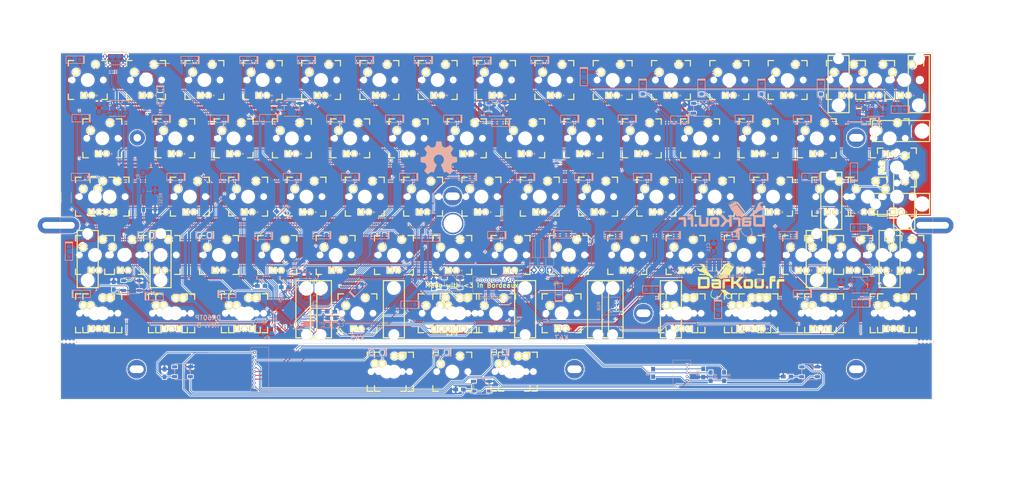
<source format=kicad_pcb>
(kicad_pcb (version 4) (host pcbnew 4.0.7+dfsg1-1)
  (title_block (title DK60TP) (date 2017-10-07) (rev B) (company DarKou))
  (layers (0 F.Cu signal) (31 B.Cu signal) (34 B.Paste user) (35 F.Paste user) (36 B.SilkS user) (37 F.SilkS user hide) (38 B.Mask user) (39 F.Mask user) (44 Edge.Cuts user))
  (net 0 "")
  (net 1 LED_CATH)
  (net 2 LED_AN)
  (net 3 XTAL1)
  (net 4 GND)
  (net 5 XTAL2)
  (net 6 VCC)
  (net 7 "Net-(C8-Pad1)")
  (net 8 "Net-(C9-Pad1)")
  (net 9 Col0)
  (net 10 "Net-(DK0-Pad1)")
  (net 11 "Net-(DK1-Pad1)")
  (net 12 "Net-(DK2-Pad1)")
  (net 13 "Net-(DK3-Pad1)")
  (net 14 "Net-(DK4-Pad1)")
  (net 15 Col6)
  (net 16 "Net-(DK6-Pad1)")
  (net 17 Col1)
  (net 18 "Net-(DK10-Pad1)")
  (net 19 "Net-(DK11-Pad1)")
  (net 20 "Net-(DK12-Pad1)")
  (net 21 "Net-(DK13-Pad1)")
  (net 22 "Net-(DK14-Pad1)")
  (net 23 Col2)
  (net 24 "Net-(DK20-Pad1)")
  (net 25 "Net-(DK21-Pad1)")
  (net 26 "Net-(DK22-Pad1)")
  (net 27 "Net-(DK23-Pad1)")
  (net 28 "Net-(DK24-Pad1)")
  (net 29 Col3)
  (net 30 "Net-(DK30-Pad1)")
  (net 31 "Net-(DK31-Pad1)")
  (net 32 "Net-(DK32-Pad1)")
  (net 33 "Net-(DK33-Pad1)")
  (net 34 /TRACKPOINT/Col3)
  (net 35 "Net-(DK34-Pad1)")
  (net 36 Col4)
  (net 37 "Net-(DK40-Pad1)")
  (net 38 "Net-(DK41-Pad1)")
  (net 39 "Net-(DK42-Pad1)")
  (net 40 "Net-(DK43-Pad1)")
  (net 41 /TRACKPOINT/Col4)
  (net 42 "Net-(DK44-Pad1)")
  (net 43 Col5)
  (net 44 "Net-(DK50-Pad1)")
  (net 45 "Net-(DK51-Pad1)")
  (net 46 "Net-(DK52-Pad1)")
  (net 47 "Net-(DK53-Pad1)")
  (net 48 "Net-(DK54-Pad1)")
  (net 49 "Net-(DK61-Pad1)")
  (net 50 "Net-(DK62-Pad1)")
  (net 51 "Net-(DK63-Pad1)")
  (net 52 "Net-(DK64-Pad1)")
  (net 53 Col7)
  (net 54 "Net-(DK70-Pad1)")
  (net 55 "Net-(DK71-Pad1)")
  (net 56 "Net-(DK72-Pad1)")
  (net 57 "Net-(DK73-Pad1)")
  (net 58 Col8)
  (net 59 "Net-(DK80-Pad1)")
  (net 60 "Net-(DK81-Pad1)")
  (net 61 "Net-(DK82-Pad1)")
  (net 62 "Net-(DK83-Pad1)")
  (net 63 Col9)
  (net 64 "Net-(DK90-Pad1)")
  (net 65 "Net-(DK91-Pad1)")
  (net 66 "Net-(DK92-Pad1)")
  (net 67 "Net-(DK93-Pad1)")
  (net 68 "Net-(DK94-Pad1)")
  (net 69 ColA)
  (net 70 "Net-(DKA0-Pad1)")
  (net 71 "Net-(DKA1-Pad1)")
  (net 72 "Net-(DKA2-Pad1)")
  (net 73 "Net-(DKA3-Pad1)")
  (net 74 "Net-(DKA4-Pad1)")
  (net 75 ColB)
  (net 76 "Net-(DKB0-Pad1)")
  (net 77 "Net-(DKB1-Pad1)")
  (net 78 "Net-(DKB2-Pad1)")
  (net 79 "Net-(DKB3-Pad1)")
  (net 80 "Net-(DKB4-Pad1)")
  (net 81 ColC)
  (net 82 "Net-(DKC1-Pad1)")
  (net 83 "Net-(DKC2-Pad1)")
  (net 84 "Net-(DKC3-Pad1)")
  (net 85 "Net-(DKC4-Pad1)")
  (net 86 ColD)
  (net 87 "Net-(DKD0-Pad1)")
  (net 88 "Net-(DKD1-Pad1)")
  (net 89 "Net-(DKD2-Pad1)")
  (net 90 "Net-(DKD3-Pad1)")
  (net 91 "Net-(DKD4-Pad1)")
  (net 92 "Net-(J1-Pad2)")
  (net 93 "Net-(J1-Pad3)")
  (net 94 DOUT)
  (net 95 Row0)
  (net 96 Row4)
  (net 97 Row1)
  (net 98 Row2)
  (net 99 Row3)
  (net 100 /TRACKPOINT/Row4)
  (net 101 "Net-(KC0-Pad1)")
  (net 102 "Net-(L1-Pad1)")
  (net 103 "Net-(J3-Pad2)")
  (net 104 D5)
  (net 105 D2)
  (net 106 /TRACKPOINT/D5)
  (net 107 /TRACKPOINT/D2)
  (net 108 /TRACKPOINT/RGB)
  (net 109 RESET)
  (net 110 "Net-(R2-Pad2)")
  (net 111 "Net-(R3-Pad1)")
  (net 112 CAPS_LED)
  (net 113 "Net-(J3-Pad1)")
  (net 114 RGB)
  (net 115 "Net-(RGB0-Pad2)")
  (net 116 "Net-(RGB1-Pad2)")
  (net 117 "Net-(RGB2-Pad2)")
  (net 118 "Net-(RGB3-Pad2)")
  (net 119 "Net-(RGB4-Pad2)")
  (net 120 "Net-(RGB5-Pad2)")
  (net 121 "Net-(RGB6-Pad2)")
  (net 122 "Net-(RGB8-Pad2)")
  (net 123 "Net-(RGB10-Pad4)")
  (net 124 BACKLIT)
  (net 125 "Net-(R4-Pad1)")
  (net 126 "Net-(DK74-Pad1)")
  (net 127 /TRACKPOINT/Col8)
  (net 128 "Net-(DK84-Pad1)")
  (module Connectors_Molex:Molex_PicoBlade_53048-0310_03x1.25mm_Angled (layer B.Cu) (at 245.61375 124.05625 90)
    (fp_text reference J2 hide)
    (fp_text value RGB (at 1.25 -5.75 90) (layer B.SilkS) (effects (justify mirror)))
    (pad 1 thru_hole rect (at 0 0 90) (size 0.85 0.85) (drill 0.5) (layers *.Cu *.Mask) (net 6 VCC))
    (pad 2 thru_hole circle (at 1.25 0 90) (size 0.85 0.85) (drill 0.5) (layers *.Cu *.Mask) (net 4 GND))
    (pad 3 thru_hole circle (at 2.5 0 90) (size 0.85 0.85) (drill 0.5) (layers *.Cu *.Mask) (net 94 DOUT))
  )
  (module Housings_DFN_QFN:QFN-44-1EP_7x7mm_Pitch0.5mm (layer B.Cu) (at 139.505 124.15625 225)
    (fp_text reference U0 (at 0 4.75 225) (layer B.SilkS) (effects (justify mirror)))
    (fp_text value ATMEGA32U4-MU)
    (pad 1 smd rect (at -3.4 2.5 225) (size 0.7 0.25) (layers B.Cu B.Paste B.Mask) (net 112 CAPS_LED))
    (pad 2 smd rect (at -3.4 2 225) (size 0.7 0.25) (layers B.Cu B.Paste B.Mask) (net 6 VCC))
    (pad 3 smd rect (at -3.4 1.5 225) (size 0.7 0.25) (layers B.Cu B.Paste B.Mask) (net 111 "Net-(R3-Pad1)"))
    (pad 4 smd rect (at -3.4 1 225) (size 0.7 0.25) (layers B.Cu B.Paste B.Mask) (net 125 "Net-(R4-Pad1)"))
    (pad 5 smd rect (at -3.4 0.5 225) (size 0.7 0.25) (layers B.Cu B.Paste B.Mask) (net 4 GND))
    (pad 6 smd rect (at -3.4 0 225) (size 0.7 0.25) (layers B.Cu B.Paste B.Mask) (net 7 "Net-(C8-Pad1)"))
    (pad 7 smd rect (at -3.4 -0.5 225) (size 0.7 0.25) (layers B.Cu B.Paste B.Mask) (net 6 VCC))
    (pad 8 smd rect (at -3.4 -1 225) (size 0.7 0.25) (layers B.Cu B.Paste B.Mask) (net 43 Col5))
    (pad 9 smd rect (at -3.4 -1.5 225) (size 0.7 0.25) (layers B.Cu B.Paste B.Mask) (net 99 Row3))
    (pad 10 smd rect (at -3.4 -2 225) (size 0.7 0.25) (layers B.Cu B.Paste B.Mask) (net 15 Col6))
    (pad 11 smd rect (at -3.4 -2.5 225) (size 0.7 0.25) (layers B.Cu B.Paste B.Mask) (net 53 Col7))
    (pad 12 smd rect (at -2.5 -3.4 135) (size 0.7 0.25) (layers B.Cu B.Paste B.Mask) (net 124 BACKLIT))
    (pad 13 smd rect (at -2 -3.4 135) (size 0.7 0.25) (layers B.Cu B.Paste B.Mask) (net 109 RESET))
    (pad 14 smd rect (at -1.5 -3.4 135) (size 0.7 0.25) (layers B.Cu B.Paste B.Mask) (net 6 VCC))
    (pad 15 smd rect (at -1 -3.4 135) (size 0.7 0.25) (layers B.Cu B.Paste B.Mask) (net 4 GND))
    (pad 16 smd rect (at -0.5 -3.4 135) (size 0.7 0.25) (layers B.Cu B.Paste B.Mask) (net 3 XTAL1))
    (pad 17 smd rect (at 0 -3.4 135) (size 0.7 0.25) (layers B.Cu B.Paste B.Mask) (net 5 XTAL2))
    (pad 18 smd rect (at 0.5 -3.4 135) (size 0.7 0.25) (layers B.Cu B.Paste B.Mask) (net 81 ColC))
    (pad 19 smd rect (at 1 -3.4 135) (size 0.7 0.25) (layers B.Cu B.Paste B.Mask) (net 75 ColB))
    (pad 20 smd rect (at 1.5 -3.4 135) (size 0.7 0.25) (layers B.Cu B.Paste B.Mask) (net 105 D2))
    (pad 21 smd rect (at 2 -3.4 135) (size 0.7 0.25) (layers B.Cu B.Paste B.Mask) (net 69 ColA))
    (pad 22 smd rect (at 2.5 -3.4 135) (size 0.7 0.25) (layers B.Cu B.Paste B.Mask) (net 104 D5))
    (pad 23 smd rect (at 3.4 -2.5 225) (size 0.7 0.25) (layers B.Cu B.Paste B.Mask) (net 4 GND))
    (pad 24 smd rect (at 3.4 -2 225) (size 0.7 0.25) (layers B.Cu B.Paste B.Mask) (net 6 VCC))
    (pad 25 smd rect (at 3.4 -1.5 225) (size 0.7 0.25) (layers B.Cu B.Paste B.Mask) (net 86 ColD))
    (pad 26 smd rect (at 3.4 -1 225) (size 0.7 0.25) (layers B.Cu B.Paste B.Mask) (net 96 Row4))
    (pad 27 smd rect (at 3.4 -0.5 225) (size 0.7 0.25) (layers B.Cu B.Paste B.Mask) (net 114 RGB))
    (pad 28 smd rect (at 3.4 0 225) (size 0.7 0.25) (layers B.Cu B.Paste B.Mask) (net 9 Col0))
    (pad 29 smd rect (at 3.4 0.5 225) (size 0.7 0.25) (layers B.Cu B.Paste B.Mask) (net 17 Col1))
    (pad 30 smd rect (at 3.4 1 225) (size 0.7 0.25) (layers B.Cu B.Paste B.Mask) (net 98 Row2))
    (pad 31 smd rect (at 3.4 1.5 225) (size 0.7 0.25) (layers B.Cu B.Paste B.Mask) (net 23 Col2))
    (pad 32 smd rect (at 3.4 2 225) (size 0.7 0.25) (layers B.Cu B.Paste B.Mask) (net 95 Row0))
    (pad 33 smd rect (at 3.4 2.5 225) (size 0.7 0.25) (layers B.Cu B.Paste B.Mask) (net 110 "Net-(R2-Pad2)"))
    (pad 34 smd rect (at 2.5 3.4 135) (size 0.7 0.25) (layers B.Cu B.Paste B.Mask) (net 6 VCC))
    (pad 35 smd rect (at 2 3.4 135) (size 0.7 0.25) (layers B.Cu B.Paste B.Mask) (net 4 GND))
    (pad 36 smd rect (at 1.5 3.4 135) (size 0.7 0.25) (layers B.Cu B.Paste B.Mask) (net 29 Col3))
    (pad 37 smd rect (at 1 3.4 135) (size 0.7 0.25) (layers B.Cu B.Paste B.Mask) (net 36 Col4))
    (pad 38 smd rect (at 0.5 3.4 135) (size 0.7 0.25) (layers B.Cu B.Paste B.Mask) (net 97 Row1))
    (pad 39 smd rect (at 0 3.4 135) (size 0.7 0.25) (layers B.Cu B.Paste B.Mask) (net 58 Col8))
    (pad 40 smd rect (at -0.5 3.4 135) (size 0.7 0.25) (layers B.Cu B.Paste B.Mask) (net 63 Col9))
    (pad 41 smd rect (at -1 3.4 135) (size 0.7 0.25) (layers B.Cu B.Paste B.Mask))
    (pad 42 smd rect (at -1.5 3.4 135) (size 0.7 0.25) (layers B.Cu B.Paste B.Mask))
    (pad 43 smd rect (at -2 3.4 135) (size 0.7 0.25) (layers B.Cu B.Paste B.Mask) (net 4 GND))
    (pad 44 smd rect (at -2.5 3.4 135) (size 0.7 0.25) (layers B.Cu B.Paste B.Mask) (net 6 VCC))
    (pad 45 smd rect (at 1.93125 -1.93125 225) (size 1.2875 1.2875) (layers B.Cu B.Paste B.Mask) (net 4 GND))
    (pad 45 smd rect (at 1.93125 -0.64375 225) (size 1.2875 1.2875) (layers B.Cu B.Paste B.Mask) (net 4 GND))
    (pad 45 smd rect (at 1.93125 0.64375 225) (size 1.2875 1.2875) (layers B.Cu B.Paste B.Mask) (net 4 GND))
    (pad 45 smd rect (at 1.93125 1.93125 225) (size 1.2875 1.2875) (layers B.Cu B.Paste B.Mask) (net 4 GND))
    (pad 45 smd rect (at 0.64375 -1.93125 225) (size 1.2875 1.2875) (layers B.Cu B.Paste B.Mask) (net 4 GND))
    (pad 45 smd rect (at 0.64375 -0.64375 225) (size 1.2875 1.2875) (layers B.Cu B.Paste B.Mask) (net 4 GND))
    (pad 45 smd rect (at 0.64375 0.64375 225) (size 1.2875 1.2875) (layers B.Cu B.Paste B.Mask) (net 4 GND))
    (pad 45 smd rect (at 0.64375 1.93125 225) (size 1.2875 1.2875) (layers B.Cu B.Paste B.Mask) (net 4 GND))
    (pad 45 smd rect (at -0.64375 -1.93125 225) (size 1.2875 1.2875) (layers B.Cu B.Paste B.Mask) (net 4 GND))
    (pad 45 smd rect (at -0.64375 -0.64375 225) (size 1.2875 1.2875) (layers B.Cu B.Paste B.Mask) (net 4 GND))
    (pad 45 smd rect (at -0.64375 0.64375 225) (size 1.2875 1.2875) (layers B.Cu B.Paste B.Mask) (net 4 GND))
    (pad 45 smd rect (at -0.64375 1.93125 225) (size 1.2875 1.2875) (layers B.Cu B.Paste B.Mask) (net 4 GND))
    (pad 45 smd rect (at -1.93125 -1.93125 225) (size 1.2875 1.2875) (layers B.Cu B.Paste B.Mask) (net 4 GND))
    (pad 45 smd rect (at -1.93125 -0.64375 225) (size 1.2875 1.2875) (layers B.Cu B.Paste B.Mask) (net 4 GND))
    (pad 45 smd rect (at -1.93125 0.64375 225) (size 1.2875 1.2875) (layers B.Cu B.Paste B.Mask) (net 4 GND))
    (pad 45 smd rect (at -1.93125 1.93125 225) (size 1.2875 1.2875) (layers B.Cu B.Paste B.Mask) (net 4 GND))
  )
  (module Footprint:MXST (layer F.Cu) (at 144.3675 125.18125 180)
    (fp_text reference 6.25U_0 hide)
    (fp_text value 6.25U hide)
    (pad "" np_thru_hole circle (at 0 -6.985 180) (size 3.048 3.048) (drill 3.048) (layers *.Cu *.Mask))
    (pad "" np_thru_hole circle (at 0 8.255 180) (size 3.9802 3.9802) (drill 3.9802) (layers *.Cu *.Mask))
  )
  (module Footprint:Mx_125 (layer F.Cu) (at 75.3375 125.18125)
    (fp_text reference K40 hide)
    (fp_text value K40 hide)
    (pad HOLE np_thru_hole circle (at 0 0) (size 3.9878 3.9878) (drill 3.9878) (layers *.Cu))
    (pad HOLE np_thru_hole circle (at -5.08 0) (size 1.7018 1.7018) (drill 1.7018) (layers *.Cu))
    (pad HOLE np_thru_hole circle (at 5.08 0) (size 1.7018 1.7018) (drill 1.7018) (layers *.Cu))
    (pad 1 thru_hole circle (at -3.81 -2.54 330.95) (size 2.5 2.5) (drill 1.5) (layers *.Cu *.Mask F.SilkS) (net 14 "Net-(DK4-Pad1)"))
    (pad 2 thru_hole circle (at 2.54 -5.08 356.1) (size 2.5 2.5) (drill 1.5) (layers *.Cu *.Mask F.SilkS) (net 96 Row4))
  )
  (module Footprint:LED_TH_BIVAR (layer F.Cu) (at 72.95625 53.98125)
    (fp_text reference BL0 hide)
    (fp_text value LED hide)
    (fp_text user + (at 3.048 0) (layer B.SilkS) (effects (justify mirror)))
    (pad 1 thru_hole rect (at -1.27 0) (size 1.9 1.9) (drill 1.1176) (layers *.Cu *.Mask F.SilkS) (net 1 LED_CATH))
    (pad 2 thru_hole circle (at 1.27 0) (size 1.9 1.9) (drill 1.1176) (layers *.Cu *.Mask F.SilkS) (net 2 LED_AN))
  )
  (module Footprint:LED_TH_BIVAR (layer F.Cu) (at 77.71875 73.03125)
    (fp_text reference BL10 hide)
    (fp_text value LED hide)
    (fp_text user + (at 3.048 0) (layer B.SilkS) (effects (justify mirror)))
    (pad 1 thru_hole rect (at -1.27 0) (size 1.9 1.9) (drill 1.1176) (layers *.Cu *.Mask F.SilkS) (net 1 LED_CATH))
    (pad 2 thru_hole circle (at 1.27 0) (size 1.9 1.9) (drill 1.1176) (layers *.Cu *.Mask F.SilkS) (net 2 LED_AN))
  )
  (module Footprint:LED_TH_BIVAR (layer F.Cu) (at 75.3375 92.08125)
    (fp_text reference BL20 hide)
    (fp_text value LED hide)
    (fp_text user + (at 3.048 0) (layer B.SilkS) (effects (justify mirror)))
    (pad 1 thru_hole rect (at -1.27 0) (size 1.9 1.9) (drill 1.1176) (layers *.Cu *.Mask F.SilkS) (net 1 LED_CATH))
    (pad 2 thru_hole circle (at 1.27 0) (size 1.9 1.9) (drill 1.1176) (layers *.Cu *.Mask F.SilkS) (net 2 LED_AN))
  )
  (module Footprint:LED_TH_BIVAR (layer F.Cu) (at 80.1 92.08125 180)
    (fp_text reference BL21 hide)
    (fp_text value LED hide)
    (fp_text user + (at 3.048 0 180) (layer B.SilkS) (effects (justify mirror)))
    (pad 1 thru_hole rect (at -1.27 0 180) (size 1.9 1.9) (drill 1.1176) (layers *.Cu *.Mask F.SilkS) (net 1 LED_CATH))
    (pad 2 thru_hole circle (at 1.27 0 180) (size 1.9 1.9) (drill 1.1176) (layers *.Cu *.Mask F.SilkS) (net 2 LED_AN))
  )
  (module Footprint:LED_TH_BIVAR (layer F.Cu) (at 75.3375 111.13125)
    (fp_text reference BL30 hide)
    (fp_text value LED hide)
    (fp_text user + (at 3.048 0) (layer B.SilkS) (effects (justify mirror)))
    (pad 1 thru_hole rect (at -1.27 0) (size 1.9 1.9) (drill 1.1176) (layers *.Cu *.Mask F.SilkS) (net 1 LED_CATH))
    (pad 2 thru_hole circle (at 1.27 0) (size 1.9 1.9) (drill 1.1176) (layers *.Cu *.Mask F.SilkS) (net 2 LED_AN))
  )
  (module Footprint:LED_TH_BIVAR (layer F.Cu) (at 96.76875 111.13125)
    (fp_text reference BL31 hide)
    (fp_text value LED hide)
    (fp_text user + (at 3.048 0) (layer B.SilkS) (effects (justify mirror)))
    (pad 1 thru_hole rect (at -1.27 0) (size 1.9 1.9) (drill 1.1176) (layers *.Cu *.Mask F.SilkS) (net 1 LED_CATH))
    (pad 2 thru_hole circle (at 1.27 0) (size 1.9 1.9) (drill 1.1176) (layers *.Cu *.Mask F.SilkS) (net 2 LED_AN))
  )
  (module Footprint:LED_TH_BIVAR (layer F.Cu) (at 75.3375 130.18125)
    (fp_text reference BL40 hide)
    (fp_text value LED hide)
    (fp_text user + (at 3.048 0) (layer B.SilkS) (effects (justify mirror)))
    (pad 1 thru_hole rect (at -1.27 0) (size 1.9 1.9) (drill 1.1176) (layers *.Cu *.Mask F.SilkS) (net 1 LED_CATH))
    (pad 2 thru_hole circle (at 1.27 0) (size 1.9 1.9) (drill 1.1176) (layers *.Cu *.Mask F.SilkS) (net 2 LED_AN))
  )
  (module Footprint:LED_TH_BIVAR (layer F.Cu) (at 77.71875 130.18125 180)
    (fp_text reference BL41 hide)
    (fp_text value LED hide)
    (fp_text user + (at 3.048 0 180) (layer B.SilkS) (effects (justify mirror)))
    (pad 1 thru_hole rect (at -1.27 0 180) (size 1.9 1.9) (drill 1.1176) (layers *.Cu *.Mask F.SilkS) (net 1 LED_CATH))
    (pad 2 thru_hole circle (at 1.27 0 180) (size 1.9 1.9) (drill 1.1176) (layers *.Cu *.Mask F.SilkS) (net 2 LED_AN))
  )
  (module Footprint:LED_TH_BIVAR (layer F.Cu) (at 92.00625 53.98125)
    (fp_text reference BL100 hide)
    (fp_text value LED hide)
    (fp_text user + (at 3.048 0) (layer B.SilkS) (effects (justify mirror)))
    (pad 1 thru_hole rect (at -1.27 0) (size 1.9 1.9) (drill 1.1176) (layers *.Cu *.Mask F.SilkS) (net 1 LED_CATH))
    (pad 2 thru_hole circle (at 1.27 0) (size 1.9 1.9) (drill 1.1176) (layers *.Cu *.Mask F.SilkS) (net 2 LED_AN))
  )
  (module Footprint:LED_TH_BIVAR (layer F.Cu) (at 101.53125 73.03125)
    (fp_text reference BL110 hide)
    (fp_text value LED hide)
    (fp_text user + (at 3.048 0) (layer B.SilkS) (effects (justify mirror)))
    (pad 1 thru_hole rect (at -1.27 0) (size 1.9 1.9) (drill 1.1176) (layers *.Cu *.Mask F.SilkS) (net 1 LED_CATH))
    (pad 2 thru_hole circle (at 1.27 0) (size 1.9 1.9) (drill 1.1176) (layers *.Cu *.Mask F.SilkS) (net 2 LED_AN))
  )
  (module Footprint:LED_TH_BIVAR (layer F.Cu) (at 106.29375 92.08125)
    (fp_text reference BL120 hide)
    (fp_text value LED hide)
    (fp_text user + (at 3.048 0) (layer B.SilkS) (effects (justify mirror)))
    (pad 1 thru_hole rect (at -1.27 0) (size 1.9 1.9) (drill 1.1176) (layers *.Cu *.Mask F.SilkS) (net 1 LED_CATH))
    (pad 2 thru_hole circle (at 1.27 0) (size 1.9 1.9) (drill 1.1176) (layers *.Cu *.Mask F.SilkS) (net 2 LED_AN))
  )
  (module Footprint:LED_TH_BIVAR (layer F.Cu) (at 84.8625 111.13125)
    (fp_text reference BL130 hide)
    (fp_text value LED hide)
    (fp_text user + (at 3.048 0) (layer B.SilkS) (effects (justify mirror)))
    (pad 1 thru_hole rect (at -1.27 0) (size 1.9 1.9) (drill 1.1176) (layers *.Cu *.Mask F.SilkS) (net 1 LED_CATH))
    (pad 2 thru_hole circle (at 1.27 0) (size 1.9 1.9) (drill 1.1176) (layers *.Cu *.Mask F.SilkS) (net 2 LED_AN))
  )
  (module Footprint:LED_TH_BIVAR (layer F.Cu) (at 99.15 130.18125)
    (fp_text reference BL140 hide)
    (fp_text value LED hide)
    (fp_text user + (at 3.048 0) (layer B.SilkS) (effects (justify mirror)))
    (pad 1 thru_hole rect (at -1.27 0) (size 1.9 1.9) (drill 1.1176) (layers *.Cu *.Mask F.SilkS) (net 1 LED_CATH))
    (pad 2 thru_hole circle (at 1.27 0) (size 1.9 1.9) (drill 1.1176) (layers *.Cu *.Mask F.SilkS) (net 2 LED_AN))
  )
  (module Footprint:LED_TH_BIVAR (layer F.Cu) (at 101.53125 130.18125 180)
    (fp_text reference BL141 hide)
    (fp_text value LED hide)
    (fp_text user + (at 3.048 0 180) (layer B.SilkS) (effects (justify mirror)))
    (pad 1 thru_hole rect (at -1.27 0 180) (size 1.9 1.9) (drill 1.1176) (layers *.Cu *.Mask F.SilkS) (net 1 LED_CATH))
    (pad 2 thru_hole circle (at 1.27 0 180) (size 1.9 1.9) (drill 1.1176) (layers *.Cu *.Mask F.SilkS) (net 2 LED_AN))
  )
  (module Footprint:LED_TH_BIVAR (layer F.Cu) (at 111.05625 53.98125)
    (fp_text reference BL200 hide)
    (fp_text value LED hide)
    (fp_text user + (at 3.048 0) (layer B.SilkS) (effects (justify mirror)))
    (pad 1 thru_hole rect (at -1.27 0) (size 1.9 1.9) (drill 1.1176) (layers *.Cu *.Mask F.SilkS) (net 1 LED_CATH))
    (pad 2 thru_hole circle (at 1.27 0) (size 1.9 1.9) (drill 1.1176) (layers *.Cu *.Mask F.SilkS) (net 2 LED_AN))
  )
  (module Footprint:LED_TH_BIVAR (layer F.Cu) (at 120.58125 73.03125)
    (fp_text reference BL210 hide)
    (fp_text value LED hide)
    (fp_text user + (at 3.048 0) (layer B.SilkS) (effects (justify mirror)))
    (pad 1 thru_hole rect (at -1.27 0) (size 1.9 1.9) (drill 1.1176) (layers *.Cu *.Mask F.SilkS) (net 1 LED_CATH))
    (pad 2 thru_hole circle (at 1.27 0) (size 1.9 1.9) (drill 1.1176) (layers *.Cu *.Mask F.SilkS) (net 2 LED_AN))
  )
  (module Footprint:LED_TH_BIVAR (layer F.Cu) (at 125.34375 92.08125)
    (fp_text reference BL220 hide)
    (fp_text value LED hide)
    (fp_text user + (at 3.048 0) (layer B.SilkS) (effects (justify mirror)))
    (pad 1 thru_hole rect (at -1.27 0) (size 1.9 1.9) (drill 1.1176) (layers *.Cu *.Mask F.SilkS) (net 1 LED_CATH))
    (pad 2 thru_hole circle (at 1.27 0) (size 1.9 1.9) (drill 1.1176) (layers *.Cu *.Mask F.SilkS) (net 2 LED_AN))
  )
  (module Footprint:LED_TH_BIVAR (layer F.Cu) (at 115.81875 111.13125)
    (fp_text reference BL230 hide)
    (fp_text value LED hide)
    (fp_text user + (at 3.048 0) (layer B.SilkS) (effects (justify mirror)))
    (pad 1 thru_hole rect (at -1.27 0) (size 1.9 1.9) (drill 1.1176) (layers *.Cu *.Mask F.SilkS) (net 1 LED_CATH))
    (pad 2 thru_hole circle (at 1.27 0) (size 1.9 1.9) (drill 1.1176) (layers *.Cu *.Mask F.SilkS) (net 2 LED_AN))
  )
  (module Footprint:LED_TH_BIVAR (layer F.Cu) (at 122.9625 130.18125)
    (fp_text reference BL240 hide)
    (fp_text value LED hide)
    (fp_text user + (at 3.048 0) (layer B.SilkS) (effects (justify mirror)))
    (pad 1 thru_hole rect (at -1.27 0) (size 1.9 1.9) (drill 1.1176) (layers *.Cu *.Mask F.SilkS) (net 1 LED_CATH))
    (pad 2 thru_hole circle (at 1.27 0) (size 1.9 1.9) (drill 1.1176) (layers *.Cu *.Mask F.SilkS) (net 2 LED_AN))
  )
  (module Footprint:LED_TH_BIVAR (layer F.Cu) (at 125.34375 130.18125 180)
    (fp_text reference BL241 hide)
    (fp_text value LED hide)
    (fp_text user + (at 3.048 0 180) (layer B.SilkS) (effects (justify mirror)))
    (pad 1 thru_hole rect (at -1.27 0 180) (size 1.9 1.9) (drill 1.1176) (layers *.Cu *.Mask F.SilkS) (net 1 LED_CATH))
    (pad 2 thru_hole circle (at 1.27 0 180) (size 1.9 1.9) (drill 1.1176) (layers *.Cu *.Mask F.SilkS) (net 2 LED_AN))
  )
  (module Footprint:LED_TH_BIVAR (layer F.Cu) (at 130.10625 53.98125)
    (fp_text reference BL300 hide)
    (fp_text value LED hide)
    (fp_text user + (at 3.048 0) (layer B.SilkS) (effects (justify mirror)))
    (pad 1 thru_hole rect (at -1.27 0) (size 1.9 1.9) (drill 1.1176) (layers *.Cu *.Mask F.SilkS) (net 1 LED_CATH))
    (pad 2 thru_hole circle (at 1.27 0) (size 1.9 1.9) (drill 1.1176) (layers *.Cu *.Mask F.SilkS) (net 2 LED_AN))
  )
  (module Footprint:LED_TH_BIVAR (layer F.Cu) (at 139.63125 73.03125)
    (fp_text reference BL310 hide)
    (fp_text value LED hide)
    (fp_text user + (at 3.048 0) (layer B.SilkS) (effects (justify mirror)))
    (pad 1 thru_hole rect (at -1.27 0) (size 1.9 1.9) (drill 1.1176) (layers *.Cu *.Mask F.SilkS) (net 1 LED_CATH))
    (pad 2 thru_hole circle (at 1.27 0) (size 1.9 1.9) (drill 1.1176) (layers *.Cu *.Mask F.SilkS) (net 2 LED_AN))
  )
  (module Footprint:LED_TH_BIVAR (layer F.Cu) (at 144.39375 92.08125)
    (fp_text reference BL320 hide)
    (fp_text value LED hide)
    (fp_text user + (at 3.048 0) (layer B.SilkS) (effects (justify mirror)))
    (pad 1 thru_hole rect (at -1.27 0) (size 1.9 1.9) (drill 1.1176) (layers *.Cu *.Mask F.SilkS) (net 1 LED_CATH))
    (pad 2 thru_hole circle (at 1.27 0) (size 1.9 1.9) (drill 1.1176) (layers *.Cu *.Mask F.SilkS) (net 2 LED_AN))
  )
  (module Footprint:LED_TH_BIVAR (layer F.Cu) (at 134.86875 111.13125)
    (fp_text reference BL330 hide)
    (fp_text value LED hide)
    (fp_text user + (at 3.048 0) (layer B.SilkS) (effects (justify mirror)))
    (pad 1 thru_hole rect (at -1.27 0) (size 1.9 1.9) (drill 1.1176) (layers *.Cu *.Mask F.SilkS) (net 1 LED_CATH))
    (pad 2 thru_hole circle (at 1.27 0) (size 1.9 1.9) (drill 1.1176) (layers *.Cu *.Mask F.SilkS) (net 2 LED_AN))
  )
  (module Footprint:LED_TH_BIVAR (layer F.Cu) (at 149.15625 53.98125)
    (fp_text reference BL400 hide)
    (fp_text value LED hide)
    (fp_text user + (at 3.048 0) (layer B.SilkS) (effects (justify mirror)))
    (pad 1 thru_hole rect (at -1.27 0) (size 1.9 1.9) (drill 1.1176) (layers *.Cu *.Mask F.SilkS) (net 1 LED_CATH))
    (pad 2 thru_hole circle (at 1.27 0) (size 1.9 1.9) (drill 1.1176) (layers *.Cu *.Mask F.SilkS) (net 2 LED_AN))
  )
  (module Footprint:LED_TH_BIVAR (layer F.Cu) (at 158.68125 73.03125)
    (fp_text reference BL410 hide)
    (fp_text value LED hide)
    (fp_text user + (at 3.048 0) (layer B.SilkS) (effects (justify mirror)))
    (pad 1 thru_hole rect (at -1.27 0) (size 1.9 1.9) (drill 1.1176) (layers *.Cu *.Mask F.SilkS) (net 1 LED_CATH))
    (pad 2 thru_hole circle (at 1.27 0) (size 1.9 1.9) (drill 1.1176) (layers *.Cu *.Mask F.SilkS) (net 2 LED_AN))
  )
  (module Footprint:LED_TH_BIVAR (layer F.Cu) (at 163.44375 92.08125)
    (fp_text reference BL420 hide)
    (fp_text value LED hide)
    (fp_text user + (at 3.048 0) (layer B.SilkS) (effects (justify mirror)))
    (pad 1 thru_hole rect (at -1.27 0) (size 1.9 1.9) (drill 1.1176) (layers *.Cu *.Mask F.SilkS) (net 1 LED_CATH))
    (pad 2 thru_hole circle (at 1.27 0) (size 1.9 1.9) (drill 1.1176) (layers *.Cu *.Mask F.SilkS) (net 2 LED_AN))
  )
  (module Footprint:LED_TH_BIVAR (layer F.Cu) (at 153.91875 111.13125)
    (fp_text reference BL430 hide)
    (fp_text value LED hide)
    (fp_text user + (at 3.048 0) (layer B.SilkS) (effects (justify mirror)))
    (pad 1 thru_hole rect (at -1.27 0) (size 1.9 1.9) (drill 1.1176) (layers *.Cu *.Mask F.SilkS) (net 1 LED_CATH))
    (pad 2 thru_hole circle (at 1.27 0) (size 1.9 1.9) (drill 1.1176) (layers *.Cu *.Mask F.SilkS) (net 2 LED_AN))
  )
  (module Footprint:LED_TH_BIVAR (layer F.Cu) (at 168.20625 53.98125)
    (fp_text reference BL500 hide)
    (fp_text value LED hide)
    (fp_text user + (at 3.048 0) (layer B.SilkS) (effects (justify mirror)))
    (pad 1 thru_hole rect (at -1.27 0) (size 1.9 1.9) (drill 1.1176) (layers *.Cu *.Mask F.SilkS) (net 1 LED_CATH))
    (pad 2 thru_hole circle (at 1.27 0) (size 1.9 1.9) (drill 1.1176) (layers *.Cu *.Mask F.SilkS) (net 2 LED_AN))
  )
  (module Footprint:LED_TH_BIVAR (layer F.Cu) (at 177.73125 73.03125)
    (fp_text reference BL510 hide)
    (fp_text value LED hide)
    (fp_text user + (at 3.048 0) (layer B.SilkS) (effects (justify mirror)))
    (pad 1 thru_hole rect (at -1.27 0) (size 1.9 1.9) (drill 1.1176) (layers *.Cu *.Mask F.SilkS) (net 1 LED_CATH))
    (pad 2 thru_hole circle (at 1.27 0) (size 1.9 1.9) (drill 1.1176) (layers *.Cu *.Mask F.SilkS) (net 2 LED_AN))
  )
  (module Footprint:LED_TH_BIVAR (layer F.Cu) (at 182.49375 92.08125)
    (fp_text reference BL520 hide)
    (fp_text value LED hide)
    (fp_text user + (at 3.048 0) (layer B.SilkS) (effects (justify mirror)))
    (pad 1 thru_hole rect (at -1.27 0) (size 1.9 1.9) (drill 1.1176) (layers *.Cu *.Mask F.SilkS) (net 1 LED_CATH))
    (pad 2 thru_hole circle (at 1.27 0) (size 1.9 1.9) (drill 1.1176) (layers *.Cu *.Mask F.SilkS) (net 2 LED_AN))
  )
  (module Footprint:LED_TH_BIVAR (layer F.Cu) (at 172.96875 111.13125)
    (fp_text reference BL530 hide)
    (fp_text value LED hide)
    (fp_text user + (at 3.048 0) (layer B.SilkS) (effects (justify mirror)))
    (pad 1 thru_hole rect (at -1.27 0) (size 1.9 1.9) (drill 1.1176) (layers *.Cu *.Mask F.SilkS) (net 1 LED_CATH))
    (pad 2 thru_hole circle (at 1.27 0) (size 1.9 1.9) (drill 1.1176) (layers *.Cu *.Mask F.SilkS) (net 2 LED_AN))
  )
  (module Footprint:LED_TH_BIVAR (layer F.Cu) (at 187.25625 53.98125)
    (fp_text reference BL600 hide)
    (fp_text value LED hide)
    (fp_text user + (at 3.048 0) (layer B.SilkS) (effects (justify mirror)))
    (pad 1 thru_hole rect (at -1.27 0) (size 1.9 1.9) (drill 1.1176) (layers *.Cu *.Mask F.SilkS) (net 1 LED_CATH))
    (pad 2 thru_hole circle (at 1.27 0) (size 1.9 1.9) (drill 1.1176) (layers *.Cu *.Mask F.SilkS) (net 2 LED_AN))
  )
  (module Footprint:LED_TH_BIVAR (layer F.Cu) (at 196.78125 73.03125)
    (fp_text reference BL610 hide)
    (fp_text value LED hide)
    (fp_text user + (at 3.048 0) (layer B.SilkS) (effects (justify mirror)))
    (pad 1 thru_hole rect (at -1.27 0) (size 1.9 1.9) (drill 1.1176) (layers *.Cu *.Mask F.SilkS) (net 1 LED_CATH))
    (pad 2 thru_hole circle (at 1.27 0) (size 1.9 1.9) (drill 1.1176) (layers *.Cu *.Mask F.SilkS) (net 2 LED_AN))
  )
  (module Footprint:LED_TH_BIVAR (layer F.Cu) (at 201.54375 92.08125)
    (fp_text reference BL620 hide)
    (fp_text value LED hide)
    (fp_text user + (at 3.048 0) (layer B.SilkS) (effects (justify mirror)))
    (pad 1 thru_hole rect (at -1.27 0) (size 1.9 1.9) (drill 1.1176) (layers *.Cu *.Mask F.SilkS) (net 1 LED_CATH))
    (pad 2 thru_hole circle (at 1.27 0) (size 1.9 1.9) (drill 1.1176) (layers *.Cu *.Mask F.SilkS) (net 2 LED_AN))
  )
  (module Footprint:LED_TH_BIVAR (layer F.Cu) (at 192.01875 111.13125)
    (fp_text reference BL630 hide)
    (fp_text value LED hide)
    (fp_text user + (at 3.048 0) (layer B.SilkS) (effects (justify mirror)))
    (pad 1 thru_hole rect (at -1.27 0) (size 1.9 1.9) (drill 1.1176) (layers *.Cu *.Mask F.SilkS) (net 1 LED_CATH))
    (pad 2 thru_hole circle (at 1.27 0) (size 1.9 1.9) (drill 1.1176) (layers *.Cu *.Mask F.SilkS) (net 2 LED_AN))
  )
  (module Footprint:LED_TH_BIVAR (layer F.Cu) (at 206.30625 130.18125)
    (fp_text reference BL640 hide)
    (fp_text value LED hide)
    (fp_text user + (at 3.048 0) (layer B.SilkS) (effects (justify mirror)))
    (pad 1 thru_hole rect (at -1.27 0) (size 1.9 1.9) (drill 1.1176) (layers *.Cu *.Mask F.SilkS) (net 1 LED_CATH))
    (pad 2 thru_hole circle (at 1.27 0) (size 1.9 1.9) (drill 1.1176) (layers *.Cu *.Mask F.SilkS) (net 2 LED_AN))
  )
  (module Footprint:LED_TH_BIVAR (layer F.Cu) (at 194.4 130.18125)
    (fp_text reference BL641 hide)
    (fp_text value LED hide)
    (fp_text user + (at 3.048 0) (layer B.SilkS) (effects (justify mirror)))
    (pad 1 thru_hole rect (at -1.27 0) (size 1.9 1.9) (drill 1.1176) (layers *.Cu *.Mask F.SilkS) (net 1 LED_CATH))
    (pad 2 thru_hole circle (at 1.27 0) (size 1.9 1.9) (drill 1.1176) (layers *.Cu *.Mask F.SilkS) (net 2 LED_AN))
  )
  (module Footprint:LED_TH_BIVAR (layer F.Cu) (at 187.25625 130.18125)
    (fp_text reference BL642 hide)
    (fp_text value LED hide)
    (fp_text user + (at 3.048 0) (layer B.SilkS) (effects (justify mirror)))
    (pad 1 thru_hole rect (at -1.27 0) (size 1.9 1.9) (drill 1.1176) (layers *.Cu *.Mask F.SilkS) (net 1 LED_CATH))
    (pad 2 thru_hole circle (at 1.27 0) (size 1.9 1.9) (drill 1.1176) (layers *.Cu *.Mask F.SilkS) (net 2 LED_AN))
  )
  (module Footprint:LED_TH_BIVAR (layer F.Cu) (at 206.30625 53.98125)
    (fp_text reference BL700 hide)
    (fp_text value LED hide)
    (fp_text user + (at 3.048 0) (layer B.SilkS) (effects (justify mirror)))
    (pad 1 thru_hole rect (at -1.27 0) (size 1.9 1.9) (drill 1.1176) (layers *.Cu *.Mask F.SilkS) (net 1 LED_CATH))
    (pad 2 thru_hole circle (at 1.27 0) (size 1.9 1.9) (drill 1.1176) (layers *.Cu *.Mask F.SilkS) (net 2 LED_AN))
  )
  (module Footprint:LED_TH_BIVAR (layer F.Cu) (at 215.83125 73.03125)
    (fp_text reference BL710 hide)
    (fp_text value LED hide)
    (fp_text user + (at 3.048 0) (layer B.SilkS) (effects (justify mirror)))
    (pad 1 thru_hole rect (at -1.27 0) (size 1.9 1.9) (drill 1.1176) (layers *.Cu *.Mask F.SilkS) (net 1 LED_CATH))
    (pad 2 thru_hole circle (at 1.27 0) (size 1.9 1.9) (drill 1.1176) (layers *.Cu *.Mask F.SilkS) (net 2 LED_AN))
  )
  (module Footprint:LED_TH_BIVAR (layer F.Cu) (at 220.59375 92.08125)
    (fp_text reference BL720 hide)
    (fp_text value LED hide)
    (fp_text user + (at 3.048 0) (layer B.SilkS) (effects (justify mirror)))
    (pad 1 thru_hole rect (at -1.27 0) (size 1.9 1.9) (drill 1.1176) (layers *.Cu *.Mask F.SilkS) (net 1 LED_CATH))
    (pad 2 thru_hole circle (at 1.27 0) (size 1.9 1.9) (drill 1.1176) (layers *.Cu *.Mask F.SilkS) (net 2 LED_AN))
  )
  (module Footprint:LED_TH_BIVAR (layer F.Cu) (at 211.06875 111.13125)
    (fp_text reference BL750 hide)
    (fp_text value LED hide)
    (fp_text user + (at 3.048 0) (layer B.SilkS) (effects (justify mirror)))
    (pad 1 thru_hole rect (at -1.27 0) (size 1.9 1.9) (drill 1.1176) (layers *.Cu *.Mask F.SilkS) (net 1 LED_CATH))
    (pad 2 thru_hole circle (at 1.27 0) (size 1.9 1.9) (drill 1.1176) (layers *.Cu *.Mask F.SilkS) (net 2 LED_AN))
  )
  (module Footprint:LED_TH_BIVAR (layer F.Cu) (at 225.35625 53.98125)
    (fp_text reference BL800 hide)
    (fp_text value LED hide)
    (fp_text user + (at 3.048 0) (layer B.SilkS) (effects (justify mirror)))
    (pad 1 thru_hole rect (at -1.27 0) (size 1.9 1.9) (drill 1.1176) (layers *.Cu *.Mask F.SilkS) (net 1 LED_CATH))
    (pad 2 thru_hole circle (at 1.27 0) (size 1.9 1.9) (drill 1.1176) (layers *.Cu *.Mask F.SilkS) (net 2 LED_AN))
  )
  (module Footprint:LED_TH_BIVAR (layer F.Cu) (at 234.88125 73.03125)
    (fp_text reference BL810 hide)
    (fp_text value LED hide)
    (fp_text user + (at 3.048 0) (layer B.SilkS) (effects (justify mirror)))
    (pad 1 thru_hole rect (at -1.27 0) (size 1.9 1.9) (drill 1.1176) (layers *.Cu *.Mask F.SilkS) (net 1 LED_CATH))
    (pad 2 thru_hole circle (at 1.27 0) (size 1.9 1.9) (drill 1.1176) (layers *.Cu *.Mask F.SilkS) (net 2 LED_AN))
  )
  (module Footprint:LED_TH_BIVAR (layer F.Cu) (at 239.64375 92.08125)
    (fp_text reference BL820 hide)
    (fp_text value LED hide)
    (fp_text user + (at 3.048 0) (layer B.SilkS) (effects (justify mirror)))
    (pad 1 thru_hole rect (at -1.27 0) (size 1.9 1.9) (drill 1.1176) (layers *.Cu *.Mask F.SilkS) (net 1 LED_CATH))
    (pad 2 thru_hole circle (at 1.27 0) (size 1.9 1.9) (drill 1.1176) (layers *.Cu *.Mask F.SilkS) (net 2 LED_AN))
  )
  (module Footprint:LED_TH_BIVAR (layer F.Cu) (at 230.11875 111.13125)
    (fp_text reference BL830 hide)
    (fp_text value LED hide)
    (fp_text user + (at 3.048 0) (layer B.SilkS) (effects (justify mirror)))
    (pad 1 thru_hole rect (at -1.27 0) (size 1.9 1.9) (drill 1.1176) (layers *.Cu *.Mask F.SilkS) (net 1 LED_CATH))
    (pad 2 thru_hole circle (at 1.27 0) (size 1.9 1.9) (drill 1.1176) (layers *.Cu *.Mask F.SilkS) (net 2 LED_AN))
  )
  (module Footprint:LED_TH_BIVAR (layer F.Cu) (at 244.40625 53.98125)
    (fp_text reference BL900 hide)
    (fp_text value LED hide)
    (fp_text user + (at 3.048 0) (layer B.SilkS) (effects (justify mirror)))
    (pad 1 thru_hole rect (at -1.27 0) (size 1.9 1.9) (drill 1.1176) (layers *.Cu *.Mask F.SilkS) (net 1 LED_CATH))
    (pad 2 thru_hole circle (at 1.27 0) (size 1.9 1.9) (drill 1.1176) (layers *.Cu *.Mask F.SilkS) (net 2 LED_AN))
  )
  (module Footprint:LED_TH_BIVAR (layer F.Cu) (at 253.93125 73.03125)
    (fp_text reference BL910 hide)
    (fp_text value LED hide)
    (fp_text user + (at 3.048 0) (layer B.SilkS) (effects (justify mirror)))
    (pad 1 thru_hole rect (at -1.27 0) (size 1.9 1.9) (drill 1.1176) (layers *.Cu *.Mask F.SilkS) (net 1 LED_CATH))
    (pad 2 thru_hole circle (at 1.27 0) (size 1.9 1.9) (drill 1.1176) (layers *.Cu *.Mask F.SilkS) (net 2 LED_AN))
  )
  (module Footprint:LED_TH_BIVAR (layer F.Cu) (at 258.69375 92.08125)
    (fp_text reference BL920 hide)
    (fp_text value LED hide)
    (fp_text user + (at 3.048 0) (layer B.SilkS) (effects (justify mirror)))
    (pad 1 thru_hole rect (at -1.27 0) (size 1.9 1.9) (drill 1.1176) (layers *.Cu *.Mask F.SilkS) (net 1 LED_CATH))
    (pad 2 thru_hole circle (at 1.27 0) (size 1.9 1.9) (drill 1.1176) (layers *.Cu *.Mask F.SilkS) (net 2 LED_AN))
  )
  (module Footprint:LED_TH_BIVAR (layer F.Cu) (at 249.16875 111.13125)
    (fp_text reference BL930 hide)
    (fp_text value LED hide)
    (fp_text user + (at 3.048 0) (layer B.SilkS) (effects (justify mirror)))
    (pad 1 thru_hole rect (at -1.27 0) (size 1.9 1.9) (drill 1.1176) (layers *.Cu *.Mask F.SilkS) (net 1 LED_CATH))
    (pad 2 thru_hole circle (at 1.27 0) (size 1.9 1.9) (drill 1.1176) (layers *.Cu *.Mask F.SilkS) (net 2 LED_AN))
  )
  (module Footprint:LED_TH_BIVAR (layer F.Cu) (at 339.65625 53.98125)
    (fp_text reference BL940 hide)
    (fp_text value LED hide)
    (fp_text user + (at 3.048 0) (layer B.SilkS) (effects (justify mirror)))
    (pad 1 thru_hole rect (at -1.27 0) (size 1.9 1.9) (drill 1.1176) (layers *.Cu *.Mask F.SilkS) (net 1 LED_CATH))
    (pad 2 thru_hole circle (at 1.27 0) (size 1.9 1.9) (drill 1.1176) (layers *.Cu *.Mask F.SilkS) (net 2 LED_AN))
  )
  (module Footprint:LED_TH_BIVAR (layer F.Cu) (at 263.45625 53.98125)
    (fp_text reference BLA0 hide)
    (fp_text value LED hide)
    (fp_text user + (at 3.048 0) (layer B.SilkS) (effects (justify mirror)))
    (pad 1 thru_hole rect (at -1.27 0) (size 1.9 1.9) (drill 1.1176) (layers *.Cu *.Mask F.SilkS) (net 1 LED_CATH))
    (pad 2 thru_hole circle (at 1.27 0) (size 1.9 1.9) (drill 1.1176) (layers *.Cu *.Mask F.SilkS) (net 2 LED_AN))
  )
  (module Footprint:LED_TH_BIVAR (layer F.Cu) (at 272.98125 73.03125)
    (fp_text reference BLA10 hide)
    (fp_text value LED hide)
    (fp_text user + (at 3.048 0) (layer B.SilkS) (effects (justify mirror)))
    (pad 1 thru_hole rect (at -1.27 0) (size 1.9 1.9) (drill 1.1176) (layers *.Cu *.Mask F.SilkS) (net 1 LED_CATH))
    (pad 2 thru_hole circle (at 1.27 0) (size 1.9 1.9) (drill 1.1176) (layers *.Cu *.Mask F.SilkS) (net 2 LED_AN))
  )
  (module Footprint:LED_TH_BIVAR (layer F.Cu) (at 277.74375 92.08125)
    (fp_text reference BLA20 hide)
    (fp_text value LED hide)
    (fp_text user + (at 3.048 0) (layer B.SilkS) (effects (justify mirror)))
    (pad 1 thru_hole rect (at -1.27 0) (size 1.9 1.9) (drill 1.1176) (layers *.Cu *.Mask F.SilkS) (net 1 LED_CATH))
    (pad 2 thru_hole circle (at 1.27 0) (size 1.9 1.9) (drill 1.1176) (layers *.Cu *.Mask F.SilkS) (net 2 LED_AN))
  )
  (module Footprint:LED_TH_BIVAR (layer F.Cu) (at 268.21875 111.13125)
    (fp_text reference BLA30 hide)
    (fp_text value LED hide)
    (fp_text user + (at 3.048 0) (layer B.SilkS) (effects (justify mirror)))
    (pad 1 thru_hole rect (at -1.27 0) (size 1.9 1.9) (drill 1.1176) (layers *.Cu *.Mask F.SilkS) (net 1 LED_CATH))
    (pad 2 thru_hole circle (at 1.27 0) (size 1.9 1.9) (drill 1.1176) (layers *.Cu *.Mask F.SilkS) (net 2 LED_AN))
  )
  (module Footprint:LED_TH_BIVAR (layer F.Cu) (at 265.8375 130.18125)
    (fp_text reference BLA40 hide)
    (fp_text value LED hide)
    (fp_text user + (at 3.048 0) (layer B.SilkS) (effects (justify mirror)))
    (pad 1 thru_hole rect (at -1.27 0) (size 1.9 1.9) (drill 1.1176) (layers *.Cu *.Mask F.SilkS) (net 1 LED_CATH))
    (pad 2 thru_hole circle (at 1.27 0) (size 1.9 1.9) (drill 1.1176) (layers *.Cu *.Mask F.SilkS) (net 2 LED_AN))
  )
  (module Footprint:LED_TH_BIVAR (layer F.Cu) (at 268.21875 130.18125 180)
    (fp_text reference BLA41 hide)
    (fp_text value LED hide)
    (fp_text user + (at 3.048 0 180) (layer B.SilkS) (effects (justify mirror)))
    (pad 1 thru_hole rect (at -1.27 0 180) (size 1.9 1.9) (drill 1.1176) (layers *.Cu *.Mask F.SilkS) (net 1 LED_CATH))
    (pad 2 thru_hole circle (at 1.27 0 180) (size 1.9 1.9) (drill 1.1176) (layers *.Cu *.Mask F.SilkS) (net 2 LED_AN))
  )
  (module Footprint:LED_TH_BIVAR (layer F.Cu) (at 282.50625 53.98125)
    (fp_text reference BLB0 hide)
    (fp_text value LED hide)
    (fp_text user + (at 3.048 0) (layer B.SilkS) (effects (justify mirror)))
    (pad 1 thru_hole rect (at -1.27 0) (size 1.9 1.9) (drill 1.1176) (layers *.Cu *.Mask F.SilkS) (net 1 LED_CATH))
    (pad 2 thru_hole circle (at 1.27 0) (size 1.9 1.9) (drill 1.1176) (layers *.Cu *.Mask F.SilkS) (net 2 LED_AN))
  )
  (module Footprint:LED_TH_BIVAR (layer F.Cu) (at 292.03125 73.03125)
    (fp_text reference BLB10 hide)
    (fp_text value LED hide)
    (fp_text user + (at 3.048 0) (layer B.SilkS) (effects (justify mirror)))
    (pad 1 thru_hole rect (at -1.27 0) (size 1.9 1.9) (drill 1.1176) (layers *.Cu *.Mask F.SilkS) (net 1 LED_CATH))
    (pad 2 thru_hole circle (at 1.27 0) (size 1.9 1.9) (drill 1.1176) (layers *.Cu *.Mask F.SilkS) (net 2 LED_AN))
  )
  (module Footprint:LED_TH_BIVAR (layer F.Cu) (at 296.79375 92.08125)
    (fp_text reference BLB20 hide)
    (fp_text value LED hide)
    (fp_text user + (at 3.048 0) (layer B.SilkS) (effects (justify mirror)))
    (pad 1 thru_hole rect (at -1.27 0) (size 1.9 1.9) (drill 1.1176) (layers *.Cu *.Mask F.SilkS) (net 1 LED_CATH))
    (pad 2 thru_hole circle (at 1.27 0) (size 1.9 1.9) (drill 1.1176) (layers *.Cu *.Mask F.SilkS) (net 2 LED_AN))
  )
  (module Footprint:LED_TH_BIVAR (layer F.Cu) (at 287.26875 111.13125)
    (fp_text reference BLB30 hide)
    (fp_text value LED hide)
    (fp_text user + (at 3.048 0) (layer B.SilkS) (effects (justify mirror)))
    (pad 1 thru_hole rect (at -1.27 0) (size 1.9 1.9) (drill 1.1176) (layers *.Cu *.Mask F.SilkS) (net 1 LED_CATH))
    (pad 2 thru_hole circle (at 1.27 0) (size 1.9 1.9) (drill 1.1176) (layers *.Cu *.Mask F.SilkS) (net 2 LED_AN))
  )
  (module Footprint:LED_TH_BIVAR (layer F.Cu) (at 287.26875 130.18125)
    (fp_text reference BLB40 hide)
    (fp_text value LED hide)
    (fp_text user + (at 3.048 0) (layer B.SilkS) (effects (justify mirror)))
    (pad 1 thru_hole rect (at -1.27 0) (size 1.9 1.9) (drill 1.1176) (layers *.Cu *.Mask F.SilkS) (net 1 LED_CATH))
    (pad 2 thru_hole circle (at 1.27 0) (size 1.9 1.9) (drill 1.1176) (layers *.Cu *.Mask F.SilkS) (net 2 LED_AN))
  )
  (module Footprint:LED_TH_BIVAR (layer F.Cu) (at 289.65 130.18125 180)
    (fp_text reference BLB41 hide)
    (fp_text value LED hide)
    (fp_text user + (at 3.048 0 180) (layer B.SilkS) (effects (justify mirror)))
    (pad 1 thru_hole rect (at -1.27 0 180) (size 1.9 1.9) (drill 1.1176) (layers *.Cu *.Mask F.SilkS) (net 1 LED_CATH))
    (pad 2 thru_hole circle (at 1.27 0 180) (size 1.9 1.9) (drill 1.1176) (layers *.Cu *.Mask F.SilkS) (net 2 LED_AN))
  )
  (module Footprint:LED_TH_BIVAR (layer F.Cu) (at 292.03125 130.18125)
    (fp_text reference BLB42 hide)
    (fp_text value LED hide)
    (fp_text user + (at 3.048 0) (layer B.SilkS) (effects (justify mirror)))
    (pad 1 thru_hole rect (at -1.27 0) (size 1.9 1.9) (drill 1.1176) (layers *.Cu *.Mask F.SilkS) (net 1 LED_CATH))
    (pad 2 thru_hole circle (at 1.27 0) (size 1.9 1.9) (drill 1.1176) (layers *.Cu *.Mask F.SilkS) (net 2 LED_AN))
  )
  (module Footprint:LED_TH_BIVAR (layer F.Cu) (at 301.55625 53.98125)
    (fp_text reference BLC0 hide)
    (fp_text value LED hide)
    (fp_text user + (at 3.048 0) (layer B.SilkS) (effects (justify mirror)))
    (pad 1 thru_hole rect (at -1.27 0) (size 1.9 1.9) (drill 1.1176) (layers *.Cu *.Mask F.SilkS) (net 1 LED_CATH))
    (pad 2 thru_hole circle (at 1.27 0) (size 1.9 1.9) (drill 1.1176) (layers *.Cu *.Mask F.SilkS) (net 2 LED_AN))
  )
  (module Footprint:LED_TH_BIVAR (layer F.Cu) (at 311.08125 73.03125)
    (fp_text reference BLC10 hide)
    (fp_text value LED hide)
    (fp_text user + (at 3.048 0) (layer B.SilkS) (effects (justify mirror)))
    (pad 1 thru_hole rect (at -1.27 0) (size 1.9 1.9) (drill 1.1176) (layers *.Cu *.Mask F.SilkS) (net 1 LED_CATH))
    (pad 2 thru_hole circle (at 1.27 0) (size 1.9 1.9) (drill 1.1176) (layers *.Cu *.Mask F.SilkS) (net 2 LED_AN))
  )
  (module Footprint:LED_TH_BIVAR (layer F.Cu) (at 315.84375 92.08125)
    (fp_text reference BLC20 hide)
    (fp_text value LED hide)
    (fp_text user + (at 3.048 0) (layer B.SilkS) (effects (justify mirror)))
    (pad 1 thru_hole rect (at -1.27 0) (size 1.9 1.9) (drill 1.1176) (layers *.Cu *.Mask F.SilkS) (net 1 LED_CATH))
    (pad 2 thru_hole circle (at 1.27 0) (size 1.9 1.9) (drill 1.1176) (layers *.Cu *.Mask F.SilkS) (net 2 LED_AN))
  )
  (module Footprint:LED_TH_BIVAR (layer F.Cu) (at 306.31875 111.13125)
    (fp_text reference BLC30 hide)
    (fp_text value LED hide)
    (fp_text user + (at 3.048 0) (layer B.SilkS) (effects (justify mirror)))
    (pad 1 thru_hole rect (at -1.27 0) (size 1.9 1.9) (drill 1.1176) (layers *.Cu *.Mask F.SilkS) (net 1 LED_CATH))
    (pad 2 thru_hole circle (at 1.27 0) (size 1.9 1.9) (drill 1.1176) (layers *.Cu *.Mask F.SilkS) (net 2 LED_AN))
  )
  (module Footprint:LED_TH_BIVAR (layer F.Cu) (at 313.4625 111.13125)
    (fp_text reference BLC31 hide)
    (fp_text value LED hide)
    (fp_text user + (at 3.048 0) (layer B.SilkS) (effects (justify mirror)))
    (pad 1 thru_hole rect (at -1.27 0) (size 1.9 1.9) (drill 1.1176) (layers *.Cu *.Mask F.SilkS) (net 1 LED_CATH))
    (pad 2 thru_hole circle (at 1.27 0) (size 1.9 1.9) (drill 1.1176) (layers *.Cu *.Mask F.SilkS) (net 2 LED_AN))
  )
  (module Footprint:LED_TH_BIVAR (layer F.Cu) (at 322.9875 111.13125)
    (fp_text reference BLC32 hide)
    (fp_text value LED hide)
    (fp_text user + (at 3.048 0) (layer B.SilkS) (effects (justify mirror)))
    (pad 1 thru_hole rect (at -1.27 0) (size 1.9 1.9) (drill 1.1176) (layers *.Cu *.Mask F.SilkS) (net 1 LED_CATH))
    (pad 2 thru_hole circle (at 1.27 0) (size 1.9 1.9) (drill 1.1176) (layers *.Cu *.Mask F.SilkS) (net 2 LED_AN))
  )
  (module Footprint:LED_TH_BIVAR (layer F.Cu) (at 311.08125 130.18125)
    (fp_text reference BLC40 hide)
    (fp_text value LED hide)
    (fp_text user + (at 3.048 0) (layer B.SilkS) (effects (justify mirror)))
    (pad 1 thru_hole rect (at -1.27 0) (size 1.9 1.9) (drill 1.1176) (layers *.Cu *.Mask F.SilkS) (net 1 LED_CATH))
    (pad 2 thru_hole circle (at 1.27 0) (size 1.9 1.9) (drill 1.1176) (layers *.Cu *.Mask F.SilkS) (net 2 LED_AN))
  )
  (module Footprint:LED_TH_BIVAR (layer F.Cu) (at 313.4625 130.18125 180)
    (fp_text reference BLC41 hide)
    (fp_text value LED hide)
    (fp_text user + (at 3.048 0 180) (layer B.SilkS) (effects (justify mirror)))
    (pad 1 thru_hole rect (at -1.27 0 180) (size 1.9 1.9) (drill 1.1176) (layers *.Cu *.Mask F.SilkS) (net 1 LED_CATH))
    (pad 2 thru_hole circle (at 1.27 0 180) (size 1.9 1.9) (drill 1.1176) (layers *.Cu *.Mask F.SilkS) (net 2 LED_AN))
  )
  (module Footprint:LED_TH_BIVAR (layer F.Cu) (at 320.60625 53.98125)
    (fp_text reference BLD0 hide)
    (fp_text value LED hide)
    (fp_text user + (at 3.048 0) (layer B.SilkS) (effects (justify mirror)))
    (pad 1 thru_hole rect (at -1.27 0) (size 1.9 1.9) (drill 1.1176) (layers *.Cu *.Mask F.SilkS) (net 1 LED_CATH))
    (pad 2 thru_hole circle (at 1.27 0) (size 1.9 1.9) (drill 1.1176) (layers *.Cu *.Mask F.SilkS) (net 2 LED_AN))
  )
  (module Footprint:LED_TH_BIVAR (layer F.Cu) (at 330.13125 53.98125)
    (fp_text reference BLD1 hide)
    (fp_text value LED hide)
    (fp_text user + (at 3.048 0) (layer B.SilkS) (effects (justify mirror)))
    (pad 1 thru_hole rect (at -1.27 0) (size 1.9 1.9) (drill 1.1176) (layers *.Cu *.Mask F.SilkS) (net 1 LED_CATH))
    (pad 2 thru_hole circle (at 1.27 0) (size 1.9 1.9) (drill 1.1176) (layers *.Cu *.Mask F.SilkS) (net 2 LED_AN))
  )
  (module Footprint:LED_TH_BIVAR (layer F.Cu) (at 334.89375 73.03125)
    (fp_text reference BLD10 hide)
    (fp_text value LED hide)
    (fp_text user + (at 3.048 0) (layer B.SilkS) (effects (justify mirror)))
    (pad 1 thru_hole rect (at -1.27 0) (size 1.9 1.9) (drill 1.1176) (layers *.Cu *.Mask F.SilkS) (net 1 LED_CATH))
    (pad 2 thru_hole circle (at 1.27 0) (size 1.9 1.9) (drill 1.1176) (layers *.Cu *.Mask F.SilkS) (net 2 LED_AN))
  )
  (module Footprint:LED_TH_BIVAR (layer F.Cu) (at 327.75 92.08125 180)
    (fp_text reference BLD20 hide)
    (fp_text value LED hide)
    (fp_text user + (at 3.048 0 180) (layer B.SilkS) (effects (justify mirror)))
    (pad 1 thru_hole rect (at -1.27 0 180) (size 1.9 1.9) (drill 1.1176) (layers *.Cu *.Mask F.SilkS) (net 1 LED_CATH))
    (pad 2 thru_hole circle (at 1.27 0 180) (size 1.9 1.9) (drill 1.1176) (layers *.Cu *.Mask F.SilkS) (net 2 LED_AN))
  )
  (module Footprint:LED_TH_BIVAR (layer F.Cu) (at 337.275 92.08125)
    (fp_text reference BLD21 hide)
    (fp_text value LED hide)
    (fp_text user + (at 3.048 0) (layer B.SilkS) (effects (justify mirror)))
    (pad 1 thru_hole rect (at -1.27 0) (size 1.9 1.9) (drill 1.1176) (layers *.Cu *.Mask F.SilkS) (net 1 LED_CATH))
    (pad 2 thru_hole circle (at 1.27 0) (size 1.9 1.9) (drill 1.1176) (layers *.Cu *.Mask F.SilkS) (net 2 LED_AN))
  )
  (module Footprint:LED_TH_BIVAR (layer F.Cu) (at 332.24875 77.55625 90)
    (fp_text reference BLD22 hide)
    (fp_text value LED hide)
    (fp_text user + (at 3.048 0 90) (layer B.SilkS) (effects (justify mirror)))
    (pad 1 thru_hole rect (at -1.27 0 90) (size 1.9 1.9) (drill 1.1176) (layers *.Cu *.Mask F.SilkS) (net 1 LED_CATH))
    (pad 2 thru_hole circle (at 1.27 0 90) (size 1.9 1.9) (drill 1.1176) (layers *.Cu *.Mask F.SilkS) (net 2 LED_AN))
  )
  (module Footprint:LED_TH_BIVAR (layer F.Cu) (at 332.5125 111.13125)
    (fp_text reference BLD30 hide)
    (fp_text value LED hide)
    (fp_text user + (at 3.048 0) (layer B.SilkS) (effects (justify mirror)))
    (pad 1 thru_hole rect (at -1.27 0) (size 1.9 1.9) (drill 1.1176) (layers *.Cu *.Mask F.SilkS) (net 1 LED_CATH))
    (pad 2 thru_hole circle (at 1.27 0) (size 1.9 1.9) (drill 1.1176) (layers *.Cu *.Mask F.SilkS) (net 2 LED_AN))
  )
  (module Footprint:LED_TH_BIVAR (layer F.Cu) (at 339.65625 111.13125)
    (fp_text reference BLD31 hide)
    (fp_text value LED hide)
    (fp_text user + (at 3.048 0) (layer B.SilkS) (effects (justify mirror)))
    (pad 1 thru_hole rect (at -1.27 0) (size 1.9 1.9) (drill 1.1176) (layers *.Cu *.Mask F.SilkS) (net 1 LED_CATH))
    (pad 2 thru_hole circle (at 1.27 0) (size 1.9 1.9) (drill 1.1176) (layers *.Cu *.Mask F.SilkS) (net 2 LED_AN))
  )
  (module Footprint:LED_TH_BIVAR (layer F.Cu) (at 334.89375 130.18125)
    (fp_text reference BLD40 hide)
    (fp_text value LED hide)
    (fp_text user + (at 3.048 0) (layer B.SilkS) (effects (justify mirror)))
    (pad 1 thru_hole rect (at -1.27 0) (size 1.9 1.9) (drill 1.1176) (layers *.Cu *.Mask F.SilkS) (net 1 LED_CATH))
    (pad 2 thru_hole circle (at 1.27 0) (size 1.9 1.9) (drill 1.1176) (layers *.Cu *.Mask F.SilkS) (net 2 LED_AN))
  )
  (module Footprint:LED_TH_BIVAR (layer F.Cu) (at 337.275 130.18125 180)
    (fp_text reference BLD41 hide)
    (fp_text value LED hide)
    (fp_text user + (at 3.048 0 180) (layer B.SilkS) (effects (justify mirror)))
    (pad 1 thru_hole rect (at -1.27 0 180) (size 1.9 1.9) (drill 1.1176) (layers *.Cu *.Mask F.SilkS) (net 1 LED_CATH))
    (pad 2 thru_hole circle (at 1.27 0 180) (size 1.9 1.9) (drill 1.1176) (layers *.Cu *.Mask F.SilkS) (net 2 LED_AN))
  )
  (module Capacitors_SMD:C_0805_HandSoldering (layer B.Cu) (at 152.41375 124.65625)
    (fp_text reference C1 (at 3.25 0) (layer B.SilkS) (effects (justify mirror)))
    (fp_text value 22p)
    (pad 1 smd rect (at -1.25 0) (size 1.5 1.25) (layers B.Cu B.Paste B.Mask) (net 3 XTAL1))
    (pad 2 smd rect (at 1.25 0) (size 1.5 1.25) (layers B.Cu B.Paste B.Mask) (net 4 GND))
  )
  (module Capacitors_SMD:C_0805_HandSoldering (layer B.Cu) (at 152.41375 129.05625)
    (fp_text reference C2 (at 3.25 0) (layer B.SilkS) (effects (justify mirror)))
    (fp_text value 22p)
    (pad 1 smd rect (at -1.25 0) (size 1.5 1.25) (layers B.Cu B.Paste B.Mask) (net 5 XTAL2))
    (pad 2 smd rect (at 1.25 0) (size 1.5 1.25) (layers B.Cu B.Paste B.Mask) (net 4 GND))
  )
  (module Capacitors_SMD:C_0805_HandSoldering (layer B.Cu) (at 137.41375 116.65625 180)
    (fp_text reference C3 (at 0 1.75 180) (layer B.SilkS) (effects (justify mirror)))
    (fp_text value 0.1u)
    (pad 1 smd rect (at -1.25 0 180) (size 1.5 1.25) (layers B.Cu B.Paste B.Mask) (net 6 VCC))
    (pad 2 smd rect (at 1.25 0 180) (size 1.5 1.25) (layers B.Cu B.Paste B.Mask) (net 4 GND))
  )
  (module Capacitors_SMD:C_0805_HandSoldering (layer B.Cu) (at 130.605 129.65625 180)
    (fp_text reference C4 (at 0 1.75 180) (layer B.SilkS) (effects (justify mirror)))
    (fp_text value 0.1u)
    (pad 1 smd rect (at -1.25 0 180) (size 1.5 1.25) (layers B.Cu B.Paste B.Mask) (net 6 VCC))
    (pad 2 smd rect (at 1.25 0 180) (size 1.5 1.25) (layers B.Cu B.Paste B.Mask) (net 4 GND))
  )
  (module Capacitors_SMD:C_0805_HandSoldering (layer B.Cu) (at 152.61375 126.85625 180)
    (fp_text reference C5 (at -3.25 0 180) (layer B.SilkS) (effects (justify mirror)))
    (fp_text value 0.1u)
    (pad 1 smd rect (at -1.25 0 180) (size 1.5 1.25) (layers B.Cu B.Paste B.Mask) (net 6 VCC))
    (pad 2 smd rect (at 1.25 0 180) (size 1.5 1.25) (layers B.Cu B.Paste B.Mask) (net 4 GND))
  )
  (module Capacitors_SMD:C_0805_HandSoldering (layer B.Cu) (at 147.01375 120.25625)
    (fp_text reference C6 (at 0 1.75) (layer B.SilkS) (effects (justify mirror)))
    (fp_text value 0.1u)
    (pad 1 smd rect (at -1.25 0) (size 1.5 1.25) (layers B.Cu B.Paste B.Mask) (net 6 VCC))
    (pad 2 smd rect (at 1.25 0) (size 1.5 1.25) (layers B.Cu B.Paste B.Mask) (net 4 GND))
  )
  (module Capacitors_SMD:C_0805_HandSoldering (layer B.Cu) (at 129.61375 116.25625 180)
    (fp_text reference C7 (at 0 1.75 180) (layer B.SilkS) (effects (justify mirror)))
    (fp_text value 4.7u)
    (pad 1 smd rect (at -1.25 0 180) (size 1.5 1.25) (layers B.Cu B.Paste B.Mask) (net 6 VCC))
    (pad 2 smd rect (at 1.25 0 180) (size 1.5 1.25) (layers B.Cu B.Paste B.Mask) (net 4 GND))
  )
  (module Capacitors_SMD:C_0805_HandSoldering (layer B.Cu) (at 143.61375 112.85625)
    (fp_text reference C8 (at 0 -1.75) (layer B.SilkS) (effects (justify mirror)))
    (fp_text value 1u)
    (pad 1 smd rect (at -1.25 0) (size 1.5 1.25) (layers B.Cu B.Paste B.Mask) (net 7 "Net-(C8-Pad1)"))
    (pad 2 smd rect (at 1.25 0) (size 1.5 1.25) (layers B.Cu B.Paste B.Mask) (net 4 GND))
  )
  (module Capacitors_SMD:C_0805_HandSoldering (layer B.Cu) (at 257.605 144.65625 270)
    (fp_text reference C9 (at 0 1.75 270) (layer B.SilkS) (effects (justify mirror)))
    (fp_text value 2.2u)
    (pad 1 smd rect (at -1.25 0 270) (size 1.5 1.25) (layers B.Cu B.Paste B.Mask) (net 8 "Net-(C9-Pad1)"))
    (pad 2 smd rect (at 1.25 0 270) (size 1.5 1.25) (layers B.Cu B.Paste B.Mask) (net 6 VCC))
  )
  (module Capacitors_SMD:C_0805_HandSoldering (layer B.Cu) (at 286.01375 114.65625 180)
    (fp_text reference C10 (at 0 1.75 180) (layer B.SilkS) (effects (justify mirror)))
    (fp_text value 10uF)
    (pad 1 smd rect (at -1.25 0 180) (size 1.5 1.25) (layers B.Cu B.Paste B.Mask) (net 4 GND))
    (pad 2 smd rect (at 1.25 0 180) (size 1.5 1.25) (layers B.Cu B.Paste B.Mask) (net 6 VCC))
  )
  (module Capacitors_SMD:C_0805_HandSoldering (layer B.Cu) (at 277.41375 103.65625 270)
    (fp_text reference C11 (at 0 1.75 270) (layer B.SilkS) (effects (justify mirror)))
    (fp_text value 10uF)
    (pad 1 smd rect (at -1.25 0 270) (size 1.5 1.25) (layers B.Cu B.Paste B.Mask) (net 4 GND))
    (pad 2 smd rect (at 1.25 0 270) (size 1.5 1.25) (layers B.Cu B.Paste B.Mask) (net 2 LED_AN))
  )
  (module Capacitors_SMD:C_0805_HandSoldering (layer B.Cu) (at 186.005 115.65625 90)
    (fp_text reference CRGB0 hide)
    (fp_text value 0.1u hide)
    (pad 1 smd rect (at -1.25 0 90) (size 1.5 1.25) (layers B.Cu B.Paste B.Mask) (net 6 VCC))
    (pad 2 smd rect (at 1.25 0 90) (size 1.5 1.25) (layers B.Cu B.Paste B.Mask) (net 4 GND))
  )
  (module Capacitors_SMD:C_0805_HandSoldering (layer B.Cu) (at 81.445 116.18125 90)
    (fp_text reference CRGB1 hide)
    (fp_text value 0.1u hide)
    (pad 1 smd rect (at -1.25 0 90) (size 1.5 1.25) (layers B.Cu B.Paste B.Mask) (net 6 VCC))
    (pad 2 smd rect (at 1.25 0 90) (size 1.5 1.25) (layers B.Cu B.Paste B.Mask) (net 4 GND))
  )
  (module Capacitors_SMD:C_0805_HandSoldering (layer B.Cu) (at 76.605 58.05625 90)
    (fp_text reference CRGB2 hide)
    (fp_text value 0.1u hide)
    (pad 1 smd rect (at -1.25 0 90) (size 1.5 1.25) (layers B.Cu B.Paste B.Mask) (net 6 VCC))
    (pad 2 smd rect (at 1.25 0 90) (size 1.5 1.25) (layers B.Cu B.Paste B.Mask) (net 4 GND))
  )
  (module Capacitors_SMD:C_0805_HandSoldering (layer B.Cu) (at 133.845 57.78125 90)
    (fp_text reference CRGB3 hide)
    (fp_text value 0.1u hide)
    (pad 1 smd rect (at -1.25 0 90) (size 1.5 1.25) (layers B.Cu B.Paste B.Mask) (net 6 VCC))
    (pad 2 smd rect (at 1.25 0 90) (size 1.5 1.25) (layers B.Cu B.Paste B.Mask) (net 4 GND))
  )
  (module Capacitors_SMD:C_0805_HandSoldering (layer B.Cu) (at 201.045 58.38125 90)
    (fp_text reference CRGB4 hide)
    (fp_text value 0.1u hide)
    (pad 1 smd rect (at -1.25 0 90) (size 1.5 1.25) (layers B.Cu B.Paste B.Mask) (net 6 VCC))
    (pad 2 smd rect (at 1.25 0 90) (size 1.5 1.25) (layers B.Cu B.Paste B.Mask) (net 4 GND))
  )
  (module Capacitors_SMD:C_0805_HandSoldering (layer B.Cu) (at 267.845 58.38125 90)
    (fp_text reference CRGB5 hide)
    (fp_text value 0.1u hide)
    (pad 1 smd rect (at -1.25 0 90) (size 1.5 1.25) (layers B.Cu B.Paste B.Mask) (net 6 VCC))
    (pad 2 smd rect (at 1.25 0 90) (size 1.5 1.25) (layers B.Cu B.Paste B.Mask) (net 4 GND))
  )
  (module Capacitors_SMD:C_0805_HandSoldering (layer B.Cu) (at 324.845 58.38125 90)
    (fp_text reference CRGB6 hide)
    (fp_text value 0.1u hide)
    (pad 1 smd rect (at -1.25 0 90) (size 1.5 1.25) (layers B.Cu B.Paste B.Mask) (net 6 VCC))
    (pad 2 smd rect (at 1.25 0 90) (size 1.5 1.25) (layers B.Cu B.Paste B.Mask) (net 4 GND))
  )
  (module Capacitors_SMD:C_0805_HandSoldering (layer B.Cu) (at 319.005 116.25625 90)
    (fp_text reference CRGB7 hide)
    (fp_text value 0.1u hide)
    (pad 1 smd rect (at -1.25 0 90) (size 1.5 1.25) (layers B.Cu B.Paste B.Mask) (net 6 VCC))
    (pad 2 smd rect (at 1.25 0 90) (size 1.5 1.25) (layers B.Cu B.Paste B.Mask) (net 4 GND))
  )
  (module Capacitors_SMD:C_0805_HandSoldering (layer B.Cu) (at 301.405 145.85625 180)
    (fp_text reference CRGB8 hide)
    (fp_text value 0.1u hide)
    (pad 1 smd rect (at -1.25 0 180) (size 1.5 1.25) (layers B.Cu B.Paste B.Mask) (net 6 VCC))
    (pad 2 smd rect (at 1.25 0 180) (size 1.5 1.25) (layers B.Cu B.Paste B.Mask) (net 4 GND))
  )
  (module Capacitors_SMD:C_0805_HandSoldering (layer B.Cu) (at 194.405 150.05625 180)
    (fp_text reference CRGB9 hide)
    (fp_text value 0.1u hide)
    (pad 1 smd rect (at -1.25 0 180) (size 1.5 1.25) (layers B.Cu B.Paste B.Mask) (net 6 VCC))
    (pad 2 smd rect (at 1.25 0 180) (size 1.5 1.25) (layers B.Cu B.Paste B.Mask) (net 4 GND))
  )
  (module Capacitors_SMD:C_0805_HandSoldering (layer B.Cu) (at 98.03 144.68125 90)
    (fp_text reference CRGB10 hide)
    (fp_text value 0.1u hide)
    (pad 1 smd rect (at -1.25 0 90) (size 1.5 1.25) (layers B.Cu B.Paste B.Mask) (net 6 VCC))
    (pad 2 smd rect (at 1.25 0 90) (size 1.5 1.25) (layers B.Cu B.Paste B.Mask) (net 4 GND))
  )
  (module Footprint:D_SOD123 (layer B.Cu) (at 68.69375 42.3375 180)
    (fp_text reference DK0 hide)
    (fp_text value D00 hide)
    (pad 2 smd rect (at 1.7 0 180) (size 1.2 1.4) (layers B.Cu B.Paste B.Mask) (net 9 Col0))
    (pad 1 smd rect (at -1.7 0 180) (size 1.2 1.4) (layers B.Cu B.Paste B.Mask) (net 10 "Net-(DK0-Pad1)"))
  )
  (module Footprint:D_SOD123 (layer B.Cu) (at 70.61375 61.45625 180)
    (fp_text reference DK1 hide)
    (fp_text value D10 hide)
    (pad 2 smd rect (at 1.7 0 180) (size 1.2 1.4) (layers B.Cu B.Paste B.Mask) (net 9 Col0))
    (pad 1 smd rect (at -1.7 0 180) (size 1.2 1.4) (layers B.Cu B.Paste B.Mask) (net 11 "Net-(DK1-Pad1)"))
  )
  (module Footprint:D_SOD123 (layer B.Cu) (at 70.405 80.65625 180)
    (fp_text reference DK2 hide)
    (fp_text value D20 hide)
    (pad 2 smd rect (at 1.7 0 180) (size 1.2 1.4) (layers B.Cu B.Paste B.Mask) (net 9 Col0))
    (pad 1 smd rect (at -1.7 0 180) (size 1.2 1.4) (layers B.Cu B.Paste B.Mask) (net 12 "Net-(DK2-Pad1)"))
  )
  (module Footprint:D_SOD123 (layer B.Cu) (at 66.805 105.05625 270)
    (fp_text reference DK3 hide)
    (fp_text value D30 hide)
    (pad 2 smd rect (at 1.7 0 270) (size 1.2 1.4) (layers B.Cu B.Paste B.Mask) (net 9 Col0))
    (pad 1 smd rect (at -1.7 0 270) (size 1.2 1.4) (layers B.Cu B.Paste B.Mask) (net 13 "Net-(DK3-Pad1)"))
  )
  (module Footprint:D_SOD123 (layer B.Cu) (at 71.005 118.85625)
    (fp_text reference DK4 hide)
    (fp_text value D40 hide)
    (pad 2 smd rect (at 1.7 0) (size 1.2 1.4) (layers B.Cu B.Paste B.Mask) (net 9 Col0))
    (pad 1 smd rect (at -1.7 0) (size 1.2 1.4) (layers B.Cu B.Paste B.Mask) (net 14 "Net-(DK4-Pad1)"))
  )
  (module Footprint:D_SOD123 (layer B.Cu) (at 182.405 42.45625 180)
    (fp_text reference DK6 hide)
    (fp_text value D60 hide)
    (pad 2 smd rect (at 1.7 0 180) (size 1.2 1.4) (layers B.Cu B.Paste B.Mask) (net 15 Col6))
    (pad 1 smd rect (at -1.7 0 180) (size 1.2 1.4) (layers B.Cu B.Paste B.Mask) (net 16 "Net-(DK6-Pad1)"))
  )
  (module Footprint:D_SOD123 (layer B.Cu) (at 96.61375 54.05625 270)
    (fp_text reference DK10 hide)
    (fp_text value D01 hide)
    (pad 2 smd rect (at 1.7 0 270) (size 1.2 1.4) (layers B.Cu B.Paste B.Mask) (net 17 Col1))
    (pad 1 smd rect (at -1.7 0 270) (size 1.2 1.4) (layers B.Cu B.Paste B.Mask) (net 18 "Net-(DK10-Pad1)"))
  )
  (module Footprint:D_SOD123 (layer B.Cu) (at 96.805 61.65625 180)
    (fp_text reference DK11 hide)
    (fp_text value D11 hide)
    (pad 2 smd rect (at 1.7 0 180) (size 1.2 1.4) (layers B.Cu B.Paste B.Mask) (net 17 Col1))
    (pad 1 smd rect (at -1.7 0 180) (size 1.2 1.4) (layers B.Cu B.Paste B.Mask) (net 19 "Net-(DK11-Pad1)"))
  )
  (module Footprint:D_SOD123 (layer B.Cu) (at 101.605 80.65625 180)
    (fp_text reference DK12 hide)
    (fp_text value D21 hide)
    (pad 2 smd rect (at 1.7 0 180) (size 1.2 1.4) (layers B.Cu B.Paste B.Mask) (net 17 Col1))
    (pad 1 smd rect (at -1.7 0 180) (size 1.2 1.4) (layers B.Cu B.Paste B.Mask) (net 20 "Net-(DK12-Pad1)"))
  )
  (module Footprint:D_SOD123 (layer B.Cu) (at 92.005 99.65625 180)
    (fp_text reference DK13 hide)
    (fp_text value D31 hide)
    (pad 2 smd rect (at 1.7 0 180) (size 1.2 1.4) (layers B.Cu B.Paste B.Mask) (net 17 Col1))
    (pad 1 smd rect (at -1.7 0 180) (size 1.2 1.4) (layers B.Cu B.Paste B.Mask) (net 21 "Net-(DK13-Pad1)"))
  )
  (module Footprint:D_SOD123 (layer B.Cu) (at 94.81375 119.65625)
    (fp_text reference DK14 hide)
    (fp_text value D41 hide)
    (pad 2 smd rect (at 1.7 0) (size 1.2 1.4) (layers B.Cu B.Paste B.Mask) (net 17 Col1))
    (pad 1 smd rect (at -1.7 0) (size 1.2 1.4) (layers B.Cu B.Paste B.Mask) (net 22 "Net-(DK14-Pad1)"))
  )
  (module Footprint:D_SOD123 (layer B.Cu) (at 106.205 42.45625 180)
    (fp_text reference DK20 hide)
    (fp_text value D02 hide)
    (pad 2 smd rect (at 1.7 0 180) (size 1.2 1.4) (layers B.Cu B.Paste B.Mask) (net 23 Col2))
    (pad 1 smd rect (at -1.7 0 180) (size 1.2 1.4) (layers B.Cu B.Paste B.Mask) (net 24 "Net-(DK20-Pad1)"))
  )
  (module Footprint:D_SOD123 (layer B.Cu) (at 115.805 61.65625 180)
    (fp_text reference DK21 hide)
    (fp_text value D12 hide)
    (pad 2 smd rect (at 1.7 0 180) (size 1.2 1.4) (layers B.Cu B.Paste B.Mask) (net 23 Col2))
    (pad 1 smd rect (at -1.7 0 180) (size 1.2 1.4) (layers B.Cu B.Paste B.Mask) (net 25 "Net-(DK21-Pad1)"))
  )
  (module Footprint:D_SOD123 (layer B.Cu) (at 119.21375 80.65625 180)
    (fp_text reference DK22 hide)
    (fp_text value D22 hide)
    (pad 2 smd rect (at 1.7 0 180) (size 1.2 1.4) (layers B.Cu B.Paste B.Mask) (net 23 Col2))
    (pad 1 smd rect (at -1.7 0 180) (size 1.2 1.4) (layers B.Cu B.Paste B.Mask) (net 26 "Net-(DK22-Pad1)"))
  )
  (module Footprint:D_SOD123 (layer B.Cu) (at 111.005 99.65625 180)
    (fp_text reference DK23 hide)
    (fp_text value D32 hide)
    (pad 2 smd rect (at 1.7 0 180) (size 1.2 1.4) (layers B.Cu B.Paste B.Mask) (net 23 Col2))
    (pad 1 smd rect (at -1.7 0 180) (size 1.2 1.4) (layers B.Cu B.Paste B.Mask) (net 27 "Net-(DK23-Pad1)"))
  )
  (module Footprint:D_SOD123 (layer B.Cu) (at 118.605 118.85625)
    (fp_text reference DK24 hide)
    (fp_text value D42 hide)
    (pad 2 smd rect (at 1.7 0) (size 1.2 1.4) (layers B.Cu B.Paste B.Mask) (net 23 Col2))
    (pad 1 smd rect (at -1.7 0) (size 1.2 1.4) (layers B.Cu B.Paste B.Mask) (net 28 "Net-(DK24-Pad1)"))
  )
  (module Footprint:D_SOD123 (layer B.Cu) (at 125.405 42.45625 180)
    (fp_text reference DK30 hide)
    (fp_text value D03 hide)
    (pad 2 smd rect (at 1.7 0 180) (size 1.2 1.4) (layers B.Cu B.Paste B.Mask) (net 29 Col3))
    (pad 1 smd rect (at -1.7 0 180) (size 1.2 1.4) (layers B.Cu B.Paste B.Mask) (net 30 "Net-(DK30-Pad1)"))
  )
  (module Footprint:D_SOD123 (layer B.Cu) (at 131.905 61.45625 180)
    (fp_text reference DK31 hide)
    (fp_text value D13 hide)
    (pad 2 smd rect (at 1.7 0 180) (size 1.2 1.4) (layers B.Cu B.Paste B.Mask) (net 29 Col3))
    (pad 1 smd rect (at -1.7 0 180) (size 1.2 1.4) (layers B.Cu B.Paste B.Mask) (net 31 "Net-(DK31-Pad1)"))
  )
  (module Footprint:D_SOD123 (layer B.Cu) (at 139.605 80.65625 180)
    (fp_text reference DK32 hide)
    (fp_text value D23 hide)
    (pad 2 smd rect (at 1.7 0 180) (size 1.2 1.4) (layers B.Cu B.Paste B.Mask) (net 29 Col3))
    (pad 1 smd rect (at -1.7 0 180) (size 1.2 1.4) (layers B.Cu B.Paste B.Mask) (net 32 "Net-(DK32-Pad1)"))
  )
  (module Footprint:D_SOD123 (layer B.Cu) (at 130.205 99.85625 180)
    (fp_text reference DK33 hide)
    (fp_text value D33 hide)
    (pad 2 smd rect (at 1.7 0 180) (size 1.2 1.4) (layers B.Cu B.Paste B.Mask) (net 29 Col3))
    (pad 1 smd rect (at -1.7 0 180) (size 1.2 1.4) (layers B.Cu B.Paste B.Mask) (net 33 "Net-(DK33-Pad1)"))
  )
  (module Footprint:D_SOD123 (layer B.Cu) (at 167.43 137.95625 180)
    (fp_text reference DK34 hide)
    (fp_text value D43 hide)
    (pad 2 smd rect (at 1.7 0 180) (size 1.2 1.4) (layers B.Cu B.Paste B.Mask) (net 34 /TRACKPOINT/Col3))
    (pad 1 smd rect (at -1.7 0 180) (size 1.2 1.4) (layers B.Cu B.Paste B.Mask) (net 35 "Net-(DK34-Pad1)"))
  )
  (module Footprint:D_SOD123 (layer B.Cu) (at 144.205 42.45625 180)
    (fp_text reference DK40 hide)
    (fp_text value D04 hide)
    (pad 2 smd rect (at 1.7 0 180) (size 1.2 1.4) (layers B.Cu B.Paste B.Mask) (net 36 Col4))
    (pad 1 smd rect (at -1.7 0 180) (size 1.2 1.4) (layers B.Cu B.Paste B.Mask) (net 37 "Net-(DK40-Pad1)"))
  )
  (module Footprint:D_SOD123 (layer B.Cu) (at 153.805 61.65625 180)
    (fp_text reference DK41 hide)
    (fp_text value D14 hide)
    (pad 2 smd rect (at 1.7 0 180) (size 1.2 1.4) (layers B.Cu B.Paste B.Mask) (net 36 Col4))
    (pad 1 smd rect (at -1.7 0 180) (size 1.2 1.4) (layers B.Cu B.Paste B.Mask) (net 38 "Net-(DK41-Pad1)"))
  )
  (module Footprint:D_SOD123 (layer B.Cu) (at 158.605 80.65625 180)
    (fp_text reference DK42 hide)
    (fp_text value D24 hide)
    (pad 2 smd rect (at 1.7 0 180) (size 1.2 1.4) (layers B.Cu B.Paste B.Mask) (net 36 Col4))
    (pad 1 smd rect (at -1.7 0 180) (size 1.2 1.4) (layers B.Cu B.Paste B.Mask) (net 39 "Net-(DK42-Pad1)"))
  )
  (module Footprint:D_SOD123 (layer B.Cu) (at 149.205 99.65625 180)
    (fp_text reference DK43 hide)
    (fp_text value D34 hide)
    (pad 2 smd rect (at 1.7 0 180) (size 1.2 1.4) (layers B.Cu B.Paste B.Mask) (net 36 Col4))
    (pad 1 smd rect (at -1.7 0 180) (size 1.2 1.4) (layers B.Cu B.Paste B.Mask) (net 40 "Net-(DK43-Pad1)"))
  )
  (module Footprint:D_SOD123 (layer B.Cu) (at 188.43 137.95625 180)
    (fp_text reference DK44 hide)
    (fp_text value D44 hide)
    (pad 2 smd rect (at 1.7 0 180) (size 1.2 1.4) (layers B.Cu B.Paste B.Mask) (net 41 /TRACKPOINT/Col4))
    (pad 1 smd rect (at -1.7 0 180) (size 1.2 1.4) (layers B.Cu B.Paste B.Mask) (net 42 "Net-(DK44-Pad1)"))
  )
  (module Footprint:D_SOD123 (layer B.Cu) (at 163.205 42.45625 180)
    (fp_text reference DK50 hide)
    (fp_text value D05 hide)
    (pad 2 smd rect (at 1.7 0 180) (size 1.2 1.4) (layers B.Cu B.Paste B.Mask) (net 43 Col5))
    (pad 1 smd rect (at -1.7 0 180) (size 1.2 1.4) (layers B.Cu B.Paste B.Mask) (net 44 "Net-(DK50-Pad1)"))
  )
  (module Footprint:D_SOD123 (layer B.Cu) (at 173.005 61.65625 180)
    (fp_text reference DK51 hide)
    (fp_text value D15 hide)
    (pad 2 smd rect (at 1.7 0 180) (size 1.2 1.4) (layers B.Cu B.Paste B.Mask) (net 43 Col5))
    (pad 1 smd rect (at -1.7 0 180) (size 1.2 1.4) (layers B.Cu B.Paste B.Mask) (net 45 "Net-(DK51-Pad1)"))
  )
  (module Footprint:D_SOD123 (layer B.Cu) (at 177.605 80.65625 180)
    (fp_text reference DK52 hide)
    (fp_text value D25 hide)
    (pad 2 smd rect (at 1.7 0 180) (size 1.2 1.4) (layers B.Cu B.Paste B.Mask) (net 43 Col5))
    (pad 1 smd rect (at -1.7 0 180) (size 1.2 1.4) (layers B.Cu B.Paste B.Mask) (net 46 "Net-(DK52-Pad1)"))
  )
  (module Footprint:D_SOD123 (layer B.Cu) (at 168.205 99.65625 180)
    (fp_text reference DK53 hide)
    (fp_text value D35 hide)
    (pad 2 smd rect (at 1.7 0 180) (size 1.2 1.4) (layers B.Cu B.Paste B.Mask) (net 43 Col5))
    (pad 1 smd rect (at -1.7 0 180) (size 1.2 1.4) (layers B.Cu B.Paste B.Mask) (net 47 "Net-(DK53-Pad1)"))
  )
  (module Footprint:D_SOD123 (layer B.Cu) (at 161.41375 116.85625 45)
    (fp_text reference DK54 hide)
    (fp_text value D45 hide)
    (pad 2 smd rect (at 1.7 0 45) (size 1.2 1.4) (layers B.Cu B.Paste B.Mask) (net 43 Col5))
    (pad 1 smd rect (at -1.7 0 45) (size 1.2 1.4) (layers B.Cu B.Paste B.Mask) (net 48 "Net-(DK54-Pad1)"))
  )
  (module Footprint:D_SOD123 (layer B.Cu) (at 192.005 61.65625 180)
    (fp_text reference DK61 hide)
    (fp_text value D16 hide)
    (pad 2 smd rect (at 1.7 0 180) (size 1.2 1.4) (layers B.Cu B.Paste B.Mask) (net 15 Col6))
    (pad 1 smd rect (at -1.7 0 180) (size 1.2 1.4) (layers B.Cu B.Paste B.Mask) (net 49 "Net-(DK61-Pad1)"))
  )
  (module Footprint:D_SOD123 (layer B.Cu) (at 196.805 80.65625 180)
    (fp_text reference DK62 hide)
    (fp_text value D26 hide)
    (pad 2 smd rect (at 1.7 0 180) (size 1.2 1.4) (layers B.Cu B.Paste B.Mask) (net 15 Col6))
    (pad 1 smd rect (at -1.7 0 180) (size 1.2 1.4) (layers B.Cu B.Paste B.Mask) (net 50 "Net-(DK62-Pad1)"))
  )
  (module Footprint:D_SOD123 (layer B.Cu) (at 184.93 100.45625 180)
    (fp_text reference DK63 hide)
    (fp_text value D36 hide)
    (pad 2 smd rect (at 1.7 0 180) (size 1.2 1.4) (layers B.Cu B.Paste B.Mask) (net 15 Col6))
    (pad 1 smd rect (at -1.7 0 180) (size 1.2 1.4) (layers B.Cu B.Paste B.Mask) (net 51 "Net-(DK63-Pad1)"))
  )
  (module Footprint:D_SOD123 (layer B.Cu) (at 178.045 122.38125 180)
    (fp_text reference DK64 hide)
    (fp_text value D46 hide)
    (pad 2 smd rect (at 1.7 0 180) (size 1.2 1.4) (layers B.Cu B.Paste B.Mask) (net 15 Col6))
    (pad 1 smd rect (at -1.7 0 180) (size 1.2 1.4) (layers B.Cu B.Paste B.Mask) (net 52 "Net-(DK64-Pad1)"))
  )
  (module Footprint:D_SOD123 (layer B.Cu) (at 201.605 42.65625 180)
    (fp_text reference DK70 hide)
    (fp_text value D07 hide)
    (pad 2 smd rect (at 1.7 0 180) (size 1.2 1.4) (layers B.Cu B.Paste B.Mask) (net 53 Col7))
    (pad 1 smd rect (at -1.7 0 180) (size 1.2 1.4) (layers B.Cu B.Paste B.Mask) (net 54 "Net-(DK70-Pad1)"))
  )
  (module Footprint:D_SOD123 (layer B.Cu) (at 207.655 62.95625 180)
    (fp_text reference DK71 hide)
    (fp_text value D17 hide)
    (pad 2 smd rect (at 1.7 0 180) (size 1.2 1.4) (layers B.Cu B.Paste B.Mask) (net 53 Col7))
    (pad 1 smd rect (at -1.7 0 180) (size 1.2 1.4) (layers B.Cu B.Paste B.Mask) (net 55 "Net-(DK71-Pad1)"))
  )
  (module Footprint:D_SOD123 (layer B.Cu) (at 215.805 80.65625 180)
    (fp_text reference DK72 hide)
    (fp_text value D27 hide)
    (pad 2 smd rect (at 1.7 0 180) (size 1.2 1.4) (layers B.Cu B.Paste B.Mask) (net 53 Col7))
    (pad 1 smd rect (at -1.7 0 180) (size 1.2 1.4) (layers B.Cu B.Paste B.Mask) (net 56 "Net-(DK72-Pad1)"))
  )
  (module Footprint:D_SOD123 (layer B.Cu) (at 206.405 99.65625 180)
    (fp_text reference DK73 hide)
    (fp_text value D37 hide)
    (pad 2 smd rect (at 1.7 0 180) (size 1.2 1.4) (layers B.Cu B.Paste B.Mask) (net 53 Col7))
    (pad 1 smd rect (at -1.7 0 180) (size 1.2 1.4) (layers B.Cu B.Paste B.Mask) (net 57 "Net-(DK73-Pad1)"))
  )
  (module Footprint:D_SOD123 (layer B.Cu) (at 220.405 42.45625 180)
    (fp_text reference DK80 hide)
    (fp_text value D08 hide)
    (pad 2 smd rect (at 1.7 0 180) (size 1.2 1.4) (layers B.Cu B.Paste B.Mask) (net 58 Col8))
    (pad 1 smd rect (at -1.7 0 180) (size 1.2 1.4) (layers B.Cu B.Paste B.Mask) (net 59 "Net-(DK80-Pad1)"))
  )
  (module Footprint:D_SOD123 (layer B.Cu) (at 230.205 61.65625 180)
    (fp_text reference DK81 hide)
    (fp_text value D18 hide)
    (pad 2 smd rect (at 1.7 0 180) (size 1.2 1.4) (layers B.Cu B.Paste B.Mask) (net 58 Col8))
    (pad 1 smd rect (at -1.7 0 180) (size 1.2 1.4) (layers B.Cu B.Paste B.Mask) (net 60 "Net-(DK81-Pad1)"))
  )
  (module Footprint:D_SOD123 (layer B.Cu) (at 234.805 80.65625 180)
    (fp_text reference DK82 hide)
    (fp_text value D28 hide)
    (pad 2 smd rect (at 1.7 0 180) (size 1.2 1.4) (layers B.Cu B.Paste B.Mask) (net 58 Col8))
    (pad 1 smd rect (at -1.7 0 180) (size 1.2 1.4) (layers B.Cu B.Paste B.Mask) (net 61 "Net-(DK82-Pad1)"))
  )
  (module Footprint:D_SOD123 (layer B.Cu) (at 228.21375 99.45625)
    (fp_text reference DK83 hide)
    (fp_text value D38 hide)
    (pad 2 smd rect (at 1.7 0) (size 1.2 1.4) (layers B.Cu B.Paste B.Mask) (net 58 Col8))
    (pad 1 smd rect (at -1.7 0) (size 1.2 1.4) (layers B.Cu B.Paste B.Mask) (net 62 "Net-(DK83-Pad1)"))
  )
  (module Footprint:D_SOD123 (layer B.Cu) (at 235.005 48.05625 270)
    (fp_text reference DK90 hide)
    (fp_text value D09 hide)
    (pad 2 smd rect (at 1.7 0 270) (size 1.2 1.4) (layers B.Cu B.Paste B.Mask) (net 63 Col9))
    (pad 1 smd rect (at -1.7 0 270) (size 1.2 1.4) (layers B.Cu B.Paste B.Mask) (net 64 "Net-(DK90-Pad1)"))
  )
  (module Footprint:D_SOD123 (layer B.Cu) (at 249.005 61.65625 180)
    (fp_text reference DK91 hide)
    (fp_text value D19 hide)
    (pad 2 smd rect (at 1.7 0 180) (size 1.2 1.4) (layers B.Cu B.Paste B.Mask) (net 63 Col9))
    (pad 1 smd rect (at -1.7 0 180) (size 1.2 1.4) (layers B.Cu B.Paste B.Mask) (net 65 "Net-(DK91-Pad1)"))
  )
  (module Footprint:D_SOD123 (layer B.Cu) (at 254.005 80.65625 180)
    (fp_text reference DK92 hide)
    (fp_text value D29 hide)
    (pad 2 smd rect (at 1.7 0 180) (size 1.2 1.4) (layers B.Cu B.Paste B.Mask) (net 63 Col9))
    (pad 1 smd rect (at -1.7 0 180) (size 1.2 1.4) (layers B.Cu B.Paste B.Mask) (net 66 "Net-(DK92-Pad1)"))
  )
  (module Footprint:D_SOD123 (layer B.Cu) (at 244.405 99.65625 180)
    (fp_text reference DK93 hide)
    (fp_text value D39 hide)
    (pad 2 smd rect (at 1.7 0 180) (size 1.2 1.4) (layers B.Cu B.Paste B.Mask) (net 63 Col9))
    (pad 1 smd rect (at -1.7 0 180) (size 1.2 1.4) (layers B.Cu B.Paste B.Mask) (net 67 "Net-(DK93-Pad1)"))
  )
  (module Footprint:D_SOD123 (layer B.Cu) (at 338.205 58.65625 180)
    (fp_text reference DK94 hide)
    (fp_text value D49 hide)
    (pad 2 smd rect (at 1.7 0 180) (size 1.2 1.4) (layers B.Cu B.Paste B.Mask) (net 63 Col9))
    (pad 1 smd rect (at -1.7 0 180) (size 1.2 1.4) (layers B.Cu B.Paste B.Mask) (net 68 "Net-(DK94-Pad1)"))
  )
  (module Footprint:D_SOD123 (layer B.Cu) (at 254.205 51.85625 270)
    (fp_text reference DKA0 hide)
    (fp_text value D0A hide)
    (pad 2 smd rect (at 1.7 0 270) (size 1.2 1.4) (layers B.Cu B.Paste B.Mask) (net 69 ColA))
    (pad 1 smd rect (at -1.7 0 270) (size 1.2 1.4) (layers B.Cu B.Paste B.Mask) (net 70 "Net-(DKA0-Pad1)"))
  )
  (module Footprint:D_SOD123 (layer B.Cu) (at 266.155 61.95625 180)
    (fp_text reference DKA1 hide)
    (fp_text value DA1 hide)
    (pad 2 smd rect (at 1.7 0 180) (size 1.2 1.4) (layers B.Cu B.Paste B.Mask) (net 69 ColA))
    (pad 1 smd rect (at -1.7 0 180) (size 1.2 1.4) (layers B.Cu B.Paste B.Mask) (net 71 "Net-(DKA1-Pad1)"))
  )
  (module Footprint:D_SOD123 (layer B.Cu) (at 273.005 80.65625 180)
    (fp_text reference DKA2 hide)
    (fp_text value D2A hide)
    (pad 2 smd rect (at 1.7 0 180) (size 1.2 1.4) (layers B.Cu B.Paste B.Mask) (net 69 ColA))
    (pad 1 smd rect (at -1.7 0 180) (size 1.2 1.4) (layers B.Cu B.Paste B.Mask) (net 72 "Net-(DKA2-Pad1)"))
  )
  (module Footprint:D_SOD123 (layer B.Cu) (at 263.405 99.65625 180)
    (fp_text reference DKA3 hide)
    (fp_text value D3A hide)
    (pad 2 smd rect (at 1.7 0 180) (size 1.2 1.4) (layers B.Cu B.Paste B.Mask) (net 69 ColA))
    (pad 1 smd rect (at -1.7 0 180) (size 1.2 1.4) (layers B.Cu B.Paste B.Mask) (net 73 "Net-(DKA3-Pad1)"))
  )
  (module Footprint:D_SOD123 (layer B.Cu) (at 257.005 117.45625 180)
    (fp_text reference DKA4 hide)
    (fp_text value D4A hide)
    (pad 2 smd rect (at 1.7 0 180) (size 1.2 1.4) (layers B.Cu B.Paste B.Mask) (net 69 ColA))
    (pad 1 smd rect (at -1.7 0 180) (size 1.2 1.4) (layers B.Cu B.Paste B.Mask) (net 74 "Net-(DKA4-Pad1)"))
  )
  (module Footprint:D_SOD123 (layer B.Cu) (at 273.405 51.85625 270)
    (fp_text reference DKB0 hide)
    (fp_text value D0B hide)
    (pad 2 smd rect (at 1.7 0 270) (size 1.2 1.4) (layers B.Cu B.Paste B.Mask) (net 75 ColB))
    (pad 1 smd rect (at -1.7 0 270) (size 1.2 1.4) (layers B.Cu B.Paste B.Mask) (net 76 "Net-(DKB0-Pad1)"))
  )
  (module Footprint:D_SOD123 (layer B.Cu) (at 287.205 61.65625 180)
    (fp_text reference DKB1 hide)
    (fp_text value D1B hide)
    (pad 2 smd rect (at 1.7 0 180) (size 1.2 1.4) (layers B.Cu B.Paste B.Mask) (net 75 ColB))
    (pad 1 smd rect (at -1.7 0 180) (size 1.2 1.4) (layers B.Cu B.Paste B.Mask) (net 77 "Net-(DKB1-Pad1)"))
  )
  (module Footprint:D_SOD123 (layer B.Cu) (at 292.005 80.65625 180)
    (fp_text reference DKB2 hide)
    (fp_text value D2B hide)
    (pad 2 smd rect (at 1.7 0 180) (size 1.2 1.4) (layers B.Cu B.Paste B.Mask) (net 75 ColB))
    (pad 1 smd rect (at -1.7 0 180) (size 1.2 1.4) (layers B.Cu B.Paste B.Mask) (net 78 "Net-(DKB2-Pad1)"))
  )
  (module Footprint:D_SOD123 (layer B.Cu) (at 282.605 99.85625 180)
    (fp_text reference DKB3 hide)
    (fp_text value D3B hide)
    (pad 2 smd rect (at 1.7 0 180) (size 1.2 1.4) (layers B.Cu B.Paste B.Mask) (net 75 ColB))
    (pad 1 smd rect (at -1.7 0 180) (size 1.2 1.4) (layers B.Cu B.Paste B.Mask) (net 79 "Net-(DKB3-Pad1)"))
  )
  (module Footprint:D_SOD123 (layer B.Cu) (at 278.81375 124.05625 270)
    (fp_text reference DKB4 hide)
    (fp_text value D4B hide)
    (pad 2 smd rect (at 1.7 0 270) (size 1.2 1.4) (layers B.Cu B.Paste B.Mask) (net 75 ColB))
    (pad 1 smd rect (at -1.7 0 270) (size 1.2 1.4) (layers B.Cu B.Paste B.Mask) (net 80 "Net-(DKB4-Pad1)"))
  )
  (module Footprint:D_SOD123 (layer B.Cu) (at 306.205 61.65625 180)
    (fp_text reference DKC1 hide)
    (fp_text value D1C hide)
    (pad 2 smd rect (at 1.7 0 180) (size 1.2 1.4) (layers B.Cu B.Paste B.Mask) (net 81 ColC))
    (pad 1 smd rect (at -1.7 0 180) (size 1.2 1.4) (layers B.Cu B.Paste B.Mask) (net 82 "Net-(DKC1-Pad1)"))
  )
  (module Footprint:D_SOD123 (layer B.Cu) (at 309.01375 80.65625 180)
    (fp_text reference DKC2 hide)
    (fp_text value D2C hide)
    (pad 2 smd rect (at 1.7 0 180) (size 1.2 1.4) (layers B.Cu B.Paste B.Mask) (net 81 ColC))
    (pad 1 smd rect (at -1.7 0 180) (size 1.2 1.4) (layers B.Cu B.Paste B.Mask) (net 83 "Net-(DKC2-Pad1)"))
  )
  (module Footprint:D_SOD123 (layer B.Cu) (at 301.605 99.65625 180)
    (fp_text reference DKC3 hide)
    (fp_text value D3C hide)
    (pad 2 smd rect (at 1.7 0 180) (size 1.2 1.4) (layers B.Cu B.Paste B.Mask) (net 81 ColC))
    (pad 1 smd rect (at -1.7 0 180) (size 1.2 1.4) (layers B.Cu B.Paste B.Mask) (net 84 "Net-(DKC3-Pad1)"))
  )
  (module Footprint:D_SOD123 (layer B.Cu) (at 306.205 118.85625 180)
    (fp_text reference DKC4 hide)
    (fp_text value D4C hide)
    (pad 2 smd rect (at 1.7 0 180) (size 1.2 1.4) (layers B.Cu B.Paste B.Mask) (net 81 ColC))
    (pad 1 smd rect (at -1.7 0 180) (size 1.2 1.4) (layers B.Cu B.Paste B.Mask) (net 85 "Net-(DKC4-Pad1)"))
  )
  (module Footprint:D_SOD123 (layer B.Cu) (at 312.41375 51.85625 270)
    (fp_text reference DKD0 hide)
    (fp_text value DKD0 hide)
    (pad 2 smd rect (at 1.7 0 270) (size 1.2 1.4) (layers B.Cu B.Paste B.Mask) (net 86 ColD))
    (pad 1 smd rect (at -1.7 0 270) (size 1.2 1.4) (layers B.Cu B.Paste B.Mask) (net 87 "Net-(DKD0-Pad1)"))
  )
  (module Footprint:D_SOD123 (layer B.Cu) (at 328.405 62.45625 180)
    (fp_text reference DKD1 hide)
    (fp_text value D1D hide)
    (pad 2 smd rect (at 1.7 0 180) (size 1.2 1.4) (layers B.Cu B.Paste B.Mask) (net 86 ColD))
    (pad 1 smd rect (at -1.7 0 180) (size 1.2 1.4) (layers B.Cu B.Paste B.Mask) (net 88 "Net-(DKD1-Pad1)"))
  )
  (module Footprint:D_SOD123 (layer B.Cu) (at 323.21375 78.85625 90)
    (fp_text reference DKD2 hide)
    (fp_text value D2D hide)
    (pad 2 smd rect (at 1.7 0 90) (size 1.2 1.4) (layers B.Cu B.Paste B.Mask) (net 86 ColD))
    (pad 1 smd rect (at -1.7 0 90) (size 1.2 1.4) (layers B.Cu B.Paste B.Mask) (net 89 "Net-(DKD2-Pad1)"))
  )
  (module Footprint:D_SOD123 (layer B.Cu) (at 324.845 97.18125 180)
    (fp_text reference DKD3 hide)
    (fp_text value D3D hide)
    (pad 2 smd rect (at 1.7 0 180) (size 1.2 1.4) (layers B.Cu B.Paste B.Mask) (net 86 ColD))
    (pad 1 smd rect (at -1.7 0 180) (size 1.2 1.4) (layers B.Cu B.Paste B.Mask) (net 90 "Net-(DKD3-Pad1)"))
  )
  (module Footprint:D_SOD123 (layer B.Cu) (at 325.405 121.95625 180)
    (fp_text reference DKD4 hide)
    (fp_text value D4D hide)
    (pad 2 smd rect (at 1.7 0 180) (size 1.2 1.4) (layers B.Cu B.Paste B.Mask) (net 86 ColD))
    (pad 1 smd rect (at -1.7 0 180) (size 1.2 1.4) (layers B.Cu B.Paste B.Mask) (net 91 "Net-(DKD4-Pad1)"))
  )
  (module Footprint:Mx_100 (layer F.Cu) (at 72.94875 48.98125)
    (fp_text reference K0 hide)
    (fp_text value K00 hide)
    (pad HOLE np_thru_hole circle (at 0 0) (size 3.9878 3.9878) (drill 3.9878) (layers *.Cu))
    (pad HOLE np_thru_hole circle (at -5.08 0) (size 1.7018 1.7018) (drill 1.7018) (layers *.Cu))
    (pad HOLE np_thru_hole circle (at 5.08 0) (size 1.7018 1.7018) (drill 1.7018) (layers *.Cu))
    (pad 1 thru_hole circle (at -3.81 -2.54 330.95) (size 2.5 2.5) (drill 1.5) (layers *.Cu *.Mask F.SilkS) (net 10 "Net-(DK0-Pad1)"))
    (pad 2 thru_hole circle (at 2.54 -5.08 356.1) (size 2.5 2.5) (drill 1.5) (layers *.Cu *.Mask F.SilkS) (net 95 Row0))
  )
  (module Footprint:Mx_125 (layer F.Cu) (at 313.4625 125.18125)
    (fp_text reference K4C1 hide)
    (fp_text value K4C hide)
    (pad HOLE np_thru_hole circle (at 0 0) (size 3.9878 3.9878) (drill 3.9878) (layers *.Cu))
    (pad HOLE np_thru_hole circle (at -5.08 0) (size 1.7018 1.7018) (drill 1.7018) (layers *.Cu))
    (pad HOLE np_thru_hole circle (at 5.08 0) (size 1.7018 1.7018) (drill 1.7018) (layers *.Cu))
    (pad 1 thru_hole circle (at -3.81 -2.54 330.95) (size 2.5 2.5) (drill 1.5) (layers *.Cu *.Mask F.SilkS) (net 85 "Net-(DKC4-Pad1)"))
    (pad 2 thru_hole circle (at 2.54 -5.08 356.1) (size 2.5 2.5) (drill 1.5) (layers *.Cu *.Mask F.SilkS) (net 96 Row4))
  )
  (module Footprint:Mx_150 (layer F.Cu) (at 77.71875 68.03125)
    (fp_text reference K10 hide)
    (fp_text value K10 hide)
    (pad HOLE np_thru_hole circle (at 0 0) (size 3.9878 3.9878) (drill 3.9878) (layers *.Cu))
    (pad HOLE np_thru_hole circle (at -5.08 0) (size 1.7018 1.7018) (drill 1.7018) (layers *.Cu))
    (pad HOLE np_thru_hole circle (at 5.08 0) (size 1.7018 1.7018) (drill 1.7018) (layers *.Cu))
    (pad 1 thru_hole circle (at -3.81 -2.54 330.95) (size 2.5 2.5) (drill 1.5) (layers *.Cu *.Mask F.SilkS) (net 11 "Net-(DK1-Pad1)"))
    (pad 2 thru_hole circle (at 2.54 -5.08 356.1) (size 2.5 2.5) (drill 1.5) (layers *.Cu *.Mask F.SilkS) (net 97 Row1))
  )
  (module Footprint:Mx_175 (layer F.Cu) (at 80.07375 87.08125)
    (fp_text reference K20 hide)
    (fp_text value K20 hide)
    (pad HOLE np_thru_hole circle (at 0 0) (size 3.9878 3.9878) (drill 3.9878) (layers *.Cu))
    (pad HOLE np_thru_hole circle (at -5.08 0) (size 1.7018 1.7018) (drill 1.7018) (layers *.Cu))
    (pad HOLE np_thru_hole circle (at 5.08 0) (size 1.7018 1.7018) (drill 1.7018) (layers *.Cu))
    (pad 1 thru_hole circle (at -3.81 -2.54 330.95) (size 2.5 2.5) (drill 1.5) (layers *.Cu *.Mask F.SilkS) (net 12 "Net-(DK2-Pad1)"))
    (pad 2 thru_hole circle (at 2.54 -5.08 356.1) (size 2.5 2.5) (drill 1.5) (layers *.Cu *.Mask F.SilkS) (net 98 Row2))
  )
  (module Footprint:Mx_175_STEPPED (layer F.Cu) (at 75.31125 87.08125)
    (fp_text reference K21 hide)
    (fp_text value K20 hide)
    (pad HOLE np_thru_hole circle (at 0 0) (size 3.9878 3.9878) (drill 3.9878) (layers *.Cu))
    (pad HOLE np_thru_hole circle (at -5.08 0) (size 1.7018 1.7018) (drill 1.7018) (layers *.Cu))
    (pad HOLE np_thru_hole circle (at 5.08 0) (size 1.7018 1.7018) (drill 1.7018) (layers *.Cu))
    (pad 1 thru_hole circle (at -3.81 -2.54 330.95) (size 2.5 2.5) (drill 1.5) (layers *.Cu *.Mask F.SilkS) (net 98 Row2))
    (pad 2 thru_hole circle (at 2.54 -5.08 356.1) (size 2.5 2.5) (drill 1.5) (layers *.Cu *.Mask F.SilkS) (net 12 "Net-(DK2-Pad1)"))
  )
  (module Footprint:Mx_150 (layer F.Cu) (at 77.71875 125.18125)
    (fp_text reference K41 hide)
    (fp_text value K40 hide)
    (pad HOLE np_thru_hole circle (at 0 0) (size 3.9878 3.9878) (drill 3.9878) (layers *.Cu))
    (pad HOLE np_thru_hole circle (at -5.08 0) (size 1.7018 1.7018) (drill 1.7018) (layers *.Cu))
    (pad HOLE np_thru_hole circle (at 5.08 0) (size 1.7018 1.7018) (drill 1.7018) (layers *.Cu))
    (pad 1 thru_hole circle (at -3.81 -2.54 330.95) (size 2.5 2.5) (drill 1.5) (layers *.Cu *.Mask F.SilkS) (net 14 "Net-(DK4-Pad1)"))
    (pad 2 thru_hole circle (at 2.54 -5.08 356.1) (size 2.5 2.5) (drill 1.5) (layers *.Cu *.Mask F.SilkS) (net 96 Row4))
  )
  (module Footprint:Mx_100 (layer F.Cu) (at 92.00625 48.98125)
    (fp_text reference K100 hide)
    (fp_text value K01 hide)
    (pad HOLE np_thru_hole circle (at 0 0) (size 3.9878 3.9878) (drill 3.9878) (layers *.Cu))
    (pad HOLE np_thru_hole circle (at -5.08 0) (size 1.7018 1.7018) (drill 1.7018) (layers *.Cu))
    (pad HOLE np_thru_hole circle (at 5.08 0) (size 1.7018 1.7018) (drill 1.7018) (layers *.Cu))
    (pad 1 thru_hole circle (at -3.81 -2.54 330.95) (size 2.5 2.5) (drill 1.5) (layers *.Cu *.Mask F.SilkS) (net 18 "Net-(DK10-Pad1)"))
    (pad 2 thru_hole circle (at 2.54 -5.08 356.1) (size 2.5 2.5) (drill 1.5) (layers *.Cu *.Mask F.SilkS) (net 95 Row0))
  )
  (module Footprint:Mx_100 (layer F.Cu) (at 101.53125 68.03125)
    (fp_text reference K110 hide)
    (fp_text value K11 hide)
    (pad HOLE np_thru_hole circle (at 0 0) (size 3.9878 3.9878) (drill 3.9878) (layers *.Cu))
    (pad HOLE np_thru_hole circle (at -5.08 0) (size 1.7018 1.7018) (drill 1.7018) (layers *.Cu))
    (pad HOLE np_thru_hole circle (at 5.08 0) (size 1.7018 1.7018) (drill 1.7018) (layers *.Cu))
    (pad 1 thru_hole circle (at -3.81 -2.54 330.95) (size 2.5 2.5) (drill 1.5) (layers *.Cu *.Mask F.SilkS) (net 19 "Net-(DK11-Pad1)"))
    (pad 2 thru_hole circle (at 2.54 -5.08 356.1) (size 2.5 2.5) (drill 1.5) (layers *.Cu *.Mask F.SilkS) (net 97 Row1))
  )
  (module Footprint:Mx_100 (layer F.Cu) (at 106.29375 87.08125)
    (fp_text reference K120 hide)
    (fp_text value K21 hide)
    (pad HOLE np_thru_hole circle (at 0 0) (size 3.9878 3.9878) (drill 3.9878) (layers *.Cu))
    (pad HOLE np_thru_hole circle (at -5.08 0) (size 1.7018 1.7018) (drill 1.7018) (layers *.Cu))
    (pad HOLE np_thru_hole circle (at 5.08 0) (size 1.7018 1.7018) (drill 1.7018) (layers *.Cu))
    (pad 1 thru_hole circle (at -3.81 -2.54 330.95) (size 2.5 2.5) (drill 1.5) (layers *.Cu *.Mask F.SilkS) (net 20 "Net-(DK12-Pad1)"))
    (pad 2 thru_hole circle (at 2.54 -5.08 356.1) (size 2.5 2.5) (drill 1.5) (layers *.Cu *.Mask F.SilkS) (net 98 Row2))
  )
  (module Footprint:Mx_100 (layer F.Cu) (at 96.76875 106.13125)
    (fp_text reference K130 hide)
    (fp_text value K31 hide)
    (pad HOLE np_thru_hole circle (at 0 0) (size 3.9878 3.9878) (drill 3.9878) (layers *.Cu))
    (pad HOLE np_thru_hole circle (at -5.08 0) (size 1.7018 1.7018) (drill 1.7018) (layers *.Cu))
    (pad HOLE np_thru_hole circle (at 5.08 0) (size 1.7018 1.7018) (drill 1.7018) (layers *.Cu))
    (pad 1 thru_hole circle (at -3.81 -2.54 330.95) (size 2.5 2.5) (drill 1.5) (layers *.Cu *.Mask F.SilkS) (net 21 "Net-(DK13-Pad1)"))
    (pad 2 thru_hole circle (at 2.54 -5.08 356.1) (size 2.5 2.5) (drill 1.5) (layers *.Cu *.Mask F.SilkS) (net 99 Row3))
  )
  (module Footprint:Mx_125 (layer F.Cu) (at 99.15 125.18125)
    (fp_text reference K140 hide)
    (fp_text value K41 hide)
    (pad HOLE np_thru_hole circle (at 0 0) (size 3.9878 3.9878) (drill 3.9878) (layers *.Cu))
    (pad HOLE np_thru_hole circle (at -5.08 0) (size 1.7018 1.7018) (drill 1.7018) (layers *.Cu))
    (pad HOLE np_thru_hole circle (at 5.08 0) (size 1.7018 1.7018) (drill 1.7018) (layers *.Cu))
    (pad 1 thru_hole circle (at -3.81 -2.54 330.95) (size 2.5 2.5) (drill 1.5) (layers *.Cu *.Mask F.SilkS) (net 22 "Net-(DK14-Pad1)"))
    (pad 2 thru_hole circle (at 2.54 -5.08 356.1) (size 2.5 2.5) (drill 1.5) (layers *.Cu *.Mask F.SilkS) (net 96 Row4))
  )
  (module Footprint:Mx_100 (layer F.Cu) (at 101.53125 125.18125)
    (fp_text reference K141 hide)
    (fp_text value K41 hide)
    (pad HOLE np_thru_hole circle (at 0 0) (size 3.9878 3.9878) (drill 3.9878) (layers *.Cu))
    (pad HOLE np_thru_hole circle (at -5.08 0) (size 1.7018 1.7018) (drill 1.7018) (layers *.Cu))
    (pad HOLE np_thru_hole circle (at 5.08 0) (size 1.7018 1.7018) (drill 1.7018) (layers *.Cu))
    (pad 1 thru_hole circle (at -3.81 -2.54 330.95) (size 2.5 2.5) (drill 1.5) (layers *.Cu *.Mask F.SilkS) (net 22 "Net-(DK14-Pad1)"))
    (pad 2 thru_hole circle (at 2.54 -5.08 356.1) (size 2.5 2.5) (drill 1.5) (layers *.Cu *.Mask F.SilkS) (net 96 Row4))
  )
  (module Footprint:Mx_100 (layer F.Cu) (at 111.05625 48.98125)
    (fp_text reference K200 hide)
    (fp_text value K02 hide)
    (pad HOLE np_thru_hole circle (at 0 0) (size 3.9878 3.9878) (drill 3.9878) (layers *.Cu))
    (pad HOLE np_thru_hole circle (at -5.08 0) (size 1.7018 1.7018) (drill 1.7018) (layers *.Cu))
    (pad HOLE np_thru_hole circle (at 5.08 0) (size 1.7018 1.7018) (drill 1.7018) (layers *.Cu))
    (pad 1 thru_hole circle (at -3.81 -2.54 330.95) (size 2.5 2.5) (drill 1.5) (layers *.Cu *.Mask F.SilkS) (net 24 "Net-(DK20-Pad1)"))
    (pad 2 thru_hole circle (at 2.54 -5.08 356.1) (size 2.5 2.5) (drill 1.5) (layers *.Cu *.Mask F.SilkS) (net 95 Row0))
  )
  (module Footprint:Mx_100 (layer F.Cu) (at 120.58125 68.03125)
    (fp_text reference K210 hide)
    (fp_text value K12 hide)
    (pad HOLE np_thru_hole circle (at 0 0) (size 3.9878 3.9878) (drill 3.9878) (layers *.Cu))
    (pad HOLE np_thru_hole circle (at -5.08 0) (size 1.7018 1.7018) (drill 1.7018) (layers *.Cu))
    (pad HOLE np_thru_hole circle (at 5.08 0) (size 1.7018 1.7018) (drill 1.7018) (layers *.Cu))
    (pad 1 thru_hole circle (at -3.81 -2.54 330.95) (size 2.5 2.5) (drill 1.5) (layers *.Cu *.Mask F.SilkS) (net 25 "Net-(DK21-Pad1)"))
    (pad 2 thru_hole circle (at 2.54 -5.08 356.1) (size 2.5 2.5) (drill 1.5) (layers *.Cu *.Mask F.SilkS) (net 97 Row1))
  )
  (module Footprint:Mx_100 (layer F.Cu) (at 125.34375 87.08125)
    (fp_text reference K220 hide)
    (fp_text value K22 hide)
    (pad HOLE np_thru_hole circle (at 0 0) (size 3.9878 3.9878) (drill 3.9878) (layers *.Cu))
    (pad HOLE np_thru_hole circle (at -5.08 0) (size 1.7018 1.7018) (drill 1.7018) (layers *.Cu))
    (pad HOLE np_thru_hole circle (at 5.08 0) (size 1.7018 1.7018) (drill 1.7018) (layers *.Cu))
    (pad 1 thru_hole circle (at -3.81 -2.54 330.95) (size 2.5 2.5) (drill 1.5) (layers *.Cu *.Mask F.SilkS) (net 26 "Net-(DK22-Pad1)"))
    (pad 2 thru_hole circle (at 2.54 -5.08 356.1) (size 2.5 2.5) (drill 1.5) (layers *.Cu *.Mask F.SilkS) (net 98 Row2))
  )
  (module Footprint:Mx_100 (layer F.Cu) (at 115.81875 106.13125)
    (fp_text reference K230 hide)
    (fp_text value K32 hide)
    (pad HOLE np_thru_hole circle (at 0 0) (size 3.9878 3.9878) (drill 3.9878) (layers *.Cu))
    (pad HOLE np_thru_hole circle (at -5.08 0) (size 1.7018 1.7018) (drill 1.7018) (layers *.Cu))
    (pad HOLE np_thru_hole circle (at 5.08 0) (size 1.7018 1.7018) (drill 1.7018) (layers *.Cu))
    (pad 1 thru_hole circle (at -3.81 -2.54 330.95) (size 2.5 2.5) (drill 1.5) (layers *.Cu *.Mask F.SilkS) (net 27 "Net-(DK23-Pad1)"))
    (pad 2 thru_hole circle (at 2.54 -5.08 356.1) (size 2.5 2.5) (drill 1.5) (layers *.Cu *.Mask F.SilkS) (net 99 Row3))
  )
  (module Footprint:Mx_125 (layer F.Cu) (at 122.9625 125.18125)
    (fp_text reference K240 hide)
    (fp_text value K42 hide)
    (pad HOLE np_thru_hole circle (at 0 0) (size 3.9878 3.9878) (drill 3.9878) (layers *.Cu))
    (pad HOLE np_thru_hole circle (at -5.08 0) (size 1.7018 1.7018) (drill 1.7018) (layers *.Cu))
    (pad HOLE np_thru_hole circle (at 5.08 0) (size 1.7018 1.7018) (drill 1.7018) (layers *.Cu))
    (pad 1 thru_hole circle (at -3.81 -2.54 330.95) (size 2.5 2.5) (drill 1.5) (layers *.Cu *.Mask F.SilkS) (net 28 "Net-(DK24-Pad1)"))
    (pad 2 thru_hole circle (at 2.54 -5.08 356.1) (size 2.5 2.5) (drill 1.5) (layers *.Cu *.Mask F.SilkS) (net 96 Row4))
  )
  (module Footprint:Mx_150 (layer F.Cu) (at 125.34375 125.18125)
    (fp_text reference K241 hide)
    (fp_text value K42 hide)
    (pad HOLE np_thru_hole circle (at 0 0) (size 3.9878 3.9878) (drill 3.9878) (layers *.Cu))
    (pad HOLE np_thru_hole circle (at -5.08 0) (size 1.7018 1.7018) (drill 1.7018) (layers *.Cu))
    (pad HOLE np_thru_hole circle (at 5.08 0) (size 1.7018 1.7018) (drill 1.7018) (layers *.Cu))
    (pad 1 thru_hole circle (at -3.81 -2.54 330.95) (size 2.5 2.5) (drill 1.5) (layers *.Cu *.Mask F.SilkS) (net 28 "Net-(DK24-Pad1)"))
    (pad 2 thru_hole circle (at 2.54 -5.08 356.1) (size 2.5 2.5) (drill 1.5) (layers *.Cu *.Mask F.SilkS) (net 96 Row4))
  )
  (module Footprint:Mx_100 (layer F.Cu) (at 130.10625 48.98125)
    (fp_text reference K300 hide)
    (fp_text value K03 hide)
    (pad HOLE np_thru_hole circle (at 0 0) (size 3.9878 3.9878) (drill 3.9878) (layers *.Cu))
    (pad HOLE np_thru_hole circle (at -5.08 0) (size 1.7018 1.7018) (drill 1.7018) (layers *.Cu))
    (pad HOLE np_thru_hole circle (at 5.08 0) (size 1.7018 1.7018) (drill 1.7018) (layers *.Cu))
    (pad 1 thru_hole circle (at -3.81 -2.54 330.95) (size 2.5 2.5) (drill 1.5) (layers *.Cu *.Mask F.SilkS) (net 30 "Net-(DK30-Pad1)"))
    (pad 2 thru_hole circle (at 2.54 -5.08 356.1) (size 2.5 2.5) (drill 1.5) (layers *.Cu *.Mask F.SilkS) (net 95 Row0))
  )
  (module Footprint:Mx_100 (layer F.Cu) (at 139.63125 68.03125)
    (fp_text reference K310 hide)
    (fp_text value K13 hide)
    (pad HOLE np_thru_hole circle (at 0 0) (size 3.9878 3.9878) (drill 3.9878) (layers *.Cu))
    (pad HOLE np_thru_hole circle (at -5.08 0) (size 1.7018 1.7018) (drill 1.7018) (layers *.Cu))
    (pad HOLE np_thru_hole circle (at 5.08 0) (size 1.7018 1.7018) (drill 1.7018) (layers *.Cu))
    (pad 1 thru_hole circle (at -3.81 -2.54 330.95) (size 2.5 2.5) (drill 1.5) (layers *.Cu *.Mask F.SilkS) (net 31 "Net-(DK31-Pad1)"))
    (pad 2 thru_hole circle (at 2.54 -5.08 356.1) (size 2.5 2.5) (drill 1.5) (layers *.Cu *.Mask F.SilkS) (net 97 Row1))
  )
  (module Footprint:Mx_100 (layer F.Cu) (at 144.39375 87.08125)
    (fp_text reference K320 hide)
    (fp_text value K23 hide)
    (pad HOLE np_thru_hole circle (at 0 0) (size 3.9878 3.9878) (drill 3.9878) (layers *.Cu))
    (pad HOLE np_thru_hole circle (at -5.08 0) (size 1.7018 1.7018) (drill 1.7018) (layers *.Cu))
    (pad HOLE np_thru_hole circle (at 5.08 0) (size 1.7018 1.7018) (drill 1.7018) (layers *.Cu))
    (pad 1 thru_hole circle (at -3.81 -2.54 330.95) (size 2.5 2.5) (drill 1.5) (layers *.Cu *.Mask F.SilkS) (net 32 "Net-(DK32-Pad1)"))
    (pad 2 thru_hole circle (at 2.54 -5.08 356.1) (size 2.5 2.5) (drill 1.5) (layers *.Cu *.Mask F.SilkS) (net 98 Row2))
  )
  (module Footprint:Mx_100 (layer F.Cu) (at 134.86875 106.13125)
    (fp_text reference K330 hide)
    (fp_text value K33 hide)
    (pad HOLE np_thru_hole circle (at 0 0) (size 3.9878 3.9878) (drill 3.9878) (layers *.Cu))
    (pad HOLE np_thru_hole circle (at -5.08 0) (size 1.7018 1.7018) (drill 1.7018) (layers *.Cu))
    (pad HOLE np_thru_hole circle (at 5.08 0) (size 1.7018 1.7018) (drill 1.7018) (layers *.Cu))
    (pad 1 thru_hole circle (at -3.81 -2.54 330.95) (size 2.5 2.5) (drill 1.5) (layers *.Cu *.Mask F.SilkS) (net 33 "Net-(DK33-Pad1)"))
    (pad 2 thru_hole circle (at 2.54 -5.08 356.1) (size 2.5 2.5) (drill 1.5) (layers *.Cu *.Mask F.SilkS) (net 99 Row3))
  )
  (module Footprint:Mx_100 (layer F.Cu) (at 172.96875 144.23125)
    (fp_text reference K340 hide)
    (fp_text value LMB hide)
    (pad HOLE np_thru_hole circle (at 0 0) (size 3.9878 3.9878) (drill 3.9878) (layers *.Cu))
    (pad HOLE np_thru_hole circle (at -5.08 0) (size 1.7018 1.7018) (drill 1.7018) (layers *.Cu))
    (pad HOLE np_thru_hole circle (at 5.08 0) (size 1.7018 1.7018) (drill 1.7018) (layers *.Cu))
    (pad 1 thru_hole circle (at -3.81 -2.54 330.95) (size 2.5 2.5) (drill 1.5) (layers *.Cu *.Mask F.SilkS) (net 35 "Net-(DK34-Pad1)"))
    (pad 2 thru_hole circle (at 2.54 -5.08 356.1) (size 2.5 2.5) (drill 1.5) (layers *.Cu *.Mask F.SilkS) (net 100 /TRACKPOINT/Row4))
  )
  (module Footprint:Mx_125 (layer F.Cu) (at 170.5875 144.23125)
    (fp_text reference K341 hide)
    (fp_text value LMB hide)
    (pad HOLE np_thru_hole circle (at 0 0) (size 3.9878 3.9878) (drill 3.9878) (layers *.Cu))
    (pad HOLE np_thru_hole circle (at -5.08 0) (size 1.7018 1.7018) (drill 1.7018) (layers *.Cu))
    (pad HOLE np_thru_hole circle (at 5.08 0) (size 1.7018 1.7018) (drill 1.7018) (layers *.Cu))
    (pad 1 thru_hole circle (at -3.81 -2.54 330.95) (size 2.5 2.5) (drill 1.5) (layers *.Cu *.Mask F.SilkS) (net 35 "Net-(DK34-Pad1)"))
    (pad 2 thru_hole circle (at 2.54 -5.08 356.1) (size 2.5 2.5) (drill 1.5) (layers *.Cu *.Mask F.SilkS) (net 100 /TRACKPOINT/Row4))
  )
  (module Footprint:Mx_100 (layer F.Cu) (at 149.15625 48.98125)
    (fp_text reference K400 hide)
    (fp_text value K04 hide)
    (pad HOLE np_thru_hole circle (at 0 0) (size 3.9878 3.9878) (drill 3.9878) (layers *.Cu))
    (pad HOLE np_thru_hole circle (at -5.08 0) (size 1.7018 1.7018) (drill 1.7018) (layers *.Cu))
    (pad HOLE np_thru_hole circle (at 5.08 0) (size 1.7018 1.7018) (drill 1.7018) (layers *.Cu))
    (pad 1 thru_hole circle (at -3.81 -2.54 330.95) (size 2.5 2.5) (drill 1.5) (layers *.Cu *.Mask F.SilkS) (net 37 "Net-(DK40-Pad1)"))
    (pad 2 thru_hole circle (at 2.54 -5.08 356.1) (size 2.5 2.5) (drill 1.5) (layers *.Cu *.Mask F.SilkS) (net 95 Row0))
  )
  (module Footprint:Mx_100 (layer F.Cu) (at 158.68125 68.03125)
    (fp_text reference K410 hide)
    (fp_text value K14 hide)
    (pad HOLE np_thru_hole circle (at 0 0) (size 3.9878 3.9878) (drill 3.9878) (layers *.Cu))
    (pad HOLE np_thru_hole circle (at -5.08 0) (size 1.7018 1.7018) (drill 1.7018) (layers *.Cu))
    (pad HOLE np_thru_hole circle (at 5.08 0) (size 1.7018 1.7018) (drill 1.7018) (layers *.Cu))
    (pad 1 thru_hole circle (at -3.81 -2.54 330.95) (size 2.5 2.5) (drill 1.5) (layers *.Cu *.Mask F.SilkS) (net 38 "Net-(DK41-Pad1)"))
    (pad 2 thru_hole circle (at 2.54 -5.08 356.1) (size 2.5 2.5) (drill 1.5) (layers *.Cu *.Mask F.SilkS) (net 97 Row1))
  )
  (module Footprint:Mx_100 (layer F.Cu) (at 163.44375 87.08125)
    (fp_text reference K420 hide)
    (fp_text value K24 hide)
    (pad HOLE np_thru_hole circle (at 0 0) (size 3.9878 3.9878) (drill 3.9878) (layers *.Cu))
    (pad HOLE np_thru_hole circle (at -5.08 0) (size 1.7018 1.7018) (drill 1.7018) (layers *.Cu))
    (pad HOLE np_thru_hole circle (at 5.08 0) (size 1.7018 1.7018) (drill 1.7018) (layers *.Cu))
    (pad 1 thru_hole circle (at -3.81 -2.54 330.95) (size 2.5 2.5) (drill 1.5) (layers *.Cu *.Mask F.SilkS) (net 39 "Net-(DK42-Pad1)"))
    (pad 2 thru_hole circle (at 2.54 -5.08 356.1) (size 2.5 2.5) (drill 1.5) (layers *.Cu *.Mask F.SilkS) (net 98 Row2))
  )
  (module Footprint:Mx_100 (layer F.Cu) (at 153.91875 106.13125)
    (fp_text reference K430 hide)
    (fp_text value K34 hide)
    (pad HOLE np_thru_hole circle (at 0 0) (size 3.9878 3.9878) (drill 3.9878) (layers *.Cu))
    (pad HOLE np_thru_hole circle (at -5.08 0) (size 1.7018 1.7018) (drill 1.7018) (layers *.Cu))
    (pad HOLE np_thru_hole circle (at 5.08 0) (size 1.7018 1.7018) (drill 1.7018) (layers *.Cu))
    (pad 1 thru_hole circle (at -3.81 -2.54 330.95) (size 2.5 2.5) (drill 1.5) (layers *.Cu *.Mask F.SilkS) (net 40 "Net-(DK43-Pad1)"))
    (pad 2 thru_hole circle (at 2.54 -5.08 356.1) (size 2.5 2.5) (drill 1.5) (layers *.Cu *.Mask F.SilkS) (net 99 Row3))
  )
  (module Footprint:Mx_100 (layer F.Cu) (at 192.01875 144.23125)
    (fp_text reference K440 hide)
    (fp_text value MMB hide)
    (pad HOLE np_thru_hole circle (at 0 0) (size 3.9878 3.9878) (drill 3.9878) (layers *.Cu))
    (pad HOLE np_thru_hole circle (at -5.08 0) (size 1.7018 1.7018) (drill 1.7018) (layers *.Cu))
    (pad HOLE np_thru_hole circle (at 5.08 0) (size 1.7018 1.7018) (drill 1.7018) (layers *.Cu))
    (pad 1 thru_hole circle (at -3.81 -2.54 330.95) (size 2.5 2.5) (drill 1.5) (layers *.Cu *.Mask F.SilkS) (net 42 "Net-(DK44-Pad1)"))
    (pad 2 thru_hole circle (at 2.54 -5.08 356.1) (size 2.5 2.5) (drill 1.5) (layers *.Cu *.Mask F.SilkS) (net 100 /TRACKPOINT/Row4))
  )
  (module Footprint:Mx_100 (layer F.Cu) (at 168.20625 48.98125)
    (fp_text reference K500 hide)
    (fp_text value K05 hide)
    (pad HOLE np_thru_hole circle (at 0 0) (size 3.9878 3.9878) (drill 3.9878) (layers *.Cu))
    (pad HOLE np_thru_hole circle (at -5.08 0) (size 1.7018 1.7018) (drill 1.7018) (layers *.Cu))
    (pad HOLE np_thru_hole circle (at 5.08 0) (size 1.7018 1.7018) (drill 1.7018) (layers *.Cu))
    (pad 1 thru_hole circle (at -3.81 -2.54 330.95) (size 2.5 2.5) (drill 1.5) (layers *.Cu *.Mask F.SilkS) (net 44 "Net-(DK50-Pad1)"))
    (pad 2 thru_hole circle (at 2.54 -5.08 356.1) (size 2.5 2.5) (drill 1.5) (layers *.Cu *.Mask F.SilkS) (net 95 Row0))
  )
  (module Footprint:Mx_100 (layer F.Cu) (at 177.73125 68.03125)
    (fp_text reference K510 hide)
    (fp_text value K15 hide)
    (pad HOLE np_thru_hole circle (at 0 0) (size 3.9878 3.9878) (drill 3.9878) (layers *.Cu))
    (pad HOLE np_thru_hole circle (at -5.08 0) (size 1.7018 1.7018) (drill 1.7018) (layers *.Cu))
    (pad HOLE np_thru_hole circle (at 5.08 0) (size 1.7018 1.7018) (drill 1.7018) (layers *.Cu))
    (pad 1 thru_hole circle (at -3.81 -2.54 330.95) (size 2.5 2.5) (drill 1.5) (layers *.Cu *.Mask F.SilkS) (net 45 "Net-(DK51-Pad1)"))
    (pad 2 thru_hole circle (at 2.54 -5.08 356.1) (size 2.5 2.5) (drill 1.5) (layers *.Cu *.Mask F.SilkS) (net 97 Row1))
  )
  (module Footprint:Mx_100 (layer F.Cu) (at 182.49375 87.08125)
    (fp_text reference K520 hide)
    (fp_text value K25 hide)
    (pad HOLE np_thru_hole circle (at 0 0) (size 3.9878 3.9878) (drill 3.9878) (layers *.Cu))
    (pad HOLE np_thru_hole circle (at -5.08 0) (size 1.7018 1.7018) (drill 1.7018) (layers *.Cu))
    (pad HOLE np_thru_hole circle (at 5.08 0) (size 1.7018 1.7018) (drill 1.7018) (layers *.Cu))
    (pad 1 thru_hole circle (at -3.81 -2.54 330.95) (size 2.5 2.5) (drill 1.5) (layers *.Cu *.Mask F.SilkS) (net 46 "Net-(DK52-Pad1)"))
    (pad 2 thru_hole circle (at 2.54 -5.08 356.1) (size 2.5 2.5) (drill 1.5) (layers *.Cu *.Mask F.SilkS) (net 98 Row2))
  )
  (module Footprint:Mx_100 (layer F.Cu) (at 172.96875 106.13125)
    (fp_text reference K530 hide)
    (fp_text value K35 hide)
    (pad HOLE np_thru_hole circle (at 0 0) (size 3.9878 3.9878) (drill 3.9878) (layers *.Cu))
    (pad HOLE np_thru_hole circle (at -5.08 0) (size 1.7018 1.7018) (drill 1.7018) (layers *.Cu))
    (pad HOLE np_thru_hole circle (at 5.08 0) (size 1.7018 1.7018) (drill 1.7018) (layers *.Cu))
    (pad 1 thru_hole circle (at -3.81 -2.54 330.95) (size 2.5 2.5) (drill 1.5) (layers *.Cu *.Mask F.SilkS) (net 47 "Net-(DK53-Pad1)"))
    (pad 2 thru_hole circle (at 2.54 -5.08 356.1) (size 2.5 2.5) (drill 1.5) (layers *.Cu *.Mask F.SilkS) (net 99 Row3))
  )
  (module Footprint:Mx_100 (layer F.Cu) (at 187.25625 48.98125)
    (fp_text reference K600 hide)
    (fp_text value K06 hide)
    (pad HOLE np_thru_hole circle (at 0 0) (size 3.9878 3.9878) (drill 3.9878) (layers *.Cu))
    (pad HOLE np_thru_hole circle (at -5.08 0) (size 1.7018 1.7018) (drill 1.7018) (layers *.Cu))
    (pad HOLE np_thru_hole circle (at 5.08 0) (size 1.7018 1.7018) (drill 1.7018) (layers *.Cu))
    (pad 1 thru_hole circle (at -3.81 -2.54 330.95) (size 2.5 2.5) (drill 1.5) (layers *.Cu *.Mask F.SilkS) (net 16 "Net-(DK6-Pad1)"))
    (pad 2 thru_hole circle (at 2.54 -5.08 356.1) (size 2.5 2.5) (drill 1.5) (layers *.Cu *.Mask F.SilkS) (net 95 Row0))
  )
  (module Footprint:Mx_100 (layer F.Cu) (at 196.78125 68.03125)
    (fp_text reference K610 hide)
    (fp_text value K16 hide)
    (pad HOLE np_thru_hole circle (at 0 0) (size 3.9878 3.9878) (drill 3.9878) (layers *.Cu))
    (pad HOLE np_thru_hole circle (at -5.08 0) (size 1.7018 1.7018) (drill 1.7018) (layers *.Cu))
    (pad HOLE np_thru_hole circle (at 5.08 0) (size 1.7018 1.7018) (drill 1.7018) (layers *.Cu))
    (pad 1 thru_hole circle (at -3.81 -2.54 330.95) (size 2.5 2.5) (drill 1.5) (layers *.Cu *.Mask F.SilkS) (net 49 "Net-(DK61-Pad1)"))
    (pad 2 thru_hole circle (at 2.54 -5.08 356.1) (size 2.5 2.5) (drill 1.5) (layers *.Cu *.Mask F.SilkS) (net 97 Row1))
  )
  (module Footprint:Mx_100 (layer F.Cu) (at 201.54375 87.08125)
    (fp_text reference K620 hide)
    (fp_text value K26 hide)
    (pad HOLE np_thru_hole circle (at 0 0) (size 3.9878 3.9878) (drill 3.9878) (layers *.Cu))
    (pad HOLE np_thru_hole circle (at -5.08 0) (size 1.7018 1.7018) (drill 1.7018) (layers *.Cu))
    (pad HOLE np_thru_hole circle (at 5.08 0) (size 1.7018 1.7018) (drill 1.7018) (layers *.Cu))
    (pad 1 thru_hole circle (at -3.81 -2.54 330.95) (size 2.5 2.5) (drill 1.5) (layers *.Cu *.Mask F.SilkS) (net 50 "Net-(DK62-Pad1)"))
    (pad 2 thru_hole circle (at 2.54 -5.08 356.1) (size 2.5 2.5) (drill 1.5) (layers *.Cu *.Mask F.SilkS) (net 98 Row2))
  )
  (module Footprint:Mx_100 (layer F.Cu) (at 192.01875 106.13125)
    (fp_text reference K630 hide)
    (fp_text value K36 hide)
    (pad HOLE np_thru_hole circle (at 0 0) (size 3.9878 3.9878) (drill 3.9878) (layers *.Cu))
    (pad HOLE np_thru_hole circle (at -5.08 0) (size 1.7018 1.7018) (drill 1.7018) (layers *.Cu))
    (pad HOLE np_thru_hole circle (at 5.08 0) (size 1.7018 1.7018) (drill 1.7018) (layers *.Cu))
    (pad 1 thru_hole circle (at -3.81 -2.54 330.95) (size 2.5 2.5) (drill 1.5) (layers *.Cu *.Mask F.SilkS) (net 51 "Net-(DK63-Pad1)"))
    (pad 2 thru_hole circle (at 2.54 -5.08 356.1) (size 2.5 2.5) (drill 1.5) (layers *.Cu *.Mask F.SilkS) (net 99 Row3))
  )
  (module Footprint:Mx_100 (layer F.Cu) (at 206.30625 48.98125)
    (fp_text reference K700 hide)
    (fp_text value K07 hide)
    (pad HOLE np_thru_hole circle (at 0 0) (size 3.9878 3.9878) (drill 3.9878) (layers *.Cu))
    (pad HOLE np_thru_hole circle (at -5.08 0) (size 1.7018 1.7018) (drill 1.7018) (layers *.Cu))
    (pad HOLE np_thru_hole circle (at 5.08 0) (size 1.7018 1.7018) (drill 1.7018) (layers *.Cu))
    (pad 1 thru_hole circle (at -3.81 -2.54 330.95) (size 2.5 2.5) (drill 1.5) (layers *.Cu *.Mask F.SilkS) (net 54 "Net-(DK70-Pad1)"))
    (pad 2 thru_hole circle (at 2.54 -5.08 356.1) (size 2.5 2.5) (drill 1.5) (layers *.Cu *.Mask F.SilkS) (net 95 Row0))
  )
  (module Footprint:Mx_100 (layer F.Cu) (at 215.83125 68.03125)
    (fp_text reference K710 hide)
    (fp_text value K17 hide)
    (pad HOLE np_thru_hole circle (at 0 0) (size 3.9878 3.9878) (drill 3.9878) (layers *.Cu))
    (pad HOLE np_thru_hole circle (at -5.08 0) (size 1.7018 1.7018) (drill 1.7018) (layers *.Cu))
    (pad HOLE np_thru_hole circle (at 5.08 0) (size 1.7018 1.7018) (drill 1.7018) (layers *.Cu))
    (pad 1 thru_hole circle (at -3.81 -2.54 330.95) (size 2.5 2.5) (drill 1.5) (layers *.Cu *.Mask F.SilkS) (net 55 "Net-(DK71-Pad1)"))
    (pad 2 thru_hole circle (at 2.54 -5.08 356.1) (size 2.5 2.5) (drill 1.5) (layers *.Cu *.Mask F.SilkS) (net 97 Row1))
  )
  (module Footprint:Mx_100 (layer F.Cu) (at 220.59375 87.08125)
    (fp_text reference K720 hide)
    (fp_text value K27 hide)
    (pad HOLE np_thru_hole circle (at 0 0) (size 3.9878 3.9878) (drill 3.9878) (layers *.Cu))
    (pad HOLE np_thru_hole circle (at -5.08 0) (size 1.7018 1.7018) (drill 1.7018) (layers *.Cu))
    (pad HOLE np_thru_hole circle (at 5.08 0) (size 1.7018 1.7018) (drill 1.7018) (layers *.Cu))
    (pad 1 thru_hole circle (at -3.81 -2.54 330.95) (size 2.5 2.5) (drill 1.5) (layers *.Cu *.Mask F.SilkS) (net 56 "Net-(DK72-Pad1)"))
    (pad 2 thru_hole circle (at 2.54 -5.08 356.1) (size 2.5 2.5) (drill 1.5) (layers *.Cu *.Mask F.SilkS) (net 98 Row2))
  )
  (module Footprint:Mx_100 (layer F.Cu) (at 211.06875 106.13125)
    (fp_text reference K730 hide)
    (fp_text value K37 hide)
    (pad HOLE np_thru_hole circle (at 0 0) (size 3.9878 3.9878) (drill 3.9878) (layers *.Cu))
    (pad HOLE np_thru_hole circle (at -5.08 0) (size 1.7018 1.7018) (drill 1.7018) (layers *.Cu))
    (pad HOLE np_thru_hole circle (at 5.08 0) (size 1.7018 1.7018) (drill 1.7018) (layers *.Cu))
    (pad 1 thru_hole circle (at -3.81 -2.54 330.95) (size 2.5 2.5) (drill 1.5) (layers *.Cu *.Mask F.SilkS) (net 57 "Net-(DK73-Pad1)"))
    (pad 2 thru_hole circle (at 2.54 -5.08 356.1) (size 2.5 2.5) (drill 1.5) (layers *.Cu *.Mask F.SilkS) (net 99 Row3))
  )
  (module Footprint:Mx_100 (layer F.Cu) (at 225.35625 48.98125)
    (fp_text reference K800 hide)
    (fp_text value K08 hide)
    (pad HOLE np_thru_hole circle (at 0 0) (size 3.9878 3.9878) (drill 3.9878) (layers *.Cu))
    (pad HOLE np_thru_hole circle (at -5.08 0) (size 1.7018 1.7018) (drill 1.7018) (layers *.Cu))
    (pad HOLE np_thru_hole circle (at 5.08 0) (size 1.7018 1.7018) (drill 1.7018) (layers *.Cu))
    (pad 1 thru_hole circle (at -3.81 -2.54 330.95) (size 2.5 2.5) (drill 1.5) (layers *.Cu *.Mask F.SilkS) (net 59 "Net-(DK80-Pad1)"))
    (pad 2 thru_hole circle (at 2.54 -5.08 356.1) (size 2.5 2.5) (drill 1.5) (layers *.Cu *.Mask F.SilkS) (net 95 Row0))
  )
  (module Footprint:Mx_100 (layer F.Cu) (at 234.88125 68.03125)
    (fp_text reference K810 hide)
    (fp_text value K18 hide)
    (pad HOLE np_thru_hole circle (at 0 0) (size 3.9878 3.9878) (drill 3.9878) (layers *.Cu))
    (pad HOLE np_thru_hole circle (at -5.08 0) (size 1.7018 1.7018) (drill 1.7018) (layers *.Cu))
    (pad HOLE np_thru_hole circle (at 5.08 0) (size 1.7018 1.7018) (drill 1.7018) (layers *.Cu))
    (pad 1 thru_hole circle (at -3.81 -2.54 330.95) (size 2.5 2.5) (drill 1.5) (layers *.Cu *.Mask F.SilkS) (net 60 "Net-(DK81-Pad1)"))
    (pad 2 thru_hole circle (at 2.54 -5.08 356.1) (size 2.5 2.5) (drill 1.5) (layers *.Cu *.Mask F.SilkS) (net 97 Row1))
  )
  (module Footprint:Mx_100 (layer F.Cu) (at 239.64375 87.08125)
    (fp_text reference K820 hide)
    (fp_text value K28 hide)
    (pad HOLE np_thru_hole circle (at 0 0) (size 3.9878 3.9878) (drill 3.9878) (layers *.Cu))
    (pad HOLE np_thru_hole circle (at -5.08 0) (size 1.7018 1.7018) (drill 1.7018) (layers *.Cu))
    (pad HOLE np_thru_hole circle (at 5.08 0) (size 1.7018 1.7018) (drill 1.7018) (layers *.Cu))
    (pad 1 thru_hole circle (at -3.81 -2.54 330.95) (size 2.5 2.5) (drill 1.5) (layers *.Cu *.Mask F.SilkS) (net 61 "Net-(DK82-Pad1)"))
    (pad 2 thru_hole circle (at 2.54 -5.08 356.1) (size 2.5 2.5) (drill 1.5) (layers *.Cu *.Mask F.SilkS) (net 98 Row2))
  )
  (module Footprint:Mx_100 (layer F.Cu) (at 230.11875 106.13125)
    (fp_text reference K830 hide)
    (fp_text value K38 hide)
    (pad HOLE np_thru_hole circle (at 0 0) (size 3.9878 3.9878) (drill 3.9878) (layers *.Cu))
    (pad HOLE np_thru_hole circle (at -5.08 0) (size 1.7018 1.7018) (drill 1.7018) (layers *.Cu))
    (pad HOLE np_thru_hole circle (at 5.08 0) (size 1.7018 1.7018) (drill 1.7018) (layers *.Cu))
    (pad 1 thru_hole circle (at -3.81 -2.54 330.95) (size 2.5 2.5) (drill 1.5) (layers *.Cu *.Mask F.SilkS) (net 62 "Net-(DK83-Pad1)"))
    (pad 2 thru_hole circle (at 2.54 -5.08 356.1) (size 2.5 2.5) (drill 1.5) (layers *.Cu *.Mask F.SilkS) (net 99 Row3))
  )
  (module Footprint:Mx_100 (layer F.Cu) (at 244.40625 48.98125)
    (fp_text reference K900 hide)
    (fp_text value K09 hide)
    (pad HOLE np_thru_hole circle (at 0 0) (size 3.9878 3.9878) (drill 3.9878) (layers *.Cu))
    (pad HOLE np_thru_hole circle (at -5.08 0) (size 1.7018 1.7018) (drill 1.7018) (layers *.Cu))
    (pad HOLE np_thru_hole circle (at 5.08 0) (size 1.7018 1.7018) (drill 1.7018) (layers *.Cu))
    (pad 1 thru_hole circle (at -3.81 -2.54 330.95) (size 2.5 2.5) (drill 1.5) (layers *.Cu *.Mask F.SilkS) (net 64 "Net-(DK90-Pad1)"))
    (pad 2 thru_hole circle (at 2.54 -5.08 356.1) (size 2.5 2.5) (drill 1.5) (layers *.Cu *.Mask F.SilkS) (net 95 Row0))
  )
  (module Footprint:Mx_100 (layer F.Cu) (at 253.93125 68.03125)
    (fp_text reference K910 hide)
    (fp_text value K19 hide)
    (pad HOLE np_thru_hole circle (at 0 0) (size 3.9878 3.9878) (drill 3.9878) (layers *.Cu))
    (pad HOLE np_thru_hole circle (at -5.08 0) (size 1.7018 1.7018) (drill 1.7018) (layers *.Cu))
    (pad HOLE np_thru_hole circle (at 5.08 0) (size 1.7018 1.7018) (drill 1.7018) (layers *.Cu))
    (pad 1 thru_hole circle (at -3.81 -2.54 330.95) (size 2.5 2.5) (drill 1.5) (layers *.Cu *.Mask F.SilkS) (net 65 "Net-(DK91-Pad1)"))
    (pad 2 thru_hole circle (at 2.54 -5.08 356.1) (size 2.5 2.5) (drill 1.5) (layers *.Cu *.Mask F.SilkS) (net 97 Row1))
  )
  (module Footprint:Mx_100 (layer F.Cu) (at 258.69375 87.08125)
    (fp_text reference K920 hide)
    (fp_text value K29 hide)
    (pad HOLE np_thru_hole circle (at 0 0) (size 3.9878 3.9878) (drill 3.9878) (layers *.Cu))
    (pad HOLE np_thru_hole circle (at -5.08 0) (size 1.7018 1.7018) (drill 1.7018) (layers *.Cu))
    (pad HOLE np_thru_hole circle (at 5.08 0) (size 1.7018 1.7018) (drill 1.7018) (layers *.Cu))
    (pad 1 thru_hole circle (at -3.81 -2.54 330.95) (size 2.5 2.5) (drill 1.5) (layers *.Cu *.Mask F.SilkS) (net 66 "Net-(DK92-Pad1)"))
    (pad 2 thru_hole circle (at 2.54 -5.08 356.1) (size 2.5 2.5) (drill 1.5) (layers *.Cu *.Mask F.SilkS) (net 98 Row2))
  )
  (module Footprint:Mx_100 (layer F.Cu) (at 249.16875 106.13125)
    (fp_text reference K930 hide)
    (fp_text value K39 hide)
    (pad HOLE np_thru_hole circle (at 0 0) (size 3.9878 3.9878) (drill 3.9878) (layers *.Cu))
    (pad HOLE np_thru_hole circle (at -5.08 0) (size 1.7018 1.7018) (drill 1.7018) (layers *.Cu))
    (pad HOLE np_thru_hole circle (at 5.08 0) (size 1.7018 1.7018) (drill 1.7018) (layers *.Cu))
    (pad 1 thru_hole circle (at -3.81 -2.54 330.95) (size 2.5 2.5) (drill 1.5) (layers *.Cu *.Mask F.SilkS) (net 67 "Net-(DK93-Pad1)"))
    (pad 2 thru_hole circle (at 2.54 -5.08 356.1) (size 2.5 2.5) (drill 1.5) (layers *.Cu *.Mask F.SilkS) (net 99 Row3))
  )
  (module Footprint:Mx_100 (layer F.Cu) (at 339.65625 48.98125)
    (fp_text reference K940 hide)
    (fp_text value K49 hide)
    (pad HOLE np_thru_hole circle (at 0 0) (size 3.9878 3.9878) (drill 3.9878) (layers *.Cu))
    (pad HOLE np_thru_hole circle (at -5.08 0) (size 1.7018 1.7018) (drill 1.7018) (layers *.Cu))
    (pad HOLE np_thru_hole circle (at 5.08 0) (size 1.7018 1.7018) (drill 1.7018) (layers *.Cu))
    (pad 1 thru_hole circle (at -3.81 -2.54 330.95) (size 2.5 2.5) (drill 1.5) (layers *.Cu *.Mask F.SilkS) (net 68 "Net-(DK94-Pad1)"))
    (pad 2 thru_hole circle (at 2.54 -5.08 356.1) (size 2.5 2.5) (drill 1.5) (layers *.Cu *.Mask F.SilkS) (net 96 Row4))
  )
  (module Footprint:Mx_100 (layer F.Cu) (at 263.45625 48.98125)
    (fp_text reference KA0 hide)
    (fp_text value K0A hide)
    (pad HOLE np_thru_hole circle (at 0 0) (size 3.9878 3.9878) (drill 3.9878) (layers *.Cu))
    (pad HOLE np_thru_hole circle (at -5.08 0) (size 1.7018 1.7018) (drill 1.7018) (layers *.Cu))
    (pad HOLE np_thru_hole circle (at 5.08 0) (size 1.7018 1.7018) (drill 1.7018) (layers *.Cu))
    (pad 1 thru_hole circle (at -3.81 -2.54 330.95) (size 2.5 2.5) (drill 1.5) (layers *.Cu *.Mask F.SilkS) (net 70 "Net-(DKA0-Pad1)"))
    (pad 2 thru_hole circle (at 2.54 -5.08 356.1) (size 2.5 2.5) (drill 1.5) (layers *.Cu *.Mask F.SilkS) (net 95 Row0))
  )
  (module Footprint:Mx_100 (layer F.Cu) (at 272.98125 68.03125)
    (fp_text reference KA10 hide)
    (fp_text value K1A hide)
    (pad HOLE np_thru_hole circle (at 0 0) (size 3.9878 3.9878) (drill 3.9878) (layers *.Cu))
    (pad HOLE np_thru_hole circle (at -5.08 0) (size 1.7018 1.7018) (drill 1.7018) (layers *.Cu))
    (pad HOLE np_thru_hole circle (at 5.08 0) (size 1.7018 1.7018) (drill 1.7018) (layers *.Cu))
    (pad 1 thru_hole circle (at -3.81 -2.54 330.95) (size 2.5 2.5) (drill 1.5) (layers *.Cu *.Mask F.SilkS) (net 71 "Net-(DKA1-Pad1)"))
    (pad 2 thru_hole circle (at 2.54 -5.08 356.1) (size 2.5 2.5) (drill 1.5) (layers *.Cu *.Mask F.SilkS) (net 97 Row1))
  )
  (module Footprint:Mx_100 (layer F.Cu) (at 277.74375 87.08125)
    (fp_text reference KA20 hide)
    (fp_text value K2A hide)
    (pad HOLE np_thru_hole circle (at 0 0) (size 3.9878 3.9878) (drill 3.9878) (layers *.Cu))
    (pad HOLE np_thru_hole circle (at -5.08 0) (size 1.7018 1.7018) (drill 1.7018) (layers *.Cu))
    (pad HOLE np_thru_hole circle (at 5.08 0) (size 1.7018 1.7018) (drill 1.7018) (layers *.Cu))
    (pad 1 thru_hole circle (at -3.81 -2.54 330.95) (size 2.5 2.5) (drill 1.5) (layers *.Cu *.Mask F.SilkS) (net 72 "Net-(DKA2-Pad1)"))
    (pad 2 thru_hole circle (at 2.54 -5.08 356.1) (size 2.5 2.5) (drill 1.5) (layers *.Cu *.Mask F.SilkS) (net 98 Row2))
  )
  (module Footprint:Mx_100 (layer F.Cu) (at 268.21875 106.13125)
    (fp_text reference KA30 hide)
    (fp_text value K3A hide)
    (pad HOLE np_thru_hole circle (at 0 0) (size 3.9878 3.9878) (drill 3.9878) (layers *.Cu))
    (pad HOLE np_thru_hole circle (at -5.08 0) (size 1.7018 1.7018) (drill 1.7018) (layers *.Cu))
    (pad HOLE np_thru_hole circle (at 5.08 0) (size 1.7018 1.7018) (drill 1.7018) (layers *.Cu))
    (pad 1 thru_hole circle (at -3.81 -2.54 330.95) (size 2.5 2.5) (drill 1.5) (layers *.Cu *.Mask F.SilkS) (net 73 "Net-(DKA3-Pad1)"))
    (pad 2 thru_hole circle (at 2.54 -5.08 356.1) (size 2.5 2.5) (drill 1.5) (layers *.Cu *.Mask F.SilkS) (net 99 Row3))
  )
  (module Footprint:Mx_125 (layer F.Cu) (at 265.8375 125.18125)
    (fp_text reference KA40 hide)
    (fp_text value K4A hide)
    (pad HOLE np_thru_hole circle (at 0 0) (size 3.9878 3.9878) (drill 3.9878) (layers *.Cu))
    (pad HOLE np_thru_hole circle (at -5.08 0) (size 1.7018 1.7018) (drill 1.7018) (layers *.Cu))
    (pad HOLE np_thru_hole circle (at 5.08 0) (size 1.7018 1.7018) (drill 1.7018) (layers *.Cu))
    (pad 1 thru_hole circle (at -3.81 -2.54 330.95) (size 2.5 2.5) (drill 1.5) (layers *.Cu *.Mask F.SilkS) (net 74 "Net-(DKA4-Pad1)"))
    (pad 2 thru_hole circle (at 2.54 -5.08 356.1) (size 2.5 2.5) (drill 1.5) (layers *.Cu *.Mask F.SilkS) (net 96 Row4))
  )
  (module Footprint:Mx_150 (layer F.Cu) (at 268.21875 125.18125)
    (fp_text reference KA41 hide)
    (fp_text value K4A hide)
    (pad HOLE np_thru_hole circle (at 0 0) (size 3.9878 3.9878) (drill 3.9878) (layers *.Cu))
    (pad HOLE np_thru_hole circle (at -5.08 0) (size 1.7018 1.7018) (drill 1.7018) (layers *.Cu))
    (pad HOLE np_thru_hole circle (at 5.08 0) (size 1.7018 1.7018) (drill 1.7018) (layers *.Cu))
    (pad 1 thru_hole circle (at -3.81 -2.54 330.95) (size 2.5 2.5) (drill 1.5) (layers *.Cu *.Mask F.SilkS) (net 74 "Net-(DKA4-Pad1)"))
    (pad 2 thru_hole circle (at 2.54 -5.08 356.1) (size 2.5 2.5) (drill 1.5) (layers *.Cu *.Mask F.SilkS) (net 96 Row4))
  )
  (module Footprint:Mx_100 (layer F.Cu) (at 282.50625 48.98125)
    (fp_text reference KB0 hide)
    (fp_text value K0B hide)
    (pad HOLE np_thru_hole circle (at 0 0) (size 3.9878 3.9878) (drill 3.9878) (layers *.Cu))
    (pad HOLE np_thru_hole circle (at -5.08 0) (size 1.7018 1.7018) (drill 1.7018) (layers *.Cu))
    (pad HOLE np_thru_hole circle (at 5.08 0) (size 1.7018 1.7018) (drill 1.7018) (layers *.Cu))
    (pad 1 thru_hole circle (at -3.81 -2.54 330.95) (size 2.5 2.5) (drill 1.5) (layers *.Cu *.Mask F.SilkS) (net 76 "Net-(DKB0-Pad1)"))
    (pad 2 thru_hole circle (at 2.54 -5.08 356.1) (size 2.5 2.5) (drill 1.5) (layers *.Cu *.Mask F.SilkS) (net 95 Row0))
  )
  (module Footprint:Mx_100 (layer F.Cu) (at 292.03125 68.03125)
    (fp_text reference KB10 hide)
    (fp_text value K1B hide)
    (pad HOLE np_thru_hole circle (at 0 0) (size 3.9878 3.9878) (drill 3.9878) (layers *.Cu))
    (pad HOLE np_thru_hole circle (at -5.08 0) (size 1.7018 1.7018) (drill 1.7018) (layers *.Cu))
    (pad HOLE np_thru_hole circle (at 5.08 0) (size 1.7018 1.7018) (drill 1.7018) (layers *.Cu))
    (pad 1 thru_hole circle (at -3.81 -2.54 330.95) (size 2.5 2.5) (drill 1.5) (layers *.Cu *.Mask F.SilkS) (net 77 "Net-(DKB1-Pad1)"))
    (pad 2 thru_hole circle (at 2.54 -5.08 356.1) (size 2.5 2.5) (drill 1.5) (layers *.Cu *.Mask F.SilkS) (net 97 Row1))
  )
  (module Footprint:Mx_100 (layer F.Cu) (at 296.79375 87.08125)
    (fp_text reference KB20 hide)
    (fp_text value K2B hide)
    (pad HOLE np_thru_hole circle (at 0 0) (size 3.9878 3.9878) (drill 3.9878) (layers *.Cu))
    (pad HOLE np_thru_hole circle (at -5.08 0) (size 1.7018 1.7018) (drill 1.7018) (layers *.Cu))
    (pad HOLE np_thru_hole circle (at 5.08 0) (size 1.7018 1.7018) (drill 1.7018) (layers *.Cu))
    (pad 1 thru_hole circle (at -3.81 -2.54 330.95) (size 2.5 2.5) (drill 1.5) (layers *.Cu *.Mask F.SilkS) (net 78 "Net-(DKB2-Pad1)"))
    (pad 2 thru_hole circle (at 2.54 -5.08 356.1) (size 2.5 2.5) (drill 1.5) (layers *.Cu *.Mask F.SilkS) (net 98 Row2))
  )
  (module Footprint:Mx_100 (layer F.Cu) (at 287.26875 106.13125)
    (fp_text reference KB30 hide)
    (fp_text value K3B hide)
    (pad HOLE np_thru_hole circle (at 0 0) (size 3.9878 3.9878) (drill 3.9878) (layers *.Cu))
    (pad HOLE np_thru_hole circle (at -5.08 0) (size 1.7018 1.7018) (drill 1.7018) (layers *.Cu))
    (pad HOLE np_thru_hole circle (at 5.08 0) (size 1.7018 1.7018) (drill 1.7018) (layers *.Cu))
    (pad 1 thru_hole circle (at -3.81 -2.54 330.95) (size 2.5 2.5) (drill 1.5) (layers *.Cu *.Mask F.SilkS) (net 79 "Net-(DKB3-Pad1)"))
    (pad 2 thru_hole circle (at 2.54 -5.08 356.1) (size 2.5 2.5) (drill 1.5) (layers *.Cu *.Mask F.SilkS) (net 99 Row3))
  )
  (module Footprint:Mx_100 (layer F.Cu) (at 292.03125 125.18125)
    (fp_text reference KB40 hide)
    (fp_text value K4B hide)
    (pad HOLE np_thru_hole circle (at 0 0) (size 3.9878 3.9878) (drill 3.9878) (layers *.Cu))
    (pad HOLE np_thru_hole circle (at -5.08 0) (size 1.7018 1.7018) (drill 1.7018) (layers *.Cu))
    (pad HOLE np_thru_hole circle (at 5.08 0) (size 1.7018 1.7018) (drill 1.7018) (layers *.Cu))
    (pad 1 thru_hole circle (at -3.81 -2.54 330.95) (size 2.5 2.5) (drill 1.5) (layers *.Cu *.Mask F.SilkS) (net 80 "Net-(DKB4-Pad1)"))
    (pad 2 thru_hole circle (at 2.54 -5.08 356.1) (size 2.5 2.5) (drill 1.5) (layers *.Cu *.Mask F.SilkS) (net 96 Row4))
  )
  (module Footprint:Mx_125 (layer F.Cu) (at 289.65 125.18125)
    (fp_text reference KB41 hide)
    (fp_text value K4B hide)
    (pad HOLE np_thru_hole circle (at 0 0) (size 3.9878 3.9878) (drill 3.9878) (layers *.Cu))
    (pad HOLE np_thru_hole circle (at -5.08 0) (size 1.7018 1.7018) (drill 1.7018) (layers *.Cu))
    (pad HOLE np_thru_hole circle (at 5.08 0) (size 1.7018 1.7018) (drill 1.7018) (layers *.Cu))
    (pad 1 thru_hole circle (at -3.81 -2.54 330.95) (size 2.5 2.5) (drill 1.5) (layers *.Cu *.Mask F.SilkS) (net 80 "Net-(DKB4-Pad1)"))
    (pad 2 thru_hole circle (at 2.54 -5.08 356.1) (size 2.5 2.5) (drill 1.5) (layers *.Cu *.Mask F.SilkS) (net 96 Row4))
  )
  (module Footprint:Mx_150 (layer F.Cu) (at 287.26875 125.18125)
    (fp_text reference KB42 hide)
    (fp_text value K4B hide)
    (pad HOLE np_thru_hole circle (at 0 0) (size 3.9878 3.9878) (drill 3.9878) (layers *.Cu))
    (pad HOLE np_thru_hole circle (at -5.08 0) (size 1.7018 1.7018) (drill 1.7018) (layers *.Cu))
    (pad HOLE np_thru_hole circle (at 5.08 0) (size 1.7018 1.7018) (drill 1.7018) (layers *.Cu))
    (pad 1 thru_hole circle (at -3.81 -2.54 330.95) (size 2.5 2.5) (drill 1.5) (layers *.Cu *.Mask F.SilkS) (net 80 "Net-(DKB4-Pad1)"))
    (pad 2 thru_hole circle (at 2.54 -5.08 356.1) (size 2.5 2.5) (drill 1.5) (layers *.Cu *.Mask F.SilkS) (net 96 Row4))
  )
  (module Footprint:Mx_100 (layer F.Cu) (at 301.55625 48.98125)
    (fp_text reference KC0 hide)
    (fp_text value K0C hide)
    (pad HOLE np_thru_hole circle (at 0 0) (size 3.9878 3.9878) (drill 3.9878) (layers *.Cu))
    (pad HOLE np_thru_hole circle (at -5.08 0) (size 1.7018 1.7018) (drill 1.7018) (layers *.Cu))
    (pad HOLE np_thru_hole circle (at 5.08 0) (size 1.7018 1.7018) (drill 1.7018) (layers *.Cu))
    (pad 1 thru_hole circle (at -3.81 -2.54 330.95) (size 2.5 2.5) (drill 1.5) (layers *.Cu *.Mask F.SilkS) (net 101 "Net-(KC0-Pad1)"))
    (pad 2 thru_hole circle (at 2.54 -5.08 356.1) (size 2.5 2.5) (drill 1.5) (layers *.Cu *.Mask F.SilkS) (net 95 Row0))
  )
  (module Footprint:Mx_100 (layer F.Cu) (at 311.08125 68.03125)
    (fp_text reference KC10 hide)
    (fp_text value K1C hide)
    (pad HOLE np_thru_hole circle (at 0 0) (size 3.9878 3.9878) (drill 3.9878) (layers *.Cu))
    (pad HOLE np_thru_hole circle (at -5.08 0) (size 1.7018 1.7018) (drill 1.7018) (layers *.Cu))
    (pad HOLE np_thru_hole circle (at 5.08 0) (size 1.7018 1.7018) (drill 1.7018) (layers *.Cu))
    (pad 1 thru_hole circle (at -3.81 -2.54 330.95) (size 2.5 2.5) (drill 1.5) (layers *.Cu *.Mask F.SilkS) (net 82 "Net-(DKC1-Pad1)"))
    (pad 2 thru_hole circle (at 2.54 -5.08 356.1) (size 2.5 2.5) (drill 1.5) (layers *.Cu *.Mask F.SilkS) (net 97 Row1))
  )
  (module Footprint:Mx_100 (layer F.Cu) (at 315.84375 87.08125)
    (fp_text reference KC20 hide)
    (fp_text value K2C hide)
    (pad HOLE np_thru_hole circle (at 0 0) (size 3.9878 3.9878) (drill 3.9878) (layers *.Cu))
    (pad HOLE np_thru_hole circle (at -5.08 0) (size 1.7018 1.7018) (drill 1.7018) (layers *.Cu))
    (pad HOLE np_thru_hole circle (at 5.08 0) (size 1.7018 1.7018) (drill 1.7018) (layers *.Cu))
    (pad 1 thru_hole circle (at -3.81 -2.54 330.95) (size 2.5 2.5) (drill 1.5) (layers *.Cu *.Mask F.SilkS) (net 83 "Net-(DKC2-Pad1)"))
    (pad 2 thru_hole circle (at 2.54 -5.08 356.1) (size 2.5 2.5) (drill 1.5) (layers *.Cu *.Mask F.SilkS) (net 98 Row2))
  )
  (module Footprint:Mx_100 (layer F.Cu) (at 306.31875 106.13125)
    (fp_text reference KC31 hide)
    (fp_text value K3C hide)
    (pad HOLE np_thru_hole circle (at 0 0) (size 3.9878 3.9878) (drill 3.9878) (layers *.Cu))
    (pad HOLE np_thru_hole circle (at -5.08 0) (size 1.7018 1.7018) (drill 1.7018) (layers *.Cu))
    (pad HOLE np_thru_hole circle (at 5.08 0) (size 1.7018 1.7018) (drill 1.7018) (layers *.Cu))
    (pad 1 thru_hole circle (at -3.81 -2.54 330.95) (size 2.5 2.5) (drill 1.5) (layers *.Cu *.Mask F.SilkS) (net 84 "Net-(DKC3-Pad1)"))
    (pad 2 thru_hole circle (at 2.54 -5.08 356.1) (size 2.5 2.5) (drill 1.5) (layers *.Cu *.Mask F.SilkS) (net 99 Row3))
  )
  (module Footprint:Mx_100 (layer F.Cu) (at 311.08125 125.18125)
    (fp_text reference KC40 hide)
    (fp_text value K4C hide)
    (pad HOLE np_thru_hole circle (at 0 0) (size 3.9878 3.9878) (drill 3.9878) (layers *.Cu))
    (pad HOLE np_thru_hole circle (at -5.08 0) (size 1.7018 1.7018) (drill 1.7018) (layers *.Cu))
    (pad HOLE np_thru_hole circle (at 5.08 0) (size 1.7018 1.7018) (drill 1.7018) (layers *.Cu))
    (pad 1 thru_hole circle (at -3.81 -2.54 330.95) (size 2.5 2.5) (drill 1.5) (layers *.Cu *.Mask F.SilkS) (net 85 "Net-(DKC4-Pad1)"))
    (pad 2 thru_hole circle (at 2.54 -5.08 356.1) (size 2.5 2.5) (drill 1.5) (layers *.Cu *.Mask F.SilkS) (net 96 Row4))
  )
  (module Footprint:Mx_100 (layer F.Cu) (at 320.58 48.98125)
    (fp_text reference KD0 hide)
    (fp_text value K0D hide)
    (pad HOLE np_thru_hole circle (at 0 0) (size 3.9878 3.9878) (drill 3.9878) (layers *.Cu))
    (pad HOLE np_thru_hole circle (at -5.08 0) (size 1.7018 1.7018) (drill 1.7018) (layers *.Cu))
    (pad HOLE np_thru_hole circle (at 5.08 0) (size 1.7018 1.7018) (drill 1.7018) (layers *.Cu))
    (pad 1 thru_hole circle (at -3.81 -2.54 330.95) (size 2.5 2.5) (drill 1.5) (layers *.Cu *.Mask F.SilkS) (net 87 "Net-(DKD0-Pad1)"))
    (pad 2 thru_hole circle (at 2.54 -5.08 356.1) (size 2.5 2.5) (drill 1.5) (layers *.Cu *.Mask F.SilkS) (net 95 Row0))
  )
  (module Footprint:Mx_150 (layer F.Cu) (at 334.89375 68.03125)
    (fp_text reference KD10 hide)
    (fp_text value K1D hide)
    (pad HOLE np_thru_hole circle (at 0 0) (size 3.9878 3.9878) (drill 3.9878) (layers *.Cu))
    (pad HOLE np_thru_hole circle (at -5.08 0) (size 1.7018 1.7018) (drill 1.7018) (layers *.Cu))
    (pad HOLE np_thru_hole circle (at 5.08 0) (size 1.7018 1.7018) (drill 1.7018) (layers *.Cu))
    (pad 1 thru_hole circle (at -3.81 -2.54 330.95) (size 2.5 2.5) (drill 1.5) (layers *.Cu *.Mask F.SilkS) (net 88 "Net-(DKD1-Pad1)"))
    (pad 2 thru_hole circle (at 2.54 -5.08 356.1) (size 2.5 2.5) (drill 1.5) (layers *.Cu *.Mask F.SilkS) (net 97 Row1))
  )
  (module Footprint:Mx_125 (layer F.Cu) (at 337.275 87.08125)
    (fp_text reference KD20 hide)
    (fp_text value K2D hide)
    (pad HOLE np_thru_hole circle (at 0 0) (size 3.9878 3.9878) (drill 3.9878) (layers *.Cu))
    (pad HOLE np_thru_hole circle (at -5.08 0) (size 1.7018 1.7018) (drill 1.7018) (layers *.Cu))
    (pad HOLE np_thru_hole circle (at 5.08 0) (size 1.7018 1.7018) (drill 1.7018) (layers *.Cu))
    (pad 1 thru_hole circle (at -3.81 -2.54 330.95) (size 2.5 2.5) (drill 1.5) (layers *.Cu *.Mask F.SilkS) (net 89 "Net-(DKD2-Pad1)"))
    (pad 2 thru_hole circle (at 2.54 -5.08 356.1) (size 2.5 2.5) (drill 1.5) (layers *.Cu *.Mask F.SilkS) (net 98 Row2))
  )
  (module Footprint:Mx_200 (layer F.Cu) (at 337.24875 77.55625 270)
    (fp_text reference KD22 hide)
    (fp_text value K2D hide)
    (pad HOLE np_thru_hole circle (at 0 0 270) (size 3.9878 3.9878) (drill 3.9878) (layers *.Cu))
    (pad HOLE np_thru_hole circle (at -5.08 0 270) (size 1.7018 1.7018) (drill 1.7018) (layers *.Cu))
    (pad HOLE np_thru_hole circle (at 5.08 0 270) (size 1.7018 1.7018) (drill 1.7018) (layers *.Cu))
    (pad 1 thru_hole circle (at -3.81 -2.54 240.95) (size 2.5 2.5) (drill 1.5) (layers *.Cu *.Mask F.SilkS) (net 89 "Net-(DKD2-Pad1)"))
    (pad 2 thru_hole circle (at 2.54 -5.81 266.1) (size 2.5 2.5) (drill 1.5) (layers *.Cu *.Mask F.SilkS) (net 98 Row2))
  )
  (module Footprint:Mx_100 (layer F.Cu) (at 339.65625 106.13125)
    (fp_text reference KD30 hide)
    (fp_text value K3D hide)
    (pad HOLE np_thru_hole circle (at 0 0) (size 3.9878 3.9878) (drill 3.9878) (layers *.Cu))
    (pad HOLE np_thru_hole circle (at -5.08 0) (size 1.7018 1.7018) (drill 1.7018) (layers *.Cu))
    (pad HOLE np_thru_hole circle (at 5.08 0) (size 1.7018 1.7018) (drill 1.7018) (layers *.Cu))
    (pad 1 thru_hole circle (at -3.81 -2.54 330.95) (size 2.5 2.5) (drill 1.5) (layers *.Cu *.Mask F.SilkS) (net 99 Row3))
    (pad 2 thru_hole circle (at 2.54 -5.08 356.1) (size 2.5 2.5) (drill 1.5) (layers *.Cu *.Mask F.SilkS) (net 90 "Net-(DKD3-Pad1)"))
  )
  (module Footprint:Mx_175 (layer F.Cu) (at 332.5125 106.13125)
    (fp_text reference KD31 hide)
    (fp_text value K3D hide)
    (pad HOLE np_thru_hole circle (at 0 0) (size 3.9878 3.9878) (drill 3.9878) (layers *.Cu))
    (pad HOLE np_thru_hole circle (at -5.08 0) (size 1.7018 1.7018) (drill 1.7018) (layers *.Cu))
    (pad HOLE np_thru_hole circle (at 5.08 0) (size 1.7018 1.7018) (drill 1.7018) (layers *.Cu))
    (pad 1 thru_hole circle (at -3.81 -2.54 330.95) (size 2.5 2.5) (drill 1.5) (layers *.Cu *.Mask F.SilkS) (net 90 "Net-(DKD3-Pad1)"))
    (pad 2 thru_hole circle (at 2.54 -5.08 356.1) (size 2.5 2.5) (drill 1.5) (layers *.Cu *.Mask F.SilkS) (net 99 Row3))
  )
  (module Footprint:Mx_125 (layer F.Cu) (at 337.275 125.18125)
    (fp_text reference KD40 hide)
    (fp_text value K4D hide)
    (pad HOLE np_thru_hole circle (at 0 0) (size 3.9878 3.9878) (drill 3.9878) (layers *.Cu))
    (pad HOLE np_thru_hole circle (at -5.08 0) (size 1.7018 1.7018) (drill 1.7018) (layers *.Cu))
    (pad HOLE np_thru_hole circle (at 5.08 0) (size 1.7018 1.7018) (drill 1.7018) (layers *.Cu))
    (pad 1 thru_hole circle (at -3.81 -2.54 330.95) (size 2.5 2.5) (drill 1.5) (layers *.Cu *.Mask F.SilkS) (net 91 "Net-(DKD4-Pad1)"))
    (pad 2 thru_hole circle (at 2.54 -5.08 356.1) (size 2.5 2.5) (drill 1.5) (layers *.Cu *.Mask F.SilkS) (net 96 Row4))
  )
  (module Footprint:Mx_150 (layer F.Cu) (at 334.89375 125.18125)
    (fp_text reference KD41 hide)
    (fp_text value K4D hide)
    (pad HOLE np_thru_hole circle (at 0 0) (size 3.9878 3.9878) (drill 3.9878) (layers *.Cu))
    (pad HOLE np_thru_hole circle (at -5.08 0) (size 1.7018 1.7018) (drill 1.7018) (layers *.Cu))
    (pad HOLE np_thru_hole circle (at 5.08 0) (size 1.7018 1.7018) (drill 1.7018) (layers *.Cu))
    (pad 1 thru_hole circle (at -3.81 -2.54 330.95) (size 2.5 2.5) (drill 1.5) (layers *.Cu *.Mask F.SilkS) (net 91 "Net-(DKD4-Pad1)"))
    (pad 2 thru_hole circle (at 2.54 -5.08 356.1) (size 2.5 2.5) (drill 1.5) (layers *.Cu *.Mask F.SilkS) (net 96 Row4))
  )
  (module Footprint:D_SOD123 (layer B.Cu) (at 293.01375 51.85625 270)
    (fp_text reference KDC0 hide)
    (fp_text value D0C hide)
    (pad 2 smd rect (at 1.7 0 270) (size 1.2 1.4) (layers B.Cu B.Paste B.Mask) (net 81 ColC))
    (pad 1 smd rect (at -1.7 0 270) (size 1.2 1.4) (layers B.Cu B.Paste B.Mask) (net 101 "Net-(KC0-Pad1)"))
  )
  (module Footprint:Inductor_Bourn_4mmx4mm (layer B.Cu) (at 277.61375 109.45625 180)
    (fp_text reference L1 hide)
    (fp_text value 4.7uH)
    (pad 1 smd rect (at -1.525 0 180) (size 1.5 3.6) (layers B.Cu B.Paste B.Mask) (net 102 "Net-(L1-Pad1)"))
    (pad 2 smd rect (at 1.525 0 180) (size 1.5 3.6) (layers B.Cu B.Paste B.Mask) (net 2 LED_AN))
  )
  (module LEDs:LED_PLCC_2835 (layer F.Cu) (at 65.93 87.95625 270)
    (fp_text reference LD1 hide)
    (fp_text value CAPS_LED)
    (pad 1 smd rect (at -1.13 0 90) (size 2.2 2.1) (layers F.Cu F.Paste F.Mask) (net 4 GND))
    (pad 2 smd rect (at 1.13 0 90) (size 1.3 2.1) (layers F.Cu F.Paste F.Mask) (net 103 "Net-(J3-Pad2)"))
  )
  (module Footprint:Poker_side_edge_long (layer F.Cu) (at 63.43125 96.45625)
    (fp_text reference MH1 hide)
    (fp_text value MIDDLE_LEFT hide)
    (pad "" thru_hole oval (at 0 0) (size 13.6 5.2) (drill oval 10.6 2.2) (layers *.Cu *.Mask))
  )
  (module Mounting_Holes:MountingHole_2.5mm_Pad (layer F.Cu) (at 89.13125 67.85625)
    (fp_text reference MH2 hide)
    (fp_text value TOP_LEFT)
    (pad 1 thru_hole circle (at 0 0) (size 5 5) (drill 2.5) (layers *.Cu *.Mask))
  )
  (module Footprint:Poker_oval_hole (layer F.Cu) (at 192.13125 86.95625)
    (fp_text reference MH3 hide)
    (fp_text value CENTER hide)
    (pad "" thru_hole circle (at 0 0) (size 6.1 6.1) (drill oval 4.6 2.5) (layers *.Cu *.Mask))
  )
  (module Footprint:Poker_oval_hole (layer F.Cu) (at 254.43125 125.15625)
    (fp_text reference MH4 hide)
    (fp_text value BOTTOM_RIGHT hide)
    (pad "" thru_hole circle (at 0 0) (size 6.1 6.1) (drill oval 4.6 2.5) (layers *.Cu *.Mask))
  )
  (module Footprint:Poker_oval_hole (layer F.Cu) (at 323.98125 67.85625)
    (fp_text reference MH5 hide)
    (fp_text value TOP_RIGHT hide)
    (pad "" thru_hole circle (at 0 0) (size 6.1 6.1) (drill oval 4.6 2.5) (layers *.Cu *.Mask))
  )
  (module Footprint:Poker_side_edge_long (layer F.Cu) (at 348.93125 96.45625)
    (fp_text reference MH6 hide)
    (fp_text value MIDDLE_RIGHT hide)
    (pad "" thru_hole oval (at 0 0) (size 13.6 5.2) (drill oval 10.6 2.2) (layers *.Cu *.Mask))
  )
  (module Mounting_Holes:MountingHole_6mm (layer F.Cu) (at 192.21375 95.85625)
    (fp_text reference MH7 hide)
    (fp_text value TRACKPOINT)
    (pad "" np_thru_hole circle (at 0 0) (size 7 7) (drill 6) (layers *.Cu *.Mask))
  )
  (module Footprint:darkou (layer B.Cu) (at 280.205 94.45625 180)
    (fp_text reference MH8 hide)
    (fp_text value DARKOU-FRONT hide)
  )
  (module Footprint:darkou (layer F.Cu) (at 286.21375 114.65625)
    (fp_text reference MH9 hide)
    (fp_text value DARKOU-BACK hide)
  )
  (module Footprint:OPEN-HARDWARE (layer B.Cu) (at 187.67 74.49625 180)
    (fp_text reference MH10 hide)
    (fp_text value OpenHardware hide)
  )
  (module Footprint:Poker_oval_hole (layer F.Cu) (at 88.93125 143.45625)
    (fp_text reference MH11 hide)
    (fp_text value MB_LEFT hide)
    (pad "" thru_hole circle (at 0 0) (size 6.1 6.1) (drill oval 4.6 2.5) (layers *.Cu *.Mask))
  )
  (module Footprint:Poker_oval_hole (layer F.Cu) (at 231.93125 143.45625)
    (fp_text reference MH12 hide)
    (fp_text value MB_CENTER hide)
    (pad "" thru_hole circle (at 0 0) (size 6.1 6.1) (drill oval 4.6 2.5) (layers *.Cu *.Mask))
  )
  (module Footprint:Poker_oval_hole (layer F.Cu) (at 323.93125 143.45625)
    (fp_text reference MH13 hide)
    (fp_text value MB_RIGHT hide)
    (pad "" thru_hole circle (at 0 0) (size 6.1 6.1) (drill oval 4.6 2.5) (layers *.Cu *.Mask))
  )
  (module Connectors_Molex:Molex_PicoBlade_53048-1010_10x1.25mm_Angled (layer B.Cu) (at 211.645 114.38125 180)
    (fp_text reference P1 hide)
    (fp_text value MOUSE_BOARD (at 5.625 -5.75 180) (layer B.SilkS) (effects (justify mirror)))
    (pad 1 thru_hole rect (at 0 0 180) (size 0.85 0.85) (drill 0.5) (layers *.Cu *.Mask) (net 6 VCC))
    (pad 2 thru_hole circle (at 1.25 0 180) (size 0.85 0.85) (drill 0.5) (layers *.Cu *.Mask) (net 4 GND))
    (pad 3 thru_hole circle (at 2.5 0 180) (size 0.85 0.85) (drill 0.5) (layers *.Cu *.Mask) (net 29 Col3))
    (pad 4 thru_hole circle (at 3.75 0 180) (size 0.85 0.85) (drill 0.5) (layers *.Cu *.Mask) (net 36 Col4))
    (pad 5 thru_hole circle (at 5 0 180) (size 0.85 0.85) (drill 0.5) (layers *.Cu *.Mask) (net 58 Col8))
    (pad 6 thru_hole circle (at 6.25 0 180) (size 0.85 0.85) (drill 0.5) (layers *.Cu *.Mask) (net 104 D5))
    (pad 7 thru_hole circle (at 7.5 0 180) (size 0.85 0.85) (drill 0.5) (layers *.Cu *.Mask) (net 105 D2))
    (pad 8 thru_hole circle (at 8.75 0 180) (size 0.85 0.85) (drill 0.5) (layers *.Cu *.Mask) (net 96 Row4))
    (pad 9 thru_hole circle (at 10 0 180) (size 0.85 0.85) (drill 0.5) (layers *.Cu *.Mask))
    (pad 10 thru_hole circle (at 11.25 0 180) (size 0.85 0.85) (drill 0.5) (layers *.Cu *.Mask) (net 94 DOUT))
  )
  (module Connectors_Molex:Molex_PicoBlade_53048-1010_10x1.25mm_Angled (layer B.Cu) (at 127.43125 137.95625 270)
    (fp_text reference P2 hide)
    (fp_text value MAIN_BOARD)
    (pad 1 thru_hole rect (at 0 0 270) (size 0.85 0.85) (drill 0.5) (layers *.Cu *.Mask) (net 6 VCC))
    (pad 2 thru_hole circle (at 1.25 0 270) (size 0.85 0.85) (drill 0.5) (layers *.Cu *.Mask) (net 4 GND))
    (pad 3 thru_hole circle (at 2.5 0 270) (size 0.85 0.85) (drill 0.5) (layers *.Cu *.Mask) (net 34 /TRACKPOINT/Col3))
    (pad 4 thru_hole circle (at 3.75 0 270) (size 0.85 0.85) (drill 0.5) (layers *.Cu *.Mask) (net 41 /TRACKPOINT/Col4))
    (pad 5 thru_hole circle (at 5 0 270) (size 0.85 0.85) (drill 0.5) (layers *.Cu *.Mask) (net 127 /TRACKPOINT/Col8))
    (pad 6 thru_hole circle (at 6.25 0 270) (size 0.85 0.85) (drill 0.5) (layers *.Cu *.Mask) (net 106 /TRACKPOINT/D5))
    (pad 7 thru_hole circle (at 7.5 0 270) (size 0.85 0.85) (drill 0.5) (layers *.Cu *.Mask) (net 107 /TRACKPOINT/D2))
    (pad 8 thru_hole circle (at 8.75 0 270) (size 0.85 0.85) (drill 0.5) (layers *.Cu *.Mask) (net 100 /TRACKPOINT/Row4))
    (pad 9 thru_hole circle (at 10 0 270) (size 0.85 0.85) (drill 0.5) (layers *.Cu *.Mask))
    (pad 10 thru_hole circle (at 11.25 0 270) (size 0.85 0.85) (drill 0.5) (layers *.Cu *.Mask) (net 108 /TRACKPOINT/RGB))
  )
  (module Connectors_Molex:Molex_PicoBlade_53048-0510_05x1.25mm_Angled (layer B.Cu) (at 268.71875 147.1125 90)
    (fp_text reference P3 hide)
    (fp_text value TRACKPOINT)
    (pad 1 thru_hole rect (at 0 0 90) (size 0.85 0.85) (drill 0.5) (layers *.Cu *.Mask) (net 6 VCC))
    (pad 2 thru_hole circle (at 1.25 0 90) (size 0.85 0.85) (drill 0.5) (layers *.Cu *.Mask) (net 4 GND))
    (pad 3 thru_hole circle (at 2.5 0 90) (size 0.85 0.85) (drill 0.5) (layers *.Cu *.Mask) (net 107 /TRACKPOINT/D2))
    (pad 4 thru_hole circle (at 3.75 0 90) (size 0.85 0.85) (drill 0.5) (layers *.Cu *.Mask) (net 8 "Net-(C9-Pad1)"))
    (pad 5 thru_hole circle (at 5 0 90) (size 0.85 0.85) (drill 0.5) (layers *.Cu *.Mask) (net 106 /TRACKPOINT/D5))
  )
  (module Resistors_SMD:R_0805_HandSoldering (layer B.Cu) (at 91.005 80.65625 270)
    (fp_text reference R1 (at 0 1.7 270) (layer B.SilkS) (effects (justify mirror)))
    (fp_text value 10K)
    (pad 1 smd rect (at -1.35 0 270) (size 1.5 1.3) (layers B.Cu B.Paste B.Mask) (net 6 VCC))
    (pad 2 smd rect (at 1.35 0 270) (size 1.5 1.3) (layers B.Cu B.Paste B.Mask) (net 109 RESET))
  )
  (module Resistors_SMD:R_0805_HandSoldering (layer B.Cu) (at 131.605 131.65625)
    (fp_text reference R2 (at 0 1.7) (layer B.SilkS) (effects (justify mirror)))
    (fp_text value 10K)
    (pad 1 smd rect (at -1.35 0) (size 1.5 1.3) (layers B.Cu B.Paste B.Mask) (net 4 GND))
    (pad 2 smd rect (at 1.35 0) (size 1.5 1.3) (layers B.Cu B.Paste B.Mask) (net 110 "Net-(R2-Pad2)"))
  )
  (module Resistors_SMD:R_0805_HandSoldering (layer B.Cu) (at 135.61375 92.85625 135)
    (fp_text reference R3 (at 0 1.7 135) (layer B.SilkS) (effects (justify mirror)))
    (fp_text value 22)
    (pad 1 smd rect (at -1.35 0 135) (size 1.5 1.3) (layers B.Cu B.Paste B.Mask) (net 111 "Net-(R3-Pad1)"))
    (pad 2 smd rect (at 1.35 0 135) (size 1.5 1.3) (layers B.Cu B.Paste B.Mask) (net 92 "Net-(J1-Pad2)"))
  )
  (module Resistors_SMD:R_0805_HandSoldering (layer B.Cu) (at 137.005 91.45625 135)
    (fp_text reference R4 (at 0 1.7 135) (layer B.SilkS) (effects (justify mirror)))
    (fp_text value 22)
    (pad 1 smd rect (at -1.35 0 135) (size 1.5 1.3) (layers B.Cu B.Paste B.Mask) (net 125 "Net-(R4-Pad1)"))
    (pad 2 smd rect (at 1.35 0 135) (size 1.5 1.3) (layers B.Cu B.Paste B.Mask) (net 93 "Net-(J1-Pad3)"))
  )
  (module Resistors_SMD:R_0805_HandSoldering (layer B.Cu) (at 292.01375 116.05625 180)
    (fp_text reference R5 (at 0 1.7 180) (layer B.SilkS) (effects (justify mirror)))
    (fp_text value 0.5)
    (pad 1 smd rect (at -1.35 0 180) (size 1.5 1.3) (layers B.Cu B.Paste B.Mask) (net 4 GND))
    (pad 2 smd rect (at 1.35 0 180) (size 1.5 1.3) (layers B.Cu B.Paste B.Mask) (net 1 LED_CATH))
  )
  (module Resistors_SMD:R_0805_HandSoldering (layer B.Cu) (at 226.005 113.85625)
    (fp_text reference R6 (at 0 1.7) (layer B.SilkS) (effects (justify mirror)))
    (fp_text value R)
    (pad 1 smd rect (at -1.35 0) (size 1.5 1.3) (layers B.Cu B.Paste B.Mask) (net 112 CAPS_LED))
    (pad 2 smd rect (at 1.35 0) (size 1.5 1.3) (layers B.Cu B.Paste B.Mask) (net 113 "Net-(J3-Pad1)"))
  )
  (module Resistors_SMD:R_0805_HandSoldering (layer B.Cu) (at 280.805 145.85625 90)
    (fp_text reference R7 (at 0 1.7 90) (layer B.SilkS) (effects (justify mirror)))
    (fp_text value 4.7K)
    (pad 1 smd rect (at -1.35 0 90) (size 1.5 1.3) (layers B.Cu B.Paste B.Mask) (net 6 VCC))
    (pad 2 smd rect (at 1.35 0 90) (size 1.5 1.3) (layers B.Cu B.Paste B.Mask) (net 106 /TRACKPOINT/D5))
  )
  (module Resistors_SMD:R_0805_HandSoldering (layer B.Cu) (at 276.405 145.85625 90)
    (fp_text reference R8 (at 0 1.7 90) (layer B.SilkS) (effects (justify mirror)))
    (fp_text value 4.7K)
    (pad 1 smd rect (at -1.35 0 90) (size 1.5 1.3) (layers B.Cu B.Paste B.Mask) (net 6 VCC))
    (pad 2 smd rect (at 1.35 0 90) (size 1.5 1.3) (layers B.Cu B.Paste B.Mask) (net 107 /TRACKPOINT/D2))
  )
  (module Resistors_SMD:R_0805_HandSoldering (layer B.Cu) (at 274.005 144.65625 270)
    (fp_text reference R9 (at 0 1.7 270) (layer B.SilkS) (effects (justify mirror)))
    (fp_text value 100K)
    (pad 1 smd rect (at -1.35 0 270) (size 1.5 1.3) (layers B.Cu B.Paste B.Mask) (net 8 "Net-(C9-Pad1)"))
    (pad 2 smd rect (at 1.35 0 270) (size 1.5 1.3) (layers B.Cu B.Paste B.Mask) (net 4 GND))
  )
  (module Footprint:WS2812B (layer B.Cu) (at 192.005 115.25625)
    (fp_text reference RGB0 hide)
    (fp_text value WS2812B hide)
    (pad 1 smd rect (at -2.577 1.6) (size 1.651 1) (layers B.Cu B.Paste B.Mask) (net 6 VCC))
    (pad 4 smd rect (at 2.577 1.6) (size 1.651 1) (layers B.Cu B.Paste B.Mask) (net 114 RGB))
    (pad 3 smd rect (at 2.577 -1.6) (size 1.651 1) (layers B.Cu B.Paste B.Mask) (net 4 GND))
    (pad 2 smd rect (at -2.577 -1.6) (size 1.651 1) (layers B.Cu B.Paste B.Mask) (net 115 "Net-(RGB0-Pad2)"))
  )
  (module Footprint:WS2812B (layer B.Cu) (at 87.24375 116.13125)
    (fp_text reference RGB1 hide)
    (fp_text value WS2812B hide)
    (pad 1 smd rect (at -2.577 1.6) (size 1.651 1) (layers B.Cu B.Paste B.Mask) (net 6 VCC))
    (pad 4 smd rect (at 2.577 1.6) (size 1.651 1) (layers B.Cu B.Paste B.Mask) (net 115 "Net-(RGB0-Pad2)"))
    (pad 3 smd rect (at 2.577 -1.6) (size 1.651 1) (layers B.Cu B.Paste B.Mask) (net 4 GND))
    (pad 2 smd rect (at -2.577 -1.6) (size 1.651 1) (layers B.Cu B.Paste B.Mask) (net 116 "Net-(RGB1-Pad2)"))
  )
  (module Footprint:WS2812B (layer B.Cu) (at 82.655 58.20625)
    (fp_text reference RGB2 hide)
    (fp_text value WS2812B hide)
    (pad 1 smd rect (at -2.577 1.6) (size 1.651 1) (layers B.Cu B.Paste B.Mask) (net 6 VCC))
    (pad 4 smd rect (at 2.577 1.6) (size 1.651 1) (layers B.Cu B.Paste B.Mask) (net 116 "Net-(RGB1-Pad2)"))
    (pad 3 smd rect (at 2.577 -1.6) (size 1.651 1) (layers B.Cu B.Paste B.Mask) (net 4 GND))
    (pad 2 smd rect (at -2.577 -1.6) (size 1.651 1) (layers B.Cu B.Paste B.Mask) (net 117 "Net-(RGB2-Pad2)"))
  )
  (module Footprint:WS2812B (layer B.Cu) (at 139.655 58.20625)
    (fp_text reference RGB3 hide)
    (fp_text value WS2812B hide)
    (pad 1 smd rect (at -2.577 1.6) (size 1.651 1) (layers B.Cu B.Paste B.Mask) (net 6 VCC))
    (pad 4 smd rect (at 2.577 1.6) (size 1.651 1) (layers B.Cu B.Paste B.Mask) (net 117 "Net-(RGB2-Pad2)"))
    (pad 3 smd rect (at 2.577 -1.6) (size 1.651 1) (layers B.Cu B.Paste B.Mask) (net 4 GND))
    (pad 2 smd rect (at -2.577 -1.6) (size 1.651 1) (layers B.Cu B.Paste B.Mask) (net 118 "Net-(RGB3-Pad2)"))
  )
  (module Footprint:WS2812B (layer B.Cu) (at 206.555 58.15625)
    (fp_text reference RGB4 hide)
    (fp_text value WS2812B hide)
    (pad 1 smd rect (at -2.577 1.6) (size 1.651 1) (layers B.Cu B.Paste B.Mask) (net 6 VCC))
    (pad 4 smd rect (at 2.577 1.6) (size 1.651 1) (layers B.Cu B.Paste B.Mask) (net 118 "Net-(RGB3-Pad2)"))
    (pad 3 smd rect (at 2.577 -1.6) (size 1.651 1) (layers B.Cu B.Paste B.Mask) (net 4 GND))
    (pad 2 smd rect (at -2.577 -1.6) (size 1.651 1) (layers B.Cu B.Paste B.Mask) (net 119 "Net-(RGB4-Pad2)"))
  )
  (module Footprint:WS2812B (layer B.Cu) (at 273.405 58.20625)
    (fp_text reference RGB5 hide)
    (fp_text value WS2812B)
    (pad 1 smd rect (at -2.577 1.6) (size 1.651 1) (layers B.Cu B.Paste B.Mask) (net 6 VCC))
    (pad 4 smd rect (at 2.577 1.6) (size 1.651 1) (layers B.Cu B.Paste B.Mask) (net 119 "Net-(RGB4-Pad2)"))
    (pad 3 smd rect (at 2.577 -1.6) (size 1.651 1) (layers B.Cu B.Paste B.Mask) (net 4 GND))
    (pad 2 smd rect (at -2.577 -1.6) (size 1.651 1) (layers B.Cu B.Paste B.Mask) (net 120 "Net-(RGB5-Pad2)"))
  )
  (module Footprint:WS2812B (layer B.Cu) (at 330.155 58.20625)
    (fp_text reference RGB6 hide)
    (fp_text value WS2812B)
    (pad 1 smd rect (at -2.577 1.6) (size 1.651 1) (layers B.Cu B.Paste B.Mask) (net 6 VCC))
    (pad 4 smd rect (at 2.577 1.6) (size 1.651 1) (layers B.Cu B.Paste B.Mask) (net 120 "Net-(RGB5-Pad2)"))
    (pad 3 smd rect (at 2.577 -1.6) (size 1.651 1) (layers B.Cu B.Paste B.Mask) (net 4 GND))
    (pad 2 smd rect (at -2.577 -1.6) (size 1.651 1) (layers B.Cu B.Paste B.Mask) (net 121 "Net-(RGB6-Pad2)"))
  )
  (module Footprint:WS2812B (layer B.Cu) (at 325.155 115.95625)
    (fp_text reference RGB7 hide)
    (fp_text value WS2812B hide)
    (pad 1 smd rect (at -2.577 1.6) (size 1.651 1) (layers B.Cu B.Paste B.Mask) (net 6 VCC))
    (pad 4 smd rect (at 2.577 1.6) (size 1.651 1) (layers B.Cu B.Paste B.Mask) (net 121 "Net-(RGB6-Pad2)"))
    (pad 3 smd rect (at 2.577 -1.6) (size 1.651 1) (layers B.Cu B.Paste B.Mask) (net 4 GND))
    (pad 2 smd rect (at -2.577 -1.6) (size 1.651 1) (layers B.Cu B.Paste B.Mask) (net 94 DOUT))
  )
  (module Footprint:WS2812B (layer B.Cu) (at 308.73 144.28125)
    (fp_text reference RGB8 hide)
    (fp_text value WS2812B hide)
    (pad 1 smd rect (at -2.577 1.6) (size 1.651 1) (layers B.Cu B.Paste B.Mask) (net 6 VCC))
    (pad 4 smd rect (at 2.577 1.6) (size 1.651 1) (layers B.Cu B.Paste B.Mask) (net 108 /TRACKPOINT/RGB))
    (pad 3 smd rect (at 2.577 -1.6) (size 1.651 1) (layers B.Cu B.Paste B.Mask) (net 4 GND))
    (pad 2 smd rect (at -2.577 -1.6) (size 1.651 1) (layers B.Cu B.Paste B.Mask) (net 122 "Net-(RGB8-Pad2)"))
  )
  (module Footprint:WS2812B (layer B.Cu) (at 201.54375 148.99375)
    (fp_text reference RGB9 hide)
    (fp_text value WS2812B hide)
    (pad 1 smd rect (at -2.577 1.6) (size 1.651 1) (layers B.Cu B.Paste B.Mask) (net 6 VCC))
    (pad 4 smd rect (at 2.577 1.6) (size 1.651 1) (layers B.Cu B.Paste B.Mask) (net 122 "Net-(RGB8-Pad2)"))
    (pad 3 smd rect (at 2.577 -1.6) (size 1.651 1) (layers B.Cu B.Paste B.Mask) (net 4 GND))
    (pad 2 smd rect (at -2.577 -1.6) (size 1.651 1) (layers B.Cu B.Paste B.Mask) (net 123 "Net-(RGB10-Pad4)"))
  )
  (module Footprint:WS2812B (layer B.Cu) (at 103.905 144.25625)
    (fp_text reference RGB10 hide)
    (fp_text value WS2812B hide)
    (pad 1 smd rect (at -2.577 1.6) (size 1.651 1) (layers B.Cu B.Paste B.Mask) (net 6 VCC))
    (pad 4 smd rect (at 2.577 1.6) (size 1.651 1) (layers B.Cu B.Paste B.Mask) (net 123 "Net-(RGB10-Pad4)"))
    (pad 3 smd rect (at 2.577 -1.6) (size 1.651 1) (layers B.Cu B.Paste B.Mask) (net 4 GND))
    (pad 2 smd rect (at -2.577 -1.6) (size 1.651 1) (layers B.Cu B.Paste B.Mask))
  )
  (module Buttons_Switches_SMD:SW_SPST_TL3342 (layer B.Cu) (at 93.05625 88.13125 90)
    (fp_text reference SW1 hide)
    (fp_text value RESET (at 0 3.75 90) (layer B.SilkS) (effects (justify mirror)))
    (pad 1 smd rect (at -3.15 1.9 90) (size 1.7 1) (layers B.Cu B.Paste B.Mask) (net 4 GND))
    (pad 1 smd rect (at 3.15 1.9 90) (size 1.7 1) (layers B.Cu B.Paste B.Mask) (net 4 GND))
    (pad 2 smd rect (at -3.15 -1.9 90) (size 1.7 1) (layers B.Cu B.Paste B.Mask) (net 109 RESET))
    (pad 2 smd rect (at 3.15 -1.9 90) (size 1.7 1) (layers B.Cu B.Paste B.Mask) (net 109 RESET))
  )
  (module Footprint:SOT-23-5 (layer B.Cu) (at 280.81375 115.45625)
    (fp_text reference U1 hide)
    (fp_text value PAM2804 (at -0.05 -2.35) (layer B.SilkS) (effects (justify mirror)))
    (pad 1 smd rect (at -1.1 0.95) (size 1.06 0.65) (layers B.Cu B.Paste B.Mask) (net 124 BACKLIT))
    (pad 2 smd rect (at -1.1 0) (size 1.06 0.65) (layers B.Cu B.Paste B.Mask) (net 4 GND))
    (pad 3 smd rect (at -1.1 -0.95) (size 1.06 0.65) (layers B.Cu B.Paste B.Mask) (net 102 "Net-(L1-Pad1)"))
    (pad 4 smd rect (at 1.1 -0.95) (size 1.06 0.65) (layers B.Cu B.Paste B.Mask) (net 6 VCC))
    (pad 5 smd rect (at 1.1 0.95) (size 1.06 0.65) (layers B.Cu B.Paste B.Mask) (net 1 LED_CATH))
  )
  (module Footprint:Mx_175 (layer F.Cu) (at 313.4625 106.13125)
    (fp_text reference KC32 hide)
    (fp_text value K3C hide)
    (pad HOLE np_thru_hole circle (at 0 0) (size 3.9878 3.9878) (drill 3.9878) (layers *.Cu))
    (pad HOLE np_thru_hole circle (at -5.08 0) (size 1.7018 1.7018) (drill 1.7018) (layers *.Cu))
    (pad HOLE np_thru_hole circle (at 5.08 0) (size 1.7018 1.7018) (drill 1.7018) (layers *.Cu))
    (pad 1 thru_hole circle (at -3.81 -2.54 330.95) (size 2.5 2.5) (drill 1.5) (layers *.Cu *.Mask F.SilkS) (net 84 "Net-(DKC3-Pad1)"))
    (pad 2 thru_hole circle (at 2.54 -5.08 356.1) (size 2.5 2.5) (drill 1.5) (layers *.Cu *.Mask F.SilkS) (net 99 Row3))
  )
  (module Pin_Headers:Pin_Header_Angled_1x03_Pitch2.54mm (layer B.Cu) (at 223.805 111.05625 90)
    (fp_text reference J3 hide)
    (fp_text value CAPS_LOCK)
    (pad 1 thru_hole rect (at 0 0 90) (size 1.7 1.7) (drill 1) (layers *.Cu *.Mask) (net 113 "Net-(J3-Pad1)"))
    (pad 2 thru_hole oval (at 0 -2.54 90) (size 1.7 1.7) (drill 1) (layers *.Cu *.Mask) (net 103 "Net-(J3-Pad2)"))
    (pad 3 thru_hole oval (at 0 -5.08 90) (size 1.7 1.7) (drill 1) (layers *.Cu *.Mask) (net 4 GND))
  )
  (module Footprint:Mx_200 (layer F.Cu) (at 330.13125 48.98125)
    (fp_text reference KD1 hide)
    (fp_text value K0D hide)
    (pad HOLE np_thru_hole circle (at 0 0) (size 3.9878 3.9878) (drill 3.9878) (layers *.Cu))
    (pad HOLE np_thru_hole circle (at -5.08 0) (size 1.7018 1.7018) (drill 1.7018) (layers *.Cu))
    (pad HOLE np_thru_hole circle (at 5.08 0) (size 1.7018 1.7018) (drill 1.7018) (layers *.Cu))
    (pad 1 thru_hole circle (at -3.81 -2.54 330.95) (size 2.5 2.5) (drill 1.5) (layers *.Cu *.Mask F.SilkS) (net 87 "Net-(DKD0-Pad1)"))
    (pad 2 thru_hole circle (at 2.54 -5.08 356.1) (size 2.5 2.5) (drill 1.5) (layers *.Cu *.Mask F.SilkS) (net 95 Row0))
  )
  (module Footprint:Mx_225 (layer F.Cu) (at 327.75 87.08125)
    (fp_text reference KD21 hide)
    (fp_text value K2D hide)
    (pad HOLE np_thru_hole circle (at 0 0) (size 3.9878 3.9878) (drill 3.9878) (layers *.Cu))
    (pad HOLE np_thru_hole circle (at -5.08 0) (size 1.7018 1.7018) (drill 1.7018) (layers *.Cu))
    (pad HOLE np_thru_hole circle (at 5.08 0) (size 1.7018 1.7018) (drill 1.7018) (layers *.Cu))
    (pad 1 thru_hole circle (at -3.81 -2.54 330.95) (size 2.5 2.5) (drill 1.5) (layers *.Cu *.Mask F.SilkS) (net 89 "Net-(DKD2-Pad1)"))
    (pad 2 thru_hole circle (at 2.54 -5.08 356.1) (size 2.5 2.5) (drill 1.5) (layers *.Cu *.Mask F.SilkS) (net 98 Row2))
  )
  (module Footprint:Mx_275 (layer F.Cu) (at 322.9875 106.13125)
    (fp_text reference KC30 hide)
    (fp_text value K3C hide)
    (pad HOLE np_thru_hole circle (at 0 0) (size 3.9878 3.9878) (drill 3.9878) (layers *.Cu))
    (pad HOLE np_thru_hole circle (at -5.08 0) (size 1.7018 1.7018) (drill 1.7018) (layers *.Cu))
    (pad HOLE np_thru_hole circle (at 5.08 0) (size 1.7018 1.7018) (drill 1.7018) (layers *.Cu))
    (pad 1 thru_hole circle (at -3.81 -2.54 330.95) (size 2.5 2.5) (drill 1.5) (layers *.Cu *.Mask F.SilkS) (net 84 "Net-(DKC3-Pad1)"))
    (pad 2 thru_hole circle (at 2.54 -5.08 356.1) (size 2.5 2.5) (drill 1.5) (layers *.Cu *.Mask F.SilkS) (net 99 Row3))
  )
  (module Footprint:Mx_600 (layer F.Cu) (at 187.25625 125.18125)
    (fp_text reference K640 hide)
    (fp_text value K46 hide)
    (pad HOLE np_thru_hole circle (at 0 0) (size 3.9878 3.9878) (drill 3.9878) (layers *.Cu))
    (pad HOLE np_thru_hole circle (at -5.08 0) (size 1.7018 1.7018) (drill 1.7018) (layers *.Cu))
    (pad HOLE np_thru_hole circle (at 5.08 0) (size 1.7018 1.7018) (drill 1.7018) (layers *.Cu))
    (pad 1 thru_hole circle (at -3.81 -2.54 330.95) (size 2.5 2.5) (drill 1.5) (layers *.Cu *.Mask F.SilkS) (net 52 "Net-(DK64-Pad1)"))
    (pad 2 thru_hole circle (at 2.54 -5.08 356.1) (size 2.5 2.5) (drill 1.5) (layers *.Cu *.Mask F.SilkS) (net 96 Row4))
  )
  (module Footprint:Mx_625 (layer F.Cu) (at 194.4 125.18125)
    (fp_text reference K641 hide)
    (fp_text value K46 hide)
    (pad HOLE np_thru_hole circle (at 0 0) (size 3.9878 3.9878) (drill 3.9878) (layers *.Cu))
    (pad HOLE np_thru_hole circle (at -5.08 0) (size 1.7018 1.7018) (drill 1.7018) (layers *.Cu))
    (pad HOLE np_thru_hole circle (at 5.08 0) (size 1.7018 1.7018) (drill 1.7018) (layers *.Cu))
    (pad 1 thru_hole circle (at -3.81 -2.54 330.95) (size 2.5 2.5) (drill 1.5) (layers *.Cu *.Mask F.SilkS) (net 96 Row4))
    (pad 2 thru_hole circle (at 2.54 -5.08 356.1) (size 2.5 2.5) (drill 1.5) (layers *.Cu *.Mask F.SilkS) (net 52 "Net-(DK64-Pad1)"))
  )
  (module Footprint:Mx_700 (layer F.Cu) (at 206.30625 125.18125)
    (fp_text reference K642 hide)
    (fp_text value K46 hide)
    (pad HOLE np_thru_hole circle (at 0 0) (size 3.9878 3.9878) (drill 3.9878) (layers *.Cu))
    (pad HOLE np_thru_hole circle (at -5.08 0) (size 1.7018 1.7018) (drill 1.7018) (layers *.Cu))
    (pad HOLE np_thru_hole circle (at 5.08 0) (size 1.7018 1.7018) (drill 1.7018) (layers *.Cu))
    (pad 1 thru_hole circle (at -3.81 -2.54 330.95) (size 2.5 2.5) (drill 1.5) (layers *.Cu *.Mask F.SilkS) (net 96 Row4))
    (pad 2 thru_hole circle (at 2.54 -5.08 356.1) (size 2.5 2.5) (drill 1.5) (layers *.Cu *.Mask F.SilkS) (net 52 "Net-(DK64-Pad1)"))
  )
  (module Footprint:Mx_225 (layer F.Cu) (at 84.83625 106.13125)
    (fp_text reference K30 hide)
    (fp_text value K30 hide)
    (pad HOLE np_thru_hole circle (at 0 0) (size 3.9878 3.9878) (drill 3.9878) (layers *.Cu))
    (pad HOLE np_thru_hole circle (at -5.08 0) (size 1.7018 1.7018) (drill 1.7018) (layers *.Cu))
    (pad HOLE np_thru_hole circle (at 5.08 0) (size 1.7018 1.7018) (drill 1.7018) (layers *.Cu))
    (pad 1 thru_hole circle (at -3.81 -2.54 330.95) (size 2.5 2.5) (drill 1.5) (layers *.Cu *.Mask F.SilkS) (net 13 "Net-(DK3-Pad1)"))
    (pad 2 thru_hole circle (at 2.54 -5.08 356.1) (size 2.5 2.5) (drill 1.5) (layers *.Cu *.Mask F.SilkS) (net 99 Row3))
  )
  (module Footprint:Mx_125 (layer F.Cu) (at 75.31125 106.13125)
    (fp_text reference K31 hide)
    (fp_text value K30 hide)
    (pad HOLE np_thru_hole circle (at 0 0) (size 3.9878 3.9878) (drill 3.9878) (layers *.Cu))
    (pad HOLE np_thru_hole circle (at -5.08 0) (size 1.7018 1.7018) (drill 1.7018) (layers *.Cu))
    (pad HOLE np_thru_hole circle (at 5.08 0) (size 1.7018 1.7018) (drill 1.7018) (layers *.Cu))
    (pad 1 thru_hole circle (at -3.81 -2.54 330.95) (size 2.5 2.5) (drill 1.5) (layers *.Cu *.Mask F.SilkS) (net 13 "Net-(DK3-Pad1)"))
    (pad 2 thru_hole circle (at 2.54 -5.08 356.1) (size 2.5 2.5) (drill 1.5) (layers *.Cu *.Mask F.SilkS) (net 99 Row3))
  )
  (module Footprint:MXST (layer F.Cu) (at 318.19875 48.98125)
    (fp_text reference BACKSPACE_0 hide)
    (fp_text value BACKSPACE hide)
    (pad "" np_thru_hole circle (at 0 -6.985) (size 3.048 3.048) (drill 3.048) (layers *.Cu *.Mask))
    (pad "" np_thru_hole circle (at 0 8.255) (size 3.9802 3.9802) (drill 3.9802) (layers *.Cu *.Mask))
  )
  (module Footprint:MXST (layer F.Cu) (at 344.3925 48.98125)
    (fp_text reference BACKSPACE_1 hide)
    (fp_text value BACKSPACE hide)
    (pad "" np_thru_hole circle (at 0 -6.985) (size 3.048 3.048) (drill 3.048) (layers *.Cu *.Mask))
    (pad "" np_thru_hole circle (at 0 8.255) (size 3.9802 3.9802) (drill 3.9802) (layers *.Cu *.Mask))
  )
  (module Footprint:MXST (layer F.Cu) (at 315.8175 87.08125)
    (fp_text reference ENTER_ANSI_0 hide)
    (fp_text value ENTER_ANSI hide)
    (pad "" np_thru_hole circle (at 0 -6.985) (size 3.048 3.048) (drill 3.048) (layers *.Cu *.Mask))
    (pad "" np_thru_hole circle (at 0 8.255) (size 3.9802 3.9802) (drill 3.9802) (layers *.Cu *.Mask))
  )
  (module Footprint:MXST (layer F.Cu) (at 339.63 87.08125)
    (fp_text reference ENTER_ANSI_1 hide)
    (fp_text value ENTER_ANSI hide)
    (pad "" np_thru_hole circle (at 0 -6.985) (size 3.048 3.048) (drill 3.048) (layers *.Cu *.Mask))
    (pad "" np_thru_hole circle (at 0 8.255) (size 3.9802 3.9802) (drill 3.9802) (layers *.Cu *.Mask))
  )
  (module Footprint:MXST (layer F.Cu) (at 337.24875 65.65 90)
    (fp_text reference ENTER_ISO_0 hide)
    (fp_text value ENTER_ISO hide)
    (pad "" np_thru_hole circle (at 0 -6.985 90) (size 3.048 3.048) (drill 3.048) (layers *.Cu *.Mask))
    (pad "" np_thru_hole circle (at 0 8.255 90) (size 3.9802 3.9802) (drill 3.9802) (layers *.Cu *.Mask))
  )
  (module Footprint:MXST (layer F.Cu) (at 337.24875 89.4625 90)
    (fp_text reference ENTER_ISO_1 hide)
    (fp_text value ENTER_ISO hide)
    (pad "" np_thru_hole circle (at 0 -6.985 90) (size 3.048 3.048) (drill 3.048) (layers *.Cu *.Mask))
    (pad "" np_thru_hole circle (at 0 8.255 90) (size 3.9802 3.9802) (drill 3.9802) (layers *.Cu *.Mask))
  )
  (module Footprint:MXST (layer F.Cu) (at 72.93 106.13125)
    (fp_text reference L_SHIFT_0 hide)
    (fp_text value L_SHIFT hide)
    (pad "" np_thru_hole circle (at 0 -6.985) (size 3.048 3.048) (drill 3.048) (layers *.Cu *.Mask))
    (pad "" np_thru_hole circle (at 0 8.255) (size 3.9802 3.9802) (drill 3.9802) (layers *.Cu *.Mask))
  )
  (module Footprint:MXST (layer F.Cu) (at 96.7425 106.13125)
    (fp_text reference L_SHIFT_1 hide)
    (fp_text value L_SHIFT hide)
    (pad "" np_thru_hole circle (at 0 -6.985) (size 3.048 3.048) (drill 3.048) (layers *.Cu *.Mask))
    (pad "" np_thru_hole circle (at 0 8.255) (size 3.9802 3.9802) (drill 3.9802) (layers *.Cu *.Mask))
  )
  (module Footprint:MXST (layer F.Cu) (at 311.055 106.13125)
    (fp_text reference R_SHIFT_0 hide)
    (fp_text value R_SHIFT hide)
    (pad "" np_thru_hole circle (at 0 -6.985) (size 3.048 3.048) (drill 3.048) (layers *.Cu *.Mask))
    (pad "" np_thru_hole circle (at 0 8.255) (size 3.9802 3.9802) (drill 3.9802) (layers *.Cu *.Mask))
  )
  (module Footprint:MXST (layer F.Cu) (at 334.8675 106.13125)
    (fp_text reference R_SHIFT_1 hide)
    (fp_text value R_SHIFT hide)
    (pad "" np_thru_hole circle (at 0 -6.985) (size 3.048 3.048) (drill 3.048) (layers *.Cu *.Mask))
    (pad "" np_thru_hole circle (at 0 8.255) (size 3.9802 3.9802) (drill 3.9802) (layers *.Cu *.Mask))
  )
  (module Footprint:MXST (layer F.Cu) (at 244.38 125.18125 180)
    (fp_text reference 6-6.25U_0 hide)
    (fp_text value 6U/6.25U hide)
    (pad "" np_thru_hole circle (at 0 -6.985 180) (size 3.048 3.048) (drill 3.048) (layers *.Cu *.Mask))
    (pad "" np_thru_hole circle (at 0 8.255 180) (size 3.9802 3.9802) (drill 3.9802) (layers *.Cu *.Mask))
  )
  (module Footprint:MXST (layer F.Cu) (at 149.13 125.18125 180)
    (fp_text reference 6-7U_0 hide)
    (fp_text value 6U/7U hide)
    (pad "" np_thru_hole circle (at 0 -6.985 180) (size 3.048 3.048) (drill 3.048) (layers *.Cu *.Mask))
    (pad "" np_thru_hole circle (at 0 8.255 180) (size 3.9802 3.9802) (drill 3.9802) (layers *.Cu *.Mask))
  )
  (module Footprint:MXST (layer F.Cu) (at 263.43 125.18125 180)
    (fp_text reference 7U_0 hide)
    (fp_text value 7U hide)
    (pad "" np_thru_hole circle (at 0 -6.985 180) (size 3.048 3.048) (drill 3.048) (layers *.Cu *.Mask))
    (pad "" np_thru_hole circle (at 0 8.255 180) (size 3.9802 3.9802) (drill 3.9802) (layers *.Cu *.Mask))
  )
  (module Footprint:BreakHoles_small (layer F.Cu) (at 63.905 134.45625 90)
    (fp_text reference M1)
    (fp_text value MISC)
    (pad "" np_thru_hole circle (at 0 5.08 90) (size 0.8 0.8) (drill 0.7) (layers *.Cu *.Mask F.SilkS))
    (pad "" np_thru_hole circle (at 0 3.81 90) (size 0.8 0.8) (drill 0.7) (layers *.Cu *.Mask F.SilkS))
    (pad "" np_thru_hole circle (at 0 0 90) (size 0.8 0.8) (drill 0.7) (layers *.Cu *.Mask F.SilkS))
    (pad "" np_thru_hole circle (at 0 1.27 90) (size 0.8 0.8) (drill 0.7) (layers *.Cu *.Mask F.SilkS))
    (pad "" np_thru_hole circle (at 0 2.54 90) (size 0.8 0.8) (drill 0.7) (layers *.Cu *.Mask F.SilkS))
  )
  (module Footprint:BreakHoles_small (layer F.Cu) (at 348.905 134.45625 270)
    (fp_text reference M2)
    (fp_text value MISC)
    (pad "" np_thru_hole circle (at 0 5.08 270) (size 0.8 0.8) (drill 0.7) (layers *.Cu *.Mask F.SilkS))
    (pad "" np_thru_hole circle (at 0 3.81 270) (size 0.8 0.8) (drill 0.7) (layers *.Cu *.Mask F.SilkS))
    (pad "" np_thru_hole circle (at 0 0 270) (size 0.8 0.8) (drill 0.7) (layers *.Cu *.Mask F.SilkS))
    (pad "" np_thru_hole circle (at 0 1.27 270) (size 0.8 0.8) (drill 0.7) (layers *.Cu *.Mask F.SilkS))
    (pad "" np_thru_hole circle (at 0 2.54 270) (size 0.8 0.8) (drill 0.7) (layers *.Cu *.Mask F.SilkS))
  )
  (module Footprint:D_SOD123 (layer B.Cu) (at 226.845 118.18125 90)
    (fp_text reference DK74 hide)
    (fp_text value D47 hide)
    (pad 2 smd rect (at 1.7 0 90) (size 1.2 1.4) (layers B.Cu B.Paste B.Mask) (net 53 Col7))
    (pad 1 smd rect (at -1.7 0 90) (size 1.2 1.4) (layers B.Cu B.Paste B.Mask) (net 126 "Net-(DK74-Pad1)"))
  )
  (module Footprint:D_SOD123 (layer B.Cu) (at 207.405 137.85625 180)
    (fp_text reference DK84 hide)
    (fp_text value D48 hide)
    (pad 2 smd rect (at 1.7 0 180) (size 1.2 1.4) (layers B.Cu B.Paste B.Mask) (net 127 /TRACKPOINT/Col8))
    (pad 1 smd rect (at -1.7 0 180) (size 1.2 1.4) (layers B.Cu B.Paste B.Mask) (net 128 "Net-(DK84-Pad1)"))
  )
  (module Footprint:Mx_100 (layer F.Cu) (at 211.0425 144.23125)
    (fp_text reference K840 hide)
    (fp_text value RMB hide)
    (pad HOLE np_thru_hole circle (at 0 0) (size 3.9878 3.9878) (drill 3.9878) (layers *.Cu))
    (pad HOLE np_thru_hole circle (at -5.08 0) (size 1.7018 1.7018) (drill 1.7018) (layers *.Cu))
    (pad HOLE np_thru_hole circle (at 5.08 0) (size 1.7018 1.7018) (drill 1.7018) (layers *.Cu))
    (pad 1 thru_hole circle (at -3.81 -2.54 330.95) (size 2.5 2.5) (drill 1.5) (layers *.Cu *.Mask F.SilkS) (net 128 "Net-(DK84-Pad1)"))
    (pad 2 thru_hole circle (at 2.54 -5.08 356.1) (size 2.5 2.5) (drill 1.5) (layers *.Cu *.Mask F.SilkS) (net 100 /TRACKPOINT/Row4))
  )
  (module Footprint:Mx_125 (layer F.Cu) (at 213.42375 144.23125)
    (fp_text reference K841 hide)
    (fp_text value RMB hide)
    (pad HOLE np_thru_hole circle (at 0 0) (size 3.9878 3.9878) (drill 3.9878) (layers *.Cu))
    (pad HOLE np_thru_hole circle (at -5.08 0) (size 1.7018 1.7018) (drill 1.7018) (layers *.Cu))
    (pad HOLE np_thru_hole circle (at 5.08 0) (size 1.7018 1.7018) (drill 1.7018) (layers *.Cu))
    (pad 1 thru_hole circle (at -3.81 -2.54 330.95) (size 2.5 2.5) (drill 1.5) (layers *.Cu *.Mask F.SilkS) (net 128 "Net-(DK84-Pad1)"))
    (pad 2 thru_hole circle (at 2.54 -5.08 356.1) (size 2.5 2.5) (drill 1.5) (layers *.Cu *.Mask F.SilkS) (net 100 /TRACKPOINT/Row4))
  )
  (module Footprint:MXST (layer F.Cu) (at 215.81375 125.18125 180)
    (fp_text reference SPC_R_SPLIT_0 hide)
    (fp_text value SPC_275_0 hide)
    (pad "" np_thru_hole circle (at 0 -6.985 180) (size 3.048 3.048) (drill 3.048) (layers *.Cu *.Mask))
    (pad "" np_thru_hole circle (at 0 8.255 180) (size 3.9802 3.9802) (drill 3.9802) (layers *.Cu *.Mask))
  )
  (module Footprint:MXST (layer F.Cu) (at 172.95125 125.18125 180)
    (fp_text reference SPC_275_0 hide)
    (fp_text value SPC_275_0 hide)
    (pad "" np_thru_hole circle (at 0 -6.985 180) (size 3.048 3.048) (drill 3.048) (layers *.Cu *.Mask))
    (pad "" np_thru_hole circle (at 0 8.255 180) (size 3.9802 3.9802) (drill 3.9802) (layers *.Cu *.Mask))
  )
  (module Footprint:Mx_100 (layer F.Cu) (at 192.00125 125.18125)
    (fp_text reference K643 hide)
    (fp_text value K46 hide)
    (pad HOLE np_thru_hole circle (at 0 0) (size 3.9878 3.9878) (drill 3.9878) (layers *.Cu))
    (pad HOLE np_thru_hole circle (at -5.08 0) (size 1.7018 1.7018) (drill 1.7018) (layers *.Cu))
    (pad HOLE np_thru_hole circle (at 5.08 0) (size 1.7018 1.7018) (drill 1.7018) (layers *.Cu))
    (pad 1 thru_hole circle (at -3.81 -2.54 330.95) (size 2.5 2.5) (drill 1.5) (layers *.Cu *.Mask F.SilkS) (net 96 Row4))
    (pad 2 thru_hole circle (at 2.54 -5.08 356.1) (size 2.5 2.5) (drill 1.5) (layers *.Cu *.Mask F.SilkS) (net 52 "Net-(DK64-Pad1)"))
  )
  (module Footprint:LED_TH_BIVAR (layer F.Cu) (at 161.045 130.18125)
    (fp_text reference BL540 hide)
    (fp_text value LED hide)
    (fp_text user + (at 3.048 0) (layer B.SilkS) (effects (justify mirror)))
    (pad 1 thru_hole rect (at -1.27 0) (size 1.9 1.9) (drill 1.1176) (layers *.Cu *.Mask F.SilkS) (net 1 LED_CATH))
    (pad 2 thru_hole circle (at 1.27 0) (size 1.9 1.9) (drill 1.1176) (layers *.Cu *.Mask F.SilkS) (net 2 LED_AN))
  )
  (module Footprint:LED_TH_BIVAR (layer F.Cu) (at 227.72 130.18125)
    (fp_text reference BL740 hide)
    (fp_text value LED hide)
    (fp_text user + (at 3.048 0) (layer B.SilkS) (effects (justify mirror)))
    (pad 1 thru_hole rect (at -1.27 0) (size 1.9 1.9) (drill 1.1176) (layers *.Cu *.Mask F.SilkS) (net 1 LED_CATH))
    (pad 2 thru_hole circle (at 1.27 0) (size 1.9 1.9) (drill 1.1176) (layers *.Cu *.Mask F.SilkS) (net 2 LED_AN))
  )
  (module Crystals:Crystal_SMD_0603-2pin_6.0x3.5mm (layer B.Cu) (at 148.01375 126.85625 270)
    (fp_text reference Y1 (at 0 2.95 270) (layer B.SilkS) (effects (justify mirror)))
    (fp_text value Crystal hide)
    (pad 1 smd rect (at -2.2 0 270) (size 1.9 2.5) (layers B.Cu B.Paste B.Mask) (net 3 XTAL1))
    (pad 2 smd rect (at 2.2 0 270) (size 1.9 2.5) (layers B.Cu B.Paste B.Mask) (net 5 XTAL2))
  )
  (module Footprint:Mx_225 (layer F.Cu) (at 161.045 125.18125)
    (fp_text reference K540 hide)
    (fp_text value K45 (at 0 8) (layer B.SilkS) (effects (font (thickness 0.3048)) (justify mirror)))
    (pad HOLE np_thru_hole circle (at 0 0) (size 3.9878 3.9878) (drill 3.9878) (layers *.Cu))
    (pad HOLE np_thru_hole circle (at -5.08 0) (size 1.7018 1.7018) (drill 1.7018) (layers *.Cu))
    (pad HOLE np_thru_hole circle (at 5.08 0) (size 1.7018 1.7018) (drill 1.7018) (layers *.Cu))
    (pad 1 thru_hole circle (at -3.81 -2.54 330.95) (size 2.5 2.5) (drill 1.5) (layers *.Cu *.Mask F.SilkS) (net 48 "Net-(DK54-Pad1)"))
    (pad 2 thru_hole circle (at 2.54 -5.08 356.1) (size 2.5 2.5) (drill 1.5) (layers *.Cu *.Mask F.SilkS) (net 96 Row4))
  )
  (module Footprint:Mx_275 (layer F.Cu) (at 227.72 125.18125)
    (fp_text reference K740 hide)
    (fp_text value K47 (at 0 8) (layer B.SilkS) (effects (font (thickness 0.3048)) (justify mirror)))
    (pad HOLE np_thru_hole circle (at 0 0) (size 3.9878 3.9878) (drill 3.9878) (layers *.Cu))
    (pad HOLE np_thru_hole circle (at -5.08 0) (size 1.7018 1.7018) (drill 1.7018) (layers *.Cu))
    (pad HOLE np_thru_hole circle (at 5.08 0) (size 1.7018 1.7018) (drill 1.7018) (layers *.Cu))
    (pad 1 thru_hole circle (at -3.81 -2.54 330.95) (size 2.5 2.5) (drill 1.5) (layers *.Cu *.Mask F.SilkS) (net 126 "Net-(DK74-Pad1)"))
    (pad 2 thru_hole circle (at 2.54 -5.08 356.1) (size 2.5 2.5) (drill 1.5) (layers *.Cu *.Mask F.SilkS) (net 96 Row4))
  )
  (module Footprint:LED_TH_BIVAR (layer F.Cu) (at 191.845 130.18125 180)
    (fp_text reference BL643 (at 0 -1.9 180) (layer F.SilkS) (effects (font (size 0.8 0.8))))
    (fp_text value LED hide)
    (fp_text user + (at 3.048 0 180) (layer B.SilkS) (effects (justify mirror)))
    (pad 1 thru_hole rect (at -1.27 0 180) (size 1.9 1.9) (drill 1.1176) (layers *.Cu *.Mask F.SilkS) (net 1 LED_CATH))
    (pad 2 thru_hole circle (at 1.27 0 180) (size 1.9 1.9) (drill 1.1176) (layers *.Cu *.Mask F.SilkS) (net 2 LED_AN))
  )
  (module Footprint:MXST (layer F.Cu) (at 239.62625 125.18125 180)
    (fp_text reference SPC_R_SPLIT_1 hide)
    (fp_text value SPC_275_1 hide)
    (pad "" np_thru_hole circle (at 0 -6.985 180) (size 3.048 3.048) (drill 3.048) (layers *.Cu *.Mask))
    (pad "" np_thru_hole circle (at 0 8.255 180) (size 3.9802 3.9802) (drill 3.9802) (layers *.Cu *.Mask))
  )
  (module Footprint:Micro_USB_Hand (layer B.Cu) (at 82.045 43.98125 180)
    (fp_text reference J1 (at 0 -2.05 180) (layer B.SilkS) (effects (justify mirror)))
    (fp_text value USB_mini_micro_B)
    (pad 6 smd rect (at -1 2.7 180) (size 1.5 1.5) (layers B.Cu B.Paste B.Mask) (net 4 GND))
    (pad 6 thru_hole oval (at -3.45 2.7 180) (size 1 1.55) (drill oval 0.5 1.15) (layers *.Cu *.Mask) (net 4 GND))
    (pad 6 thru_hole oval (at -2.5 0.05 180) (size 1.25 0.95) (drill oval 0.85 0.55) (layers *.Cu *.Mask) (net 4 GND))
    (pad 3 smd rect (at 0 0 180) (size 0.4 1.35) (layers B.Cu B.Paste B.Mask) (net 93 "Net-(J1-Pad3)"))
    (pad 4 smd rect (at -0.65 0 180) (size 0.4 1.35) (layers B.Cu B.Paste B.Mask))
    (pad 5 smd rect (at -1.3 0 180) (size 0.4 1.35) (layers B.Cu B.Paste B.Mask) (net 4 GND))
    (pad 2 smd rect (at 0.65 0 180) (size 0.4 1.35) (layers B.Cu B.Paste B.Mask) (net 92 "Net-(J1-Pad2)"))
    (pad 1 smd rect (at 1.3 0 180) (size 0.4 1.35) (layers B.Cu B.Paste B.Mask) (net 6 VCC))
    (pad 6 thru_hole oval (at 2.5 0 180) (size 1.25 0.95) (drill oval 0.85 0.55) (layers *.Cu *.Mask) (net 4 GND))
    (pad 6 thru_hole oval (at 3.45 2.7 180) (size 1 1.55) (drill oval 0.5 1.15) (layers *.Cu *.Mask) (net 4 GND))
    (pad 6 smd rect (at 1 2.7 180) (size 1.5 1.5) (layers B.Cu B.Paste B.Mask) (net 4 GND))
  )
  (gr_line (start 343.805 135.05625) (end 343.405 135.05625) (angle 90) (layer Edge.Cuts) (width 0.1))
  (gr_line (start 343.805 133.85625) (end 343.805 135.05625) (angle 90) (layer Edge.Cuts) (width 0.1))
  (gr_line (start 343.405 133.85625) (end 343.805 133.85625) (angle 90) (layer Edge.Cuts) (width 0.1))
  (gr_line (start 343.405 133.85625) (end 69.005 133.85625) (angle 90) (layer Edge.Cuts) (width 0.1))
  (gr_line (start 69.005 135.05625) (end 343.405 135.05625) (angle 90) (layer Edge.Cuts) (width 0.1))
  (gr_line (start 69.005 133.85625) (end 69.005 135.05625) (angle 90) (layer Edge.Cuts) (width 0.1))
  (gr_text "DK60TP\nRev. B" (at 112.21375 127.85625) (layer B.SilkS) (effects (font (size 1.5 1.5) (thickness 0.3)) (justify mirror)))
  (gr_text "Made with <3 in Bordeaux" (at 198.41375 116.05625) (layer F.SilkS) (effects (font (size 1.5 1.5) (thickness 0.3))))
  (gr_line (start 348.93125 153.45625) (end 348.93125 134.45625) (angle 90) (layer Edge.Cuts) (width 0.1))
  (gr_line (start 63.93125 153.45625) (end 348.93125 153.45625) (angle 90) (layer Edge.Cuts) (width 0.1))
  (gr_line (start 63.93125 153.45625) (end 63.93125 134.45625) (angle 90) (layer Edge.Cuts) (width 0.1))
  (gr_line (start 63.93125 134.55625) (end 63.93125 39.95625) (angle 90) (layer Edge.Cuts) (width 0.1))
  (gr_line (start 348.93125 39.95625) (end 348.93125 134.55625) (angle 90) (layer Edge.Cuts) (width 0.1))
  (gr_line (start 63.93125 39.95625) (end 348.93125 39.95625) (angle 90) (layer Edge.Cuts) (width 0.1))
  (segment (start 263.245 128.65625) (end 261.97 128.65625) (width 0.25) (layer F.Cu) (net 1))
  (segment (start 233.645 129.98125) (end 231.695002 131.931248) (width 0.25) (layer F.Cu) (net 1))
  (segment (start 260.645 129.98125) (end 233.645 129.98125) (width 0.25) (layer F.Cu) (net 1))
  (segment (start 261.97 128.65625) (end 260.645 129.98125) (width 0.25) (layer F.Cu) (net 1))
  (segment (start 228.045 131.931248) (end 231.695002 131.931248) (width 0.25) (layer F.Cu) (net 1))
  (segment (start 226.445 131.931248) (end 228.045 131.931248) (width 0.25) (layer F.Cu) (net 1))
  (segment (start 226.45 131.931248) (end 226.445 131.931248) (width 0.25) (layer F.Cu) (net 1))
  (segment (start 216.045 128.65625) (end 218.756398 128.65625) (width 0.25) (layer F.Cu) (net 1))
  (segment (start 222.031396 131.931248) (end 226.45 131.931248) (width 0.25) (layer F.Cu) (net 1))
  (segment (start 218.756398 128.65625) (end 222.031396 131.931248) (width 0.25) (layer F.Cu) (net 1))
  (segment (start 193.205 128.65625) (end 193.205 130.10625) (width 0.25) (layer F.Cu) (net 1))
  (segment (start 263.245 111.85625) (end 264.426926 111.85625) (width 0.25) (layer F.Cu) (net 1))
  (segment (start 265.151926 111.13125) (end 266.94875 111.13125) (width 0.25) (layer F.Cu) (net 1))
  (segment (start 264.426926 111.85625) (end 265.151926 111.13125) (width 0.25) (layer F.Cu) (net 1))
  (segment (start 293.805 92.98125) (end 293.805 90.62125) (width 0.25) (layer B.Cu) (net 1))
  (via (at 293.845 90.58125) (size 0.6) (drill 0.4) (layers F.Cu B.Cu) (net 1))
  (segment (start 293.805 90.62125) (end 293.845 90.58125) (width 0.25) (layer B.Cu) (net 1))
  (segment (start 295.52375 92.08125) (end 295.52375 90.58125) (width 0.25) (layer F.Cu) (net 1))
  (segment (start 295.52375 90.58125) (end 295.445 90.58125) (width 0.25) (layer F.Cu) (net 1))
  (segment (start 314.57375 92.08125) (end 314.57375 90.58125) (width 0.25) (layer F.Cu) (net 1))
  (segment (start 314.57375 90.58125) (end 314.445 90.58125) (width 0.25) (layer F.Cu) (net 1))
  (segment (start 303.605 88.78125) (end 303.605 90.54125) (width 0.25) (layer B.Cu) (net 1))
  (via (at 303.645 90.58125) (size 0.6) (drill 0.4) (layers F.Cu B.Cu) (net 1))
  (segment (start 303.605 90.54125) (end 303.645 90.58125) (width 0.25) (layer B.Cu) (net 1))
  (segment (start 293.045 90.58125) (end 293.845 90.58125) (width 0.25) (layer F.Cu) (net 1))
  (segment (start 276.445 90.58125) (end 293.045 90.58125) (width 0.25) (layer F.Cu) (net 1))
  (segment (start 293.845 90.58125) (end 295.445 90.58125) (width 0.25) (layer F.Cu) (net 1))
  (segment (start 295.445 90.58125) (end 303.645 90.58125) (width 0.25) (layer F.Cu) (net 1))
  (segment (start 303.645 90.58125) (end 314.445 90.58125) (width 0.25) (layer F.Cu) (net 1))
  (segment (start 314.445 90.58125) (end 327.52 90.58125) (width 0.25) (layer F.Cu) (net 1))
  (segment (start 327.52 90.58125) (end 329.02 92.08125) (width 0.25) (layer F.Cu) (net 1))
  (segment (start 204.445 89.58125) (end 204.445 90.58125) (width 0.25) (layer F.Cu) (net 1))
  (segment (start 200.27375 92.08125) (end 200.27375 91.1525) (width 0.25) (layer F.Cu) (net 1))
  (segment (start 200.27375 91.1525) (end 200.845 90.58125) (width 0.25) (layer F.Cu) (net 1))
  (segment (start 219.32375 92.08125) (end 219.32375 90.58125) (width 0.25) (layer F.Cu) (net 1))
  (segment (start 219.32375 90.58125) (end 219.245 90.58125) (width 0.25) (layer F.Cu) (net 1))
  (segment (start 238.37375 92.08125) (end 238.37375 90.58125) (width 0.25) (layer F.Cu) (net 1))
  (segment (start 238.37375 90.58125) (end 238.445 90.58125) (width 0.25) (layer F.Cu) (net 1))
  (segment (start 257.42375 92.08125) (end 257.42375 90.58125) (width 0.25) (layer F.Cu) (net 1))
  (segment (start 257.42375 90.58125) (end 257.445 90.58125) (width 0.25) (layer F.Cu) (net 1))
  (segment (start 276.47375 92.08125) (end 276.47375 90.58125) (width 0.25) (layer F.Cu) (net 1))
  (segment (start 276.47375 90.58125) (end 276.445 90.58125) (width 0.25) (layer F.Cu) (net 1))
  (segment (start 203.845 90.58125) (end 204.445 90.58125) (width 0.25) (layer F.Cu) (net 1))
  (segment (start 204.445 90.58125) (end 219.245 90.58125) (width 0.25) (layer F.Cu) (net 1))
  (segment (start 219.245 90.58125) (end 238.445 90.58125) (width 0.25) (layer F.Cu) (net 1))
  (segment (start 238.445 90.58125) (end 257.445 90.58125) (width 0.25) (layer F.Cu) (net 1))
  (segment (start 257.445 90.58125) (end 276.445 90.58125) (width 0.25) (layer F.Cu) (net 1))
  (segment (start 203.845 90.58125) (end 200.845 90.58125) (width 0.25) (layer F.Cu) (net 1))
  (segment (start 143.12375 92.08125) (end 143.12375 90.58125) (width 0.25) (layer F.Cu) (net 1))
  (segment (start 143.12375 90.58125) (end 143.045 90.58125) (width 0.25) (layer F.Cu) (net 1))
  (segment (start 124.07375 92.08125) (end 124.07375 90.58125) (width 0.25) (layer F.Cu) (net 1))
  (segment (start 124.07375 90.58125) (end 124.045 90.58125) (width 0.25) (layer F.Cu) (net 1))
  (segment (start 105.02375 92.08125) (end 105.02375 90.58125) (width 0.25) (layer F.Cu) (net 1))
  (segment (start 105.02375 90.58125) (end 105.045 90.58125) (width 0.25) (layer F.Cu) (net 1))
  (segment (start 81.37 92.08125) (end 81.37 90.58125) (width 0.25) (layer F.Cu) (net 1))
  (segment (start 81.37 90.58125) (end 81.445 90.58125) (width 0.25) (layer F.Cu) (net 1))
  (segment (start 144.445 90.58125) (end 143.045 90.58125) (width 0.25) (layer F.Cu) (net 1))
  (segment (start 143.045 90.58125) (end 124.045 90.58125) (width 0.25) (layer F.Cu) (net 1))
  (segment (start 124.045 90.58125) (end 105.045 90.58125) (width 0.25) (layer F.Cu) (net 1))
  (segment (start 105.045 90.58125) (end 81.445 90.58125) (width 0.25) (layer F.Cu) (net 1))
  (segment (start 81.445 90.58125) (end 74.445 90.58125) (width 0.25) (layer F.Cu) (net 1))
  (segment (start 74.445 90.58125) (end 74.0675 90.95875) (width 0.25) (layer F.Cu) (net 1))
  (segment (start 74.0675 90.95875) (end 74.0675 92.08125) (width 0.25) (layer F.Cu) (net 1))
  (segment (start 162.17375 92.08125) (end 162.17375 90.58125) (width 0.25) (layer F.Cu) (net 1))
  (segment (start 162.17375 90.58125) (end 162.245 90.58125) (width 0.25) (layer F.Cu) (net 1))
  (segment (start 162.245 90.58125) (end 144.445 90.58125) (width 0.25) (layer F.Cu) (net 1))
  (segment (start 181.245 90.58125) (end 162.245 90.58125) (width 0.25) (layer F.Cu) (net 1))
  (segment (start 182.245 90.58125) (end 181.245 90.58125) (width 0.25) (layer F.Cu) (net 1))
  (segment (start 181.22375 90.6025) (end 181.22375 92.08125) (width 0.25) (layer F.Cu) (net 1))
  (segment (start 181.245 90.58125) (end 181.22375 90.6025) (width 0.25) (layer F.Cu) (net 1))
  (segment (start 184.445 90.58125) (end 185.045 89.98125) (width 0.25) (layer F.Cu) (net 1))
  (segment (start 182.245 90.58125) (end 184.445 90.58125) (width 0.25) (layer F.Cu) (net 1))
  (segment (start 186.045 88.98125) (end 186.045 86.38125) (width 0.25) (layer F.Cu) (net 1))
  (segment (start 185.045 89.98125) (end 186.045 88.98125) (width 0.25) (layer F.Cu) (net 1))
  (segment (start 204.445 86.18125) (end 204.445 89.58125) (width 0.25) (layer F.Cu) (net 1))
  (segment (start 186.045 86.38125) (end 189.645 82.78125) (width 0.25) (layer F.Cu) (net 1))
  (segment (start 189.645 82.78125) (end 201.045 82.78125) (width 0.25) (layer F.Cu) (net 1))
  (segment (start 201.045 82.78125) (end 204.445 86.18125) (width 0.25) (layer F.Cu) (net 1))
  (segment (start 181.22375 90.78125) (end 181.245 90.78125) (width 0.25) (layer F.Cu) (net 1))
  (segment (start 181.245 90.78125) (end 181.22375 90.78125) (width 0.25) (layer F.Cu) (net 1))
  (segment (start 74.0675 90.95875) (end 74.0675 92.08125) (width 0.25) (layer F.Cu) (net 1))
  (segment (start 159.775 131.58125) (end 165.645 131.58125) (width 0.25) (layer B.Cu) (net 1))
  (segment (start 168.845 128.38125) (end 182.081398 128.38125) (width 0.25) (layer B.Cu) (net 1))
  (segment (start 165.645 131.58125) (end 168.845 128.38125) (width 0.25) (layer B.Cu) (net 1))
  (segment (start 183.881398 130.18125) (end 185.98625 130.18125) (width 0.25) (layer B.Cu) (net 1))
  (segment (start 182.081398 128.38125) (end 183.881398 130.18125) (width 0.25) (layer B.Cu) (net 1))
  (segment (start 159.775 131.58125) (end 159.775 130.18125) (width 0.25) (layer B.Cu) (net 1))
  (segment (start 185.98625 129.3225) (end 185.98625 130.18125) (width 0.25) (layer B.Cu) (net 1))
  (segment (start 185.98625 130.18125) (end 185.445 130.18125) (width 0.25) (layer B.Cu) (net 1))
  (segment (start 226.45 130.18125) (end 226.45 131.931248) (width 0.25) (layer F.Cu) (net 1))
  (segment (start 204.01375 128.65625) (end 216.045 128.65625) (width 0.25) (layer F.Cu) (net 1))
  (segment (start 267.21375 128.65625) (end 263.245 128.65625) (width 0.25) (layer F.Cu) (net 1))
  (segment (start 269.81375 128.65625) (end 267.21375 128.65625) (width 0.25) (layer F.Cu) (net 1))
  (segment (start 267.21375 128.65625) (end 264.5675 128.65625) (width 0.25) (layer F.Cu) (net 1))
  (segment (start 287.61375 128.65625) (end 269.81375 128.65625) (width 0.25) (layer F.Cu) (net 1))
  (segment (start 269.81375 128.65625) (end 269.48875 128.65625) (width 0.25) (layer F.Cu) (net 1))
  (segment (start 291.61375 128.65625) (end 287.61375 128.65625) (width 0.25) (layer F.Cu) (net 1))
  (segment (start 287.61375 128.65625) (end 285.99875 128.65625) (width 0.25) (layer F.Cu) (net 1))
  (segment (start 309.81125 130.18125) (end 309.81125 128.65625) (width 0.25) (layer F.Cu) (net 1))
  (segment (start 309.81125 128.65625) (end 309.81375 128.65625) (width 0.25) (layer F.Cu) (net 1))
  (segment (start 299.21375 109.65625) (end 299.21375 122.65625) (width 0.25) (layer B.Cu) (net 1))
  (segment (start 299.21375 122.65625) (end 305.21375 128.65625) (width 0.25) (layer B.Cu) (net 1))
  (via (at 305.21375 128.65625) (size 0.6) (drill 0.4) (layers F.Cu B.Cu) (net 1))
  (segment (start 315.61375 128.65625) (end 309.81375 128.65625) (width 0.25) (layer F.Cu) (net 1))
  (segment (start 309.81375 128.65625) (end 305.21375 128.65625) (width 0.25) (layer F.Cu) (net 1))
  (segment (start 305.21375 128.65625) (end 291.61375 128.65625) (width 0.25) (layer F.Cu) (net 1))
  (segment (start 291.61375 128.65625) (end 290.92 128.65625) (width 0.25) (layer F.Cu) (net 1))
  (segment (start 338.545 130.18125) (end 338.545 128.65625) (width 0.25) (layer F.Cu) (net 1))
  (segment (start 338.545 128.65625) (end 333.41375 128.65625) (width 0.25) (layer F.Cu) (net 1))
  (segment (start 333.62375 128.65625) (end 333.41375 128.65625) (width 0.25) (layer F.Cu) (net 1))
  (segment (start 333.41375 128.65625) (end 315.61375 128.65625) (width 0.25) (layer F.Cu) (net 1))
  (segment (start 315.61375 128.65625) (end 314.7325 128.65625) (width 0.25) (layer F.Cu) (net 1))
  (segment (start 74.0675 92.08125) (end 74.0675 92.0025) (width 0.25) (layer F.Cu) (net 1))
  (segment (start 121.21375 128.65625) (end 126.61375 128.65625) (width 0.25) (layer F.Cu) (net 1))
  (segment (start 126.61375 128.65625) (end 126.61375 130.18125) (width 0.25) (layer F.Cu) (net 1))
  (segment (start 102.61375 128.65625) (end 121.21375 128.65625) (width 0.25) (layer F.Cu) (net 1))
  (segment (start 121.21375 128.65625) (end 121.6925 128.65625) (width 0.25) (layer F.Cu) (net 1))
  (segment (start 97.81375 128.65625) (end 102.61375 128.65625) (width 0.25) (layer F.Cu) (net 1))
  (segment (start 102.61375 128.65625) (end 102.80125 128.65625) (width 0.25) (layer F.Cu) (net 1))
  (segment (start 83.81375 128.65625) (end 97.88 128.65625) (width 0.25) (layer F.Cu) (net 1))
  (segment (start 97.88 128.65625) (end 97.81375 128.65625) (width 0.25) (layer F.Cu) (net 1))
  (segment (start 97.81375 128.65625) (end 97.88 128.65625) (width 0.25) (layer F.Cu) (net 1))
  (segment (start 78.98875 128.65625) (end 83.81375 128.65625) (width 0.25) (layer F.Cu) (net 1))
  (segment (start 83.81375 128.65625) (end 84.41375 128.65625) (width 0.25) (layer F.Cu) (net 1))
  (segment (start 84.41375 128.65625) (end 84.41375 123.492648) (width 0.25) (layer F.Cu) (net 1))
  (segment (start 74.0675 130.18125) (end 74.0675 128.71) (width 0.25) (layer F.Cu) (net 1))
  (segment (start 74.12125 128.65625) (end 78.98875 128.65625) (width 0.25) (layer F.Cu) (net 1))
  (segment (start 74.0675 128.71) (end 74.12125 128.65625) (width 0.25) (layer F.Cu) (net 1))
  (segment (start 74.0675 111.13125) (end 74.0675 111.31) (width 0.25) (layer F.Cu) (net 1))
  (segment (start 74.0675 111.31) (end 76.157498 113.399998) (width 0.25) (layer F.Cu) (net 1))
  (segment (start 76.157498 113.399998) (end 76.157498 118.276104) (width 0.25) (layer F.Cu) (net 1))
  (segment (start 76.157498 118.276104) (end 75.363748 119.069854) (width 0.25) (layer F.Cu) (net 1))
  (segment (start 75.363748 119.069854) (end 75.363748 121.242646) (width 0.25) (layer F.Cu) (net 1))
  (segment (start 75.363748 121.242646) (end 76.627354 122.506252) (width 0.25) (layer F.Cu) (net 1))
  (segment (start 76.627354 122.506252) (end 83.427354 122.506252) (width 0.25) (layer F.Cu) (net 1))
  (segment (start 83.427354 122.506252) (end 84.41375 123.492648) (width 0.25) (layer F.Cu) (net 1))
  (segment (start 332.81375 109.65625) (end 338.41375 109.65625) (width 0.25) (layer F.Cu) (net 1))
  (segment (start 338.38625 109.68375) (end 338.38625 111.13125) (width 0.25) (layer F.Cu) (net 1))
  (segment (start 338.41375 109.65625) (end 338.38625 109.68375) (width 0.25) (layer F.Cu) (net 1))
  (segment (start 331.2425 111.13125) (end 331.2425 109.65625) (width 0.25) (layer F.Cu) (net 1))
  (segment (start 331.2425 109.65625) (end 331.205 109.65625) (width 0.25) (layer F.Cu) (net 1))
  (segment (start 330.41375 109.65625) (end 332.81375 109.65625) (width 0.25) (layer F.Cu) (net 1))
  (segment (start 320.81375 109.65625) (end 330.41375 109.65625) (width 0.25) (layer F.Cu) (net 1))
  (segment (start 330.41375 109.65625) (end 331.205 109.65625) (width 0.25) (layer F.Cu) (net 1))
  (segment (start 311.81375 109.65625) (end 320.81375 109.65625) (width 0.25) (layer F.Cu) (net 1))
  (segment (start 320.81375 109.65625) (end 321.7175 109.65625) (width 0.25) (layer F.Cu) (net 1))
  (segment (start 305.04875 111.13125) (end 305.04875 109.65625) (width 0.25) (layer F.Cu) (net 1))
  (segment (start 305.04875 109.65625) (end 305.21375 109.65625) (width 0.25) (layer F.Cu) (net 1))
  (segment (start 299.21375 109.65625) (end 305.21375 109.65625) (width 0.25) (layer F.Cu) (net 1))
  (segment (start 305.21375 109.65625) (end 311.81375 109.65625) (width 0.25) (layer F.Cu) (net 1))
  (segment (start 311.81375 109.65625) (end 312.1925 109.65625) (width 0.25) (layer F.Cu) (net 1))
  (segment (start 293.805 109.65625) (end 299.21375 109.65625) (width 0.25) (layer F.Cu) (net 1))
  (segment (start 293.805 109.65625) (end 293.805 92.98125) (width 0.25) (layer B.Cu) (net 1))
  (segment (start 171.69875 111.13125) (end 171.69875 109.65625) (width 0.25) (layer F.Cu) (net 1))
  (segment (start 171.69875 109.65625) (end 171.61375 109.65625) (width 0.25) (layer F.Cu) (net 1))
  (segment (start 133.59875 111.13125) (end 133.59875 109.65625) (width 0.25) (layer F.Cu) (net 1))
  (segment (start 133.59875 109.65625) (end 133.61375 109.65625) (width 0.25) (layer F.Cu) (net 1))
  (segment (start 114.54875 111.13125) (end 114.54875 109.65625) (width 0.25) (layer F.Cu) (net 1))
  (segment (start 114.54875 109.65625) (end 114.61375 109.65625) (width 0.25) (layer F.Cu) (net 1))
  (segment (start 83.5925 111.13125) (end 83.5925 109.65625) (width 0.25) (layer F.Cu) (net 1))
  (segment (start 83.5925 109.65625) (end 83.61375 109.65625) (width 0.25) (layer F.Cu) (net 1))
  (segment (start 285.01375 109.65625) (end 293.805 109.65625) (width 0.25) (layer F.Cu) (net 1))
  (segment (start 266.94875 111.13125) (end 268.42375 109.65625) (width 0.25) (layer F.Cu) (net 1))
  (segment (start 268.42375 109.65625) (end 285.01375 109.65625) (width 0.25) (layer F.Cu) (net 1))
  (segment (start 285.01375 109.65625) (end 285.99875 109.65625) (width 0.25) (layer F.Cu) (net 1))
  (segment (start 245.61375 109.65625) (end 252.01375 109.65625) (width 0.25) (layer F.Cu) (net 1))
  (segment (start 254.21375 111.85625) (end 263.245 111.85625) (width 0.25) (layer F.Cu) (net 1))
  (segment (start 252.01375 109.65625) (end 254.21375 111.85625) (width 0.25) (layer F.Cu) (net 1))
  (segment (start 227.81375 109.65625) (end 245.61375 109.65625) (width 0.25) (layer F.Cu) (net 1))
  (segment (start 245.61375 109.65625) (end 247.89875 109.65625) (width 0.25) (layer F.Cu) (net 1))
  (segment (start 206.81375 109.65625) (end 227.81375 109.65625) (width 0.25) (layer F.Cu) (net 1))
  (segment (start 227.81375 109.65625) (end 228.84875 109.65625) (width 0.25) (layer F.Cu) (net 1))
  (segment (start 188.21375 109.65625) (end 206.81375 109.65625) (width 0.25) (layer F.Cu) (net 1))
  (segment (start 206.81375 109.65625) (end 209.79875 109.65625) (width 0.25) (layer F.Cu) (net 1))
  (segment (start 151.01375 109.65625) (end 171.61375 109.65625) (width 0.25) (layer F.Cu) (net 1))
  (segment (start 171.61375 109.65625) (end 188.21375 109.65625) (width 0.25) (layer F.Cu) (net 1))
  (segment (start 188.21375 109.65625) (end 190.74875 109.65625) (width 0.25) (layer F.Cu) (net 1))
  (segment (start 114.61375 109.65625) (end 133.61375 109.65625) (width 0.25) (layer F.Cu) (net 1))
  (segment (start 133.61375 109.65625) (end 151.01375 109.65625) (width 0.25) (layer F.Cu) (net 1))
  (segment (start 151.01375 109.65625) (end 152.64875 109.65625) (width 0.25) (layer F.Cu) (net 1))
  (segment (start 94.01375 109.65625) (end 114.61375 109.65625) (width 0.25) (layer F.Cu) (net 1))
  (segment (start 74.12125 109.65625) (end 83.61375 109.65625) (width 0.25) (layer F.Cu) (net 1))
  (segment (start 83.61375 109.65625) (end 94.01375 109.65625) (width 0.25) (layer F.Cu) (net 1))
  (segment (start 94.01375 109.65625) (end 95.49875 109.65625) (width 0.25) (layer F.Cu) (net 1))
  (segment (start 74.0675 111.13125) (end 74.0675 109.71) (width 0.25) (layer F.Cu) (net 1))
  (segment (start 74.0675 109.71) (end 74.12125 109.65625) (width 0.25) (layer F.Cu) (net 1))
  (via (at 293.805 109.65625) (size 0.6) (drill 0.4) (layers F.Cu B.Cu) (net 1))
  (segment (start 303.605 71.62125) (end 303.605 88.78125) (width 0.25) (layer B.Cu) (net 1))
  (segment (start 181.22375 90.78125) (end 181.22375 92.08125) (width 0.25) (layer F.Cu) (net 1))
  (via (at 303.61375 71.6125) (size 0.6) (drill 0.4) (layers F.Cu B.Cu) (net 1))
  (segment (start 303.605 71.62125) (end 303.61375 71.6125) (width 0.25) (layer B.Cu) (net 1))
  (segment (start 333.61375 71.6125) (end 335.6575 71.6125) (width 0.25) (layer F.Cu) (net 1))
  (segment (start 342.61375 53.25625) (end 341.81375 52.45625) (width 0.25) (layer F.Cu) (net 1))
  (segment (start 342.61375 54.85625) (end 342.61375 53.25625) (width 0.25) (layer F.Cu) (net 1))
  (segment (start 341.61375 55.85625) (end 342.61375 54.85625) (width 0.25) (layer F.Cu) (net 1))
  (segment (start 341.61375 68.45625) (end 341.61375 55.85625) (width 0.25) (layer F.Cu) (net 1))
  (segment (start 339.01375 71.05625) (end 341.61375 68.45625) (width 0.25) (layer F.Cu) (net 1))
  (segment (start 336.21375 71.05625) (end 339.01375 71.05625) (width 0.25) (layer F.Cu) (net 1))
  (segment (start 335.6575 71.6125) (end 336.21375 71.05625) (width 0.25) (layer F.Cu) (net 1))
  (segment (start 309.81125 71.6125) (end 333.61375 71.6125) (width 0.25) (layer F.Cu) (net 1))
  (segment (start 333.61375 71.6125) (end 333.62375 71.6125) (width 0.25) (layer F.Cu) (net 1))
  (segment (start 333.61375 71.65625) (end 333.62375 71.65625) (width 0.25) (layer F.Cu) (net 1))
  (segment (start 333.61375 71.6225) (end 333.61375 71.65625) (width 0.25) (layer F.Cu) (net 1))
  (segment (start 333.62375 71.6125) (end 333.61375 71.6225) (width 0.25) (layer F.Cu) (net 1))
  (segment (start 290.76125 71.6125) (end 303.61375 71.6125) (width 0.25) (layer F.Cu) (net 1))
  (segment (start 303.61375 71.6125) (end 309.81125 71.6125) (width 0.25) (layer F.Cu) (net 1))
  (segment (start 309.81375 71.65625) (end 309.81125 71.65625) (width 0.25) (layer F.Cu) (net 1))
  (segment (start 309.81375 71.615) (end 309.81375 71.65625) (width 0.25) (layer F.Cu) (net 1))
  (segment (start 309.81125 71.6125) (end 309.81375 71.615) (width 0.25) (layer F.Cu) (net 1))
  (segment (start 271.61375 71.6125) (end 290.76125 71.6125) (width 0.25) (layer F.Cu) (net 1))
  (segment (start 290.805 71.65625) (end 290.76125 71.65625) (width 0.25) (layer F.Cu) (net 1))
  (segment (start 290.76125 71.6125) (end 290.805 71.65625) (width 0.25) (layer F.Cu) (net 1))
  (segment (start 252.61375 71.6125) (end 271.61375 71.6125) (width 0.25) (layer F.Cu) (net 1))
  (segment (start 271.61375 71.6125) (end 271.71125 71.6125) (width 0.25) (layer F.Cu) (net 1))
  (segment (start 271.6675 71.65625) (end 271.71125 71.65625) (width 0.25) (layer F.Cu) (net 1))
  (segment (start 271.71125 71.6125) (end 271.6675 71.65625) (width 0.25) (layer F.Cu) (net 1))
  (segment (start 233.61125 71.6125) (end 252.61375 71.6125) (width 0.25) (layer F.Cu) (net 1))
  (segment (start 252.61375 71.6125) (end 252.66125 71.6125) (width 0.25) (layer F.Cu) (net 1))
  (segment (start 252.6175 71.65625) (end 252.66125 71.65625) (width 0.25) (layer F.Cu) (net 1))
  (segment (start 252.66125 71.6125) (end 252.6175 71.65625) (width 0.25) (layer F.Cu) (net 1))
  (segment (start 214.56125 71.6125) (end 233.61125 71.6125) (width 0.25) (layer F.Cu) (net 1))
  (segment (start 233.61375 71.65625) (end 233.61125 71.65625) (width 0.25) (layer F.Cu) (net 1))
  (segment (start 233.61375 71.615) (end 233.61375 71.65625) (width 0.25) (layer F.Cu) (net 1))
  (segment (start 233.61125 71.6125) (end 233.61375 71.615) (width 0.25) (layer F.Cu) (net 1))
  (segment (start 195.51125 73.03125) (end 195.51125 71.6125) (width 0.25) (layer F.Cu) (net 1))
  (segment (start 195.51125 71.6125) (end 195.41375 71.6125) (width 0.25) (layer F.Cu) (net 1))
  (segment (start 195.41375 71.6125) (end 214.56125 71.6125) (width 0.25) (layer F.Cu) (net 1))
  (segment (start 214.56125 71.6125) (end 214.56125 73.03125) (width 0.25) (layer F.Cu) (net 1))
  (segment (start 176.41375 71.6125) (end 195.41375 71.6125) (width 0.25) (layer F.Cu) (net 1))
  (segment (start 157.21375 71.6125) (end 176.41375 71.6125) (width 0.25) (layer F.Cu) (net 1))
  (segment (start 176.41375 71.6125) (end 176.46125 71.6125) (width 0.25) (layer F.Cu) (net 1))
  (segment (start 176.4175 71.65625) (end 176.46125 71.65625) (width 0.25) (layer F.Cu) (net 1))
  (segment (start 176.46125 71.6125) (end 176.4175 71.65625) (width 0.25) (layer F.Cu) (net 1))
  (segment (start 138.36125 73.03125) (end 138.36125 71.6125) (width 0.25) (layer F.Cu) (net 1))
  (segment (start 138.36125 71.6125) (end 138.21375 71.6125) (width 0.25) (layer F.Cu) (net 1))
  (segment (start 138.21375 71.6125) (end 157.21375 71.6125) (width 0.25) (layer F.Cu) (net 1))
  (segment (start 157.21375 71.6125) (end 157.41125 71.6125) (width 0.25) (layer F.Cu) (net 1))
  (segment (start 157.41375 71.65625) (end 157.41125 71.65625) (width 0.25) (layer F.Cu) (net 1))
  (segment (start 157.41375 71.615) (end 157.41375 71.65625) (width 0.25) (layer F.Cu) (net 1))
  (segment (start 157.41125 71.6125) (end 157.41375 71.615) (width 0.25) (layer F.Cu) (net 1))
  (segment (start 119.31125 73.03125) (end 119.31125 71.6125) (width 0.25) (layer F.Cu) (net 1))
  (segment (start 100.21375 71.6125) (end 119.31125 71.6125) (width 0.25) (layer F.Cu) (net 1))
  (segment (start 119.31125 71.6125) (end 138.21375 71.6125) (width 0.25) (layer F.Cu) (net 1))
  (segment (start 76.44875 71.6125) (end 100.21375 71.6125) (width 0.25) (layer F.Cu) (net 1))
  (segment (start 100.21375 71.6125) (end 100.26125 71.6125) (width 0.25) (layer F.Cu) (net 1))
  (segment (start 100.2175 71.65625) (end 100.26125 71.65625) (width 0.25) (layer F.Cu) (net 1))
  (segment (start 100.26125 71.6125) (end 100.2175 71.65625) (width 0.25) (layer F.Cu) (net 1))
  (segment (start 224.08625 53.98125) (end 224.08625 52.45625) (width 0.25) (layer F.Cu) (net 1))
  (segment (start 224.08625 52.45625) (end 224.01375 52.45625) (width 0.25) (layer F.Cu) (net 1))
  (segment (start 300.28625 53.98125) (end 300.28625 52.45625) (width 0.25) (layer F.Cu) (net 1))
  (segment (start 300.28625 52.45625) (end 300.21375 52.45625) (width 0.25) (layer F.Cu) (net 1))
  (segment (start 338.21375 52.45625) (end 341.81375 52.45625) (width 0.25) (layer F.Cu) (net 1))
  (segment (start 328.81375 52.45625) (end 338.21375 52.45625) (width 0.25) (layer F.Cu) (net 1))
  (segment (start 338.21375 52.45625) (end 338.38625 52.45625) (width 0.25) (layer F.Cu) (net 1))
  (segment (start 319.21375 52.45625) (end 328.86125 52.45625) (width 0.25) (layer F.Cu) (net 1))
  (segment (start 328.86125 52.45625) (end 328.81375 52.45625) (width 0.25) (layer F.Cu) (net 1))
  (segment (start 328.81375 52.45625) (end 328.86125 52.45625) (width 0.25) (layer F.Cu) (net 1))
  (segment (start 300.21375 52.45625) (end 319.33625 52.45625) (width 0.25) (layer F.Cu) (net 1))
  (segment (start 319.33625 52.45625) (end 319.21375 52.45625) (width 0.25) (layer F.Cu) (net 1))
  (segment (start 319.21375 52.45625) (end 319.33625 52.45625) (width 0.25) (layer F.Cu) (net 1))
  (segment (start 281.21375 52.45625) (end 300.21375 52.45625) (width 0.25) (layer F.Cu) (net 1))
  (segment (start 262.18625 52.45625) (end 281.23625 52.45625) (width 0.25) (layer F.Cu) (net 1))
  (segment (start 281.23625 52.45625) (end 281.21375 52.45625) (width 0.25) (layer F.Cu) (net 1))
  (segment (start 281.21375 52.45625) (end 281.23625 52.45625) (width 0.25) (layer F.Cu) (net 1))
  (segment (start 243.13625 52.45625) (end 262.18625 52.45625) (width 0.25) (layer F.Cu) (net 1))
  (segment (start 205.61375 52.45625) (end 224.01375 52.45625) (width 0.25) (layer F.Cu) (net 1))
  (segment (start 224.01375 52.45625) (end 243.13625 52.45625) (width 0.25) (layer F.Cu) (net 1))
  (segment (start 205.03625 53.98125) (end 205.03625 52.45625) (width 0.25) (layer F.Cu) (net 1))
  (segment (start 205.03625 52.45625) (end 205.01375 52.45625) (width 0.25) (layer F.Cu) (net 1))
  (segment (start 204.01375 52.45625) (end 205.61375 52.45625) (width 0.25) (layer F.Cu) (net 1))
  (segment (start 185.98625 53.98125) (end 185.98625 52.45625) (width 0.25) (layer F.Cu) (net 1))
  (segment (start 185.98625 52.45625) (end 186.01375 52.45625) (width 0.25) (layer F.Cu) (net 1))
  (segment (start 167.01375 52.45625) (end 186.01375 52.45625) (width 0.25) (layer F.Cu) (net 1))
  (segment (start 186.01375 52.45625) (end 204.01375 52.45625) (width 0.25) (layer F.Cu) (net 1))
  (segment (start 166.93625 53.98125) (end 166.93625 52.45625) (width 0.25) (layer F.Cu) (net 1))
  (segment (start 166.93625 52.45625) (end 167.01375 52.45625) (width 0.25) (layer F.Cu) (net 1))
  (segment (start 147.88625 53.98125) (end 147.88625 52.52875) (width 0.25) (layer F.Cu) (net 1))
  (segment (start 147.88625 52.52875) (end 147.81375 52.45625) (width 0.25) (layer F.Cu) (net 1))
  (segment (start 128.83625 53.98125) (end 128.83625 52.45625) (width 0.25) (layer F.Cu) (net 1))
  (segment (start 128.83625 52.45625) (end 128.81375 52.45625) (width 0.25) (layer F.Cu) (net 1))
  (segment (start 127.61375 52.45625) (end 130.01375 52.45625) (width 0.25) (layer F.Cu) (net 1))
  (segment (start 109.78625 53.98125) (end 109.78625 52.45625) (width 0.25) (layer F.Cu) (net 1))
  (segment (start 109.78625 52.45625) (end 109.81375 52.45625) (width 0.25) (layer F.Cu) (net 1))
  (segment (start 90.73625 52.45625) (end 109.81375 52.45625) (width 0.25) (layer F.Cu) (net 1))
  (segment (start 109.81375 52.45625) (end 127.61375 52.45625) (width 0.25) (layer F.Cu) (net 1))
  (segment (start 128.81375 52.45625) (end 127.61375 52.45625) (width 0.25) (layer F.Cu) (net 1))
  (segment (start 90.73625 53.98125) (end 90.73625 52.45625) (width 0.25) (layer F.Cu) (net 1))
  (segment (start 90.73625 52.45625) (end 71.81375 52.45625) (width 0.25) (layer F.Cu) (net 1))
  (segment (start 71.61375 52.65625) (end 71.61375 53.90875) (width 0.25) (layer F.Cu) (net 1))
  (segment (start 71.81375 52.45625) (end 71.61375 52.65625) (width 0.25) (layer F.Cu) (net 1))
  (segment (start 71.61375 53.90875) (end 71.68625 53.98125) (width 0.25) (layer F.Cu) (net 1))
  (segment (start 147.81375 52.45625) (end 130.01375 52.45625) (width 0.25) (layer F.Cu) (net 1))
  (segment (start 130.01375 52.45625) (end 128.81375 52.45625) (width 0.25) (layer F.Cu) (net 1))
  (segment (start 167.01375 52.45625) (end 147.81375 52.45625) (width 0.25) (layer F.Cu) (net 1))
  (segment (start 205.01375 52.45625) (end 204.01375 52.45625) (width 0.25) (layer F.Cu) (net 1))
  (segment (start 205.61375 52.45625) (end 205.01375 52.45625) (width 0.25) (layer F.Cu) (net 1))
  (segment (start 281.91375 116.40625) (end 290.31375 116.40625) (width 0.5) (layer B.Cu) (net 1))
  (segment (start 290.31375 116.40625) (end 290.66375 116.05625) (width 0.5) (layer B.Cu) (net 1))
  (segment (start 285.99875 111.13125) (end 285.99875 115.64125) (width 0.5) (layer B.Cu) (net 1))
  (segment (start 285.23375 116.40625) (end 281.91375 116.40625) (width 0.5) (layer B.Cu) (net 1))
  (segment (start 285.99875 115.64125) (end 285.23375 116.40625) (width 0.5) (layer B.Cu) (net 1))
  (segment (start 329.02 92.08125) (end 336.005 92.08125) (width 0.25) (layer F.Cu) (net 1))
  (segment (start 333.62375 73.03125) (end 333.62375 71.65625) (width 0.25) (layer F.Cu) (net 1))
  (segment (start 333.62375 73.03125) (end 333.62375 78.64625) (width 0.25) (layer B.Cu) (net 1))
  (segment (start 333.44375 78.82625) (end 332.24875 78.82625) (width 0.25) (layer B.Cu) (net 1))
  (segment (start 333.62375 78.64625) (end 333.44375 78.82625) (width 0.25) (layer B.Cu) (net 1))
  (via (at 299.21375 109.65625) (size 0.6) (drill 0.4) (layers F.Cu B.Cu) (net 1))
  (segment (start 193.205 130.10625) (end 193.13 130.18125) (width 0.25) (layer F.Cu) (net 1))
  (segment (start 185.98625 130.18125) (end 185.98625 129.275) (width 0.25) (layer F.Cu) (net 1))
  (segment (start 185.98625 129.275) (end 186.605 128.65625) (width 0.25) (layer F.Cu) (net 1))
  (segment (start 186.605 128.65625) (end 193.205 128.65625) (width 0.25) (layer F.Cu) (net 1))
  (segment (start 193.205 128.65625) (end 204.01375 128.65625) (width 0.25) (layer F.Cu) (net 1))
  (segment (start 204.01375 128.65625) (end 205.03625 128.65625) (width 0.25) (layer F.Cu) (net 1))
  (segment (start 331.205 109.65625) (end 332.81375 109.65625) (width 0.25) (layer F.Cu) (net 1))
  (segment (start 228.84875 111.13125) (end 228.84875 109.65625) (width 0.25) (layer F.Cu) (net 1))
  (segment (start 73.68 111.13125) (end 74.0675 111.13125) (width 0.5) (layer B.Cu) (net 1))
  (segment (start 314.7325 130.18125) (end 314.7325 128.65625) (width 0.25) (layer F.Cu) (net 1))
  (segment (start 290.92 130.18125) (end 290.92 128.65625) (width 0.25) (layer F.Cu) (net 1))
  (segment (start 285.99875 130.18125) (end 285.99875 128.65625) (width 0.25) (layer F.Cu) (net 1))
  (segment (start 269.48875 130.18125) (end 269.48875 128.65625) (width 0.25) (layer F.Cu) (net 1))
  (segment (start 264.5675 130.18125) (end 264.5675 128.65625) (width 0.25) (layer F.Cu) (net 1))
  (segment (start 205.03625 130.18125) (end 205.03625 128.65625) (width 0.25) (layer F.Cu) (net 1))
  (segment (start 121.6925 130.18125) (end 121.6925 128.65625) (width 0.25) (layer F.Cu) (net 1))
  (segment (start 102.80125 130.18125) (end 102.80125 128.65625) (width 0.25) (layer F.Cu) (net 1))
  (segment (start 97.88 130.18125) (end 97.88 128.65625) (width 0.25) (layer F.Cu) (net 1))
  (segment (start 78.98875 130.18125) (end 78.98875 128.65625) (width 0.25) (layer F.Cu) (net 1))
  (segment (start 185.98625 130.18125) (end 185.904998 130.18125) (width 0.5) (layer F.Cu) (net 1))
  (segment (start 333.62375 130.18125) (end 333.62375 128.65625) (width 0.25) (layer F.Cu) (net 1))
  (segment (start 95.49875 111.13125) (end 95.49875 109.65625) (width 0.25) (layer F.Cu) (net 1))
  (segment (start 152.64875 111.13125) (end 152.64875 109.65625) (width 0.25) (layer F.Cu) (net 1))
  (segment (start 190.74875 111.13125) (end 190.74875 109.65625) (width 0.25) (layer F.Cu) (net 1))
  (segment (start 209.79875 111.13125) (end 209.79875 109.65625) (width 0.25) (layer F.Cu) (net 1))
  (segment (start 247.89875 111.13125) (end 247.89875 109.65625) (width 0.25) (layer F.Cu) (net 1))
  (segment (start 285.99875 111.13125) (end 285.99875 109.65625) (width 0.25) (layer F.Cu) (net 1))
  (segment (start 312.1925 111.13125) (end 312.1925 109.65625) (width 0.25) (layer F.Cu) (net 1))
  (segment (start 321.7175 111.13125) (end 321.7175 109.65625) (width 0.25) (layer F.Cu) (net 1))
  (segment (start 338.005 110.75) (end 338.38625 111.13125) (width 0.25) (layer F.Cu) (net 1))
  (segment (start 100.26125 73.03125) (end 100.26125 71.65625) (width 0.25) (layer F.Cu) (net 1))
  (segment (start 157.41125 73.03125) (end 157.41125 71.65625) (width 0.25) (layer F.Cu) (net 1))
  (segment (start 176.46125 73.03125) (end 176.46125 71.65625) (width 0.25) (layer F.Cu) (net 1))
  (segment (start 233.61125 73.03125) (end 233.61125 71.65625) (width 0.25) (layer F.Cu) (net 1))
  (segment (start 252.66125 73.03125) (end 252.66125 71.65625) (width 0.25) (layer F.Cu) (net 1))
  (segment (start 271.71125 73.03125) (end 271.71125 71.65625) (width 0.25) (layer F.Cu) (net 1))
  (segment (start 290.76125 73.03125) (end 290.76125 71.65625) (width 0.25) (layer F.Cu) (net 1))
  (segment (start 309.81125 73.03125) (end 309.81125 71.65625) (width 0.25) (layer F.Cu) (net 1))
  (segment (start 333.62375 73.03125) (end 333.58 73.03125) (width 0.25) (layer F.Cu) (net 1))
  (segment (start 76.44875 73.03125) (end 76.44875 71.6125) (width 0.25) (layer F.Cu) (net 1))
  (segment (start 243.13625 53.98125) (end 243.13625 52.45625) (width 0.25) (layer F.Cu) (net 1))
  (segment (start 262.18625 53.98125) (end 262.18625 52.45625) (width 0.25) (layer F.Cu) (net 1))
  (segment (start 281.23625 53.98125) (end 281.23625 52.45625) (width 0.25) (layer F.Cu) (net 1))
  (segment (start 319.33625 53.98125) (end 319.33625 52.45625) (width 0.25) (layer F.Cu) (net 1))
  (segment (start 328.86125 53.98125) (end 328.86125 52.45625) (width 0.25) (layer F.Cu) (net 1))
  (segment (start 338.38625 53.98125) (end 338.38625 52.45625) (width 0.25) (layer F.Cu) (net 1))
  (segment (start 185.98625 130.18125) (end 185.98625 129.875) (width 0.25) (layer F.Cu) (net 1))
  (segment (start 74.0675 130.18125) (end 74.0675 129.79375) (width 0.25) (layer F.Cu) (net 1))
  (segment (start 76.44875 73.03125) (end 76.44875 72.2125) (width 0.25) (layer F.Cu) (net 1))
  (segment (start 174.245 112.58125) (end 175.045 112.58125) (width 0.25) (layer F.Cu) (net 2))
  (segment (start 188.845 112.18125) (end 189.245 112.58125) (width 0.25) (layer F.Cu) (net 2))
  (segment (start 175.445 112.18125) (end 188.845 112.18125) (width 0.25) (layer F.Cu) (net 2))
  (segment (start 175.045 112.58125) (end 175.445 112.18125) (width 0.25) (layer F.Cu) (net 2))
  (segment (start 141.845 112.58125) (end 142.245 112.58125) (width 0.25) (layer F.Cu) (net 2))
  (segment (start 150.645 111.98125) (end 151.245 112.58125) (width 0.25) (layer F.Cu) (net 2))
  (segment (start 142.845 111.98125) (end 150.645 111.98125) (width 0.25) (layer F.Cu) (net 2))
  (segment (start 142.245 112.58125) (end 142.845 111.98125) (width 0.25) (layer F.Cu) (net 2))
  (segment (start 249.845 130.706252) (end 247.427354 130.706252) (width 0.25) (layer B.Cu) (net 2))
  (segment (start 247.427354 130.706252) (end 245.852358 129.131256) (width 0.25) (layer B.Cu) (net 2))
  (segment (start 235.494994 129.131256) (end 233.445 131.18125) (width 0.25) (layer B.Cu) (net 2))
  (segment (start 245.852358 129.131256) (end 235.494994 129.131256) (width 0.25) (layer B.Cu) (net 2))
  (segment (start 259.954998 130.706252) (end 260.904998 129.756252) (width 0.25) (layer B.Cu) (net 2))
  (segment (start 249.845 130.706252) (end 259.954998 130.706252) (width 0.25) (layer B.Cu) (net 2))
  (segment (start 213.845 129.25625) (end 218.72 129.25625) (width 0.25) (layer F.Cu) (net 2))
  (segment (start 221.845 132.38125) (end 225.645 132.38125) (width 0.25) (layer F.Cu) (net 2))
  (segment (start 218.72 129.25625) (end 221.845 132.38125) (width 0.25) (layer F.Cu) (net 2))
  (segment (start 155.245 112.58125) (end 151.245 112.58125) (width 0.25) (layer F.Cu) (net 2))
  (segment (start 141.845 112.58125) (end 140.045 112.58125) (width 0.25) (layer F.Cu) (net 2))
  (segment (start 140.045 112.58125) (end 139.77 112.85625) (width 0.25) (layer F.Cu) (net 2))
  (segment (start 174.445 112.58125) (end 155.245 112.58125) (width 0.25) (layer F.Cu) (net 2))
  (segment (start 155.245 112.58125) (end 155.18875 112.58125) (width 0.25) (layer F.Cu) (net 2))
  (segment (start 193.845 112.58125) (end 189.245 112.58125) (width 0.25) (layer F.Cu) (net 2))
  (segment (start 174.445 112.58125) (end 174.23875 112.58125) (width 0.25) (layer F.Cu) (net 2))
  (segment (start 174.23875 112.58125) (end 174.245 112.58125) (width 0.25) (layer F.Cu) (net 2))
  (segment (start 174.245 112.58125) (end 174.23875 112.58125) (width 0.25) (layer F.Cu) (net 2))
  (segment (start 212.845 112.58125) (end 193.845 112.58125) (width 0.25) (layer F.Cu) (net 2))
  (segment (start 193.845 112.58125) (end 193.28875 112.58125) (width 0.25) (layer F.Cu) (net 2))
  (segment (start 193.28875 112.58125) (end 193.245 112.58125) (width 0.25) (layer F.Cu) (net 2))
  (segment (start 193.245 112.58125) (end 193.28875 112.58125) (width 0.25) (layer F.Cu) (net 2))
  (segment (start 231.445 112.58125) (end 212.845 112.58125) (width 0.25) (layer F.Cu) (net 2))
  (segment (start 212.845 112.58125) (end 212.33875 112.58125) (width 0.25) (layer F.Cu) (net 2))
  (segment (start 212.33875 112.58125) (end 212.445 112.58125) (width 0.25) (layer F.Cu) (net 2))
  (segment (start 212.445 112.58125) (end 212.33875 112.58125) (width 0.25) (layer F.Cu) (net 2))
  (segment (start 250.445 112.58125) (end 231.38875 112.58125) (width 0.25) (layer F.Cu) (net 2))
  (segment (start 231.38875 112.58125) (end 231.445 112.58125) (width 0.25) (layer F.Cu) (net 2))
  (segment (start 231.445 112.58125) (end 231.38875 112.58125) (width 0.25) (layer F.Cu) (net 2))
  (segment (start 267.845 112.58125) (end 265.445 112.58125) (width 0.25) (layer F.Cu) (net 2))
  (segment (start 251.795 111.13125) (end 250.43875 111.13125) (width 0.25) (layer F.Cu) (net 2))
  (segment (start 252.970002 112.306252) (end 251.795 111.13125) (width 0.25) (layer F.Cu) (net 2))
  (segment (start 265.170002 112.306252) (end 252.970002 112.306252) (width 0.25) (layer F.Cu) (net 2))
  (segment (start 265.445 112.58125) (end 265.170002 112.306252) (width 0.25) (layer F.Cu) (net 2))
  (segment (start 307.58875 111.13125) (end 307.58875 112.58125) (width 0.25) (layer F.Cu) (net 2))
  (segment (start 307.58875 112.58125) (end 307.445 112.58125) (width 0.25) (layer F.Cu) (net 2))
  (segment (start 288.245 112.58125) (end 307.445 112.58125) (width 0.25) (layer F.Cu) (net 2))
  (segment (start 307.445 112.58125) (end 307.58875 112.58125) (width 0.25) (layer F.Cu) (net 2))
  (segment (start 269.445 112.58125) (end 288.245 112.58125) (width 0.25) (layer F.Cu) (net 2))
  (segment (start 288.245 112.58125) (end 288.53875 112.58125) (width 0.25) (layer F.Cu) (net 2))
  (segment (start 288.53875 112.58125) (end 288.645 112.58125) (width 0.25) (layer F.Cu) (net 2))
  (segment (start 288.645 112.58125) (end 288.53875 112.58125) (width 0.25) (layer F.Cu) (net 2))
  (segment (start 269.48875 112.58125) (end 269.445 112.58125) (width 0.25) (layer F.Cu) (net 2))
  (segment (start 269.445 112.58125) (end 267.845 112.58125) (width 0.25) (layer F.Cu) (net 2))
  (segment (start 250.43875 112.58125) (end 250.445 112.58125) (width 0.25) (layer F.Cu) (net 2))
  (segment (start 250.445 112.58125) (end 250.43875 112.58125) (width 0.25) (layer F.Cu) (net 2))
  (segment (start 326.245 120.18125) (end 328.845 120.18125) (width 0.25) (layer B.Cu) (net 2))
  (segment (start 331.61375 117.4125) (end 331.61375 115.45625) (width 0.25) (layer B.Cu) (net 2))
  (segment (start 328.845 120.18125) (end 331.61375 117.4125) (width 0.25) (layer B.Cu) (net 2))
  (via (at 331.61375 115.45625) (size 0.6) (drill 0.4) (layers F.Cu B.Cu) (net 2))
  (via (at 325.445 131.78125) (size 0.6) (drill 0.4) (layers F.Cu B.Cu) (net 2))
  (segment (start 325.445 131.78125) (end 325.445 120.852648) (width 0.25) (layer B.Cu) (net 2))
  (segment (start 326.116398 120.18125) (end 325.445 120.852648) (width 0.25) (layer B.Cu) (net 2))
  (segment (start 326.245 120.18125) (end 326.116398 120.18125) (width 0.25) (layer B.Cu) (net 2))
  (segment (start 325.445 131.78125) (end 325.445 131.85625) (width 0.25) (layer F.Cu) (net 2))
  (segment (start 325.445 131.85625) (end 325.445 131.78125) (width 0.25) (layer F.Cu) (net 2))
  (segment (start 325.445 131.78125) (end 325.445 131.85625) (width 0.25) (layer F.Cu) (net 2))
  (segment (start 221.86375 92.08125) (end 221.86375 93.58125) (width 0.25) (layer F.Cu) (net 2))
  (segment (start 221.86375 93.58125) (end 221.845 93.58125) (width 0.25) (layer F.Cu) (net 2))
  (segment (start 240.91375 92.08125) (end 240.91375 93.58125) (width 0.25) (layer F.Cu) (net 2))
  (segment (start 240.91375 93.58125) (end 240.845 93.58125) (width 0.25) (layer F.Cu) (net 2))
  (segment (start 259.96375 92.08125) (end 259.96375 93.58125) (width 0.25) (layer F.Cu) (net 2))
  (segment (start 259.96375 93.58125) (end 259.845 93.58125) (width 0.25) (layer F.Cu) (net 2))
  (segment (start 279.01375 92.08125) (end 279.01375 93.58125) (width 0.25) (layer F.Cu) (net 2))
  (segment (start 279.01375 93.58125) (end 279.045 93.58125) (width 0.25) (layer F.Cu) (net 2))
  (segment (start 298.06375 92.08125) (end 298.06375 93.58125) (width 0.25) (layer F.Cu) (net 2))
  (segment (start 278.445 93.58125) (end 279.045 93.58125) (width 0.25) (layer F.Cu) (net 2))
  (segment (start 279.045 93.58125) (end 298.06375 93.58125) (width 0.25) (layer F.Cu) (net 2))
  (segment (start 259.645 93.58125) (end 259.845 93.58125) (width 0.25) (layer F.Cu) (net 2))
  (segment (start 259.845 93.58125) (end 278.445 93.58125) (width 0.25) (layer F.Cu) (net 2))
  (segment (start 240.445 93.58125) (end 240.845 93.58125) (width 0.25) (layer F.Cu) (net 2))
  (segment (start 240.845 93.58125) (end 259.645 93.58125) (width 0.25) (layer F.Cu) (net 2))
  (segment (start 220.445 93.58125) (end 221.845 93.58125) (width 0.25) (layer F.Cu) (net 2))
  (segment (start 221.845 93.58125) (end 240.445 93.58125) (width 0.25) (layer F.Cu) (net 2))
  (segment (start 202.045 93.58125) (end 220.445 93.58125) (width 0.25) (layer F.Cu) (net 2))
  (segment (start 317.11375 92.08125) (end 326.48 92.08125) (width 0.25) (layer F.Cu) (net 2))
  (segment (start 298.06375 92.08125) (end 311.145 92.08125) (width 0.25) (layer F.Cu) (net 2))
  (segment (start 317.11375 90.85) (end 317.11375 92.08125) (width 0.25) (layer B.Cu) (net 2))
  (segment (start 316.845 90.58125) (end 317.11375 90.85) (width 0.25) (layer B.Cu) (net 2))
  (segment (start 312.845 90.58125) (end 316.845 90.58125) (width 0.25) (layer B.Cu) (net 2))
  (segment (start 311.245 92.18125) (end 312.845 90.58125) (width 0.25) (layer B.Cu) (net 2))
  (via (at 311.245 92.18125) (size 0.6) (drill 0.4) (layers F.Cu B.Cu) (net 2))
  (segment (start 311.145 92.08125) (end 311.245 92.18125) (width 0.25) (layer F.Cu) (net 2))
  (segment (start 305.045 55.45625) (end 312.12 55.45625) (width 0.25) (layer F.Cu) (net 2))
  (segment (start 321.87625 57.15) (end 321.87625 53.98125) (width 0.25) (layer F.Cu) (net 2))
  (segment (start 319.245 59.78125) (end 321.87625 57.15) (width 0.25) (layer F.Cu) (net 2))
  (segment (start 316.445 59.78125) (end 319.245 59.78125) (width 0.25) (layer F.Cu) (net 2))
  (segment (start 312.12 55.45625) (end 316.445 59.78125) (width 0.25) (layer F.Cu) (net 2))
  (segment (start 183.76375 92.08125) (end 186.352352 92.08125) (width 0.25) (layer F.Cu) (net 2))
  (segment (start 198.353222 93.58125) (end 202.045 93.58125) (width 0.25) (layer F.Cu) (net 2))
  (segment (start 202.045 93.58125) (end 202.81375 93.58125) (width 0.25) (layer F.Cu) (net 2))
  (segment (start 195.553222 90.78125) (end 198.353222 93.58125) (width 0.25) (layer F.Cu) (net 2))
  (segment (start 187.652352 90.78125) (end 195.553222 90.78125) (width 0.25) (layer F.Cu) (net 2))
  (segment (start 186.352352 92.08125) (end 187.652352 90.78125) (width 0.25) (layer F.Cu) (net 2))
  (segment (start 190.575 130.18125) (end 190.575 131.65625) (width 0.25) (layer F.Cu) (net 2))
  (segment (start 190.645 131.58625) (end 190.645 131.65625) (width 0.25) (layer F.Cu) (net 2))
  (segment (start 190.575 131.65625) (end 190.645 131.58625) (width 0.25) (layer F.Cu) (net 2))
  (segment (start 188.52625 130.18125) (end 188.52625 131.65625) (width 0.25) (layer F.Cu) (net 2))
  (segment (start 188.52625 131.65625) (end 188.445 131.65625) (width 0.25) (layer F.Cu) (net 2))
  (segment (start 190.645 131.65625) (end 188.445 131.65625) (width 0.25) (layer F.Cu) (net 2))
  (segment (start 190.645 131.65625) (end 194.41375 131.65625) (width 0.25) (layer F.Cu) (net 2))
  (segment (start 188.445 131.65625) (end 180.52 131.65625) (width 0.25) (layer F.Cu) (net 2))
  (segment (start 180.52 131.65625) (end 178.445 129.58125) (width 0.25) (layer F.Cu) (net 2))
  (segment (start 178.445 129.58125) (end 163.245 129.58125) (width 0.25) (layer F.Cu) (net 2))
  (segment (start 163.245 129.58125) (end 162.645 130.18125) (width 0.25) (layer F.Cu) (net 2))
  (segment (start 162.645 130.18125) (end 162.315 130.18125) (width 0.25) (layer F.Cu) (net 2))
  (segment (start 225.645 132.38125) (end 232.245 132.38125) (width 0.25) (layer F.Cu) (net 2))
  (segment (start 232.245 132.38125) (end 233.445 131.18125) (width 0.25) (layer F.Cu) (net 2))
  (segment (start 233.445 131.18125) (end 229.99 131.18125) (width 0.25) (layer B.Cu) (net 2))
  (via (at 233.445 131.18125) (size 0.6) (drill 0.4) (layers F.Cu B.Cu) (net 2))
  (segment (start 211.01375 129.25625) (end 213.845 129.25625) (width 0.25) (layer F.Cu) (net 2))
  (segment (start 229.99 131.18125) (end 228.99 130.18125) (width 0.25) (layer B.Cu) (net 2))
  (segment (start 162.715 129.78125) (end 162.315 130.18125) (width 0.25) (layer F.Cu) (net 2))
  (segment (start 266.81375 128.65625) (end 267.1075 128.95) (width 0.25) (layer B.Cu) (net 2))
  (segment (start 267.1075 128.95) (end 267.1075 130.18125) (width 0.25) (layer B.Cu) (net 2))
  (segment (start 260.904998 129.756252) (end 262.005 128.65625) (width 0.25) (layer B.Cu) (net 2))
  (segment (start 262.005 128.65625) (end 266.81375 128.65625) (width 0.25) (layer B.Cu) (net 2))
  (segment (start 312.01375 131.85625) (end 325.445 131.85625) (width 0.25) (layer F.Cu) (net 2))
  (segment (start 325.445 131.85625) (end 334.21375 131.85625) (width 0.25) (layer F.Cu) (net 2))
  (segment (start 334.21375 131.85625) (end 336.16375 131.85625) (width 0.25) (layer F.Cu) (net 2))
  (segment (start 292.21375 131.85625) (end 312.01375 131.85625) (width 0.25) (layer F.Cu) (net 2))
  (segment (start 312.01375 131.85625) (end 312.35125 131.85625) (width 0.25) (layer F.Cu) (net 2))
  (segment (start 288.01375 131.85625) (end 292.21375 131.85625) (width 0.25) (layer F.Cu) (net 2))
  (segment (start 292.21375 131.85625) (end 293.30125 131.85625) (width 0.25) (layer F.Cu) (net 2))
  (segment (start 267.1075 130.18125) (end 267.1075 131.35875) (width 0.25) (layer F.Cu) (net 2))
  (segment (start 267.1075 131.35875) (end 267.605 131.85625) (width 0.25) (layer F.Cu) (net 2))
  (segment (start 267.605 131.85625) (end 288.01375 131.85625) (width 0.25) (layer F.Cu) (net 2))
  (segment (start 288.01375 131.85625) (end 288.53875 131.85625) (width 0.25) (layer F.Cu) (net 2))
  (segment (start 206.81375 131.65625) (end 208.61375 131.65625) (width 0.25) (layer F.Cu) (net 2))
  (segment (start 208.61375 131.65625) (end 211.01375 129.25625) (width 0.25) (layer F.Cu) (net 2))
  (segment (start 194.41375 131.65625) (end 206.81375 131.65625) (width 0.25) (layer F.Cu) (net 2))
  (segment (start 206.81375 131.65625) (end 207.57625 131.65625) (width 0.25) (layer F.Cu) (net 2))
  (segment (start 194.41375 131.65625) (end 195.67 131.65625) (width 0.25) (layer F.Cu) (net 2))
  (segment (start 288.53875 111.13125) (end 288.53875 112.58125) (width 0.25) (layer F.Cu) (net 2))
  (segment (start 202.81375 92.08125) (end 202.81375 93.58125) (width 0.25) (layer F.Cu) (net 2))
  (segment (start 326.48 93.65625) (end 337.41375 93.65625) (width 0.25) (layer F.Cu) (net 2))
  (segment (start 337.41375 93.65625) (end 337.41375 93.6475) (width 0.25) (layer F.Cu) (net 2))
  (segment (start 100.01375 131.85625) (end 124.21375 131.85625) (width 0.25) (layer F.Cu) (net 2))
  (segment (start 124.2325 131.8375) (end 124.2325 130.18125) (width 0.25) (layer F.Cu) (net 2))
  (segment (start 124.21375 131.85625) (end 124.2325 131.8375) (width 0.25) (layer F.Cu) (net 2))
  (segment (start 100.42 130.18125) (end 100.42 131.85625) (width 0.25) (layer F.Cu) (net 2))
  (segment (start 100.42 131.85625) (end 100.01375 131.85625) (width 0.25) (layer F.Cu) (net 2))
  (segment (start 85.61375 131.85625) (end 100.01375 131.85625) (width 0.25) (layer F.Cu) (net 2))
  (segment (start 85.61375 131.85625) (end 76.6075 131.85625) (width 0.25) (layer F.Cu) (net 2))
  (segment (start 76.6075 131.85625) (end 76.6075 130.18125) (width 0.25) (layer F.Cu) (net 2))
  (segment (start 85.61375 127.25625) (end 85.61375 131.85625) (width 0.25) (layer B.Cu) (net 2))
  (via (at 85.61375 131.85625) (size 0.6) (drill 0.4) (layers F.Cu B.Cu) (net 2))
  (segment (start 76.6075 111.13125) (end 76.6075 115.25) (width 0.25) (layer F.Cu) (net 2))
  (segment (start 76.6075 112.25625) (end 76.6075 115.25) (width 0.25) (layer F.Cu) (net 2))
  (segment (start 76.6075 115.25) (end 76.6075 118.4625) (width 0.25) (layer F.Cu) (net 2))
  (segment (start 76.6075 118.4625) (end 75.81375 119.25625) (width 0.25) (layer F.Cu) (net 2))
  (segment (start 75.81375 119.25625) (end 75.81375 121.05625) (width 0.25) (layer F.Cu) (net 2))
  (segment (start 75.81375 121.05625) (end 76.81375 122.05625) (width 0.25) (layer F.Cu) (net 2))
  (segment (start 76.81375 122.05625) (end 83.61375 122.05625) (width 0.25) (layer F.Cu) (net 2))
  (segment (start 83.61375 122.05625) (end 85.61375 124.05625) (width 0.25) (layer F.Cu) (net 2))
  (segment (start 85.61375 124.05625) (end 85.61375 127.25625) (width 0.25) (layer F.Cu) (net 2))
  (via (at 85.61375 127.25625) (size 0.6) (drill 0.4) (layers F.Cu B.Cu) (net 2))
  (segment (start 337.41375 112.65625) (end 336.81375 112.65625) (width 0.25) (layer F.Cu) (net 2))
  (segment (start 336.81375 112.65625) (end 335.28875 111.13125) (width 0.25) (layer F.Cu) (net 2))
  (segment (start 340.92625 112.65625) (end 337.41375 112.65625) (width 0.25) (layer F.Cu) (net 2))
  (segment (start 337.41375 112.65625) (end 337.41375 115.65625) (width 0.25) (layer F.Cu) (net 2))
  (segment (start 336.01375 117.05625) (end 337.41375 115.65625) (width 0.25) (layer F.Cu) (net 2))
  (segment (start 335.81375 117.05625) (end 336.01375 117.05625) (width 0.25) (layer F.Cu) (net 2))
  (segment (start 323.81375 112.65625) (end 331.01375 112.65625) (width 0.25) (layer F.Cu) (net 2))
  (segment (start 331.01375 112.65625) (end 331.61375 113.25625) (width 0.25) (layer F.Cu) (net 2))
  (segment (start 331.61375 113.25625) (end 331.61375 115.45625) (width 0.25) (layer F.Cu) (net 2))
  (segment (start 333.21375 117.05625) (end 335.81375 117.05625) (width 0.25) (layer F.Cu) (net 2))
  (segment (start 331.61375 115.45625) (end 333.21375 117.05625) (width 0.25) (layer F.Cu) (net 2))
  (segment (start 335.28875 111.13125) (end 333.7825 111.13125) (width 0.25) (layer F.Cu) (net 2))
  (segment (start 314.7325 111.13125) (end 314.7325 112.575) (width 0.25) (layer F.Cu) (net 2))
  (segment (start 324.2575 112.65625) (end 324.2575 111.13125) (width 0.25) (layer F.Cu) (net 2))
  (segment (start 314.81375 112.65625) (end 323.81375 112.65625) (width 0.25) (layer F.Cu) (net 2))
  (segment (start 323.81375 112.65625) (end 324.2575 112.65625) (width 0.25) (layer F.Cu) (net 2))
  (segment (start 314.7325 112.575) (end 314.81375 112.65625) (width 0.25) (layer F.Cu) (net 2))
  (segment (start 307.58875 111.13125) (end 307.58875 110.48125) (width 0.25) (layer B.Cu) (net 2))
  (segment (start 307.58875 110.48125) (end 308.41375 109.65625) (width 0.25) (layer B.Cu) (net 2))
  (segment (start 314.7325 110.175) (end 314.7325 111.13125) (width 0.25) (layer B.Cu) (net 2))
  (segment (start 314.21375 109.65625) (end 314.7325 110.175) (width 0.25) (layer B.Cu) (net 2))
  (segment (start 308.41375 109.65625) (end 314.21375 109.65625) (width 0.25) (layer B.Cu) (net 2))
  (segment (start 269.48875 111.13125) (end 269.48875 112.58125) (width 0.25) (layer F.Cu) (net 2))
  (segment (start 250.43875 111.13125) (end 250.43875 112.58125) (width 0.25) (layer F.Cu) (net 2))
  (segment (start 231.38875 111.13125) (end 231.38875 112.58125) (width 0.25) (layer F.Cu) (net 2))
  (segment (start 212.33875 112.58125) (end 212.33875 111.13125) (width 0.25) (layer F.Cu) (net 2))
  (segment (start 193.28875 112.58125) (end 193.28875 111.13125) (width 0.25) (layer F.Cu) (net 2))
  (segment (start 174.23875 112.58125) (end 174.23875 111.13125) (width 0.25) (layer F.Cu) (net 2))
  (segment (start 136.13875 111.13125) (end 136.13875 112.85625) (width 0.25) (layer F.Cu) (net 2))
  (segment (start 136.13875 112.85625) (end 136.21375 112.85625) (width 0.25) (layer F.Cu) (net 2))
  (segment (start 123.61375 112.85625) (end 136.21375 112.85625) (width 0.25) (layer F.Cu) (net 2))
  (segment (start 136.21375 112.85625) (end 139.77 112.85625) (width 0.25) (layer F.Cu) (net 2))
  (segment (start 155.18875 112.58125) (end 155.18875 111.13125) (width 0.25) (layer F.Cu) (net 2))
  (segment (start 124.01375 94.25625) (end 124.01375 93.65625) (width 0.25) (layer F.Cu) (net 2))
  (segment (start 124.01375 94.25625) (end 124.01375 112.45625) (width 0.25) (layer B.Cu) (net 2))
  (via (at 124.01375 94.25625) (size 0.6) (drill 0.4) (layers F.Cu B.Cu) (net 2))
  (segment (start 116.01375 112.85625) (end 123.61375 112.85625) (width 0.25) (layer F.Cu) (net 2))
  (segment (start 123.61375 112.85625) (end 124.01375 112.45625) (width 0.25) (layer F.Cu) (net 2))
  (via (at 124.01375 112.45625) (size 0.6) (drill 0.4) (layers F.Cu B.Cu) (net 2))
  (segment (start 99.61375 112.85625) (end 116.01375 112.85625) (width 0.25) (layer F.Cu) (net 2))
  (segment (start 116.01375 112.85625) (end 117.21375 112.85625) (width 0.25) (layer F.Cu) (net 2))
  (segment (start 117.08875 112.73125) (end 117.08875 111.13125) (width 0.25) (layer F.Cu) (net 2))
  (segment (start 117.21375 112.85625) (end 117.08875 112.73125) (width 0.25) (layer F.Cu) (net 2))
  (segment (start 98.03875 111.13125) (end 98.03875 111.28125) (width 0.25) (layer F.Cu) (net 2))
  (segment (start 98.03875 111.28125) (end 99.61375 112.85625) (width 0.25) (layer F.Cu) (net 2))
  (segment (start 99.61375 112.85625) (end 99.61375 115.25625) (width 0.25) (layer F.Cu) (net 2))
  (segment (start 85.81375 113.05625) (end 90.805 113.05625) (width 0.25) (layer F.Cu) (net 2))
  (segment (start 90.805 113.05625) (end 94.805 117.05625) (width 0.25) (layer F.Cu) (net 2))
  (segment (start 94.805 117.05625) (end 97.81375 117.05625) (width 0.25) (layer F.Cu) (net 2))
  (segment (start 97.81375 117.05625) (end 99.61375 115.25625) (width 0.25) (layer F.Cu) (net 2))
  (segment (start 76.6075 111.13125) (end 76.6075 112.25625) (width 0.25) (layer F.Cu) (net 2))
  (segment (start 76.6075 112.25625) (end 76.6075 113.05) (width 0.25) (layer F.Cu) (net 2))
  (segment (start 86.1325 112.975) (end 86.1325 111.13125) (width 0.25) (layer F.Cu) (net 2))
  (segment (start 86.21375 113.05625) (end 86.1325 112.975) (width 0.25) (layer F.Cu) (net 2))
  (segment (start 76.61375 113.05625) (end 85.81375 113.05625) (width 0.25) (layer F.Cu) (net 2))
  (segment (start 85.81375 113.05625) (end 86.21375 113.05625) (width 0.25) (layer F.Cu) (net 2))
  (segment (start 76.6075 113.05) (end 76.61375 113.05625) (width 0.25) (layer F.Cu) (net 2))
  (via (at 88.41375 74.65625) (size 0.6) (drill 0.4) (layers F.Cu B.Cu) (net 2))
  (via (at 88.41375 93.65625) (size 0.6) (drill 0.4) (layers F.Cu B.Cu) (net 2))
  (segment (start 88.41375 74.65625) (end 88.41375 93.65625) (width 0.25) (layer B.Cu) (net 2))
  (segment (start 126.61375 92.08125) (end 126.61375 93.65625) (width 0.25) (layer F.Cu) (net 2))
  (segment (start 126.61375 93.65625) (end 126.605 93.65625) (width 0.25) (layer F.Cu) (net 2))
  (segment (start 145.66375 92.08125) (end 145.66375 93.65625) (width 0.25) (layer F.Cu) (net 2))
  (segment (start 145.66375 93.65625) (end 145.61375 93.65625) (width 0.25) (layer F.Cu) (net 2))
  (segment (start 163.41375 93.65625) (end 183.61375 93.65625) (width 0.25) (layer F.Cu) (net 2))
  (segment (start 183.76375 93.50625) (end 183.76375 92.08125) (width 0.25) (layer F.Cu) (net 2))
  (segment (start 183.61375 93.65625) (end 183.76375 93.50625) (width 0.25) (layer F.Cu) (net 2))
  (segment (start 126.605 93.65625) (end 145.61375 93.65625) (width 0.25) (layer F.Cu) (net 2))
  (segment (start 145.61375 93.65625) (end 163.41375 93.65625) (width 0.25) (layer F.Cu) (net 2))
  (segment (start 163.41375 93.65625) (end 164.71375 93.65625) (width 0.25) (layer F.Cu) (net 2))
  (segment (start 107.56375 93.65625) (end 124.01375 93.65625) (width 0.25) (layer F.Cu) (net 2))
  (segment (start 124.01375 93.65625) (end 126.605 93.65625) (width 0.25) (layer F.Cu) (net 2))
  (segment (start 76.6075 92.08125) (end 76.6075 93.65625) (width 0.25) (layer F.Cu) (net 2))
  (segment (start 88.41375 93.65625) (end 107.56375 93.65625) (width 0.25) (layer F.Cu) (net 2))
  (segment (start 76.6075 93.65625) (end 88.41375 93.65625) (width 0.25) (layer F.Cu) (net 2))
  (segment (start 75.01375 55.45625) (end 72.81375 55.45625) (width 0.25) (layer F.Cu) (net 2))
  (via (at 70.21375 74.65625) (size 0.6) (drill 0.4) (layers F.Cu B.Cu) (net 2))
  (segment (start 70.21375 74.65625) (end 78.81375 74.65625) (width 0.25) (layer F.Cu) (net 2))
  (segment (start 70.21375 58.85625) (end 70.21375 74.65625) (width 0.25) (layer B.Cu) (net 2))
  (via (at 70.21375 58.85625) (size 0.6) (drill 0.4) (layers F.Cu B.Cu) (net 2))
  (segment (start 70.21375 58.05625) (end 70.21375 58.85625) (width 0.25) (layer F.Cu) (net 2))
  (segment (start 72.81375 55.45625) (end 70.21375 58.05625) (width 0.25) (layer F.Cu) (net 2))
  (segment (start 332.24875 76.28625) (end 332.24875 74.65625) (width 0.25) (layer F.Cu) (net 2))
  (segment (start 332.24875 74.65625) (end 332.21375 74.65625) (width 0.25) (layer F.Cu) (net 2))
  (segment (start 312.21375 74.65625) (end 332.21375 74.65625) (width 0.25) (layer F.Cu) (net 2))
  (segment (start 332.21375 74.65625) (end 336.01375 74.65625) (width 0.25) (layer F.Cu) (net 2))
  (segment (start 336.01375 74.65625) (end 336.16375 74.50625) (width 0.25) (layer F.Cu) (net 2))
  (segment (start 336.16375 74.50625) (end 336.16375 73.03125) (width 0.25) (layer F.Cu) (net 2))
  (segment (start 293.21375 74.65625) (end 312.21375 74.65625) (width 0.25) (layer F.Cu) (net 2))
  (segment (start 312.21375 74.65625) (end 312.41375 74.65625) (width 0.25) (layer F.Cu) (net 2))
  (segment (start 312.35125 74.59375) (end 312.35125 73.03125) (width 0.25) (layer F.Cu) (net 2))
  (segment (start 312.41375 74.65625) (end 312.35125 74.59375) (width 0.25) (layer F.Cu) (net 2))
  (segment (start 274.25125 74.65625) (end 293.21375 74.65625) (width 0.25) (layer F.Cu) (net 2))
  (segment (start 293.30125 74.56875) (end 293.30125 73.03125) (width 0.25) (layer F.Cu) (net 2))
  (segment (start 293.21375 74.65625) (end 293.30125 74.56875) (width 0.25) (layer F.Cu) (net 2))
  (segment (start 274.25125 73.03125) (end 274.25125 74.65625) (width 0.25) (layer F.Cu) (net 2))
  (segment (start 255.01375 74.65625) (end 274.25125 74.65625) (width 0.25) (layer F.Cu) (net 2))
  (segment (start 235.61375 74.65625) (end 255.01375 74.65625) (width 0.25) (layer F.Cu) (net 2))
  (segment (start 255.01375 74.65625) (end 255.21375 74.65625) (width 0.25) (layer F.Cu) (net 2))
  (segment (start 255.21375 74.65625) (end 255.20125 74.64375) (width 0.25) (layer F.Cu) (net 2))
  (segment (start 255.20125 74.64375) (end 255.20125 73.03125) (width 0.25) (layer F.Cu) (net 2))
  (segment (start 217.10125 73.03125) (end 217.10125 74.65625) (width 0.25) (layer F.Cu) (net 2))
  (segment (start 217.10125 74.65625) (end 217.01375 74.65625) (width 0.25) (layer F.Cu) (net 2))
  (segment (start 198.01375 74.65625) (end 217.01375 74.65625) (width 0.25) (layer F.Cu) (net 2))
  (segment (start 217.01375 74.65625) (end 235.61375 74.65625) (width 0.25) (layer F.Cu) (net 2))
  (segment (start 235.61375 74.65625) (end 236.21375 74.65625) (width 0.25) (layer F.Cu) (net 2))
  (segment (start 236.21375 74.65625) (end 236.15125 74.59375) (width 0.25) (layer F.Cu) (net 2))
  (segment (start 236.15125 74.59375) (end 236.15125 73.03125) (width 0.25) (layer F.Cu) (net 2))
  (segment (start 178.61375 74.65625) (end 198.01375 74.65625) (width 0.25) (layer F.Cu) (net 2))
  (segment (start 198.05125 74.61875) (end 198.05125 73.03125) (width 0.25) (layer F.Cu) (net 2))
  (segment (start 198.01375 74.65625) (end 198.05125 74.61875) (width 0.25) (layer F.Cu) (net 2))
  (segment (start 179.00125 73.03125) (end 179.00125 74.65625) (width 0.25) (layer F.Cu) (net 2))
  (segment (start 179.00125 74.65625) (end 178.61375 74.65625) (width 0.25) (layer F.Cu) (net 2))
  (segment (start 159.81375 74.65625) (end 178.61375 74.65625) (width 0.25) (layer F.Cu) (net 2))
  (segment (start 140.90125 73.03125) (end 140.90125 74.65625) (width 0.25) (layer F.Cu) (net 2))
  (segment (start 140.90125 74.65625) (end 140.81375 74.65625) (width 0.25) (layer F.Cu) (net 2))
  (segment (start 140.81375 74.65625) (end 159.81375 74.65625) (width 0.25) (layer F.Cu) (net 2))
  (segment (start 159.81375 74.65625) (end 160.01375 74.65625) (width 0.25) (layer F.Cu) (net 2))
  (segment (start 160.01375 74.65625) (end 159.95125 74.59375) (width 0.25) (layer F.Cu) (net 2))
  (segment (start 159.95125 74.59375) (end 159.95125 73.03125) (width 0.25) (layer F.Cu) (net 2))
  (segment (start 121.81375 74.65625) (end 140.81375 74.65625) (width 0.25) (layer F.Cu) (net 2))
  (segment (start 102.81375 74.65625) (end 121.81375 74.65625) (width 0.25) (layer F.Cu) (net 2))
  (segment (start 121.85125 74.61875) (end 121.85125 73.03125) (width 0.25) (layer F.Cu) (net 2))
  (segment (start 121.81375 74.65625) (end 121.85125 74.61875) (width 0.25) (layer F.Cu) (net 2))
  (segment (start 78.81375 74.65625) (end 88.41375 74.65625) (width 0.25) (layer F.Cu) (net 2))
  (segment (start 88.41375 74.65625) (end 102.81375 74.65625) (width 0.25) (layer F.Cu) (net 2))
  (segment (start 102.80125 74.64375) (end 102.80125 73.03125) (width 0.25) (layer F.Cu) (net 2))
  (segment (start 102.81375 74.65625) (end 102.80125 74.64375) (width 0.25) (layer F.Cu) (net 2))
  (segment (start 78.98875 74.63125) (end 78.98875 73.03125) (width 0.25) (layer F.Cu) (net 2))
  (segment (start 79.01375 74.65625) (end 78.98875 74.63125) (width 0.25) (layer F.Cu) (net 2))
  (segment (start 78.81375 74.65625) (end 79.01375 74.65625) (width 0.25) (layer F.Cu) (net 2))
  (segment (start 331.21375 55.45625) (end 340.92625 55.45625) (width 0.25) (layer F.Cu) (net 2))
  (segment (start 321.87625 53.98125) (end 321.87625 55.45625) (width 0.25) (layer F.Cu) (net 2))
  (segment (start 321.87625 55.45625) (end 322.81375 55.45625) (width 0.25) (layer F.Cu) (net 2))
  (segment (start 331.40125 55.45625) (end 331.21375 55.45625) (width 0.25) (layer F.Cu) (net 2))
  (segment (start 331.21375 55.45625) (end 322.81375 55.45625) (width 0.25) (layer F.Cu) (net 2))
  (segment (start 322.81375 55.45625) (end 321.87625 55.45625) (width 0.25) (layer F.Cu) (net 2))
  (segment (start 302.81375 55.45625) (end 305.045 55.45625) (width 0.25) (layer F.Cu) (net 2))
  (segment (start 283.77625 55.45625) (end 302.82625 55.45625) (width 0.25) (layer F.Cu) (net 2))
  (segment (start 302.82625 55.45625) (end 302.81375 55.45625) (width 0.25) (layer F.Cu) (net 2))
  (segment (start 302.81375 55.45625) (end 302.82625 55.45625) (width 0.25) (layer F.Cu) (net 2))
  (segment (start 264.61375 55.45625) (end 283.77625 55.45625) (width 0.25) (layer F.Cu) (net 2))
  (segment (start 245.61375 55.45625) (end 264.72625 55.45625) (width 0.25) (layer F.Cu) (net 2))
  (segment (start 264.72625 55.45625) (end 264.61375 55.45625) (width 0.25) (layer F.Cu) (net 2))
  (segment (start 264.61375 55.45625) (end 264.72625 55.45625) (width 0.25) (layer F.Cu) (net 2))
  (segment (start 226.61375 55.45625) (end 245.67625 55.45625) (width 0.25) (layer F.Cu) (net 2))
  (segment (start 245.67625 55.45625) (end 245.61375 55.45625) (width 0.25) (layer F.Cu) (net 2))
  (segment (start 245.61375 55.45625) (end 245.67625 55.45625) (width 0.25) (layer F.Cu) (net 2))
  (segment (start 207.57625 55.45625) (end 226.62625 55.45625) (width 0.25) (layer F.Cu) (net 2))
  (segment (start 226.62625 55.45625) (end 226.61375 55.45625) (width 0.25) (layer F.Cu) (net 2))
  (segment (start 226.61375 55.45625) (end 226.62625 55.45625) (width 0.25) (layer F.Cu) (net 2))
  (segment (start 188.52625 55.45625) (end 207.57625 55.45625) (width 0.25) (layer F.Cu) (net 2))
  (segment (start 169.41375 55.45625) (end 188.52625 55.45625) (width 0.25) (layer F.Cu) (net 2))
  (segment (start 150.41375 55.45625) (end 169.47625 55.45625) (width 0.25) (layer F.Cu) (net 2))
  (segment (start 169.47625 55.45625) (end 169.41375 55.45625) (width 0.25) (layer F.Cu) (net 2))
  (segment (start 169.41375 55.45625) (end 169.47625 55.45625) (width 0.25) (layer F.Cu) (net 2))
  (segment (start 131.37625 55.45625) (end 150.42625 55.45625) (width 0.25) (layer F.Cu) (net 2))
  (segment (start 150.42625 55.45625) (end 150.41375 55.45625) (width 0.25) (layer F.Cu) (net 2))
  (segment (start 150.41375 55.45625) (end 150.42625 55.45625) (width 0.25) (layer F.Cu) (net 2))
  (segment (start 112.21375 55.45625) (end 131.37625 55.45625) (width 0.25) (layer F.Cu) (net 2))
  (segment (start 91.41375 55.45625) (end 112.32625 55.45625) (width 0.25) (layer F.Cu) (net 2))
  (segment (start 112.32625 55.45625) (end 112.21375 55.45625) (width 0.25) (layer F.Cu) (net 2))
  (segment (start 112.21375 55.45625) (end 112.32625 55.45625) (width 0.25) (layer F.Cu) (net 2))
  (segment (start 74.22625 53.98125) (end 74.22625 55.4775) (width 0.25) (layer F.Cu) (net 2))
  (segment (start 74.22625 55.4775) (end 74.2475 55.45625) (width 0.25) (layer F.Cu) (net 2))
  (segment (start 74.2475 55.45625) (end 75.01375 55.45625) (width 0.25) (layer F.Cu) (net 2))
  (segment (start 75.01375 55.45625) (end 91.41375 55.45625) (width 0.25) (layer F.Cu) (net 2))
  (segment (start 91.41375 55.45625) (end 93.27625 55.45625) (width 0.25) (layer F.Cu) (net 2))
  (segment (start 183.76375 92.08125) (end 183.76375 92.70625) (width 0.5) (layer F.Cu) (net 2))
  (segment (start 277.41375 104.90625) (end 277.66375 104.90625) (width 0.5) (layer B.Cu) (net 2))
  (segment (start 277.66375 104.90625) (end 276.08875 106.48125) (width 0.5) (layer B.Cu) (net 2))
  (segment (start 276.08875 106.48125) (end 276.08875 109.45625) (width 0.5) (layer B.Cu) (net 2))
  (segment (start 276.08875 109.45625) (end 271.16375 109.45625) (width 0.5) (layer B.Cu) (net 2))
  (segment (start 271.16375 109.45625) (end 269.48875 111.13125) (width 0.5) (layer B.Cu) (net 2))
  (segment (start 269.68875 111.33125) (end 269.48875 111.13125) (width 0.5) (layer B.Cu) (net 2))
  (segment (start 326.48 92.08125) (end 326.48 93.65625) (width 0.25) (layer F.Cu) (net 2))
  (segment (start 195.67 130.18125) (end 195.67 131.65625) (width 0.25) (layer F.Cu) (net 2))
  (segment (start 76.6075 92.08125) (end 78.83 92.08125) (width 0.5) (layer F.Cu) (net 2))
  (segment (start 207.57625 130.18125) (end 207.57625 131.65625) (width 0.25) (layer F.Cu) (net 2))
  (segment (start 288.53875 130.18125) (end 288.53875 131.85625) (width 0.25) (layer F.Cu) (net 2))
  (segment (start 293.30125 130.18125) (end 293.30125 131.85625) (width 0.25) (layer F.Cu) (net 2))
  (segment (start 312.35125 130.18125) (end 312.35125 131.85625) (width 0.25) (layer F.Cu) (net 2))
  (segment (start 336.16375 130.18125) (end 336.16375 131.85625) (width 0.25) (layer F.Cu) (net 2))
  (segment (start 98.03875 111.13125) (end 98.28 111.13125) (width 0.25) (layer F.Cu) (net 2))
  (segment (start 340.92625 111.13125) (end 340.92625 112.65625) (width 0.25) (layer F.Cu) (net 2))
  (segment (start 107.56375 92.08125) (end 107.56375 93.65625) (width 0.25) (layer F.Cu) (net 2))
  (segment (start 164.71375 92.08125) (end 164.71375 93.65625) (width 0.25) (layer F.Cu) (net 2))
  (segment (start 317.11375 92.08125) (end 317.11375 92.165) (width 0.25) (layer F.Cu) (net 2))
  (segment (start 338.545 92.08125) (end 338.545 92.51625) (width 0.25) (layer F.Cu) (net 2))
  (segment (start 338.545 92.51625) (end 337.41375 93.6475) (width 0.25) (layer F.Cu) (net 2))
  (segment (start 332.24875 76.28625) (end 332.975 76.28625) (width 0.25) (layer F.Cu) (net 2))
  (segment (start 93.27625 53.98125) (end 93.27625 55.45625) (width 0.25) (layer F.Cu) (net 2))
  (segment (start 112.32625 53.98125) (end 112.32625 55.45625) (width 0.25) (layer F.Cu) (net 2))
  (segment (start 131.37625 53.98125) (end 131.37625 55.45625) (width 0.25) (layer F.Cu) (net 2))
  (segment (start 150.42625 53.98125) (end 150.42625 55.45625) (width 0.25) (layer F.Cu) (net 2))
  (segment (start 169.47625 53.98125) (end 169.47625 55.45625) (width 0.25) (layer F.Cu) (net 2))
  (segment (start 188.52625 53.98125) (end 188.52625 55.45625) (width 0.25) (layer F.Cu) (net 2))
  (segment (start 207.57625 53.98125) (end 207.57625 55.45625) (width 0.25) (layer F.Cu) (net 2))
  (segment (start 226.62625 53.98125) (end 226.62625 55.45625) (width 0.25) (layer F.Cu) (net 2))
  (segment (start 245.67625 53.98125) (end 245.67625 55.45625) (width 0.25) (layer F.Cu) (net 2))
  (segment (start 264.72625 53.98125) (end 264.72625 55.45625) (width 0.25) (layer F.Cu) (net 2))
  (segment (start 283.77625 53.98125) (end 283.77625 55.45625) (width 0.25) (layer F.Cu) (net 2))
  (segment (start 302.82625 53.98125) (end 302.82625 55.45625) (width 0.25) (layer F.Cu) (net 2))
  (segment (start 321.87625 53.98125) (end 321.87625 54.3275) (width 0.25) (layer F.Cu) (net 2))
  (segment (start 331.40125 53.98125) (end 331.40125 55.45625) (width 0.25) (layer F.Cu) (net 2))
  (segment (start 340.92625 53.98125) (end 340.92625 55.45625) (width 0.25) (layer F.Cu) (net 2))
  (segment (start 267.1075 129.35875) (end 267.1075 130.18125) (width 0.25) (layer B.Cu) (net 2))
  (segment (start 340.92625 111.13125) (end 340.92625 111.935) (width 0.25) (layer F.Cu) (net 2))
  (segment (start 312.35125 73.2025) (end 312.35125 73.03125) (width 0.25) (layer F.Cu) (net 2))
  (segment (start 331.40125 54.4525) (end 331.40125 53.98125) (width 0.25) (layer F.Cu) (net 2))
  (segment (start 142.81375 126.806248) (end 147.020002 126.806248) (width 0.25) (layer B.Cu) (net 3))
  (segment (start 148.01375 125.8125) (end 148.01375 124.65625) (width 0.25) (layer B.Cu) (net 3))
  (segment (start 147.020002 126.806248) (end 148.01375 125.8125) (width 0.25) (layer B.Cu) (net 3))
  (segment (start 148.01375 124.65625) (end 151.16375 124.65625) (width 0.25) (layer B.Cu) (net 3))
  (segment (start 142.262716 126.20686) (end 142.262716 126.255214) (width 0.25) (layer B.Cu) (net 3))
  (segment (start 142.262716 126.255214) (end 142.81375 126.806248) (width 0.25) (layer B.Cu) (net 3))
  (segment (start 148.21375 124.65625) (end 149.21375 124.65625) (width 0.25) (layer B.Cu) (net 3))
  (segment (start 149.21375 125.45625) (end 149.21375 124.65625) (width 0.25) (layer B.Cu) (net 3))
  (segment (start 142.262716 126.20686) (end 142.262716 126.213966) (width 0.25) (layer B.Cu) (net 3))
  (segment (start 84.295 43.98125) (end 84.345 43.93125) (width 0.25) (layer B.Cu) (net 4))
  (segment (start 81.466875 108.203125) (end 81.466875 108.759375) (width 0.25) (layer B.Cu) (net 4))
  (segment (start 81.466875 108.759375) (end 79.845 110.38125) (width 0.25) (layer B.Cu) (net 4))
  (segment (start 135.686623 123.166301) (end 135.630051 123.166301) (width 0.25) (layer B.Cu) (net 4))
  (segment (start 135.630051 123.166301) (end 134.845 122.38125) (width 0.25) (layer B.Cu) (net 4))
  (segment (start 140.4154 122.33545) (end 140.618694 122.33545) (width 0.25) (layer B.Cu) (net 4))
  (segment (start 140.618694 122.33545) (end 141.55561 121.398534) (width 0.25) (layer B.Cu) (net 4))
  (segment (start 245.61375 122.80625) (end 240.47 122.80625) (width 0.5) (layer B.Cu) (net 4))
  (segment (start 241.045 107.58125) (end 241.01375 107.58125) (width 0.5) (layer B.Cu) (net 4))
  (segment (start 241.045 109.38125) (end 241.045 107.58125) (width 0.5) (layer B.Cu) (net 4))
  (segment (start 236.045 114.38125) (end 241.045 109.38125) (width 0.5) (layer B.Cu) (net 4))
  (segment (start 236.045 118.38125) (end 236.045 114.38125) (width 0.5) (layer B.Cu) (net 4))
  (segment (start 240.47 122.80625) (end 236.045 118.38125) (width 0.5) (layer B.Cu) (net 4))
  (segment (start 210.395 114.38125) (end 210.395 113.83125) (width 0.25) (layer B.Cu) (net 4))
  (segment (start 216.299996 113.481254) (end 218.725 111.05625) (width 0.25) (layer B.Cu) (net 4))
  (segment (start 210.744996 113.481254) (end 216.299996 113.481254) (width 0.25) (layer B.Cu) (net 4))
  (segment (start 210.395 113.83125) (end 210.744996 113.481254) (width 0.25) (layer B.Cu) (net 4))
  (segment (start 151.36375 126.85625) (end 151.46375 126.85625) (width 0.25) (layer B.Cu) (net 4))
  (segment (start 151.46375 126.85625) (end 153.66375 129.05625) (width 0.25) (layer B.Cu) (net 4))
  (segment (start 151.36375 126.85625) (end 151.41375 126.85625) (width 0.25) (layer B.Cu) (net 4))
  (segment (start 151.41375 126.85625) (end 153.61375 124.65625) (width 0.25) (layer B.Cu) (net 4))
  (segment (start 153.61375 124.65625) (end 153.66375 124.65625) (width 0.25) (layer B.Cu) (net 4))
  (segment (start 135.686623 123.166301) (end 135.723801 123.166301) (width 0.25) (layer B.Cu) (net 4))
  (segment (start 135.723801 123.166301) (end 136.71375 124.15625) (width 0.25) (layer B.Cu) (net 4))
  (segment (start 136.71375 124.15625) (end 136.7738 124.15625) (width 0.25) (layer B.Cu) (net 4))
  (via (at 136.7738 124.15625) (size 0.6) (drill 0.4) (layers F.Cu B.Cu) (net 4))
  (segment (start 136.7738 124.15625) (end 136.81375 124.1163) (width 0.25) (layer F.Cu) (net 4))
  (segment (start 136.81375 124.1163) (end 136.81375 124.05625) (width 0.25) (layer F.Cu) (net 4))
  (segment (start 144.86375 112.85625) (end 144.86375 111.90625) (width 0.25) (layer B.Cu) (net 4))
  (segment (start 144.86375 111.90625) (end 144.61375 111.65625) (width 0.25) (layer B.Cu) (net 4))
  (segment (start 144.61375 111.65625) (end 141.163748 111.65625) (width 0.25) (layer B.Cu) (net 4))
  (segment (start 145.555 113.25625) (end 145.555 112.7975) (width 0.25) (layer B.Cu) (net 4))
  (segment (start 141.163748 117.897054) (end 141.163748 111.65625) (width 0.25) (layer B.Cu) (net 4))
  (segment (start 128.61375 137.45625) (end 128.21375 137.05625) (width 0.25) (layer B.Cu) (net 4))
  (segment (start 128.61375 138.85625) (end 128.26375 139.20625) (width 0.25) (layer B.Cu) (net 4))
  (segment (start 128.26375 139.20625) (end 127.43125 139.20625) (width 0.25) (layer B.Cu) (net 4))
  (segment (start 128.61375 137.45625) (end 128.61375 138.85625) (width 0.25) (layer B.Cu) (net 4))
  (segment (start 99.168602 137.05625) (end 95.154998 141.069854) (width 0.25) (layer B.Cu) (net 4))
  (segment (start 128.21375 137.05625) (end 99.168602 137.05625) (width 0.25) (layer B.Cu) (net 4))
  (segment (start 98.03 143.43125) (end 99.18875 143.43125) (width 0.25) (layer B.Cu) (net 4))
  (segment (start 99.18875 143.43125) (end 100.01375 144.25625) (width 0.25) (layer B.Cu) (net 4))
  (segment (start 100.01375 144.25625) (end 102.81375 144.25625) (width 0.25) (layer B.Cu) (net 4))
  (segment (start 102.81375 144.25625) (end 103.21375 144.65625) (width 0.25) (layer B.Cu) (net 4))
  (segment (start 103.21375 144.65625) (end 103.21375 147.05625) (width 0.25) (layer B.Cu) (net 4))
  (segment (start 103.21375 147.05625) (end 102.01375 148.25625) (width 0.25) (layer B.Cu) (net 4))
  (segment (start 102.01375 148.25625) (end 97.01375 148.25625) (width 0.25) (layer B.Cu) (net 4))
  (segment (start 97.01375 148.25625) (end 95.154998 146.397498) (width 0.25) (layer B.Cu) (net 4))
  (segment (start 95.154998 146.397498) (end 95.154998 141.069854) (width 0.25) (layer B.Cu) (net 4))
  (segment (start 127.43125 139.20625) (end 109.932 139.20625) (width 0.25) (layer B.Cu) (net 4))
  (segment (start 109.932 139.20625) (end 106.482 142.65625) (width 0.25) (layer B.Cu) (net 4))
  (segment (start 106.482 142.65625) (end 106.482 143.188) (width 0.25) (layer B.Cu) (net 4))
  (segment (start 193.155 151.115) (end 193.155 150.05625) (width 0.25) (layer B.Cu) (net 4))
  (segment (start 192.713754 151.556246) (end 193.155 151.115) (width 0.25) (layer B.Cu) (net 4))
  (segment (start 106.586542 151.556246) (end 192.713754 151.556246) (width 0.25) (layer B.Cu) (net 4))
  (segment (start 104.655002 149.624706) (end 106.586542 151.556246) (width 0.25) (layer B.Cu) (net 4))
  (segment (start 104.655002 145.014998) (end 104.655002 149.624706) (width 0.25) (layer B.Cu) (net 4))
  (segment (start 106.482 143.188) (end 104.655002 145.014998) (width 0.25) (layer B.Cu) (net 4))
  (segment (start 85.81375 95.05625) (end 81.61375 99.25625) (width 0.25) (layer B.Cu) (net 4))
  (segment (start 82.81375 102.85625) (end 82.81375 104.45625) (width 0.25) (layer B.Cu) (net 4))
  (segment (start 81.61375 101.65625) (end 82.81375 102.85625) (width 0.25) (layer B.Cu) (net 4))
  (segment (start 81.61375 99.25625) (end 81.61375 101.65625) (width 0.25) (layer B.Cu) (net 4))
  (segment (start 89.82075 114.53125) (end 89.53875 114.53125) (width 0.25) (layer B.Cu) (net 4))
  (segment (start 81.466875 108.203125) (end 82.01375 107.65625) (width 0.25) (layer B.Cu) (net 4))
  (segment (start 82.01375 107.65625) (end 82.01375 105.25625) (width 0.25) (layer B.Cu) (net 4))
  (segment (start 82.01375 105.25625) (end 82.81375 104.45625) (width 0.25) (layer B.Cu) (net 4))
  (segment (start 73.86375 56.80625) (end 76.605 56.80625) (width 0.25) (layer B.Cu) (net 4))
  (segment (start 70.81375 59.85625) (end 73.86375 56.80625) (width 0.25) (layer B.Cu) (net 4))
  (segment (start 70.81375 70.65625) (end 70.81375 59.85625) (width 0.25) (layer B.Cu) (net 4))
  (segment (start 80.41375 80.25625) (end 70.81375 70.65625) (width 0.25) (layer B.Cu) (net 4))
  (segment (start 80.41375 83.05625) (end 80.41375 80.25625) (width 0.25) (layer B.Cu) (net 4))
  (segment (start 83.21375 85.85625) (end 80.41375 83.05625) (width 0.25) (layer B.Cu) (net 4))
  (segment (start 83.21375 89.65625) (end 83.21375 85.85625) (width 0.25) (layer B.Cu) (net 4))
  (segment (start 85.81375 92.25625) (end 83.21375 89.65625) (width 0.25) (layer B.Cu) (net 4))
  (segment (start 85.81375 95.05625) (end 85.81375 92.25625) (width 0.25) (layer B.Cu) (net 4))
  (segment (start 135.686623 123.166301) (end 135.686623 123.095591) (width 0.25) (layer B.Cu) (net 4))
  (segment (start 135.686623 123.166301) (end 135.615915 123.166301) (width 0.25) (layer B.Cu) (net 4))
  (segment (start 128.96375 116.25625) (end 127.81375 116.25625) (width 0.25) (layer B.Cu) (net 4))
  (segment (start 141.163748 117.897054) (end 142.355006 119.088312) (width 0.25) (layer B.Cu) (net 4))
  (segment (start 141.55561 121.327824) (end 142.355006 120.528428) (width 0.25) (layer B.Cu) (net 4))
  (segment (start 142.355006 120.528428) (end 142.355006 119.088312) (width 0.25) (layer B.Cu) (net 4))
  (segment (start 142.61627 125.853306) (end 142.610806 125.853306) (width 0.25) (layer B.Cu) (net 4))
  (segment (start 142.610806 125.853306) (end 141.82415 125.06665) (width 0.25) (layer B.Cu) (net 4))
  (segment (start 141.82415 125.06665) (end 141.3258 125.06665) (width 0.25) (layer B.Cu) (net 4))
  (segment (start 136.16375 116.65625) (end 136.16375 117.40625) (width 0.25) (layer B.Cu) (net 4))
  (segment (start 137.21375 119.036572) (end 138.515051 120.337873) (width 0.25) (layer B.Cu) (net 4))
  (segment (start 137.21375 118.45625) (end 137.21375 119.036572) (width 0.25) (layer B.Cu) (net 4))
  (segment (start 136.16375 117.40625) (end 137.21375 118.45625) (width 0.25) (layer B.Cu) (net 4))
  (segment (start 148.46375 120.45625) (end 148.26375 120.25625) (width 0.25) (layer B.Cu) (net 4))
  (segment (start 148.81375 120.25625) (end 148.26375 120.25625) (width 0.25) (layer B.Cu) (net 4))
  (segment (start 141.55561 121.398534) (end 141.55561 121.327824) (width 0.25) (layer B.Cu) (net 4))
  (segment (start 218.725 111.05625) (end 214.61375 111.05625) (width 0.25) (layer F.Cu) (net 4))
  (via (at 214.61375 111.05625) (size 0.6) (drill 0.4) (layers F.Cu B.Cu) (net 4))
  (segment (start 214.61375 111.05625) (end 214.504996 111.05625) (width 0.25) (layer B.Cu) (net 4))
  (segment (start 214.504996 111.05625) (end 214.61375 111.05625) (width 0.25) (layer B.Cu) (net 4))
  (segment (start 214.61375 111.05625) (end 214.504996 111.05625) (width 0.25) (layer B.Cu) (net 4))
  (segment (start 241.01375 97.25625) (end 241.01375 107.58125) (width 0.5) (layer B.Cu) (net 4))
  (segment (start 241.01375 97.25625) (end 247.41375 90.85625) (width 0.5) (layer B.Cu) (net 4))
  (segment (start 247.41375 90.85625) (end 247.41375 82.85625) (width 0.5) (layer B.Cu) (net 4))
  (segment (start 247.41375 82.85625) (end 242.21375 77.65625) (width 0.5) (layer B.Cu) (net 4))
  (segment (start 242.21375 77.65625) (end 242.21375 64.05625) (width 0.5) (layer B.Cu) (net 4))
  (segment (start 242.21375 64.05625) (end 232.61375 54.45625) (width 0.5) (layer B.Cu) (net 4))
  (segment (start 232.61375 54.45625) (end 232.61375 43.65625) (width 0.5) (layer B.Cu) (net 4))
  (segment (start 232.61375 43.65625) (end 229.81375 40.85625) (width 0.5) (layer B.Cu) (net 4))
  (segment (start 229.81375 40.85625) (end 210.21375 40.85625) (width 0.5) (layer B.Cu) (net 4))
  (segment (start 277.41375 102.40625) (end 278.56375 102.40625) (width 0.5) (layer B.Cu) (net 4))
  (segment (start 278.41375 115.45625) (end 279.71375 115.45625) (width 0.5) (layer B.Cu) (net 4))
  (segment (start 277.61375 114.65625) (end 278.41375 115.45625) (width 0.5) (layer B.Cu) (net 4))
  (segment (start 277.61375 107.05625) (end 277.61375 114.65625) (width 0.5) (layer B.Cu) (net 4))
  (segment (start 279.01375 105.65625) (end 277.61375 107.05625) (width 0.5) (layer B.Cu) (net 4))
  (segment (start 279.01375 102.85625) (end 279.01375 105.65625) (width 0.5) (layer B.Cu) (net 4))
  (segment (start 278.56375 102.40625) (end 279.01375 102.85625) (width 0.5) (layer B.Cu) (net 4))
  (segment (start 293.41375 114.65625) (end 293.41375 116.00625) (width 0.5) (layer B.Cu) (net 4))
  (segment (start 293.41375 116.00625) (end 293.36375 116.05625) (width 0.5) (layer B.Cu) (net 4))
  (segment (start 298.41375 114.65625) (end 293.41375 114.65625) (width 0.5) (layer B.Cu) (net 4))
  (segment (start 293.41375 114.65625) (end 287.26375 114.65625) (width 0.5) (layer B.Cu) (net 4))
  (segment (start 66.01375 86.7425) (end 65.93 86.82625) (width 0.75) (layer F.Cu) (net 4))
  (segment (start 212.61375 56.85625) (end 212.61375 50.65625) (width 0.5) (layer B.Cu) (net 4))
  (segment (start 210.61375 40.85625) (end 210.21375 40.85625) (width 0.5) (layer B.Cu) (net 4))
  (segment (start 213.81375 44.05625) (end 210.61375 40.85625) (width 0.5) (layer B.Cu) (net 4))
  (segment (start 213.81375 49.45625) (end 213.81375 44.05625) (width 0.5) (layer B.Cu) (net 4))
  (segment (start 212.61375 50.65625) (end 213.81375 49.45625) (width 0.5) (layer B.Cu) (net 4))
  (segment (start 212.31375 56.55625) (end 209.132 56.55625) (width 0.5) (layer B.Cu) (net 4))
  (segment (start 212.61375 56.85625) (end 212.31375 56.55625) (width 0.5) (layer B.Cu) (net 4))
  (segment (start 136.555 116.55625) (end 136.555 116.9975) (width 0.25) (layer B.Cu) (net 4))
  (segment (start 321.405 125.065) (end 321.405 121.05625) (width 0.5) (layer B.Cu) (net 4))
  (segment (start 321.405 121.05625) (end 322.405 120.05625) (width 0.5) (layer B.Cu) (net 4))
  (segment (start 322.405 120.05625) (end 323.21375 120.05625) (width 0.5) (layer B.Cu) (net 4))
  (segment (start 323.21375 120.05625) (end 324.81375 118.45625) (width 0.5) (layer B.Cu) (net 4))
  (segment (start 324.81375 118.45625) (end 324.81375 115.85625) (width 0.5) (layer B.Cu) (net 4))
  (segment (start 325.91375 114.35625) (end 327.732 114.35625) (width 0.5) (layer B.Cu) (net 4))
  (segment (start 324.81375 115.85625) (end 324.81375 115.45625) (width 0.5) (layer B.Cu) (net 4))
  (segment (start 324.81375 115.45625) (end 325.91375 114.35625) (width 0.5) (layer B.Cu) (net 4))
  (segment (start 318.21375 128.25625) (end 307.81375 128.25625) (width 0.5) (layer B.Cu) (net 4))
  (segment (start 307.81375 128.25625) (end 306.61375 129.45625) (width 0.5) (layer B.Cu) (net 4))
  (segment (start 298.41375 124.25625) (end 298.41375 114.65625) (width 0.5) (layer B.Cu) (net 4))
  (segment (start 303.61375 129.45625) (end 298.41375 124.25625) (width 0.5) (layer B.Cu) (net 4))
  (segment (start 306.61375 129.45625) (end 303.61375 129.45625) (width 0.5) (layer B.Cu) (net 4))
  (segment (start 321.405 125.065) (end 318.21375 128.25625) (width 0.5) (layer B.Cu) (net 4))
  (segment (start 136.7738 124.15625) (end 139.505 126.88745) (width 0.25) (layer B.Cu) (net 4))
  (segment (start 142.61627 125.853306) (end 142.602056 125.853306) (width 0.25) (layer B.Cu) (net 4))
  (segment (start 142.61627 125.853306) (end 142.61627 125.86752) (width 0.25) (layer B.Cu) (net 4))
  (segment (start 142.61627 125.86752) (end 142.805 126.05625) (width 0.25) (layer B.Cu) (net 4))
  (segment (start 142.805 126.05625) (end 142.61627 125.853306) (width 0.25) (layer B.Cu) (net 4))
  (segment (start 136.555 116.55625) (end 136.405 116.55625) (width 0.25) (layer B.Cu) (net 4))
  (segment (start 138.868604 128.32818) (end 138.868604 128.292646) (width 0.25) (layer B.Cu) (net 4))
  (segment (start 138.868604 128.292646) (end 139.505 127.65625) (width 0.25) (layer B.Cu) (net 4))
  (segment (start 139.505 127.65625) (end 139.505 126.88745) (width 0.25) (layer B.Cu) (net 4))
  (segment (start 135.686623 123.166301) (end 135.715051 123.166301) (width 0.25) (layer B.Cu) (net 4))
  (segment (start 135.715051 123.166301) (end 136.705 124.15625) (width 0.25) (layer B.Cu) (net 4))
  (segment (start 136.705 124.15625) (end 136.7738 124.15625) (width 0.25) (layer B.Cu) (net 4))
  (segment (start 140.4154 122.33545) (end 140.4154 122.167514) (width 0.25) (layer B.Cu) (net 4))
  (segment (start 140.4154 122.167514) (end 138.550405 120.302519) (width 0.25) (layer B.Cu) (net 4))
  (segment (start 138.550405 120.302519) (end 138.515051 120.337873) (width 0.25) (layer B.Cu) (net 4))
  (segment (start 129.355 129.65625) (end 129.355 131.55625) (width 0.25) (layer B.Cu) (net 4))
  (segment (start 129.355 131.55625) (end 130.155 132.35625) (width 0.25) (layer B.Cu) (net 4))
  (segment (start 130.455 132.05625) (end 130.155 132.35625) (width 0.25) (layer B.Cu) (net 4))
  (segment (start 89.82075 114.53125) (end 89.82075 114.6405) (width 0.25) (layer B.Cu) (net 4))
  (segment (start 327.305 114.35625) (end 327.732 114.35625) (width 0.25) (layer B.Cu) (net 4))
  (segment (start 204.12075 147.39375) (end 202.2675 147.39375) (width 0.25) (layer B.Cu) (net 4))
  (segment (start 193.155 149.30625) (end 193.155 150.05625) (width 0.25) (layer B.Cu) (net 4))
  (segment (start 193.605 148.85625) (end 193.155 149.30625) (width 0.25) (layer B.Cu) (net 4))
  (segment (start 200.805 148.85625) (end 193.605 148.85625) (width 0.25) (layer B.Cu) (net 4))
  (segment (start 202.2675 147.39375) (end 200.805 148.85625) (width 0.25) (layer B.Cu) (net 4))
  (segment (start 203.7925 147.39375) (end 204.12075 147.39375) (width 0.25) (layer B.Cu) (net 4))
  (segment (start 89.82075 114.53125) (end 89.82075 114.872) (width 0.25) (layer B.Cu) (net 4))
  (segment (start 94.95625 84.98125) (end 94.95625 91.28125) (width 0.25) (layer B.Cu) (net 4))
  (segment (start 274.005 146.00625) (end 268.8625 146.00625) (width 0.25) (layer B.Cu) (net 4))
  (segment (start 268.8625 146.00625) (end 268.71875 145.8625) (width 0.25) (layer B.Cu) (net 4))
  (segment (start 300.155 145.85625) (end 274.155 145.85625) (width 0.25) (layer B.Cu) (net 4))
  (segment (start 274.155 145.85625) (end 274.005 146.00625) (width 0.25) (layer B.Cu) (net 4))
  (segment (start 300.14875 145.8625) (end 300.155 145.85625) (width 0.25) (layer B.Cu) (net 4))
  (segment (start 204.12075 147.39375) (end 203.8675 147.39375) (width 0.25) (layer B.Cu) (net 4))
  (segment (start 142.627354 127.25625) (end 147.12 127.25625) (width 0.25) (layer B.Cu) (net 5))
  (segment (start 147.12 127.25625) (end 148.01375 128.15) (width 0.25) (layer B.Cu) (net 5))
  (segment (start 148.01375 128.15) (end 148.01375 129.05625) (width 0.25) (layer B.Cu) (net 5))
  (segment (start 148.01375 129.05625) (end 151.16375 129.05625) (width 0.25) (layer B.Cu) (net 5))
  (segment (start 141.909163 126.560413) (end 141.931517 126.560413) (width 0.25) (layer B.Cu) (net 5))
  (segment (start 141.931517 126.560413) (end 142.627354 127.25625) (width 0.25) (layer B.Cu) (net 5))
  (segment (start 141.909163 126.560413) (end 141.917913 126.560413) (width 0.25) (layer B.Cu) (net 5))
  (segment (start 178.445 113.281252) (end 178.845 113.281252) (width 0.75) (layer F.Cu) (net 6))
  (via (at 183.445 113.58125) (size 0.6) (drill 0.4) (layers F.Cu B.Cu) (net 6))
  (segment (start 183.445 113.58125) (end 183.445 114.58125) (width 0.25) (layer B.Cu) (net 6))
  (segment (start 183.445 114.58125) (end 184.645 115.78125) (width 0.25) (layer B.Cu) (net 6))
  (segment (start 184.645 115.78125) (end 185.645 115.78125) (width 0.25) (layer B.Cu) (net 6))
  (segment (start 185.645 115.78125) (end 187.645 115.78125) (width 0.25) (layer B.Cu) (net 6))
  (segment (start 183.145002 113.281252) (end 183.445 113.58125) (width 0.75) (layer F.Cu) (net 6))
  (segment (start 178.845 113.281252) (end 183.145002 113.281252) (width 0.75) (layer F.Cu) (net 6))
  (segment (start 179.045 114.18125) (end 179.045 112.98125) (width 0.25) (layer B.Cu) (net 6))
  (segment (start 178.445 113.18125) (end 178.445 113.281252) (width 0.25) (layer F.Cu) (net 6))
  (segment (start 178.545002 113.281252) (end 178.445 113.18125) (width 0.25) (layer F.Cu) (net 6))
  (segment (start 178.744998 113.281252) (end 178.545002 113.281252) (width 0.25) (layer F.Cu) (net 6))
  (segment (start 179.045 112.98125) (end 178.744998 113.281252) (width 0.25) (layer F.Cu) (net 6))
  (via (at 179.045 112.98125) (size 0.6) (drill 0.4) (layers F.Cu B.Cu) (net 6))
  (segment (start 146.81375 116.58125) (end 146.81375 114.6125) (width 0.25) (layer B.Cu) (net 6))
  (via (at 148.245 113.18125) (size 0.6) (drill 0.4) (layers F.Cu B.Cu) (net 6))
  (segment (start 146.81375 114.6125) (end 148.245 113.18125) (width 0.25) (layer B.Cu) (net 6))
  (segment (start 148.245 113.18125) (end 148.245 113.281252) (width 0.25) (layer F.Cu) (net 6))
  (segment (start 148.245 113.281252) (end 148.245 113.18125) (width 0.25) (layer F.Cu) (net 6))
  (segment (start 148.245 113.18125) (end 148.245 113.281252) (width 0.25) (layer F.Cu) (net 6))
  (segment (start 179.045 115.38125) (end 179.045 114.18125) (width 0.25) (layer B.Cu) (net 6))
  (segment (start 177.045 113.281252) (end 178.445 113.281252) (width 0.75) (layer F.Cu) (net 6))
  (segment (start 149.445 113.281252) (end 177.045 113.281252) (width 0.75) (layer F.Cu) (net 6))
  (segment (start 149.445 113.38125) (end 149.445 113.281252) (width 0.25) (layer F.Cu) (net 6))
  (segment (start 149.445 113.281252) (end 149.445 113.38125) (width 0.25) (layer F.Cu) (net 6))
  (segment (start 149.445 113.38125) (end 149.445 113.281252) (width 0.25) (layer F.Cu) (net 6))
  (segment (start 135.81375 113.65625) (end 140.070002 113.65625) (width 0.75) (layer F.Cu) (net 6))
  (segment (start 140.445 113.281252) (end 148.245 113.281252) (width 0.75) (layer F.Cu) (net 6))
  (segment (start 148.245 113.281252) (end 149.445 113.281252) (width 0.75) (layer F.Cu) (net 6))
  (segment (start 140.070002 113.65625) (end 140.445 113.281252) (width 0.75) (layer F.Cu) (net 6))
  (segment (start 245.61375 124.05625) (end 246.37 124.05625) (width 0.5) (layer B.Cu) (net 6))
  (segment (start 250.81375 119.6125) (end 250.81375 114.45625) (width 0.5) (layer B.Cu) (net 6))
  (segment (start 246.37 124.05625) (end 250.81375 119.6125) (width 0.5) (layer B.Cu) (net 6))
  (segment (start 164.045 128.25625) (end 166.21375 128.25625) (width 0.25) (layer B.Cu) (net 6))
  (segment (start 157.01375 128.25625) (end 164.045 128.25625) (width 0.25) (layer B.Cu) (net 6))
  (segment (start 157.01375 128.25625) (end 155.21375 126.45625) (width 0.25) (layer B.Cu) (net 6))
  (segment (start 179.045 115.425) (end 179.045 115.38125) (width 0.25) (layer B.Cu) (net 6))
  (segment (start 166.21375 128.25625) (end 179.045 115.425) (width 0.25) (layer B.Cu) (net 6))
  (segment (start 250.245 56.606254) (end 256.670004 56.606254) (width 0.75) (layer F.Cu) (net 6))
  (segment (start 262.445 67.58125) (end 262.21375 67.58125) (width 0.75) (layer B.Cu) (net 6))
  (segment (start 262.21375 67.35) (end 262.445 67.58125) (width 0.75) (layer B.Cu) (net 6))
  (segment (start 262.21375 62.15) (end 262.21375 67.35) (width 0.75) (layer B.Cu) (net 6))
  (segment (start 258.845 58.78125) (end 262.21375 62.15) (width 0.75) (layer B.Cu) (net 6))
  (via (at 258.845 58.78125) (size 0.6) (drill 0.4) (layers F.Cu B.Cu) (net 6))
  (segment (start 256.670004 56.606254) (end 258.845 58.78125) (width 0.75) (layer F.Cu) (net 6))
  (segment (start 202.445 60.18125) (end 207.845 60.18125) (width 0.75) (layer F.Cu) (net 6))
  (segment (start 265.670004 56.606254) (end 269.245 60.18125) (width 0.75) (layer F.Cu) (net 6))
  (segment (start 211.419996 56.606254) (end 250.245 56.606254) (width 0.75) (layer F.Cu) (net 6))
  (segment (start 250.245 56.606254) (end 251.245 56.606254) (width 0.75) (layer F.Cu) (net 6))
  (segment (start 251.245 56.606254) (end 265.670004 56.606254) (width 0.75) (layer F.Cu) (net 6))
  (segment (start 207.845 60.18125) (end 211.419996 56.606254) (width 0.75) (layer F.Cu) (net 6))
  (segment (start 318.045 60.681254) (end 316.072208 60.681254) (width 0.25) (layer F.Cu) (net 6))
  (via (at 326.245 59.98125) (size 0.6) (drill 0.4) (layers F.Cu B.Cu) (net 6))
  (segment (start 326.245 59.63125) (end 326.245 59.98125) (width 0.25) (layer B.Cu) (net 6))
  (segment (start 318.045 60.681254) (end 319.617792 60.681254) (width 0.25) (layer F.Cu) (net 6))
  (segment (start 319.617792 60.681254) (end 322.392794 57.906252) (width 0.25) (layer F.Cu) (net 6))
  (segment (start 322.392794 57.906252) (end 325.770002 57.906252) (width 0.25) (layer F.Cu) (net 6))
  (segment (start 325.770002 57.906252) (end 326.245 58.38125) (width 0.25) (layer F.Cu) (net 6))
  (segment (start 326.245 58.38125) (end 326.245 59.98125) (width 0.25) (layer F.Cu) (net 6))
  (segment (start 311.747208 56.356254) (end 276.669996 56.356254) (width 0.25) (layer F.Cu) (net 6))
  (segment (start 276.669996 56.356254) (end 272.845 60.18125) (width 0.25) (layer F.Cu) (net 6))
  (segment (start 272.845 60.18125) (end 269.245 60.18125) (width 0.25) (layer F.Cu) (net 6))
  (segment (start 316.072208 60.681254) (end 311.747208 56.356254) (width 0.25) (layer F.Cu) (net 6))
  (segment (start 80.694998 44.831248) (end 80.694998 44.031252) (width 0.25) (layer B.Cu) (net 6))
  (segment (start 80.694998 44.031252) (end 80.745 43.98125) (width 0.25) (layer B.Cu) (net 6))
  (segment (start 80.694998 45.38125) (end 80.694998 44.831248) (width 0.5) (layer B.Cu) (net 6))
  (segment (start 80.694998 45.78125) (end 80.694998 45.38125) (width 0.75) (layer B.Cu) (net 6))
  (segment (start 81.045 50.98125) (end 81.055048 50.98125) (width 0.75) (layer B.Cu) (net 6))
  (segment (start 82.445 52.371202) (end 82.445 52.98125) (width 0.75) (layer B.Cu) (net 6))
  (segment (start 81.055048 50.98125) (end 82.445 52.371202) (width 0.75) (layer B.Cu) (net 6))
  (segment (start 80.694998 50.631248) (end 80.694998 45.78125) (width 0.75) (layer B.Cu) (net 6))
  (segment (start 80.694998 45.78125) (end 80.694998 45.58125) (width 0.75) (layer B.Cu) (net 6))
  (segment (start 81.045 50.98125) (end 80.694998 50.631248) (width 0.75) (layer B.Cu) (net 6))
  (segment (start 80.745 43.98125) (end 80.745 44.48125) (width 0.25) (layer B.Cu) (net 6))
  (segment (start 80.078 59.80625) (end 81.22 59.80625) (width 0.25) (layer B.Cu) (net 6))
  (segment (start 81.22 59.80625) (end 83.045 57.98125) (width 0.25) (layer B.Cu) (net 6))
  (segment (start 76.605 59.30625) (end 79.578 59.30625) (width 0.25) (layer B.Cu) (net 6))
  (segment (start 79.578 59.30625) (end 80.078 59.80625) (width 0.25) (layer B.Cu) (net 6))
  (segment (start 83.045 57.98125) (end 83.045 60.78125) (width 0.75) (layer B.Cu) (net 6))
  (segment (start 84.704998 71.121252) (end 84.704998 62.441248) (width 0.75) (layer B.Cu) (net 6))
  (segment (start 83.405 72.42125) (end 84.704998 71.121252) (width 0.75) (layer B.Cu) (net 6))
  (segment (start 83.405 76.45625) (end 83.805 76.85625) (width 0.75) (layer F.Cu) (net 6))
  (segment (start 83.805 76.85625) (end 93.605 76.85625) (width 0.75) (layer F.Cu) (net 6))
  (via (at 83.405 76.45625) (size 0.6) (drill 0.4) (layers F.Cu B.Cu) (net 6))
  (segment (start 83.405 76.45625) (end 83.405 72.42125) (width 0.75) (layer B.Cu) (net 6))
  (segment (start 83.045 60.78125) (end 84.704998 62.441248) (width 0.75) (layer B.Cu) (net 6))
  (segment (start 94.045 58.05625) (end 83.12 58.05625) (width 0.75) (layer F.Cu) (net 6))
  (segment (start 83.12 58.05625) (end 83.045 57.98125) (width 0.75) (layer F.Cu) (net 6))
  (via (at 83.045 57.98125) (size 0.6) (drill 0.4) (layers F.Cu B.Cu) (net 6))
  (segment (start 83.045 57.98125) (end 82.445 57.38125) (width 0.75) (layer B.Cu) (net 6))
  (segment (start 82.445 57.38125) (end 82.445 52.98125) (width 0.75) (layer B.Cu) (net 6))
  (segment (start 302.41375 108.85625) (end 302.41375 111.15) (width 0.25) (layer B.Cu) (net 6))
  (segment (start 308.77 117.50625) (end 319.005 117.50625) (width 0.25) (layer B.Cu) (net 6))
  (segment (start 302.41375 111.15) (end 308.77 117.50625) (width 0.25) (layer B.Cu) (net 6))
  (segment (start 195.645 56.606254) (end 198.870004 56.606254) (width 0.75) (layer F.Cu) (net 6))
  (segment (start 198.870004 56.606254) (end 202.445 60.18125) (width 0.75) (layer F.Cu) (net 6))
  (segment (start 131.445 58.05625) (end 146.97 58.05625) (width 0.75) (layer F.Cu) (net 6))
  (segment (start 198.870004 56.606254) (end 202.445 60.18125) (width 0.75) (layer F.Cu) (net 6))
  (segment (start 148.419996 56.606254) (end 195.645 56.606254) (width 0.75) (layer F.Cu) (net 6))
  (segment (start 146.97 58.05625) (end 148.419996 56.606254) (width 0.75) (layer F.Cu) (net 6))
  (segment (start 122.245 58.05625) (end 131.445 58.05625) (width 0.75) (layer F.Cu) (net 6))
  (segment (start 94.045 58.05625) (end 122.245 58.05625) (width 0.75) (layer F.Cu) (net 6))
  (segment (start 131.445 58.05625) (end 133.52 58.05625) (width 0.75) (layer F.Cu) (net 6))
  (segment (start 133.52 58.05625) (end 135.445 59.98125) (width 0.75) (layer F.Cu) (net 6))
  (segment (start 130.86375 116.25625) (end 130.86375 116.4) (width 0.25) (layer B.Cu) (net 6))
  (segment (start 130.86375 116.4) (end 132.845 118.38125) (width 0.25) (layer B.Cu) (net 6))
  (segment (start 133.92 123.05625) (end 134.81375 123.05625) (width 0.25) (layer B.Cu) (net 6))
  (segment (start 132.845 121.98125) (end 133.92 123.05625) (width 0.25) (layer B.Cu) (net 6))
  (segment (start 132.845 118.38125) (end 132.845 121.98125) (width 0.25) (layer B.Cu) (net 6))
  (segment (start 134.81375 123.05625) (end 134.845 123.0875) (width 0.25) (layer B.Cu) (net 6))
  (segment (start 127.845 128.78125) (end 128.445 128.18125) (width 0.25) (layer B.Cu) (net 6))
  (segment (start 131.855 129.65625) (end 133.92 129.65625) (width 0.25) (layer B.Cu) (net 6))
  (segment (start 138.21375 130.2125) (end 138.21375 128.85625) (width 0.25) (layer B.Cu) (net 6))
  (segment (start 137.245 131.18125) (end 138.21375 130.2125) (width 0.25) (layer B.Cu) (net 6))
  (segment (start 135.445 131.18125) (end 137.245 131.18125) (width 0.25) (layer B.Cu) (net 6))
  (segment (start 133.92 129.65625) (end 135.445 131.18125) (width 0.25) (layer B.Cu) (net 6))
  (segment (start 131.855 128.59125) (end 131.855 129.65625) (width 0.25) (layer B.Cu) (net 6))
  (segment (start 131.445 128.18125) (end 131.855 128.59125) (width 0.25) (layer B.Cu) (net 6))
  (segment (start 128.445 128.18125) (end 131.445 128.18125) (width 0.25) (layer B.Cu) (net 6))
  (segment (start 127.845 128.78125) (end 93.53875 128.78125) (width 0.25) (layer B.Cu) (net 6))
  (segment (start 83.21375 118.45625) (end 83.21375 117.45625) (width 0.25) (layer B.Cu) (net 6))
  (segment (start 93.53875 128.78125) (end 83.21375 118.45625) (width 0.25) (layer B.Cu) (net 6))
  (segment (start 137.923589 128.566089) (end 138.515051 127.974627) (width 0.25) (layer B.Cu) (net 6))
  (segment (start 138.21375 128.85625) (end 137.923589 128.566089) (width 0.25) (layer B.Cu) (net 6))
  (segment (start 83.21375 117.45625) (end 81.47 117.45625) (width 0.25) (layer B.Cu) (net 6))
  (segment (start 81.47 117.45625) (end 81.445 117.43125) (width 0.25) (layer B.Cu) (net 6))
  (via (at 83.21375 117.45625) (size 0.6) (drill 0.4) (layers F.Cu B.Cu) (net 6))
  (segment (start 86.445 117.756252) (end 86.445 117.78125) (width 0.25) (layer F.Cu) (net 6))
  (segment (start 86.420002 117.756252) (end 86.445 117.78125) (width 0.25) (layer F.Cu) (net 6))
  (segment (start 83.513752 117.756252) (end 86.420002 117.756252) (width 0.25) (layer F.Cu) (net 6))
  (segment (start 83.513752 117.756252) (end 83.21375 117.45625) (width 0.25) (layer F.Cu) (net 6))
  (segment (start 187.645 115.78125) (end 187.645 116.90625) (width 0.25) (layer B.Cu) (net 6))
  (segment (start 187.645 115.78125) (end 187.645 116.90625) (width 0.25) (layer B.Cu) (net 6))
  (segment (start 186.005 116.90625) (end 187.645 116.90625) (width 0.25) (layer B.Cu) (net 6))
  (segment (start 187.645 116.90625) (end 189.378 116.90625) (width 0.25) (layer B.Cu) (net 6))
  (segment (start 189.378 116.90625) (end 189.428 116.85625) (width 0.25) (layer B.Cu) (net 6))
  (segment (start 324.845 59.63125) (end 326.245 59.63125) (width 0.25) (layer B.Cu) (net 6))
  (segment (start 326.245 59.63125) (end 327.403 59.63125) (width 0.25) (layer B.Cu) (net 6))
  (segment (start 327.403 59.63125) (end 327.578 59.80625) (width 0.25) (layer B.Cu) (net 6))
  (segment (start 269.245 59.63125) (end 269.245 60.18125) (width 0.25) (layer B.Cu) (net 6))
  (via (at 269.245 60.18125) (size 0.6) (drill 0.4) (layers F.Cu B.Cu) (net 6))
  (segment (start 269.245 60.18125) (end 269.245 60.15625) (width 0.25) (layer F.Cu) (net 6))
  (segment (start 269.245 60.15625) (end 269.245 60.18125) (width 0.25) (layer F.Cu) (net 6))
  (segment (start 269.245 60.18125) (end 269.245 60.15625) (width 0.25) (layer F.Cu) (net 6))
  (segment (start 267.845 59.63125) (end 269.245 59.63125) (width 0.25) (layer B.Cu) (net 6))
  (segment (start 269.245 59.63125) (end 270.653 59.63125) (width 0.25) (layer B.Cu) (net 6))
  (segment (start 270.653 59.63125) (end 270.828 59.80625) (width 0.25) (layer B.Cu) (net 6))
  (segment (start 79.853 59.58125) (end 80.078 59.80625) (width 0.25) (layer B.Cu) (net 6))
  (segment (start 76.88 59.58125) (end 76.605 59.30625) (width 0.25) (layer B.Cu) (net 6))
  (segment (start 135.445 59.03125) (end 135.445 59.98125) (width 0.25) (layer B.Cu) (net 6))
  (via (at 135.445 59.98125) (size 0.6) (drill 0.4) (layers F.Cu B.Cu) (net 6))
  (segment (start 135.445 59.98125) (end 135.445 60.05625) (width 0.25) (layer F.Cu) (net 6))
  (segment (start 135.445 60.05625) (end 135.445 59.98125) (width 0.25) (layer F.Cu) (net 6))
  (segment (start 135.445 59.98125) (end 135.445 60.05625) (width 0.25) (layer F.Cu) (net 6))
  (segment (start 133.845 59.03125) (end 135.445 59.03125) (width 0.25) (layer B.Cu) (net 6))
  (segment (start 135.445 59.03125) (end 136.303 59.03125) (width 0.25) (layer B.Cu) (net 6))
  (segment (start 136.303 59.03125) (end 137.078 59.80625) (width 0.25) (layer B.Cu) (net 6))
  (segment (start 202.645 59.63125) (end 202.645 59.98125) (width 0.25) (layer B.Cu) (net 6))
  (via (at 202.445 60.18125) (size 0.6) (drill 0.4) (layers F.Cu B.Cu) (net 6))
  (segment (start 202.645 59.98125) (end 202.445 60.18125) (width 0.25) (layer B.Cu) (net 6))
  (segment (start 202.445 60.18125) (end 202.445 60.05625) (width 0.25) (layer F.Cu) (net 6))
  (segment (start 202.445 60.05625) (end 202.445 60.18125) (width 0.25) (layer F.Cu) (net 6))
  (segment (start 202.445 60.18125) (end 202.445 60.05625) (width 0.25) (layer F.Cu) (net 6))
  (segment (start 201.045 59.63125) (end 202.645 59.63125) (width 0.25) (layer B.Cu) (net 6))
  (segment (start 202.645 59.63125) (end 203.853 59.63125) (width 0.25) (layer B.Cu) (net 6))
  (segment (start 203.853 59.63125) (end 203.978 59.75625) (width 0.25) (layer B.Cu) (net 6))
  (segment (start 202.045 59.98125) (end 202.045 60.05625) (width 0.25) (layer F.Cu) (net 6))
  (segment (start 202.045 60.05625) (end 202.045 59.98125) (width 0.25) (layer F.Cu) (net 6))
  (segment (start 202.045 59.98125) (end 202.045 60.05625) (width 0.25) (layer F.Cu) (net 6))
  (segment (start 154.81375 126.05625) (end 145.12 126.05625) (width 0.25) (layer F.Cu) (net 6))
  (segment (start 144.845 126.18125) (end 143.645 126.18125) (width 0.25) (layer B.Cu) (net 6))
  (segment (start 145.045 125.98125) (end 144.845 126.18125) (width 0.25) (layer B.Cu) (net 6))
  (via (at 145.045 125.98125) (size 0.6) (drill 0.4) (layers F.Cu B.Cu) (net 6))
  (segment (start 145.12 126.05625) (end 145.045 125.98125) (width 0.25) (layer F.Cu) (net 6))
  (segment (start 143.445 125.98125) (end 143.445 125.97493) (width 0.25) (layer B.Cu) (net 6))
  (segment (start 143.645 126.18125) (end 143.445 125.98125) (width 0.25) (layer B.Cu) (net 6))
  (segment (start 211.645 114.38125) (end 211.645 116.58125) (width 0.5) (layer B.Cu) (net 6))
  (segment (start 211.645 116.58125) (end 221.845 126.78125) (width 0.5) (layer B.Cu) (net 6))
  (segment (start 240.41375 127.65625) (end 223.92 127.65625) (width 0.5) (layer B.Cu) (net 6))
  (segment (start 223.045 126.78125) (end 221.845 126.78125) (width 0.5) (layer B.Cu) (net 6))
  (segment (start 223.92 127.65625) (end 223.045 126.78125) (width 0.5) (layer B.Cu) (net 6))
  (segment (start 142.969823 125.499753) (end 143.445 125.97493) (width 0.25) (layer B.Cu) (net 6))
  (segment (start 154.81375 126.05625) (end 155.21375 126.45625) (width 0.25) (layer F.Cu) (net 6))
  (segment (start 154.81375 126.85625) (end 153.86375 126.85625) (width 0.25) (layer B.Cu) (net 6))
  (segment (start 155.21375 126.45625) (end 154.81375 126.85625) (width 0.25) (layer B.Cu) (net 6))
  (via (at 155.21375 126.45625) (size 0.6) (drill 0.4) (layers F.Cu B.Cu) (net 6))
  (segment (start 146.81375 119.20625) (end 146.81375 116.58125) (width 0.25) (layer B.Cu) (net 6))
  (segment (start 138.66375 116.65625) (end 138.66375 116.50625) (width 0.25) (layer B.Cu) (net 6))
  (segment (start 138.66375 116.50625) (end 135.81375 113.65625) (width 0.25) (layer B.Cu) (net 6))
  (segment (start 135.81375 113.65625) (end 134.81375 113.65625) (width 0.25) (layer F.Cu) (net 6))
  (via (at 135.81375 113.65625) (size 0.6) (drill 0.4) (layers F.Cu B.Cu) (net 6))
  (segment (start 113.21375 91.45625) (end 106.01375 98.65625) (width 0.75) (layer B.Cu) (net 6))
  (segment (start 113.21375 82.85625) (end 113.21375 91.45625) (width 0.75) (layer B.Cu) (net 6))
  (segment (start 110.41375 80.05625) (end 113.21375 82.85625) (width 0.75) (layer B.Cu) (net 6))
  (segment (start 106.01375 113.65625) (end 106.01375 98.65625) (width 0.75) (layer B.Cu) (net 6))
  (via (at 106.01375 113.65625) (size 0.6) (drill 0.4) (layers F.Cu B.Cu) (net 6))
  (segment (start 257.605 145.90625) (end 266.66375 145.90625) (width 0.25) (layer B.Cu) (net 6))
  (segment (start 267.87 147.1125) (end 268.71875 147.1125) (width 0.25) (layer B.Cu) (net 6))
  (segment (start 266.66375 145.90625) (end 267.87 147.1125) (width 0.25) (layer B.Cu) (net 6))
  (segment (start 104.205 141.65625) (end 104.205 149.811102) (width 0.25) (layer B.Cu) (net 6))
  (segment (start 195.655 151.415) (end 195.655 150.05625) (width 0.25) (layer B.Cu) (net 6))
  (segment (start 195.063752 152.006248) (end 195.655 151.415) (width 0.25) (layer B.Cu) (net 6))
  (segment (start 106.400146 152.006248) (end 195.063752 152.006248) (width 0.25) (layer B.Cu) (net 6))
  (segment (start 104.205 149.811102) (end 106.400146 152.006248) (width 0.25) (layer B.Cu) (net 6))
  (segment (start 107.21375 76.85625) (end 110.41375 80.05625) (width 0.75) (layer F.Cu) (net 6))
  (via (at 110.41375 80.05625) (size 0.6) (drill 0.4) (layers F.Cu B.Cu) (net 6))
  (segment (start 93.605 76.85625) (end 107.21375 76.85625) (width 0.75) (layer F.Cu) (net 6))
  (via (at 302.41375 108.85625) (size 0.6) (drill 0.4) (layers F.Cu B.Cu) (net 6))
  (segment (start 302.41375 108.85625) (end 302.41375 108.75625) (width 0.25) (layer F.Cu) (net 6))
  (segment (start 302.41375 108.75625) (end 302.41375 108.85625) (width 0.25) (layer F.Cu) (net 6))
  (segment (start 302.41375 108.85625) (end 302.41375 108.75625) (width 0.25) (layer F.Cu) (net 6))
  (segment (start 254.61375 110.85625) (end 264.61375 110.85625) (width 0.5) (layer F.Cu) (net 6))
  (via (at 254.61375 110.85625) (size 0.6) (drill 0.4) (layers F.Cu B.Cu) (net 6))
  (segment (start 257.31375 108.15625) (end 254.61375 110.85625) (width 0.75) (layer B.Cu) (net 6))
  (segment (start 264.61375 110.85625) (end 266.61375 108.85625) (width 0.5) (layer F.Cu) (net 6))
  (segment (start 266.61375 108.85625) (end 282.11375 108.85625) (width 0.5) (layer F.Cu) (net 6))
  (segment (start 282.11375 108.85625) (end 282.21375 108.75625) (width 0.5) (layer F.Cu) (net 6))
  (segment (start 83.21375 117.45625) (end 84.39175 117.45625) (width 0.25) (layer B.Cu) (net 6))
  (segment (start 84.39175 117.45625) (end 84.66675 117.73125) (width 0.25) (layer B.Cu) (net 6))
  (segment (start 86.445 117.756252) (end 98.09495 117.756252) (width 0.5) (layer F.Cu) (net 6))
  (segment (start 244.01375 124.05625) (end 245.61375 124.05625) (width 0.5) (layer B.Cu) (net 6))
  (segment (start 240.41375 127.65625) (end 244.01375 124.05625) (width 0.5) (layer B.Cu) (net 6))
  (segment (start 106.01375 113.65625) (end 102.194952 113.65625) (width 0.5) (layer F.Cu) (net 6))
  (segment (start 102.194952 113.65625) (end 98.09495 117.756252) (width 0.5) (layer F.Cu) (net 6))
  (segment (start 134.81375 123.05625) (end 134.845 123.0875) (width 0.25) (layer B.Cu) (net 6))
  (segment (start 134.845 123.0875) (end 135.277354 123.519854) (width 0.25) (layer B.Cu) (net 6))
  (segment (start 135.277354 123.519854) (end 135.33307 123.519854) (width 0.25) (layer B.Cu) (net 6))
  (segment (start 131.46375 116.25625) (end 131.46375 116.10625) (width 0.25) (layer B.Cu) (net 6))
  (segment (start 131.46375 116.10625) (end 129.01375 113.65625) (width 0.25) (layer B.Cu) (net 6))
  (via (at 128.21375 113.65625) (size 0.6) (drill 0.4) (layers F.Cu B.Cu) (net 6))
  (segment (start 129.01375 113.65625) (end 128.21375 113.65625) (width 0.25) (layer B.Cu) (net 6))
  (segment (start 131.41375 116.20625) (end 131.46375 116.25625) (width 0.25) (layer B.Cu) (net 6))
  (segment (start 138.61375 116.65625) (end 138.66375 116.65625) (width 0.25) (layer B.Cu) (net 6))
  (segment (start 138.66375 116.65625) (end 138.01375 116.65625) (width 0.25) (layer B.Cu) (net 6))
  (segment (start 138.01375 116.65625) (end 137.81375 116.85625) (width 0.25) (layer B.Cu) (net 6))
  (segment (start 137.81375 116.85625) (end 137.81375 118.929466) (width 0.25) (layer B.Cu) (net 6))
  (segment (start 137.81375 118.929466) (end 138.868604 119.98432) (width 0.25) (layer B.Cu) (net 6))
  (segment (start 146.81375 119.20625) (end 145.76375 120.25625) (width 0.25) (layer B.Cu) (net 6))
  (segment (start 106.01375 113.65625) (end 128.21375 113.65625) (width 0.75) (layer F.Cu) (net 6))
  (segment (start 145.76375 120.25625) (end 144.112106 120.25625) (width 0.25) (layer B.Cu) (net 6))
  (segment (start 144.112106 120.25625) (end 142.262716 122.10564) (width 0.25) (layer B.Cu) (net 6))
  (segment (start 255.01375 110.45625) (end 254.81375 110.45625) (width 0.5) (layer B.Cu) (net 6))
  (segment (start 254.81375 110.45625) (end 250.81375 114.45625) (width 0.5) (layer B.Cu) (net 6))
  (segment (start 250.81375 114.45625) (end 254.81375 110.45625) (width 0.5) (layer B.Cu) (net 6))
  (segment (start 258.205 107.265) (end 257.31375 108.15625) (width 0.75) (layer B.Cu) (net 6))
  (segment (start 258.205 98.665) (end 266.61375 90.25625) (width 0.75) (layer B.Cu) (net 6))
  (segment (start 266.61375 79.45625) (end 262.21375 75.05625) (width 0.75) (layer B.Cu) (net 6))
  (segment (start 266.61375 90.25625) (end 266.61375 79.45625) (width 0.75) (layer B.Cu) (net 6))
  (segment (start 258.205 107.265) (end 258.205 98.665) (width 0.75) (layer B.Cu) (net 6))
  (segment (start 262.21375 75.05625) (end 262.21375 67.58125) (width 0.75) (layer B.Cu) (net 6))
  (segment (start 257.31375 108.15625) (end 255.01375 110.45625) (width 0.75) (layer B.Cu) (net 6))
  (segment (start 282.21375 108.75625) (end 302.41375 108.75625) (width 0.25) (layer F.Cu) (net 6))
  (segment (start 139.055 116.55625) (end 139.055 117.6975) (width 0.25) (layer B.Cu) (net 6))
  (segment (start 141.005 119.6475) (end 141.005 119.827822) (width 0.25) (layer B.Cu) (net 6))
  (segment (start 139.055 117.6975) (end 141.005 119.6475) (width 0.25) (layer B.Cu) (net 6))
  (segment (start 141.005 119.827822) (end 140.494949 120.337873) (width 0.25) (layer B.Cu) (net 6))
  (segment (start 281.91375 114.50625) (end 284.61375 114.50625) (width 0.5) (layer B.Cu) (net 6))
  (segment (start 284.61375 114.50625) (end 284.76375 114.65625) (width 0.5) (layer B.Cu) (net 6))
  (via (at 282.21375 108.75625) (size 0.6) (drill 0.4) (layers F.Cu B.Cu) (net 6))
  (segment (start 282.21375 114.05625) (end 282.21375 108.75625) (width 0.5) (layer B.Cu) (net 6))
  (segment (start 281.91375 114.35625) (end 282.21375 114.05625) (width 0.5) (layer B.Cu) (net 6))
  (segment (start 281.91375 114.35625) (end 281.91375 114.50625) (width 0.5) (layer B.Cu) (net 6))
  (segment (start 134.81375 113.65625) (end 128.21375 113.65625) (width 0.75) (layer F.Cu) (net 6))
  (segment (start 139.055 116.55625) (end 138.91375 116.55625) (width 0.25) (layer B.Cu) (net 6))
  (segment (start 189.378 116.90625) (end 189.428 116.85625) (width 0.5) (layer B.Cu) (net 6))
  (segment (start 189.378 116.90625) (end 189.428 116.85625) (width 0.5) (layer B.Cu) (net 6))
  (segment (start 202.045 60.05625) (end 202.445 60.05625) (width 0.75) (layer F.Cu) (net 6))
  (segment (start 139.055 116.55625) (end 138.905 116.55625) (width 0.25) (layer B.Cu) (net 6))
  (segment (start 93.605 76.85625) (end 93.605 78.25625) (width 0.25) (layer B.Cu) (net 6))
  (segment (start 92.555 79.30625) (end 91.005 79.30625) (width 0.25) (layer B.Cu) (net 6))
  (segment (start 93.605 78.25625) (end 92.555 79.30625) (width 0.25) (layer B.Cu) (net 6))
  (via (at 93.605 76.85625) (size 0.6) (drill 0.4) (layers F.Cu B.Cu) (net 6))
  (segment (start 195.655 150.05625) (end 198.42925 150.05625) (width 0.25) (layer B.Cu) (net 6))
  (segment (start 198.42925 150.05625) (end 198.96675 150.59375) (width 0.25) (layer B.Cu) (net 6))
  (segment (start 202.93 149.33125) (end 201.6675 150.59375) (width 0.25) (layer B.Cu) (net 6))
  (segment (start 268.71875 147.1125) (end 268.71875 147.4925) (width 0.25) (layer F.Cu) (net 6))
  (segment (start 268.71875 147.4925) (end 266.88 149.33125) (width 0.25) (layer F.Cu) (net 6))
  (segment (start 265.68 149.33125) (end 202.93 149.33125) (width 0.25) (layer B.Cu) (net 6))
  (via (at 265.68 149.33125) (size 0.6) (drill 0.4) (layers F.Cu B.Cu) (net 6))
  (segment (start 266.88 149.33125) (end 265.68 149.33125) (width 0.25) (layer F.Cu) (net 6))
  (segment (start 189.378 116.90625) (end 189.428 116.85625) (width 0.25) (layer B.Cu) (net 6))
  (segment (start 327.578 59.80625) (end 327.578 60.22925) (width 0.25) (layer B.Cu) (net 6))
  (segment (start 186.255 116.90625) (end 186.055 116.90625) (width 0.25) (layer B.Cu) (net 6))
  (segment (start 280.805 147.20625) (end 301.305 147.20625) (width 0.25) (layer B.Cu) (net 6))
  (segment (start 301.305 147.20625) (end 302.655 145.85625) (width 0.25) (layer B.Cu) (net 6))
  (segment (start 276.405 147.20625) (end 280.805 147.20625) (width 0.25) (layer B.Cu) (net 6))
  (segment (start 268.71875 147.1125) (end 276.31125 147.1125) (width 0.25) (layer B.Cu) (net 6))
  (segment (start 276.31125 147.1125) (end 276.405 147.20625) (width 0.25) (layer B.Cu) (net 6))
  (segment (start 198.96675 150.59375) (end 201.6675 150.59375) (width 0.25) (layer B.Cu) (net 6))
  (segment (start 302.655 145.85625) (end 306.098 145.85625) (width 0.25) (layer B.Cu) (net 6))
  (segment (start 306.098 145.85625) (end 306.123 145.83125) (width 0.25) (layer B.Cu) (net 6))
  (segment (start 112.205 137.95625) (end 107.905 137.95625) (width 0.25) (layer B.Cu) (net 6))
  (segment (start 107.905 137.95625) (end 104.205 141.65625) (width 0.25) (layer B.Cu) (net 6))
  (segment (start 195.855 150.65625) (end 198.90425 150.65625) (width 0.25) (layer B.Cu) (net 6))
  (segment (start 198.90425 150.65625) (end 198.96675 150.59375) (width 0.25) (layer B.Cu) (net 6))
  (segment (start 127.43125 137.95625) (end 112.205 137.95625) (width 0.25) (layer B.Cu) (net 6))
  (segment (start 112.205 137.95625) (end 98.905 137.95625) (width 0.25) (layer B.Cu) (net 6))
  (segment (start 97.055 145.90625) (end 98.005 145.90625) (width 0.25) (layer B.Cu) (net 6))
  (segment (start 95.605 144.45625) (end 97.055 145.90625) (width 0.25) (layer B.Cu) (net 6))
  (segment (start 95.605 141.25625) (end 95.605 144.45625) (width 0.25) (layer B.Cu) (net 6))
  (segment (start 98.905 137.95625) (end 95.605 141.25625) (width 0.25) (layer B.Cu) (net 6))
  (segment (start 98.005 145.90625) (end 101.2605 145.90625) (width 0.25) (layer B.Cu) (net 6))
  (segment (start 101.2605 145.90625) (end 101.3355 145.83125) (width 0.25) (layer B.Cu) (net 6))
  (segment (start 319.005 117.50625) (end 322.528 117.50625) (width 0.25) (layer B.Cu) (net 6))
  (segment (start 322.528 117.50625) (end 322.578 117.55625) (width 0.25) (layer B.Cu) (net 6))
  (segment (start 327.528 59.75625) (end 327.578 59.80625) (width 0.25) (layer B.Cu) (net 6))
  (segment (start 77.105 59.80625) (end 76.605 59.30625) (width 0.25) (layer B.Cu) (net 6))
  (segment (start 141.61375 117.710658) (end 141.61375 113.60625) (width 0.25) (layer B.Cu) (net 7))
  (segment (start 141.61375 113.60625) (end 142.36375 112.85625) (width 0.25) (layer B.Cu) (net 7))
  (segment (start 141.61375 117.710658) (end 142.805008 118.901916) (width 0.25) (layer B.Cu) (net 7))
  (segment (start 142.805008 120.785534) (end 141.873809 121.716733) (width 0.25) (layer B.Cu) (net 7))
  (segment (start 142.805008 118.901916) (end 142.805008 120.785534) (width 0.25) (layer B.Cu) (net 7))
  (segment (start 141.873809 121.716733) (end 141.909163 121.752087) (width 0.25) (layer B.Cu) (net 7))
  (segment (start 141.944517 121.716733) (end 141.909163 121.752087) (width 0.25) (layer B.Cu) (net 7))
  (segment (start 257.605 143.40625) (end 268.675 143.40625) (width 0.25) (layer B.Cu) (net 8))
  (segment (start 268.675 143.40625) (end 268.71875 143.3625) (width 0.25) (layer B.Cu) (net 8))
  (segment (start 274.005 143.30625) (end 268.775 143.30625) (width 0.25) (layer B.Cu) (net 8))
  (segment (start 268.775 143.30625) (end 268.71875 143.3625) (width 0.25) (layer B.Cu) (net 8))
  (segment (start 66.21375 101.45625) (end 65.605 102.065) (width 0.25) (layer B.Cu) (net 9))
  (segment (start 65.605 102.065) (end 65.605 105.55625) (width 0.25) (layer B.Cu) (net 9))
  (segment (start 75.81375 96.45625) (end 75.81375 100.65625) (width 0.25) (layer B.Cu) (net 9))
  (segment (start 75.81375 100.65625) (end 75.01375 101.45625) (width 0.25) (layer B.Cu) (net 9))
  (segment (start 75.01375 101.45625) (end 66.21375 101.45625) (width 0.25) (layer B.Cu) (net 9))
  (segment (start 65.605 105.55625) (end 66.805 106.75625) (width 0.25) (layer B.Cu) (net 9))
  (segment (start 65.605 105.55625) (end 66.805 106.75625) (width 0.25) (layer B.Cu) (net 9))
  (segment (start 93.745858 128.281248) (end 127.708604 128.281248) (width 0.25) (layer B.Cu) (net 9))
  (segment (start 135.993604 127.731248) (end 137.100837 126.624015) (width 0.25) (layer B.Cu) (net 9))
  (segment (start 128.258604 127.731248) (end 135.993604 127.731248) (width 0.25) (layer B.Cu) (net 9))
  (segment (start 127.708604 128.281248) (end 128.258604 127.731248) (width 0.25) (layer B.Cu) (net 9))
  (segment (start 137.100837 126.624015) (end 137.100837 126.560413) (width 0.25) (layer B.Cu) (net 9))
  (segment (start 86.045 116.78125) (end 85.445 116.18125) (width 0.25) (layer B.Cu) (net 9))
  (segment (start 86.045 120.58039) (end 86.045 116.78125) (width 0.25) (layer B.Cu) (net 9))
  (segment (start 93.745858 128.281248) (end 86.045 120.58039) (width 0.25) (layer B.Cu) (net 9))
  (segment (start 74.17 118.85625) (end 72.705 118.85625) (width 0.25) (layer B.Cu) (net 9))
  (segment (start 76.845 116.18125) (end 74.17 118.85625) (width 0.25) (layer B.Cu) (net 9))
  (segment (start 85.445 116.18125) (end 76.845 116.18125) (width 0.25) (layer B.Cu) (net 9))
  (segment (start 68.705 80.65625) (end 68.705 89.3475) (width 0.25) (layer B.Cu) (net 9))
  (segment (start 68.705 89.3475) (end 75.81375 96.45625) (width 0.25) (layer B.Cu) (net 9))
  (segment (start 68.705 80.65625) (end 68.705 80.765) (width 0.25) (layer B.Cu) (net 9))
  (segment (start 68.91375 61.45625) (end 68.91375 80.4475) (width 0.25) (layer B.Cu) (net 9))
  (segment (start 68.91375 80.4475) (end 68.705 80.65625) (width 0.25) (layer B.Cu) (net 9))
  (segment (start 66.405 42.92625) (end 66.405 58.9475) (width 0.25) (layer B.Cu) (net 9))
  (segment (start 66.405 58.9475) (end 68.91375 61.45625) (width 0.25) (layer B.Cu) (net 9))
  (segment (start 66.405 42.92625) (end 66.99375 42.3375) (width 0.25) (layer B.Cu) (net 9))
  (segment (start 66.805 106.75625) (end 66.805 112.95625) (width 0.25) (layer B.Cu) (net 9))
  (segment (start 66.805 112.95625) (end 72.705 118.85625) (width 0.25) (layer B.Cu) (net 9))
  (segment (start 70.39375 42.3375) (end 70.39375 45.19375) (width 0.25) (layer B.Cu) (net 10))
  (segment (start 70.39375 45.19375) (end 69.14625 46.44125) (width 0.25) (layer B.Cu) (net 10))
  (segment (start 73.90875 65.49125) (end 73.90875 63.05125) (width 0.25) (layer B.Cu) (net 11))
  (segment (start 73.90875 63.05125) (end 72.31375 61.45625) (width 0.25) (layer B.Cu) (net 11))
  (segment (start 74.505 64.895) (end 73.90875 65.49125) (width 0.25) (layer B.Cu) (net 11))
  (segment (start 77.85125 82.00125) (end 77.85125 82.95375) (width 0.25) (layer B.Cu) (net 12))
  (segment (start 77.85125 82.95375) (end 76.26375 84.54125) (width 0.25) (layer B.Cu) (net 12))
  (segment (start 72.105 80.65625) (end 76.50625 80.65625) (width 0.25) (layer B.Cu) (net 12))
  (segment (start 76.50625 80.65625) (end 77.85125 82.00125) (width 0.25) (layer B.Cu) (net 12))
  (segment (start 71.50125 103.59125) (end 81.02625 103.59125) (width 0.25) (layer F.Cu) (net 13))
  (segment (start 66.805 103.35625) (end 71.26625 103.35625) (width 0.25) (layer B.Cu) (net 13))
  (segment (start 71.26625 103.35625) (end 71.50125 103.59125) (width 0.25) (layer B.Cu) (net 13))
  (segment (start 71.5275 122.64125) (end 73.90875 122.64125) (width 0.25) (layer B.Cu) (net 14))
  (segment (start 69.305 118.85625) (end 69.305 120.41875) (width 0.25) (layer B.Cu) (net 14))
  (segment (start 69.305 120.41875) (end 71.5275 122.64125) (width 0.25) (layer B.Cu) (net 14))
  (segment (start 164.897204 108.65625) (end 175.81375 108.65625) (width 0.25) (layer B.Cu) (net 15))
  (segment (start 175.81375 108.65625) (end 176.21375 108.25625) (width 0.25) (layer B.Cu) (net 15))
  (segment (start 151.3972 122.156254) (end 164.897204 108.65625) (width 0.25) (layer B.Cu) (net 15))
  (segment (start 182.445 113.225) (end 182.445 114.217648) (width 0.25) (layer B.Cu) (net 15))
  (segment (start 182.445 114.217648) (end 176.345 120.317648) (width 0.25) (layer B.Cu) (net 15))
  (segment (start 176.345 120.317648) (end 176.345 122.38125) (width 0.25) (layer B.Cu) (net 15))
  (segment (start 183.23 103.45625) (end 183.23 112.44) (width 0.25) (layer B.Cu) (net 15))
  (segment (start 183.23 112.44) (end 182.445 113.225) (width 0.25) (layer B.Cu) (net 15))
  (segment (start 176.21375 108.25625) (end 176.37 108.25625) (width 0.25) (layer F.Cu) (net 15))
  (via (at 176.21375 108.25625) (size 0.6) (drill 0.4) (layers F.Cu B.Cu) (net 15))
  (via (at 183.23 103.45625) (size 0.6) (drill 0.4) (layers F.Cu B.Cu) (net 15))
  (segment (start 176.37 108.25625) (end 177.045 107.58125) (width 0.25) (layer F.Cu) (net 15))
  (segment (start 177.045 107.58125) (end 179.105 107.58125) (width 0.25) (layer F.Cu) (net 15))
  (segment (start 179.105 107.58125) (end 183.23 103.45625) (width 0.25) (layer F.Cu) (net 15))
  (segment (start 143.323377 123.146623) (end 144.313746 122.156254) (width 0.25) (layer B.Cu) (net 15))
  (segment (start 144.313746 122.156254) (end 151.3972 122.156254) (width 0.25) (layer B.Cu) (net 15))
  (segment (start 186.005 85.45625) (end 186.005 95.065) (width 0.25) (layer B.Cu) (net 15))
  (segment (start 183.23 97.84) (end 183.23 100.45625) (width 0.25) (layer B.Cu) (net 15))
  (segment (start 186.005 95.065) (end 183.23 97.84) (width 0.25) (layer B.Cu) (net 15))
  (segment (start 183.23 100.45625) (end 183.23 103.45625) (width 0.25) (layer B.Cu) (net 15))
  (segment (start 143.323377 123.166301) (end 143.323377 123.146623) (width 0.25) (layer B.Cu) (net 15))
  (segment (start 183.23 101.03125) (end 183.23 100.45625) (width 0.25) (layer B.Cu) (net 15))
  (segment (start 195.105 80.65625) (end 190.805 80.65625) (width 0.25) (layer B.Cu) (net 15))
  (segment (start 190.805 80.65625) (end 186.005 85.45625) (width 0.25) (layer B.Cu) (net 15))
  (segment (start 190.305 61.65625) (end 190.305 75.85625) (width 0.25) (layer B.Cu) (net 15))
  (segment (start 190.305 75.85625) (end 195.105 80.65625) (width 0.25) (layer B.Cu) (net 15))
  (segment (start 180.705 42.45625) (end 180.705 52.05625) (width 0.25) (layer B.Cu) (net 15))
  (segment (start 180.705 52.05625) (end 190.305 61.65625) (width 0.25) (layer B.Cu) (net 15))
  (segment (start 184.105 42.45625) (end 184.105 45.7825) (width 0.25) (layer B.Cu) (net 16))
  (segment (start 184.105 45.7825) (end 183.44625 46.44125) (width 0.25) (layer B.Cu) (net 16))
  (segment (start 112.894996 127.831246) (end 127.522208 127.831246) (width 0.25) (layer B.Cu) (net 17))
  (segment (start 135.672898 127.281246) (end 136.747284 126.20686) (width 0.25) (layer B.Cu) (net 17))
  (segment (start 128.072208 127.281246) (end 135.672898 127.281246) (width 0.25) (layer B.Cu) (net 17))
  (segment (start 127.522208 127.831246) (end 128.072208 127.281246) (width 0.25) (layer B.Cu) (net 17))
  (segment (start 100.41375 122.25625) (end 107.32 122.25625) (width 0.25) (layer B.Cu) (net 17))
  (segment (start 107.32 122.25625) (end 112.894996 127.831246) (width 0.25) (layer B.Cu) (net 17))
  (segment (start 97.81375 119.65625) (end 96.51375 119.65625) (width 0.25) (layer B.Cu) (net 17))
  (segment (start 100.41375 122.25625) (end 97.81375 119.65625) (width 0.25) (layer B.Cu) (net 17))
  (segment (start 93.055002 113.469854) (end 93.055002 117.097502) (width 0.25) (layer B.Cu) (net 17))
  (segment (start 93.055002 117.097502) (end 95.61375 119.65625) (width 0.25) (layer B.Cu) (net 17))
  (segment (start 95.61375 119.65625) (end 96.51375 119.65625) (width 0.25) (layer B.Cu) (net 17))
  (segment (start 88.405 102.865) (end 88.405 108.819852) (width 0.25) (layer B.Cu) (net 17))
  (segment (start 88.405 108.819852) (end 93.055002 113.469854) (width 0.25) (layer B.Cu) (net 17))
  (segment (start 90.305 99.65625) (end 90.305 100.965) (width 0.25) (layer B.Cu) (net 17))
  (segment (start 90.305 100.965) (end 88.405 102.865) (width 0.25) (layer B.Cu) (net 17))
  (segment (start 96.61375 55.75625) (end 96.61375 60.1475) (width 0.25) (layer B.Cu) (net 17))
  (segment (start 96.61375 60.1475) (end 95.105 61.65625) (width 0.25) (layer B.Cu) (net 17))
  (segment (start 136.747284 126.20686) (end 136.747284 126.213966) (width 0.25) (layer B.Cu) (net 17))
  (segment (start 136.782638 126.242214) (end 136.747284 126.20686) (width 0.25) (layer B.Cu) (net 17))
  (segment (start 94.605 61.15625) (end 95.105 61.65625) (width 0.25) (layer B.Cu) (net 17))
  (segment (start 99.905 80.65625) (end 99.905 80.55625) (width 0.25) (layer B.Cu) (net 17))
  (segment (start 99.905 80.65625) (end 99.905 90.05625) (width 0.25) (layer B.Cu) (net 17))
  (segment (start 99.905 90.05625) (end 90.305 99.65625) (width 0.25) (layer B.Cu) (net 17))
  (segment (start 95.105 61.65625) (end 95.105 75.85625) (width 0.25) (layer B.Cu) (net 17))
  (segment (start 95.105 75.85625) (end 99.905 80.65625) (width 0.25) (layer B.Cu) (net 17))
  (segment (start 95.005 61.55625) (end 95.105 61.65625) (width 0.25) (layer B.Cu) (net 17))
  (segment (start 88.19625 46.44125) (end 93.39875 46.44125) (width 0.25) (layer B.Cu) (net 18))
  (segment (start 95.21375 50.95625) (end 96.61375 52.35625) (width 0.25) (layer B.Cu) (net 18))
  (segment (start 95.21375 48.25625) (end 95.21375 50.95625) (width 0.25) (layer B.Cu) (net 18))
  (segment (start 93.39875 46.44125) (end 95.21375 48.25625) (width 0.25) (layer B.Cu) (net 18))
  (segment (start 98.505 61.65625) (end 98.505 64.7075) (width 0.25) (layer B.Cu) (net 19))
  (segment (start 98.505 64.7075) (end 97.72125 65.49125) (width 0.25) (layer B.Cu) (net 19))
  (segment (start 103.305 80.65625) (end 103.305 83.72) (width 0.25) (layer B.Cu) (net 20))
  (segment (start 103.305 83.72) (end 102.48375 84.54125) (width 0.25) (layer B.Cu) (net 20))
  (segment (start 93.705 99.65625) (end 93.705 102.845) (width 0.25) (layer B.Cu) (net 21))
  (segment (start 93.705 102.845) (end 92.95875 103.59125) (width 0.25) (layer B.Cu) (net 21))
  (segment (start 95.34 122.64125) (end 94.99875 122.64125) (width 0.25) (layer B.Cu) (net 22))
  (segment (start 94.99875 122.64125) (end 93.11375 120.75625) (width 0.25) (layer B.Cu) (net 22))
  (segment (start 93.11375 120.75625) (end 93.11375 119.65625) (width 0.25) (layer B.Cu) (net 22))
  (segment (start 95.34 122.64125) (end 97.72125 122.64125) (width 0.25) (layer B.Cu) (net 22))
  (segment (start 131.944996 121.78125) (end 131.944996 122.354042) (width 0.25) (layer B.Cu) (net 23))
  (segment (start 131.944996 122.354042) (end 132.994998 123.404044) (width 0.25) (layer B.Cu) (net 23))
  (segment (start 132.994998 125.582646) (end 133.419301 126.006949) (width 0.25) (layer B.Cu) (net 23))
  (segment (start 132.994998 123.404044) (end 132.994998 125.582646) (width 0.25) (layer B.Cu) (net 23))
  (segment (start 121.329998 117.831252) (end 120.305 118.85625) (width 0.25) (layer B.Cu) (net 23))
  (segment (start 131.022206 117.831252) (end 121.329998 117.831252) (width 0.25) (layer B.Cu) (net 23))
  (segment (start 131.944996 118.754042) (end 131.022206 117.831252) (width 0.25) (layer B.Cu) (net 23))
  (segment (start 131.944996 121.78125) (end 131.944996 118.754042) (width 0.25) (layer B.Cu) (net 23))
  (segment (start 114.81375 89.45625) (end 114.81375 94.1475) (width 0.25) (layer B.Cu) (net 23))
  (segment (start 114.81375 94.1475) (end 109.305 99.65625) (width 0.25) (layer B.Cu) (net 23))
  (segment (start 117.61375 86.25625) (end 117.61375 86.65625) (width 0.25) (layer F.Cu) (net 23))
  (via (at 114.81375 89.45625) (size 0.6) (drill 0.4) (layers F.Cu B.Cu) (net 23))
  (segment (start 117.61375 86.65625) (end 114.81375 89.45625) (width 0.25) (layer F.Cu) (net 23))
  (segment (start 114.105 61.65625) (end 114.105 77.2475) (width 0.25) (layer B.Cu) (net 23))
  (segment (start 114.105 77.2475) (end 117.51375 80.65625) (width 0.25) (layer B.Cu) (net 23))
  (segment (start 117.51375 80.65625) (end 117.51375 86.15625) (width 0.25) (layer B.Cu) (net 23))
  (segment (start 117.51375 86.15625) (end 117.61375 86.25625) (width 0.25) (layer B.Cu) (net 23))
  (via (at 117.61375 86.25625) (size 0.6) (drill 0.4) (layers F.Cu B.Cu) (net 23))
  (segment (start 133.419301 126.006949) (end 133.718604 126.306252) (width 0.25) (layer B.Cu) (net 23))
  (segment (start 133.718604 126.306252) (end 134.805 126.306252) (width 0.25) (layer B.Cu) (net 23))
  (segment (start 135.233678 126.306252) (end 136.040177 125.499753) (width 0.25) (layer B.Cu) (net 23))
  (segment (start 133.718604 126.306252) (end 134.805 126.306252) (width 0.25) (layer B.Cu) (net 23))
  (segment (start 134.805 126.306252) (end 135.233678 126.306252) (width 0.25) (layer B.Cu) (net 23))
  (segment (start 109.305 99.65625) (end 109.305 99.55625) (width 0.25) (layer B.Cu) (net 23))
  (segment (start 120.305 118.85625) (end 120.305 117.95625) (width 0.25) (layer B.Cu) (net 23))
  (segment (start 109.305 110.75625) (end 109.305 99.65625) (width 0.25) (layer B.Cu) (net 23))
  (segment (start 112.605 114.05625) (end 109.305 110.75625) (width 0.25) (layer B.Cu) (net 23))
  (segment (start 116.405 114.05625) (end 112.605 114.05625) (width 0.25) (layer B.Cu) (net 23))
  (segment (start 120.305 117.95625) (end 116.405 114.05625) (width 0.25) (layer B.Cu) (net 23))
  (segment (start 104.505 42.45625) (end 104.505 52.05625) (width 0.25) (layer B.Cu) (net 23))
  (segment (start 104.505 52.05625) (end 114.105 61.65625) (width 0.25) (layer B.Cu) (net 23))
  (segment (start 107.905 42.45625) (end 107.905 45.7825) (width 0.25) (layer B.Cu) (net 24))
  (segment (start 107.905 45.7825) (end 107.24625 46.44125) (width 0.25) (layer B.Cu) (net 24))
  (segment (start 117.505 61.65625) (end 117.505 64.7575) (width 0.25) (layer B.Cu) (net 25))
  (segment (start 117.505 64.7575) (end 116.77125 65.49125) (width 0.25) (layer B.Cu) (net 25))
  (segment (start 120.91375 80.65625) (end 120.91375 83.92125) (width 0.25) (layer B.Cu) (net 26))
  (segment (start 120.91375 83.92125) (end 121.53375 84.54125) (width 0.25) (layer B.Cu) (net 26))
  (segment (start 122.305 83.77) (end 121.53375 84.54125) (width 0.25) (layer B.Cu) (net 26))
  (segment (start 112.705 99.65625) (end 112.705 102.895) (width 0.25) (layer B.Cu) (net 27))
  (segment (start 112.705 102.895) (end 112.00875 103.59125) (width 0.25) (layer B.Cu) (net 27))
  (segment (start 116.905 118.85625) (end 116.905 120.39375) (width 0.25) (layer B.Cu) (net 28))
  (segment (start 116.905 120.39375) (end 119.1525 122.64125) (width 0.25) (layer B.Cu) (net 28))
  (segment (start 121.53375 122.64125) (end 119.1525 122.64125) (width 0.25) (layer B.Cu) (net 28))
  (segment (start 227.245 76.18125) (end 141.48875 76.18125) (width 0.25) (layer F.Cu) (net 29))
  (segment (start 141.48875 76.18125) (end 138.81375 78.85625) (width 0.25) (layer F.Cu) (net 29))
  (segment (start 141.48875 76.18125) (end 140.88875 76.78125) (width 0.25) (layer F.Cu) (net 29))
  (segment (start 140.88875 76.78125) (end 138.81375 78.85625) (width 0.25) (layer F.Cu) (net 29))
  (segment (start 218.095002 102.98125) (end 218.095002 100.331248) (width 0.25) (layer B.Cu) (net 29))
  (segment (start 137.905 79.765) (end 138.81375 78.85625) (width 0.25) (layer B.Cu) (net 29))
  (via (at 138.81375 78.85625) (size 0.6) (drill 0.4) (layers F.Cu B.Cu) (net 29))
  (segment (start 137.905 80.65625) (end 137.905 79.765) (width 0.25) (layer B.Cu) (net 29))
  (via (at 227.245 76.18125) (size 0.6) (drill 0.4) (layers F.Cu B.Cu) (net 29))
  (segment (start 227.993602 76.18125) (end 227.245 76.18125) (width 0.25) (layer B.Cu) (net 29))
  (segment (start 229.045 77.232648) (end 227.993602 76.18125) (width 0.25) (layer B.Cu) (net 29))
  (segment (start 229.045 89.38125) (end 229.045 77.232648) (width 0.25) (layer B.Cu) (net 29))
  (segment (start 218.095002 100.331248) (end 229.045 89.38125) (width 0.25) (layer B.Cu) (net 29))
  (segment (start 127.01375 109.465) (end 134.105 116.55625) (width 0.25) (layer B.Cu) (net 29))
  (segment (start 209.145 114.38125) (end 209.145 113.731252) (width 0.25) (layer B.Cu) (net 29))
  (segment (start 214.631396 113.031252) (end 218.095002 109.567646) (width 0.25) (layer B.Cu) (net 29))
  (segment (start 209.845 113.031252) (end 214.631396 113.031252) (width 0.25) (layer B.Cu) (net 29))
  (segment (start 209.145 113.731252) (end 209.845 113.031252) (width 0.25) (layer B.Cu) (net 29))
  (segment (start 218.095002 109.567646) (end 218.095002 102.98125) (width 0.25) (layer B.Cu) (net 29))
  (segment (start 128.505 99.85625) (end 128.505 99.965) (width 0.25) (layer B.Cu) (net 29))
  (segment (start 128.505 99.965) (end 127.01375 101.45625) (width 0.25) (layer B.Cu) (net 29))
  (segment (start 127.01375 101.45625) (end 127.01375 109.465) (width 0.25) (layer B.Cu) (net 29))
  (segment (start 134.105 116.55625) (end 134.105 117.65625) (width 0.25) (layer B.Cu) (net 29))
  (segment (start 134.105 116.55625) (end 134.105 117.65625) (width 0.25) (layer B.Cu) (net 29))
  (segment (start 134.105 117.65625) (end 134.105 120.87757) (width 0.25) (layer B.Cu) (net 29))
  (segment (start 134.105 120.87757) (end 136.040177 122.812747) (width 0.25) (layer B.Cu) (net 29))
  (segment (start 128.405 99.95625) (end 128.505 99.85625) (width 0.25) (layer B.Cu) (net 29))
  (segment (start 130.205 61.45625) (end 130.205 72.95625) (width 0.25) (layer B.Cu) (net 29))
  (segment (start 130.205 72.95625) (end 137.905 80.65625) (width 0.25) (layer B.Cu) (net 29))
  (segment (start 123.705 42.45625) (end 123.705 54.95625) (width 0.25) (layer B.Cu) (net 29))
  (segment (start 123.705 54.95625) (end 130.205 61.45625) (width 0.25) (layer B.Cu) (net 29))
  (segment (start 137.905 80.65625) (end 137.905 90.45625) (width 0.25) (layer B.Cu) (net 29))
  (segment (start 137.905 90.45625) (end 128.505 99.85625) (width 0.25) (layer B.Cu) (net 29))
  (segment (start 127.105 42.45625) (end 127.105 45.6325) (width 0.25) (layer B.Cu) (net 30))
  (segment (start 127.105 45.6325) (end 126.29625 46.44125) (width 0.25) (layer B.Cu) (net 30))
  (segment (start 133.605 61.45625) (end 133.605 63.275) (width 0.25) (layer B.Cu) (net 31))
  (segment (start 133.605 63.275) (end 135.82125 65.49125) (width 0.25) (layer B.Cu) (net 31))
  (segment (start 136.505 64.8075) (end 135.82125 65.49125) (width 0.25) (layer B.Cu) (net 31))
  (segment (start 141.305 80.65625) (end 141.305 83.82) (width 0.25) (layer B.Cu) (net 32))
  (segment (start 141.305 83.82) (end 140.58375 84.54125) (width 0.25) (layer B.Cu) (net 32))
  (segment (start 131.905 99.85625) (end 131.905 102.745) (width 0.25) (layer B.Cu) (net 33))
  (segment (start 131.905 102.745) (end 131.05875 103.59125) (width 0.25) (layer B.Cu) (net 33))
  (segment (start 127.43125 140.45625) (end 163.23 140.45625) (width 0.25) (layer B.Cu) (net 34))
  (segment (start 163.23 140.45625) (end 165.73 137.95625) (width 0.25) (layer B.Cu) (net 34))
  (segment (start 169.15875 141.69125) (end 169.15875 137.985) (width 0.25) (layer B.Cu) (net 35))
  (segment (start 169.15875 137.985) (end 169.13 137.95625) (width 0.25) (layer B.Cu) (net 35))
  (segment (start 166.7775 141.69125) (end 169.15875 141.69125) (width 0.25) (layer B.Cu) (net 35))
  (segment (start 174.645 76.98125) (end 160.045 76.98125) (width 0.25) (layer F.Cu) (net 36))
  (segment (start 160.045 76.98125) (end 158.045 78.98125) (width 0.25) (layer F.Cu) (net 36))
  (segment (start 225.845 76.98125) (end 174.645 76.98125) (width 0.25) (layer F.Cu) (net 36))
  (segment (start 217.645 102.58125) (end 217.645 100.144852) (width 0.25) (layer B.Cu) (net 36))
  (via (at 225.845 76.98125) (size 0.6) (drill 0.4) (layers F.Cu B.Cu) (net 36))
  (segment (start 228.157204 76.98125) (end 225.845 76.98125) (width 0.25) (layer B.Cu) (net 36))
  (segment (start 228.594998 77.419044) (end 228.157204 76.98125) (width 0.25) (layer B.Cu) (net 36))
  (segment (start 228.594998 89.194854) (end 228.594998 77.419044) (width 0.25) (layer B.Cu) (net 36))
  (segment (start 217.645 100.144852) (end 228.594998 89.194854) (width 0.25) (layer B.Cu) (net 36))
  (segment (start 131.363748 109.869854) (end 131.363748 113.1786) (width 0.25) (layer B.Cu) (net 36))
  (segment (start 131.363748 113.1786) (end 134.555002 116.369854) (width 0.25) (layer B.Cu) (net 36))
  (segment (start 207.895 113.33125) (end 208.645 112.58125) (width 0.25) (layer B.Cu) (net 36))
  (segment (start 214.445 112.58125) (end 217.645 109.38125) (width 0.25) (layer B.Cu) (net 36))
  (segment (start 208.645 112.58125) (end 214.445 112.58125) (width 0.25) (layer B.Cu) (net 36))
  (segment (start 207.895 114.38125) (end 207.895 113.33125) (width 0.25) (layer B.Cu) (net 36))
  (segment (start 217.645 109.38125) (end 217.645 108.18125) (width 0.25) (layer B.Cu) (net 36))
  (segment (start 217.645 102.58125) (end 217.645 108.18125) (width 0.25) (layer B.Cu) (net 36))
  (segment (start 217.645 108.18125) (end 217.645 109.38125) (width 0.25) (layer B.Cu) (net 36))
  (segment (start 156.905 80.65625) (end 156.905 80.12125) (width 0.25) (layer B.Cu) (net 36))
  (segment (start 156.905 80.12125) (end 158.045 78.98125) (width 0.25) (layer B.Cu) (net 36))
  (via (at 158.045 78.98125) (size 0.6) (drill 0.4) (layers F.Cu B.Cu) (net 36))
  (segment (start 136.805 108.65625) (end 132.577352 108.65625) (width 0.25) (layer B.Cu) (net 36))
  (segment (start 132.577352 108.65625) (end 131.363748 109.869854) (width 0.25) (layer B.Cu) (net 36))
  (segment (start 137.605 107.85625) (end 142.81375 107.85625) (width 0.25) (layer F.Cu) (net 36))
  (segment (start 147.505 103.165) (end 147.505 99.65625) (width 0.25) (layer B.Cu) (net 36))
  (segment (start 147.41375 103.25625) (end 147.505 103.165) (width 0.25) (layer B.Cu) (net 36))
  (via (at 147.41375 103.25625) (size 0.6) (drill 0.4) (layers F.Cu B.Cu) (net 36))
  (segment (start 142.81375 107.85625) (end 147.41375 103.25625) (width 0.25) (layer F.Cu) (net 36))
  (segment (start 156.905 80.65625) (end 156.905 80.165) (width 0.25) (layer B.Cu) (net 36))
  (segment (start 137.205 108.25625) (end 136.805 108.65625) (width 0.25) (layer B.Cu) (net 36))
  (via (at 137.205 108.25625) (size 0.6) (drill 0.4) (layers F.Cu B.Cu) (net 36))
  (segment (start 137.605 107.85625) (end 137.205 108.25625) (width 0.25) (layer F.Cu) (net 36))
  (segment (start 134.555002 116.369854) (end 134.555002 120.691174) (width 0.25) (layer B.Cu) (net 36))
  (segment (start 134.555002 120.691174) (end 136.323022 122.459194) (width 0.25) (layer B.Cu) (net 36))
  (segment (start 136.323022 122.459194) (end 136.39373 122.459194) (width 0.25) (layer B.Cu) (net 36))
  (segment (start 156.905 80.65625) (end 156.905 90.25625) (width 0.25) (layer B.Cu) (net 36))
  (segment (start 156.905 90.25625) (end 147.505 99.65625) (width 0.25) (layer B.Cu) (net 36))
  (segment (start 152.105 61.65625) (end 152.105 75.85625) (width 0.25) (layer B.Cu) (net 36))
  (segment (start 152.105 75.85625) (end 156.905 80.65625) (width 0.25) (layer B.Cu) (net 36))
  (segment (start 142.505 42.45625) (end 142.505 52.05625) (width 0.25) (layer B.Cu) (net 36))
  (segment (start 142.505 52.05625) (end 152.105 61.65625) (width 0.25) (layer B.Cu) (net 36))
  (segment (start 145.905 42.45625) (end 145.905 45.8825) (width 0.25) (layer B.Cu) (net 37))
  (segment (start 145.905 45.8825) (end 145.34625 46.44125) (width 0.25) (layer B.Cu) (net 37))
  (segment (start 155.505 61.65625) (end 155.505 64.8575) (width 0.25) (layer B.Cu) (net 38))
  (segment (start 155.505 64.8575) (end 154.87125 65.49125) (width 0.25) (layer B.Cu) (net 38))
  (segment (start 160.305 80.65625) (end 160.305 83.87) (width 0.25) (layer B.Cu) (net 39))
  (segment (start 160.305 83.87) (end 159.63375 84.54125) (width 0.25) (layer B.Cu) (net 39))
  (segment (start 150.905 99.65625) (end 150.905 102.795) (width 0.25) (layer B.Cu) (net 40))
  (segment (start 150.905 102.795) (end 150.10875 103.59125) (width 0.25) (layer B.Cu) (net 40))
  (segment (start 127.43125 141.70625) (end 128.26375 141.70625) (width 0.25) (layer B.Cu) (net 41))
  (segment (start 128.26375 141.70625) (end 129.463752 142.906252) (width 0.25) (layer B.Cu) (net 41))
  (segment (start 129.463752 142.906252) (end 129.463752 149.60624) (width 0.25) (layer B.Cu) (net 41))
  (segment (start 129.463752 149.60624) (end 129.61375 149.756238) (width 0.25) (layer B.Cu) (net 41))
  (segment (start 129.61375 149.756238) (end 178.513762 149.756238) (width 0.25) (layer B.Cu) (net 41))
  (segment (start 178.513762 149.756238) (end 186.01375 142.25625) (width 0.25) (layer B.Cu) (net 41))
  (segment (start 186.01375 142.25625) (end 186.01375 138.6725) (width 0.25) (layer B.Cu) (net 41))
  (segment (start 186.01375 138.6725) (end 186.73 137.95625) (width 0.25) (layer B.Cu) (net 41))
  (segment (start 188.20875 141.69125) (end 188.20875 139.8775) (width 0.25) (layer B.Cu) (net 42))
  (segment (start 188.20875 139.8775) (end 190.13 137.95625) (width 0.25) (layer B.Cu) (net 42))
  (segment (start 161.645 116.58125) (end 155.645 116.58125) (width 0.25) (layer F.Cu) (net 43))
  (segment (start 155.245 116.18125) (end 155.672204 116.608454) (width 0.25) (layer B.Cu) (net 43))
  (via (at 155.245 116.18125) (size 0.6) (drill 0.4) (layers F.Cu B.Cu) (net 43))
  (segment (start 155.645 116.58125) (end 155.245 116.18125) (width 0.25) (layer F.Cu) (net 43))
  (segment (start 166.505 99.65625) (end 166.505 103.128602) (width 0.25) (layer B.Cu) (net 43))
  (segment (start 165.963748 103.669854) (end 165.963748 106.31691) (width 0.25) (layer B.Cu) (net 43))
  (segment (start 166.505 103.128602) (end 165.963748 103.669854) (width 0.25) (layer B.Cu) (net 43))
  (segment (start 162.615832 115.654168) (end 162.572082 115.654168) (width 0.25) (layer B.Cu) (net 43))
  (segment (start 162.572082 115.654168) (end 161.645 116.58125) (width 0.25) (layer B.Cu) (net 43))
  (via (at 161.645 116.58125) (size 0.6) (drill 0.4) (layers F.Cu B.Cu) (net 43))
  (segment (start 156.072204 116.208454) (end 165.963748 106.31691) (width 0.25) (layer B.Cu) (net 43))
  (segment (start 151.024408 121.25625) (end 155.672204 116.608454) (width 0.25) (layer B.Cu) (net 43))
  (segment (start 142.61627 122.45373) (end 143.81375 121.25625) (width 0.25) (layer B.Cu) (net 43))
  (segment (start 143.81375 121.25625) (end 151.024408 121.25625) (width 0.25) (layer B.Cu) (net 43))
  (segment (start 155.672204 116.608454) (end 156.072204 116.208454) (width 0.25) (layer B.Cu) (net 43))
  (segment (start 142.61627 122.459194) (end 142.61627 122.45373) (width 0.25) (layer B.Cu) (net 43))
  (segment (start 171.305 61.65625) (end 171.305 68.9475) (width 0.25) (layer B.Cu) (net 43))
  (segment (start 175.905 76.9475) (end 175.905 80.65625) (width 0.25) (layer B.Cu) (net 43))
  (segment (start 174.81375 75.85625) (end 175.905 76.9475) (width 0.25) (layer B.Cu) (net 43))
  (segment (start 174.81375 72.45625) (end 174.81375 75.85625) (width 0.25) (layer B.Cu) (net 43))
  (segment (start 171.305 68.9475) (end 174.81375 72.45625) (width 0.25) (layer B.Cu) (net 43))
  (segment (start 166.405 99.75625) (end 166.505 99.65625) (width 0.25) (layer B.Cu) (net 43))
  (segment (start 171.305 61.65625) (end 171.305 61.35625) (width 0.25) (layer B.Cu) (net 43))
  (segment (start 175.905 80.65625) (end 175.905 90.25625) (width 0.25) (layer B.Cu) (net 43))
  (segment (start 175.905 90.25625) (end 166.505 99.65625) (width 0.25) (layer B.Cu) (net 43))
  (segment (start 161.505 42.45625) (end 161.505 51.85625) (width 0.25) (layer B.Cu) (net 43))
  (segment (start 161.505 51.85625) (end 171.305 61.65625) (width 0.25) (layer B.Cu) (net 43))
  (segment (start 164.905 42.45625) (end 164.905 45.9325) (width 0.25) (layer B.Cu) (net 44))
  (segment (start 164.905 45.9325) (end 164.39625 46.44125) (width 0.25) (layer B.Cu) (net 44))
  (segment (start 174.705 61.65625) (end 174.705 64.7075) (width 0.25) (layer B.Cu) (net 45))
  (segment (start 174.705 64.7075) (end 173.92125 65.49125) (width 0.25) (layer B.Cu) (net 45))
  (segment (start 179.305 80.65625) (end 179.305 83.92) (width 0.25) (layer B.Cu) (net 46))
  (segment (start 179.305 83.92) (end 178.68375 84.54125) (width 0.25) (layer B.Cu) (net 46))
  (segment (start 169.905 99.65625) (end 169.905 102.845) (width 0.25) (layer B.Cu) (net 47))
  (segment (start 169.905 102.845) (end 169.15875 103.59125) (width 0.25) (layer B.Cu) (net 47))
  (segment (start 157.235 122.64125) (end 157.235 121.035) (width 0.25) (layer B.Cu) (net 48))
  (segment (start 157.235 121.035) (end 160.211668 118.058332) (width 0.25) (layer B.Cu) (net 48))
  (segment (start 193.705 61.65625) (end 193.705 64.7575) (width 0.25) (layer B.Cu) (net 49))
  (segment (start 193.705 64.7575) (end 192.97125 65.49125) (width 0.25) (layer B.Cu) (net 49))
  (segment (start 198.505 80.65625) (end 198.505 83.77) (width 0.25) (layer B.Cu) (net 50))
  (segment (start 198.505 83.77) (end 197.73375 84.54125) (width 0.25) (layer B.Cu) (net 50))
  (segment (start 186.63 100.45625) (end 186.63 102.0125) (width 0.25) (layer B.Cu) (net 51))
  (segment (start 186.63 102.0125) (end 188.20875 103.59125) (width 0.25) (layer B.Cu) (net 51))
  (segment (start 194.54125 120.10125) (end 193.365 120.10125) (width 0.25) (layer B.Cu) (net 52))
  (segment (start 193.365 120.10125) (end 191.495002 118.231252) (width 0.25) (layer B.Cu) (net 52))
  (segment (start 179.745 120.517648) (end 179.745 122.38125) (width 0.25) (layer B.Cu) (net 52))
  (segment (start 181.631396 118.631252) (end 179.745 120.517648) (width 0.25) (layer B.Cu) (net 52))
  (segment (start 187.231396 118.631252) (end 181.631396 118.631252) (width 0.25) (layer B.Cu) (net 52))
  (segment (start 187.631396 118.231252) (end 187.231396 118.631252) (width 0.25) (layer B.Cu) (net 52))
  (segment (start 191.495002 118.231252) (end 187.631396 118.231252) (width 0.25) (layer B.Cu) (net 52))
  (segment (start 179.745 122.38125) (end 183.18625 122.38125) (width 0.25) (layer B.Cu) (net 52))
  (segment (start 183.18625 122.38125) (end 183.44625 122.64125) (width 0.25) (layer B.Cu) (net 52))
  (segment (start 182.945 122.14) (end 183.44625 122.64125) (width 0.25) (layer B.Cu) (net 52))
  (segment (start 194.54125 120.10125) (end 194.365 120.10125) (width 0.25) (layer F.Cu) (net 52))
  (segment (start 196.94 120.10125) (end 208.84625 120.10125) (width 0.25) (layer F.Cu) (net 52))
  (segment (start 196.94 120.10125) (end 194.54125 120.10125) (width 0.25) (layer B.Cu) (net 52))
  (segment (start 196.94 120.10125) (end 196.94 119.32125) (width 0.25) (layer B.Cu) (net 52))
  (segment (start 223.845 97.45625) (end 233.52 97.45625) (width 0.25) (layer F.Cu) (net 53))
  (segment (start 236.81375 100.75) (end 236.81375 101.65625) (width 0.25) (layer F.Cu) (net 53))
  (segment (start 233.52 97.45625) (end 236.81375 100.75) (width 0.25) (layer F.Cu) (net 53))
  (segment (start 194.645 108.78125) (end 199.045 108.78125) (width 0.25) (layer F.Cu) (net 53))
  (segment (start 204.705 103.12125) (end 204.705 99.65625) (width 0.25) (layer B.Cu) (net 53))
  (segment (start 202.645 105.18125) (end 204.705 103.12125) (width 0.25) (layer B.Cu) (net 53))
  (via (at 202.645 105.18125) (size 0.6) (drill 0.4) (layers F.Cu B.Cu) (net 53))
  (segment (start 199.045 108.78125) (end 202.645 105.18125) (width 0.25) (layer F.Cu) (net 53))
  (segment (start 205.955 62.95625) (end 202.02 62.95625) (width 0.25) (layer B.Cu) (net 53))
  (segment (start 199.645 60.58125) (end 199.645 42.91625) (width 0.25) (layer B.Cu) (net 53))
  (segment (start 202.02 62.95625) (end 199.645 60.58125) (width 0.25) (layer B.Cu) (net 53))
  (segment (start 199.645 42.91625) (end 199.905 42.65625) (width 0.25) (layer B.Cu) (net 53))
  (segment (start 178.245 108.78125) (end 194.645 108.78125) (width 0.25) (layer F.Cu) (net 53))
  (via (at 178.245 108.78125) (size 0.6) (drill 0.4) (layers F.Cu B.Cu) (net 53))
  (segment (start 177.919998 109.106252) (end 178.245 108.78125) (width 0.25) (layer B.Cu) (net 53))
  (segment (start 151.583596 122.606256) (end 165.0836 109.106252) (width 0.25) (layer B.Cu) (net 53))
  (segment (start 226.845 116.48125) (end 230.18 116.48125) (width 0.25) (layer B.Cu) (net 53))
  (segment (start 230.18 116.48125) (end 236.805 109.85625) (width 0.25) (layer B.Cu) (net 53))
  (segment (start 165.0836 109.106252) (end 177.919998 109.106252) (width 0.25) (layer B.Cu) (net 53))
  (segment (start 151.583596 122.606256) (end 144.590528 122.606256) (width 0.25) (layer B.Cu) (net 53))
  (segment (start 144.590528 122.606256) (end 143.67693 123.519854) (width 0.25) (layer B.Cu) (net 53))
  (segment (start 143.67693 123.519854) (end 143.750146 123.519854) (width 0.25) (layer B.Cu) (net 53))
  (segment (start 214.105 80.65625) (end 212.21375 80.65625) (width 0.25) (layer B.Cu) (net 53))
  (segment (start 208.21375 96.2475) (end 207.005 97.45625) (width 0.25) (layer B.Cu) (net 53))
  (segment (start 208.21375 84.65625) (end 208.21375 96.2475) (width 0.25) (layer B.Cu) (net 53))
  (segment (start 212.21375 80.65625) (end 208.21375 84.65625) (width 0.25) (layer B.Cu) (net 53))
  (segment (start 207.005 97.45625) (end 223.845 97.45625) (width 0.25) (layer F.Cu) (net 53))
  (via (at 207.005 97.45625) (size 0.6) (drill 0.4) (layers F.Cu B.Cu) (net 53))
  (via (at 236.81375 101.65625) (size 0.6) (drill 0.4) (layers F.Cu B.Cu) (net 53))
  (segment (start 236.81375 101.65625) (end 236.81375 105.05625) (width 0.25) (layer B.Cu) (net 53))
  (segment (start 236.81375 105.05625) (end 236.81375 105.25625) (width 0.25) (layer B.Cu) (net 53))
  (segment (start 236.81375 105.25625) (end 236.805 105.25625) (width 0.25) (layer B.Cu) (net 53))
  (segment (start 236.81375 105.05625) (end 236.805 105.05625) (width 0.25) (layer B.Cu) (net 53))
  (segment (start 236.805 109.85625) (end 236.805 105.25625) (width 0.25) (layer B.Cu) (net 53))
  (segment (start 236.805 105.25625) (end 236.805 105.05625) (width 0.25) (layer B.Cu) (net 53))
  (segment (start 206.905 97.45625) (end 204.705 99.65625) (width 0.25) (layer B.Cu) (net 53))
  (segment (start 207.005 97.45625) (end 206.905 97.45625) (width 0.25) (layer B.Cu) (net 53))
  (segment (start 205.955 62.95625) (end 205.955 72.50625) (width 0.25) (layer B.Cu) (net 53))
  (segment (start 205.955 72.50625) (end 214.105 80.65625) (width 0.25) (layer B.Cu) (net 53))
  (segment (start 203.305 42.65625) (end 203.305 45.6325) (width 0.25) (layer B.Cu) (net 54))
  (segment (start 203.305 45.6325) (end 202.49625 46.44125) (width 0.25) (layer B.Cu) (net 54))
  (segment (start 209.355 62.95625) (end 209.48625 62.95625) (width 0.25) (layer B.Cu) (net 55))
  (segment (start 209.48625 62.95625) (end 212.02125 65.49125) (width 0.25) (layer B.Cu) (net 55))
  (segment (start 212.705 64.8075) (end 212.02125 65.49125) (width 0.25) (layer B.Cu) (net 55))
  (segment (start 217.505 80.65625) (end 217.505 83.82) (width 0.25) (layer B.Cu) (net 56))
  (segment (start 217.505 83.82) (end 216.78375 84.54125) (width 0.25) (layer B.Cu) (net 56))
  (segment (start 208.105 99.65625) (end 208.105 102.745) (width 0.25) (layer B.Cu) (net 57))
  (segment (start 208.105 102.745) (end 207.25875 103.59125) (width 0.25) (layer B.Cu) (net 57))
  (segment (start 171.863752 76.98125) (end 171.863752 75.762498) (width 0.25) (layer B.Cu) (net 58))
  (via (at 172.245 75.38125) (size 0.6) (drill 0.4) (layers F.Cu B.Cu) (net 58))
  (segment (start 172.245 75.38125) (end 175.845 75.38125) (width 0.25) (layer F.Cu) (net 58))
  (segment (start 171.863752 75.762498) (end 172.245 75.38125) (width 0.25) (layer B.Cu) (net 58))
  (segment (start 225.245 75.38125) (end 175.845 75.38125) (width 0.25) (layer F.Cu) (net 58))
  (via (at 225.245 75.38125) (size 0.6) (drill 0.4) (layers F.Cu B.Cu) (net 58))
  (segment (start 225.245 75.38125) (end 228.505 75.38125) (width 0.25) (layer B.Cu) (net 58))
  (segment (start 171.863752 76.98125) (end 171.863752 77.58125) (width 0.25) (layer B.Cu) (net 58))
  (segment (start 228.505 75.38125) (end 228.445 75.38125) (width 0.25) (layer B.Cu) (net 58))
  (segment (start 228.445 75.38125) (end 228.505 75.38125) (width 0.25) (layer B.Cu) (net 58))
  (segment (start 136.01375 118.45625) (end 136.777352 118.45625) (width 0.25) (layer F.Cu) (net 58))
  (segment (start 138.645 116.588602) (end 138.645 114.58125) (width 0.25) (layer F.Cu) (net 58))
  (segment (start 136.777352 118.45625) (end 138.645 116.588602) (width 0.25) (layer F.Cu) (net 58))
  (segment (start 139.21375 110.85625) (end 139.17 110.85625) (width 0.25) (layer B.Cu) (net 58))
  (via (at 138.645 114.58125) (size 0.6) (drill 0.4) (layers F.Cu B.Cu) (net 58))
  (segment (start 138.645 111.38125) (end 138.645 114.58125) (width 0.25) (layer B.Cu) (net 58))
  (segment (start 139.17 110.85625) (end 138.645 111.38125) (width 0.25) (layer B.Cu) (net 58))
  (segment (start 160.72735 109.106252) (end 143.363748 109.106252) (width 0.25) (layer B.Cu) (net 58))
  (segment (start 141.61375 110.85625) (end 139.21375 110.85625) (width 0.25) (layer F.Cu) (net 58))
  (segment (start 142.01375 110.45625) (end 141.61375 110.85625) (width 0.25) (layer F.Cu) (net 58))
  (via (at 142.01375 110.45625) (size 0.6) (drill 0.4) (layers F.Cu B.Cu) (net 58))
  (segment (start 143.363748 109.106252) (end 142.01375 110.45625) (width 0.25) (layer B.Cu) (net 58))
  (via (at 139.21375 110.85625) (size 0.6) (drill 0.4) (layers F.Cu B.Cu) (net 58))
  (via (at 136.01375 118.45625) (size 0.6) (drill 0.4) (layers F.Cu B.Cu) (net 58))
  (segment (start 136.01375 118.45625) (end 135.705 118.765) (width 0.25) (layer B.Cu) (net 58))
  (segment (start 135.705 118.765) (end 135.705 120.35625) (width 0.25) (layer B.Cu) (net 58))
  (segment (start 171.863752 77.58125) (end 171.863752 91.1611) (width 0.25) (layer B.Cu) (net 58))
  (segment (start 163.754998 106.078604) (end 163.754998 99.269854) (width 0.25) (layer B.Cu) (net 58))
  (segment (start 163.754998 99.269854) (end 171.863752 91.1611) (width 0.25) (layer B.Cu) (net 58))
  (segment (start 160.72735 109.106252) (end 163.754998 106.078604) (width 0.25) (layer B.Cu) (net 58))
  (segment (start 206.645 116.78125) (end 206.645 114.38125) (width 0.25) (layer B.Cu) (net 58))
  (segment (start 207.344996 117.481246) (end 206.645 116.78125) (width 0.25) (layer B.Cu) (net 58))
  (segment (start 210.944996 117.481246) (end 207.344996 117.481246) (width 0.25) (layer B.Cu) (net 58))
  (segment (start 211.645 118.18125) (end 210.944996 117.481246) (width 0.25) (layer B.Cu) (net 58))
  (via (at 211.645 118.18125) (size 0.6) (drill 0.4) (layers F.Cu B.Cu) (net 58))
  (segment (start 213.245 119.78125) (end 211.645 118.18125) (width 0.25) (layer F.Cu) (net 58))
  (segment (start 217.845 119.78125) (end 213.245 119.78125) (width 0.25) (layer F.Cu) (net 58))
  (via (at 217.845 119.78125) (size 0.6) (drill 0.4) (layers F.Cu B.Cu) (net 58))
  (segment (start 219.645 117.98125) (end 217.845 119.78125) (width 0.25) (layer B.Cu) (net 58))
  (segment (start 238.005 101.0475) (end 238.005 109.82125) (width 0.25) (layer B.Cu) (net 58))
  (segment (start 229.845 117.98125) (end 219.645 117.98125) (width 0.25) (layer B.Cu) (net 58))
  (segment (start 238.005 109.82125) (end 229.845 117.98125) (width 0.25) (layer B.Cu) (net 58))
  (segment (start 135.705 120.35625) (end 135.805 120.45625) (width 0.25) (layer B.Cu) (net 58))
  (segment (start 135.805 120.45625) (end 135.81375 120.45625) (width 0.25) (layer B.Cu) (net 58))
  (segment (start 135.81375 120.45625) (end 135.81375 120.465) (width 0.25) (layer B.Cu) (net 58))
  (segment (start 137.100837 121.752087) (end 135.81375 120.465) (width 0.25) (layer B.Cu) (net 58))
  (segment (start 135.81375 120.465) (end 135.705 120.35625) (width 0.25) (layer B.Cu) (net 58))
  (segment (start 229.91375 99.45625) (end 236.41375 99.45625) (width 0.25) (layer B.Cu) (net 58))
  (segment (start 236.41375 99.45625) (end 238.005 101.0475) (width 0.25) (layer B.Cu) (net 58))
  (segment (start 238.005 101.0475) (end 238.005 96.05625) (width 0.25) (layer B.Cu) (net 58))
  (segment (start 233.105 80.65625) (end 233.105 91.15625) (width 0.25) (layer B.Cu) (net 58))
  (segment (start 238.005 96.05625) (end 233.105 91.15625) (width 0.25) (layer B.Cu) (net 58))
  (segment (start 233.105 80.65625) (end 233.105 80.75625) (width 0.25) (layer B.Cu) (net 58))
  (segment (start 228.505 61.65625) (end 228.505 75.38125) (width 0.25) (layer B.Cu) (net 58))
  (segment (start 228.505 75.38125) (end 228.505 76.05625) (width 0.25) (layer B.Cu) (net 58))
  (segment (start 228.505 76.05625) (end 229.059375 76.610625) (width 0.25) (layer B.Cu) (net 58))
  (segment (start 229.059375 76.610625) (end 233.105 80.65625) (width 0.25) (layer B.Cu) (net 58))
  (segment (start 218.705 42.45625) (end 218.705 51.85625) (width 0.25) (layer B.Cu) (net 58))
  (segment (start 218.705 51.85625) (end 228.505 61.65625) (width 0.25) (layer B.Cu) (net 58))
  (segment (start 222.105 42.45625) (end 222.105 45.8825) (width 0.25) (layer B.Cu) (net 59))
  (segment (start 222.105 45.8825) (end 221.54625 46.44125) (width 0.25) (layer B.Cu) (net 59))
  (segment (start 231.905 61.65625) (end 231.905 64.6575) (width 0.25) (layer B.Cu) (net 60))
  (segment (start 231.905 64.6575) (end 231.07125 65.49125) (width 0.25) (layer B.Cu) (net 60))
  (segment (start 236.505 80.65625) (end 236.505 83.87) (width 0.25) (layer B.Cu) (net 61))
  (segment (start 236.505 83.87) (end 235.83375 84.54125) (width 0.25) (layer B.Cu) (net 61))
  (segment (start 226.51375 99.45625) (end 226.51375 103.38625) (width 0.25) (layer B.Cu) (net 62))
  (segment (start 226.51375 103.38625) (end 226.30875 103.59125) (width 0.25) (layer B.Cu) (net 62))
  (segment (start 227.105 102.795) (end 226.30875 103.59125) (width 0.25) (layer B.Cu) (net 62))
  (segment (start 226.045 78.98125) (end 174.28875 78.98125) (width 0.25) (layer F.Cu) (net 63))
  (segment (start 174.28875 78.98125) (end 172.61375 80.65625) (width 0.25) (layer F.Cu) (net 63))
  (segment (start 247.305 78.44125) (end 246.585 78.44125) (width 0.25) (layer F.Cu) (net 63))
  (segment (start 246.045 78.98125) (end 226.045 78.98125) (width 0.25) (layer F.Cu) (net 63))
  (segment (start 246.585 78.44125) (end 246.045 78.98125) (width 0.25) (layer F.Cu) (net 63))
  (segment (start 247.305 77.18125) (end 247.305 78.44125) (width 0.25) (layer B.Cu) (net 63))
  (via (at 247.305 78.44125) (size 0.6) (drill 0.4) (layers F.Cu B.Cu) (net 63))
  (segment (start 247.305 61.65625) (end 247.305 77.18125) (width 0.25) (layer B.Cu) (net 63))
  (segment (start 247.305 78.44125) (end 249.045 80.18125) (width 0.25) (layer B.Cu) (net 63))
  (segment (start 136.61375 119.25625) (end 139.445 116.425) (width 0.25) (layer F.Cu) (net 63))
  (segment (start 139.445 116.425) (end 139.445 114.98125) (width 0.25) (layer F.Cu) (net 63))
  (segment (start 139.41375 112.05625) (end 139.41375 114.95) (width 0.25) (layer B.Cu) (net 63))
  (via (at 139.445 114.98125) (size 0.6) (drill 0.4) (layers F.Cu B.Cu) (net 63))
  (segment (start 139.41375 114.95) (end 139.445 114.98125) (width 0.25) (layer B.Cu) (net 63))
  (segment (start 160.913746 109.556254) (end 144.313746 109.556254) (width 0.25) (layer B.Cu) (net 63))
  (segment (start 142.21375 111.65625) (end 139.81375 111.65625) (width 0.25) (layer F.Cu) (net 63))
  (segment (start 143.01375 110.85625) (end 142.21375 111.65625) (width 0.25) (layer F.Cu) (net 63))
  (via (at 143.01375 110.85625) (size 0.6) (drill 0.4) (layers F.Cu B.Cu) (net 63))
  (segment (start 144.313746 109.556254) (end 143.01375 110.85625) (width 0.25) (layer B.Cu) (net 63))
  (segment (start 136.405 120.419852) (end 136.405 119.25625) (width 0.25) (layer B.Cu) (net 63))
  (via (at 136.405 119.25625) (size 0.6) (drill 0.4) (layers F.Cu B.Cu) (net 63))
  (segment (start 137.383682 121.398534) (end 136.405 120.419852) (width 0.25) (layer B.Cu) (net 63))
  (via (at 139.41375 112.05625) (size 0.6) (drill 0.4) (layers F.Cu B.Cu) (net 63))
  (segment (start 139.41375 112.05625) (end 139.81375 111.65625) (width 0.25) (layer F.Cu) (net 63))
  (segment (start 172.313754 91.347496) (end 164.205 99.45625) (width 0.25) (layer B.Cu) (net 63))
  (segment (start 172.313754 80.956246) (end 172.313754 91.347496) (width 0.25) (layer B.Cu) (net 63))
  (segment (start 172.61375 80.65625) (end 172.313754 80.956246) (width 0.25) (layer B.Cu) (net 63))
  (via (at 172.61375 80.65625) (size 0.6) (drill 0.4) (layers F.Cu B.Cu) (net 63))
  (segment (start 164.21375 104.05625) (end 164.205 104.05625) (width 0.25) (layer B.Cu) (net 63))
  (segment (start 164.21375 106.25625) (end 164.21375 104.05625) (width 0.25) (layer B.Cu) (net 63))
  (segment (start 160.913746 109.556254) (end 164.21375 106.25625) (width 0.25) (layer B.Cu) (net 63))
  (segment (start 164.205 104.05625) (end 164.205 99.45625) (width 0.25) (layer B.Cu) (net 63))
  (segment (start 136.405 119.25625) (end 136.61375 119.25625) (width 0.25) (layer F.Cu) (net 63))
  (segment (start 249.52 80.65625) (end 252.305 80.65625) (width 0.25) (layer B.Cu) (net 63))
  (segment (start 249.045 80.18125) (end 249.52 80.65625) (width 0.25) (layer B.Cu) (net 63))
  (segment (start 336.505 58.65625) (end 336.505 55.7475) (width 0.25) (layer B.Cu) (net 63))
  (segment (start 332.41375 51.65625) (end 237.405 51.65625) (width 0.25) (layer B.Cu) (net 63))
  (segment (start 336.505 55.7475) (end 332.41375 51.65625) (width 0.25) (layer B.Cu) (net 63))
  (segment (start 137.45439 121.398534) (end 137.383682 121.398534) (width 0.25) (layer B.Cu) (net 63))
  (segment (start 235.005 49.75625) (end 235.505 49.75625) (width 0.25) (layer B.Cu) (net 63))
  (segment (start 235.505 49.75625) (end 237.405 51.65625) (width 0.25) (layer B.Cu) (net 63))
  (segment (start 235.005 49.75625) (end 235.005 49.45625) (width 0.25) (layer B.Cu) (net 63))
  (segment (start 235.005 49.75625) (end 235.405 49.75625) (width 0.25) (layer B.Cu) (net 63))
  (segment (start 235.405 49.75625) (end 247.305 61.65625) (width 0.25) (layer B.Cu) (net 63))
  (segment (start 252.305 80.65625) (end 252.305 90.05625) (width 0.25) (layer B.Cu) (net 63))
  (segment (start 252.305 90.05625) (end 242.705 99.65625) (width 0.25) (layer B.Cu) (net 63))
  (segment (start 240.59625 46.44125) (end 235.09 46.44125) (width 0.25) (layer B.Cu) (net 64))
  (segment (start 235.09 46.44125) (end 235.005 46.35625) (width 0.25) (layer B.Cu) (net 64))
  (segment (start 241.305 45.7325) (end 240.59625 46.44125) (width 0.25) (layer B.Cu) (net 64))
  (segment (start 250.705 61.65625) (end 250.705 64.9075) (width 0.25) (layer B.Cu) (net 65))
  (segment (start 250.705 64.9075) (end 250.12125 65.49125) (width 0.25) (layer B.Cu) (net 65))
  (segment (start 255.705 80.65625) (end 255.705 83.72) (width 0.25) (layer B.Cu) (net 66))
  (segment (start 255.705 83.72) (end 254.88375 84.54125) (width 0.25) (layer B.Cu) (net 66))
  (segment (start 246.105 99.65625) (end 246.105 102.845) (width 0.25) (layer B.Cu) (net 67))
  (segment (start 246.105 102.845) (end 245.35875 103.59125) (width 0.25) (layer B.Cu) (net 67))
  (segment (start 335.84625 46.44125) (end 335.84625 47.0975) (width 0.25) (layer B.Cu) (net 68))
  (segment (start 335.84625 47.0975) (end 336.805 48.05625) (width 0.25) (layer B.Cu) (net 68))
  (segment (start 336.805 55.25625) (end 339.905 58.35625) (width 0.25) (layer B.Cu) (net 68))
  (segment (start 336.805 48.05625) (end 336.805 55.25625) (width 0.25) (layer B.Cu) (net 68))
  (segment (start 339.905 58.35625) (end 339.905 58.65625) (width 0.25) (layer B.Cu) (net 68))
  (segment (start 207.245 127.65625) (end 209.17 127.65625) (width 0.25) (layer F.Cu) (net 69))
  (segment (start 209.17 127.65625) (end 210.245 126.58125) (width 0.25) (layer F.Cu) (net 69))
  (segment (start 206.045 127.65625) (end 207.245 127.65625) (width 0.25) (layer F.Cu) (net 69))
  (segment (start 211.175 126.58125) (end 211.45 126.85625) (width 0.25) (layer F.Cu) (net 69))
  (segment (start 210.245 126.58125) (end 211.175 126.58125) (width 0.25) (layer F.Cu) (net 69))
  (segment (start 226.645 127.78125) (end 220.681398 127.78125) (width 0.25) (layer F.Cu) (net 69))
  (segment (start 227.845 127.78125) (end 238.845 127.78125) (width 0.25) (layer F.Cu) (net 69))
  (segment (start 211.45 126.85625) (end 217.445 126.85625) (width 0.25) (layer F.Cu) (net 69))
  (segment (start 227.845 127.78125) (end 226.645 127.78125) (width 0.25) (layer F.Cu) (net 69))
  (segment (start 244.645 127.78125) (end 245.245 127.18125) (width 0.25) (layer F.Cu) (net 69))
  (via (at 245.245 127.18125) (size 0.6) (drill 0.4) (layers F.Cu B.Cu) (net 69))
  (segment (start 245.245 127.18125) (end 254.97 117.45625) (width 0.25) (layer B.Cu) (net 69))
  (segment (start 238.845 127.78125) (end 244.645 127.78125) (width 0.25) (layer F.Cu) (net 69))
  (segment (start 220.681398 127.78125) (end 219.756398 126.85625) (width 0.25) (layer F.Cu) (net 69))
  (segment (start 219.756398 126.85625) (end 217.445 126.85625) (width 0.25) (layer F.Cu) (net 69))
  (segment (start 254.97 117.45625) (end 255.305 117.45625) (width 0.25) (layer B.Cu) (net 69))
  (segment (start 184.645 127.65625) (end 180.156398 127.65625) (width 0.25) (layer F.Cu) (net 69))
  (segment (start 167.645 123.98125) (end 167.32 123.65625) (width 0.25) (layer F.Cu) (net 69))
  (segment (start 176.481398 123.98125) (end 167.645 123.98125) (width 0.25) (layer F.Cu) (net 69))
  (segment (start 180.156398 127.65625) (end 176.481398 123.98125) (width 0.25) (layer F.Cu) (net 69))
  (segment (start 156.645 120.78125) (end 158.445 120.78125) (width 0.25) (layer F.Cu) (net 69))
  (segment (start 151.645 123.18125) (end 152.845 121.98125) (width 0.25) (layer F.Cu) (net 69))
  (segment (start 147.645 123.18125) (end 145.845 123.18125) (width 0.25) (layer F.Cu) (net 69))
  (segment (start 140.905 128.12125) (end 140.905 129.15625) (width 0.25) (layer F.Cu) (net 69))
  (segment (start 145.845 123.18125) (end 140.905 128.12125) (width 0.25) (layer F.Cu) (net 69))
  (segment (start 149.445 123.18125) (end 147.645 123.18125) (width 0.25) (layer F.Cu) (net 69))
  (segment (start 140.905 128.35625) (end 140.905 129.15625) (width 0.25) (layer B.Cu) (net 69))
  (segment (start 140.523377 127.974627) (end 140.905 128.35625) (width 0.25) (layer B.Cu) (net 69))
  (via (at 140.905 129.15625) (size 0.6) (drill 0.4) (layers F.Cu B.Cu) (net 69))
  (segment (start 149.445 123.18125) (end 151.645 123.18125) (width 0.25) (layer F.Cu) (net 69))
  (segment (start 156.245 120.78125) (end 155.045 121.98125) (width 0.25) (layer F.Cu) (net 69))
  (segment (start 155.045 121.98125) (end 152.845 121.98125) (width 0.25) (layer F.Cu) (net 69))
  (segment (start 156.645 120.78125) (end 156.245 120.78125) (width 0.25) (layer F.Cu) (net 69))
  (segment (start 158.445 120.78125) (end 160.045 122.38125) (width 0.25) (layer F.Cu) (net 69))
  (segment (start 160.045 122.38125) (end 162.045 122.38125) (width 0.25) (layer F.Cu) (net 69))
  (segment (start 162.045 122.38125) (end 163.32 123.65625) (width 0.25) (layer F.Cu) (net 69))
  (segment (start 163.32 123.65625) (end 167.32 123.65625) (width 0.25) (layer F.Cu) (net 69))
  (segment (start 206.045 127.65625) (end 184.645 127.65625) (width 0.25) (layer F.Cu) (net 69))
  (segment (start 254.81375 117.45625) (end 255.305 117.45625) (width 0.25) (layer B.Cu) (net 69))
  (segment (start 255.305 117.45625) (end 254.81375 117.45625) (width 0.25) (layer B.Cu) (net 69))
  (segment (start 261.705 99.65625) (end 261.705 107.765) (width 0.25) (layer B.Cu) (net 69))
  (segment (start 255.305 114.165) (end 255.305 117.45625) (width 0.25) (layer B.Cu) (net 69))
  (segment (start 261.705 107.765) (end 255.305 114.165) (width 0.25) (layer B.Cu) (net 69))
  (segment (start 255.305 117.45625) (end 255.305 117.765) (width 0.25) (layer B.Cu) (net 69))
  (segment (start 140.494949 127.974627) (end 140.523377 127.974627) (width 0.25) (layer B.Cu) (net 69))
  (segment (start 254.205 53.55625) (end 256.055 53.55625) (width 0.25) (layer B.Cu) (net 69))
  (segment (start 256.055 53.55625) (end 264.455 61.95625) (width 0.25) (layer B.Cu) (net 69))
  (segment (start 264.455 61.95625) (end 264.455 73.80625) (width 0.25) (layer B.Cu) (net 69))
  (segment (start 264.455 73.80625) (end 271.305 80.65625) (width 0.25) (layer B.Cu) (net 69))
  (segment (start 271.305 80.65625) (end 271.305 90.05625) (width 0.25) (layer B.Cu) (net 69))
  (segment (start 271.305 90.05625) (end 261.705 99.65625) (width 0.25) (layer B.Cu) (net 69))
  (segment (start 259.64625 46.44125) (end 257.92 46.44125) (width 0.25) (layer B.Cu) (net 70))
  (segment (start 257.92 46.44125) (end 254.205 50.15625) (width 0.25) (layer B.Cu) (net 70))
  (segment (start 260.305 45.7825) (end 259.64625 46.44125) (width 0.25) (layer B.Cu) (net 70))
  (segment (start 267.855 61.95625) (end 267.855 64.175) (width 0.25) (layer B.Cu) (net 71))
  (segment (start 267.855 64.175) (end 269.17125 65.49125) (width 0.25) (layer B.Cu) (net 71))
  (segment (start 269.905 64.7575) (end 269.17125 65.49125) (width 0.25) (layer B.Cu) (net 71))
  (segment (start 274.705 80.65625) (end 274.705 83.77) (width 0.25) (layer B.Cu) (net 72))
  (segment (start 274.705 83.77) (end 273.93375 84.54125) (width 0.25) (layer B.Cu) (net 72))
  (segment (start 265.105 99.65625) (end 265.105 102.895) (width 0.25) (layer B.Cu) (net 73))
  (segment (start 265.105 102.895) (end 264.40875 103.59125) (width 0.25) (layer B.Cu) (net 73))
  (segment (start 258.705 117.45625) (end 258.705 121.35625) (width 0.25) (layer B.Cu) (net 74))
  (segment (start 259.99 122.64125) (end 262.0275 122.64125) (width 0.25) (layer B.Cu) (net 74))
  (segment (start 258.705 121.35625) (end 259.99 122.64125) (width 0.25) (layer B.Cu) (net 74))
  (segment (start 262.0275 122.64125) (end 260.99 122.64125) (width 0.25) (layer F.Cu) (net 74))
  (segment (start 262.0275 122.64125) (end 264.40875 122.64125) (width 0.25) (layer B.Cu) (net 74))
  (segment (start 224.045 128.231252) (end 221.695002 128.231252) (width 0.25) (layer B.Cu) (net 75))
  (segment (start 221.445 127.98125) (end 219.845 127.98125) (width 0.25) (layer B.Cu) (net 75))
  (segment (start 221.695002 128.231252) (end 221.445 127.98125) (width 0.25) (layer B.Cu) (net 75))
  (segment (start 208.645 128.106252) (end 219.370002 128.106252) (width 0.25) (layer F.Cu) (net 75))
  (segment (start 183.445 128.106252) (end 208.645 128.106252) (width 0.25) (layer F.Cu) (net 75))
  (segment (start 172.690403 126.699449) (end 178.563199 126.699449) (width 0.25) (layer F.Cu) (net 75))
  (segment (start 171.00861 128.381242) (end 172.690403 126.699449) (width 0.25) (layer F.Cu) (net 75))
  (segment (start 152.245 128.381242) (end 143.645008 128.381242) (width 0.25) (layer F.Cu) (net 75))
  (segment (start 143.645008 128.381242) (end 143.37 128.65625) (width 0.25) (layer F.Cu) (net 75))
  (segment (start 152.445 128.381242) (end 152.245 128.381242) (width 0.25) (layer F.Cu) (net 75))
  (segment (start 143.37 128.65625) (end 142.41375 128.65625) (width 0.25) (layer F.Cu) (net 75))
  (segment (start 142.41375 128.65625) (end 142.41375 128.479214) (width 0.25) (layer B.Cu) (net 75))
  (via (at 142.41375 128.65625) (size 0.6) (drill 0.4) (layers F.Cu B.Cu) (net 75))
  (segment (start 142.41375 128.479214) (end 141.202056 127.26752) (width 0.25) (layer B.Cu) (net 75))
  (segment (start 152.445 128.381242) (end 165.645 128.381242) (width 0.25) (layer F.Cu) (net 75))
  (segment (start 165.645 128.381242) (end 171.00861 128.381242) (width 0.25) (layer F.Cu) (net 75))
  (segment (start 179.970002 128.106252) (end 178.563199 126.699449) (width 0.25) (layer F.Cu) (net 75))
  (segment (start 183.445 128.106252) (end 179.970002 128.106252) (width 0.25) (layer F.Cu) (net 75))
  (segment (start 219.370002 128.106252) (end 219.445 128.18125) (width 0.25) (layer F.Cu) (net 75))
  (via (at 219.445 128.18125) (size 0.6) (drill 0.4) (layers F.Cu B.Cu) (net 75))
  (segment (start 219.445 128.18125) (end 219.645 127.98125) (width 0.25) (layer B.Cu) (net 75))
  (segment (start 219.645 127.98125) (end 219.845 127.98125) (width 0.25) (layer B.Cu) (net 75))
  (segment (start 255.645 118.85625) (end 254.57 118.85625) (width 0.25) (layer B.Cu) (net 75))
  (segment (start 254.57 118.85625) (end 253.845 119.58125) (width 0.25) (layer B.Cu) (net 75))
  (segment (start 237.445 128.231252) (end 245.194998 128.231252) (width 0.25) (layer B.Cu) (net 75))
  (segment (start 245.194998 128.231252) (end 253.845 119.58125) (width 0.25) (layer B.Cu) (net 75))
  (segment (start 253.845 119.58125) (end 254.57 118.85625) (width 0.25) (layer B.Cu) (net 75))
  (segment (start 290.305 80.65625) (end 290.305 90.45625) (width 0.25) (layer B.Cu) (net 75))
  (segment (start 290.305 90.45625) (end 280.905 99.85625) (width 0.25) (layer B.Cu) (net 75))
  (segment (start 280.905 117.165) (end 280.81375 117.25625) (width 0.25) (layer B.Cu) (net 75))
  (segment (start 258.01375 113.25625) (end 256.41375 114.85625) (width 0.25) (layer B.Cu) (net 75))
  (segment (start 256.41375 114.85625) (end 256.41375 118.45625) (width 0.25) (layer B.Cu) (net 75))
  (segment (start 256.41375 118.45625) (end 256.01375 118.85625) (width 0.25) (layer B.Cu) (net 75))
  (segment (start 280.905 115.85625) (end 280.905 117.165) (width 0.25) (layer B.Cu) (net 75))
  (segment (start 255.645 118.85625) (end 256.01375 118.85625) (width 0.25) (layer B.Cu) (net 75))
  (segment (start 265.777352 113.25625) (end 269.777352 117.25625) (width 0.25) (layer B.Cu) (net 75))
  (segment (start 269.777352 117.25625) (end 280.81375 117.25625) (width 0.25) (layer B.Cu) (net 75))
  (segment (start 258.01375 113.25625) (end 265.777352 113.25625) (width 0.25) (layer B.Cu) (net 75))
  (segment (start 237.445 128.231252) (end 224.045 128.231252) (width 0.25) (layer B.Cu) (net 75))
  (segment (start 273.405 53.55625) (end 275.11375 53.55625) (width 0.25) (layer B.Cu) (net 75))
  (segment (start 283.21375 61.65625) (end 285.505 61.65625) (width 0.25) (layer B.Cu) (net 75))
  (segment (start 275.11375 53.55625) (end 283.21375 61.65625) (width 0.25) (layer B.Cu) (net 75))
  (segment (start 280.905 99.85625) (end 280.905 115.85625) (width 0.25) (layer B.Cu) (net 75))
  (segment (start 280.905 115.85625) (end 280.905 117.765) (width 0.25) (layer B.Cu) (net 75))
  (segment (start 280.905 117.765) (end 277.01375 121.65625) (width 0.25) (layer B.Cu) (net 75))
  (segment (start 277.01375 121.65625) (end 277.01375 123.95625) (width 0.25) (layer B.Cu) (net 75))
  (segment (start 277.01375 123.95625) (end 278.81375 125.75625) (width 0.25) (layer B.Cu) (net 75))
  (segment (start 141.202056 127.26752) (end 141.21627 127.26752) (width 0.25) (layer B.Cu) (net 75))
  (segment (start 285.505 61.65625) (end 285.505 75.85625) (width 0.25) (layer B.Cu) (net 75))
  (segment (start 285.505 75.85625) (end 290.305 80.65625) (width 0.25) (layer B.Cu) (net 75))
  (segment (start 278.69625 46.44125) (end 277.12 46.44125) (width 0.25) (layer B.Cu) (net 76))
  (segment (start 277.12 46.44125) (end 273.405 50.15625) (width 0.25) (layer B.Cu) (net 76))
  (segment (start 278.61125 46.35625) (end 278.69625 46.44125) (width 0.25) (layer B.Cu) (net 76))
  (segment (start 279.305 45.8325) (end 278.69625 46.44125) (width 0.25) (layer B.Cu) (net 76))
  (segment (start 288.905 61.65625) (end 288.905 64.8075) (width 0.25) (layer B.Cu) (net 77))
  (segment (start 288.905 64.8075) (end 288.22125 65.49125) (width 0.25) (layer B.Cu) (net 77))
  (segment (start 293.705 80.65625) (end 293.705 83.82) (width 0.25) (layer B.Cu) (net 78))
  (segment (start 293.705 83.82) (end 292.98375 84.54125) (width 0.25) (layer B.Cu) (net 78))
  (segment (start 284.305 99.85625) (end 284.305 102.745) (width 0.25) (layer B.Cu) (net 79))
  (segment (start 284.305 102.745) (end 283.45875 103.59125) (width 0.25) (layer B.Cu) (net 79))
  (segment (start 278.81375 122.35625) (end 283.17375 122.35625) (width 0.25) (layer B.Cu) (net 80))
  (segment (start 283.17375 122.35625) (end 283.45875 122.64125) (width 0.25) (layer B.Cu) (net 80))
  (segment (start 284.105 121.995) (end 283.45875 122.64125) (width 0.25) (layer B.Cu) (net 80))
  (segment (start 285.84 122.64125) (end 283.45875 122.64125) (width 0.25) (layer B.Cu) (net 80))
  (segment (start 288.22125 122.64125) (end 285.84 122.64125) (width 0.25) (layer B.Cu) (net 80))
  (segment (start 164.445 127.93124) (end 170.822214 127.93124) (width 0.25) (layer F.Cu) (net 81))
  (segment (start 174.045 122.78125) (end 174.045 121.98125) (width 0.25) (layer B.Cu) (net 81))
  (segment (start 174.045 124.78125) (end 174.045 122.78125) (width 0.25) (layer B.Cu) (net 81))
  (via (at 174.045 124.78125) (size 0.6) (drill 0.4) (layers F.Cu B.Cu) (net 81))
  (segment (start 173.972204 124.78125) (end 174.045 124.78125) (width 0.25) (layer F.Cu) (net 81))
  (segment (start 170.822214 127.93124) (end 173.972204 124.78125) (width 0.25) (layer F.Cu) (net 81))
  (segment (start 181.063752 110.78125) (end 181.063752 114.962498) (width 0.25) (layer B.Cu) (net 81))
  (segment (start 181.063752 114.962498) (end 179.845 116.18125) (width 0.25) (layer B.Cu) (net 81))
  (segment (start 181.063752 98.78125) (end 181.063752 110.78125) (width 0.25) (layer B.Cu) (net 81))
  (segment (start 191.845 91.231252) (end 189.5586 91.231252) (width 0.25) (layer F.Cu) (net 81))
  (segment (start 181.063752 97.562498) (end 181.063752 98.78125) (width 0.25) (layer B.Cu) (net 81))
  (segment (start 182.645 95.98125) (end 181.063752 97.562498) (width 0.25) (layer B.Cu) (net 81))
  (via (at 182.645 95.98125) (size 0.6) (drill 0.4) (layers F.Cu B.Cu) (net 81))
  (segment (start 184.808602 95.98125) (end 182.645 95.98125) (width 0.25) (layer F.Cu) (net 81))
  (segment (start 189.5586 91.231252) (end 184.808602 95.98125) (width 0.25) (layer F.Cu) (net 81))
  (segment (start 174.045 121.98125) (end 179.845 116.18125) (width 0.25) (layer B.Cu) (net 81))
  (segment (start 151.845 127.93124) (end 143.09501 127.93124) (width 0.25) (layer F.Cu) (net 81))
  (segment (start 143.09501 127.93124) (end 143.045 127.98125) (width 0.25) (layer F.Cu) (net 81))
  (segment (start 142.97 128.05625) (end 142.768602 128.05625) (width 0.25) (layer B.Cu) (net 81))
  (segment (start 142.768602 128.05625) (end 141.590964 126.878612) (width 0.25) (layer B.Cu) (net 81))
  (via (at 143.045 127.98125) (size 0.6) (drill 0.4) (layers F.Cu B.Cu) (net 81))
  (segment (start 143.045 127.98125) (end 142.97 128.05625) (width 0.25) (layer B.Cu) (net 81))
  (segment (start 164.445 127.93124) (end 151.845 127.93124) (width 0.25) (layer F.Cu) (net 81))
  (segment (start 194.445 91.231252) (end 195.366826 91.231252) (width 0.25) (layer F.Cu) (net 81))
  (segment (start 297.405 96.65625) (end 299.905 99.15625) (width 0.25) (layer B.Cu) (net 81))
  (via (at 297.405 96.65625) (size 0.6) (drill 0.4) (layers F.Cu B.Cu) (net 81))
  (segment (start 194.445 91.231252) (end 191.845 91.231252) (width 0.25) (layer F.Cu) (net 81))
  (segment (start 198.166826 94.031252) (end 294.780002 94.031252) (width 0.25) (layer F.Cu) (net 81))
  (segment (start 294.780002 94.031252) (end 297.405 96.65625) (width 0.25) (layer F.Cu) (net 81))
  (segment (start 195.366826 91.231252) (end 198.166826 94.031252) (width 0.25) (layer F.Cu) (net 81))
  (segment (start 304.505 76.25625) (end 304.505 95.05625) (width 0.25) (layer B.Cu) (net 81))
  (segment (start 304.505 95.05625) (end 299.905 99.65625) (width 0.25) (layer B.Cu) (net 81))
  (segment (start 304.505 61.65625) (end 304.505 76.25625) (width 0.25) (layer B.Cu) (net 81))
  (segment (start 304.505 76.25625) (end 304.505 77.8475) (width 0.25) (layer B.Cu) (net 81))
  (segment (start 304.505 77.8475) (end 307.31375 80.65625) (width 0.25) (layer B.Cu) (net 81))
  (segment (start 293.01375 53.55625) (end 293.01375 54.05625) (width 0.25) (layer B.Cu) (net 81))
  (segment (start 293.01375 54.05625) (end 300.61375 61.65625) (width 0.25) (layer B.Cu) (net 81))
  (segment (start 300.61375 61.65625) (end 304.505 61.65625) (width 0.25) (layer B.Cu) (net 81))
  (segment (start 141.590964 126.878612) (end 141.55561 126.913966) (width 0.25) (layer B.Cu) (net 81))
  (segment (start 141.55561 126.913966) (end 141.562716 126.913966) (width 0.25) (layer B.Cu) (net 81))
  (segment (start 299.905 99.15625) (end 299.905 99.65625) (width 0.25) (layer B.Cu) (net 81))
  (segment (start 299.905 99.65625) (end 299.905 114.25625) (width 0.25) (layer B.Cu) (net 81))
  (segment (start 299.905 114.25625) (end 304.505 118.85625) (width 0.25) (layer B.Cu) (net 81))
  (segment (start 307.905 61.65625) (end 307.905 64.8575) (width 0.25) (layer B.Cu) (net 82))
  (segment (start 307.905 64.8575) (end 307.27125 65.49125) (width 0.25) (layer B.Cu) (net 82))
  (segment (start 310.71375 80.65625) (end 310.71375 83.22125) (width 0.25) (layer B.Cu) (net 83))
  (segment (start 310.71375 83.22125) (end 312.03375 84.54125) (width 0.25) (layer B.Cu) (net 83))
  (segment (start 312.705 83.87) (end 312.03375 84.54125) (width 0.25) (layer B.Cu) (net 83))
  (segment (start 309.6525 103.59125) (end 319.1775 103.59125) (width 0.25) (layer F.Cu) (net 84))
  (segment (start 302.50875 103.59125) (end 309.6525 103.59125) (width 0.25) (layer F.Cu) (net 84))
  (segment (start 303.305 99.65625) (end 303.305 102.795) (width 0.25) (layer B.Cu) (net 84))
  (segment (start 303.305 102.795) (end 302.50875 103.59125) (width 0.25) (layer B.Cu) (net 84))
  (segment (start 309.6525 122.64125) (end 307.27125 122.64125) (width 0.25) (layer B.Cu) (net 85))
  (segment (start 307.905 118.85625) (end 307.905 122.0075) (width 0.25) (layer B.Cu) (net 85))
  (segment (start 307.905 122.0075) (end 307.27125 122.64125) (width 0.25) (layer B.Cu) (net 85))
  (segment (start 206.445 127.931248) (end 210.095002 127.931248) (width 0.25) (layer B.Cu) (net 86))
  (segment (start 210.719998 127.306252) (end 212.045 127.306252) (width 0.25) (layer F.Cu) (net 86))
  (segment (start 210.645 127.38125) (end 210.719998 127.306252) (width 0.25) (layer F.Cu) (net 86))
  (via (at 210.645 127.38125) (size 0.6) (drill 0.4) (layers F.Cu B.Cu) (net 86))
  (segment (start 210.095002 127.931248) (end 210.645 127.38125) (width 0.25) (layer B.Cu) (net 86))
  (segment (start 249.845 130.25625) (end 259.768602 130.25625) (width 0.25) (layer B.Cu) (net 86))
  (segment (start 271.73875 128.18125) (end 272.21375 128.65625) (width 0.25) (layer B.Cu) (net 86))
  (segment (start 261.843602 128.18125) (end 271.73875 128.18125) (width 0.25) (layer B.Cu) (net 86))
  (segment (start 259.768602 130.25625) (end 261.843602 128.18125) (width 0.25) (layer B.Cu) (net 86))
  (segment (start 227.445 128.681254) (end 220.944996 128.681254) (width 0.25) (layer B.Cu) (net 86))
  (segment (start 220.944996 128.681254) (end 220.845 128.78125) (width 0.25) (layer B.Cu) (net 86))
  (segment (start 215.045 127.306252) (end 219.570002 127.306252) (width 0.25) (layer F.Cu) (net 86))
  (segment (start 220.845 128.78125) (end 220.944996 128.681254) (width 0.25) (layer B.Cu) (net 86))
  (via (at 220.845 128.78125) (size 0.6) (drill 0.4) (layers F.Cu B.Cu) (net 86))
  (segment (start 220.845 128.58125) (end 220.845 128.78125) (width 0.25) (layer F.Cu) (net 86))
  (segment (start 219.570002 127.306252) (end 220.845 128.58125) (width 0.25) (layer F.Cu) (net 86))
  (segment (start 165.845 128.831244) (end 171.195006 128.831244) (width 0.25) (layer F.Cu) (net 86))
  (segment (start 171.195006 128.831244) (end 172.445 127.58125) (width 0.25) (layer F.Cu) (net 86))
  (segment (start 141.645 129.38125) (end 143.281398 129.38125) (width 0.25) (layer F.Cu) (net 86))
  (segment (start 143.281398 129.38125) (end 143.831404 128.831244) (width 0.25) (layer F.Cu) (net 86))
  (segment (start 152.445 128.831244) (end 143.831404 128.831244) (width 0.25) (layer F.Cu) (net 86))
  (segment (start 212.045 127.306252) (end 215.045 127.306252) (width 0.25) (layer F.Cu) (net 86))
  (segment (start 199.658604 127.931248) (end 206.445 127.931248) (width 0.25) (layer B.Cu) (net 86))
  (segment (start 198.945 128.644852) (end 199.658604 127.931248) (width 0.25) (layer B.Cu) (net 86))
  (via (at 178.045 127.58125) (size 0.6) (drill 0.4) (layers F.Cu B.Cu) (net 86))
  (segment (start 227.445 128.681254) (end 246.038754 128.681254) (width 0.25) (layer B.Cu) (net 86))
  (segment (start 316.505 131.85625) (end 323.705 124.65625) (width 0.25) (layer B.Cu) (net 86))
  (segment (start 323.705 124.65625) (end 323.705 121.95625) (width 0.25) (layer B.Cu) (net 86))
  (segment (start 299.01375 131.85625) (end 316.505 131.85625) (width 0.25) (layer B.Cu) (net 86))
  (segment (start 272.21375 128.65625) (end 295.81375 128.65625) (width 0.25) (layer B.Cu) (net 86))
  (segment (start 295.81375 128.65625) (end 299.01375 131.85625) (width 0.25) (layer B.Cu) (net 86))
  (segment (start 246.038754 128.681254) (end 247.61375 130.25625) (width 0.25) (layer B.Cu) (net 86))
  (segment (start 247.61375 130.25625) (end 249.845 130.25625) (width 0.25) (layer B.Cu) (net 86))
  (segment (start 172.445 127.58125) (end 178.045 127.58125) (width 0.25) (layer F.Cu) (net 86))
  (segment (start 152.445 128.831244) (end 165.845 128.831244) (width 0.25) (layer F.Cu) (net 86))
  (segment (start 182.267794 127.931248) (end 178.394998 127.931248) (width 0.25) (layer B.Cu) (net 86))
  (segment (start 178.394998 127.931248) (end 178.045 127.58125) (width 0.25) (layer B.Cu) (net 86))
  (segment (start 182.981398 128.644852) (end 182.267794 127.931248) (width 0.25) (layer B.Cu) (net 86))
  (segment (start 198.945 128.644852) (end 182.981398 128.644852) (width 0.25) (layer B.Cu) (net 86))
  (segment (start 141.645 129.38125) (end 140.445 130.58125) (width 0.25) (layer F.Cu) (net 86))
  (segment (start 323.145 97.18125) (end 323.145 101.88125) (width 0.25) (layer B.Cu) (net 86))
  (segment (start 323.145 101.88125) (end 325.61375 104.35) (width 0.25) (layer B.Cu) (net 86))
  (segment (start 323.145 97.18125) (end 323.145 93.223898) (width 0.25) (layer B.Cu) (net 86))
  (segment (start 323.145 93.223898) (end 321.973676 92.052574) (width 0.25) (layer B.Cu) (net 86))
  (segment (start 137.41375 130.15) (end 137.41375 129.45625) (width 0.25) (layer F.Cu) (net 86))
  (segment (start 137.41375 129.45625) (end 137.359375 129.401875) (width 0.25) (layer B.Cu) (net 86))
  (via (at 137.41375 129.45625) (size 0.6) (drill 0.4) (layers F.Cu B.Cu) (net 86))
  (segment (start 138.140177 127.621073) (end 137.359375 128.401875) (width 0.25) (layer B.Cu) (net 86))
  (segment (start 137.359375 129.401875) (end 137.359375 128.401875) (width 0.25) (layer B.Cu) (net 86))
  (segment (start 140.445 130.58125) (end 137.845 130.58125) (width 0.25) (layer F.Cu) (net 86))
  (segment (start 137.845 130.58125) (end 137.41375 130.15) (width 0.25) (layer F.Cu) (net 86))
  (segment (start 320.41375 78.05625) (end 320.41375 83.419852) (width 0.25) (layer B.Cu) (net 86))
  (segment (start 318.763748 88.842646) (end 321.973676 92.052574) (width 0.25) (layer B.Cu) (net 86))
  (segment (start 318.763748 85.069854) (end 318.763748 88.842646) (width 0.25) (layer B.Cu) (net 86))
  (segment (start 320.41375 83.419852) (end 318.763748 85.069854) (width 0.25) (layer B.Cu) (net 86))
  (segment (start 321.31375 77.15625) (end 320.41375 78.05625) (width 0.25) (layer B.Cu) (net 86))
  (segment (start 323.21375 77.15625) (end 321.31375 77.15625) (width 0.25) (layer B.Cu) (net 86))
  (segment (start 325.61375 104.35) (end 325.61375 107.45625) (width 0.25) (layer B.Cu) (net 86))
  (segment (start 329.01375 115.4475) (end 328.605 115.85625) (width 0.25) (layer B.Cu) (net 86))
  (segment (start 329.01375 110.85625) (end 329.01375 115.4475) (width 0.25) (layer B.Cu) (net 86))
  (segment (start 325.61375 107.45625) (end 329.01375 110.85625) (width 0.25) (layer B.Cu) (net 86))
  (segment (start 312.41375 53.55625) (end 312.41375 58.25625) (width 0.25) (layer B.Cu) (net 86))
  (segment (start 312.41375 58.25625) (end 319.21375 65.05625) (width 0.25) (layer B.Cu) (net 86))
  (segment (start 326.705 62.45625) (end 321.81375 62.45625) (width 0.25) (layer B.Cu) (net 86))
  (segment (start 321.81375 62.45625) (end 319.21375 65.05625) (width 0.25) (layer B.Cu) (net 86))
  (segment (start 319.21375 65.05625) (end 319.21375 73.25625) (width 0.25) (layer B.Cu) (net 86))
  (segment (start 323.21375 77.15625) (end 323.11375 77.15625) (width 0.25) (layer B.Cu) (net 86))
  (segment (start 323.11375 77.15625) (end 319.21375 73.25625) (width 0.25) (layer B.Cu) (net 86))
  (segment (start 328.605 115.85625) (end 328.41375 115.85625) (width 0.25) (layer B.Cu) (net 86))
  (segment (start 138.161497 127.621073) (end 138.140177 127.621073) (width 0.25) (layer B.Cu) (net 86))
  (segment (start 326.305 62.85625) (end 326.705 62.45625) (width 0.25) (layer B.Cu) (net 86))
  (segment (start 328.605 115.85625) (end 328.41375 115.85625) (width 0.25) (layer B.Cu) (net 86))
  (segment (start 328.41375 115.85625) (end 327.205 115.85625) (width 0.25) (layer B.Cu) (net 86))
  (segment (start 325.805 119.85625) (end 323.705 121.95625) (width 0.25) (layer B.Cu) (net 86))
  (segment (start 325.805 117.25625) (end 325.805 119.85625) (width 0.25) (layer B.Cu) (net 86))
  (segment (start 327.205 115.85625) (end 325.805 117.25625) (width 0.25) (layer B.Cu) (net 86))
  (segment (start 316.77 46.44125) (end 326.32125 46.44125) (width 0.25) (layer B.Cu) (net 87))
  (segment (start 316.77 46.44125) (end 316.12875 46.44125) (width 0.25) (layer B.Cu) (net 87))
  (segment (start 316.12875 46.44125) (end 312.41375 50.15625) (width 0.25) (layer B.Cu) (net 87))
  (segment (start 316.485 46.15625) (end 316.77 46.44125) (width 0.25) (layer B.Cu) (net 87))
  (segment (start 330.105 62.45625) (end 331.405 62.45625) (width 0.25) (layer B.Cu) (net 88))
  (segment (start 331.405 62.45625) (end 331.905 62.95625) (width 0.25) (layer B.Cu) (net 88))
  (segment (start 331.905 62.95625) (end 331.905 64.67) (width 0.25) (layer B.Cu) (net 88))
  (segment (start 331.905 64.67) (end 331.08375 65.49125) (width 0.25) (layer B.Cu) (net 88))
  (segment (start 333.465 84.54125) (end 332.005 84.54125) (width 0.25) (layer B.Cu) (net 89))
  (segment (start 331.245 83.78125) (end 324.7 83.78125) (width 0.25) (layer B.Cu) (net 89))
  (segment (start 332.005 84.54125) (end 331.245 83.78125) (width 0.25) (layer B.Cu) (net 89))
  (segment (start 324.7 83.78125) (end 323.94 84.54125) (width 0.25) (layer B.Cu) (net 89))
  (segment (start 334.073752 83.932498) (end 334.073752 75.396248) (width 0.25) (layer B.Cu) (net 89))
  (segment (start 335.01375 74.45625) (end 337.01375 74.45625) (width 0.25) (layer B.Cu) (net 89))
  (segment (start 334.073752 75.396248) (end 335.01375 74.45625) (width 0.25) (layer B.Cu) (net 89))
  (segment (start 339.78875 73.74625) (end 337.72375 73.74625) (width 0.25) (layer B.Cu) (net 89))
  (segment (start 337.72375 73.74625) (end 337.01375 74.45625) (width 0.25) (layer B.Cu) (net 89))
  (segment (start 334.073752 83.932498) (end 333.465 84.54125) (width 0.25) (layer B.Cu) (net 89))
  (segment (start 323.105 80.65625) (end 323.105 83.70625) (width 0.25) (layer B.Cu) (net 89))
  (segment (start 323.105 83.70625) (end 323.94 84.54125) (width 0.25) (layer B.Cu) (net 89))
  (segment (start 334.445 96.58125) (end 329.245 96.58125) (width 0.25) (layer F.Cu) (net 90))
  (via (at 328.645 97.18125) (size 0.6) (drill 0.4) (layers F.Cu B.Cu) (net 90))
  (segment (start 329.245 96.58125) (end 328.645 97.18125) (width 0.25) (layer F.Cu) (net 90))
  (segment (start 328.645 97.18125) (end 328.7025 97.18125) (width 0.25) (layer B.Cu) (net 90))
  (segment (start 328.7025 103.59125) (end 328.7025 97.18125) (width 0.25) (layer B.Cu) (net 90))
  (segment (start 328.7025 97.18125) (end 328.645 97.18125) (width 0.25) (layer B.Cu) (net 90))
  (segment (start 326.545 97.18125) (end 328.645 97.18125) (width 0.25) (layer B.Cu) (net 90))
  (segment (start 340.315 101.05125) (end 335.845 96.58125) (width 0.25) (layer F.Cu) (net 90))
  (segment (start 335.845 96.58125) (end 334.445 96.58125) (width 0.25) (layer F.Cu) (net 90))
  (segment (start 342.19625 101.05125) (end 340.315 101.05125) (width 0.25) (layer F.Cu) (net 90))
  (segment (start 328.71375 103.58) (end 328.7025 103.59125) (width 0.25) (layer B.Cu) (net 90))
  (segment (start 328.7025 103.59125) (end 328.7025 104.545) (width 0.25) (layer F.Cu) (net 90))
  (segment (start 342.61375 101.46875) (end 342.19625 101.05125) (width 0.25) (layer F.Cu) (net 90))
  (segment (start 328.7025 103.59125) (end 328.7025 104.345) (width 0.25) (layer B.Cu) (net 90))
  (segment (start 342.21375 101.06875) (end 342.19625 101.05125) (width 0.25) (layer B.Cu) (net 90))
  (segment (start 327.105 121.95625) (end 330.39875 121.95625) (width 0.25) (layer B.Cu) (net 91))
  (segment (start 330.39875 121.95625) (end 331.08375 122.64125) (width 0.25) (layer B.Cu) (net 91))
  (segment (start 331.705 122.02) (end 331.08375 122.64125) (width 0.25) (layer B.Cu) (net 91))
  (segment (start 331.08375 122.64125) (end 333.465 122.64125) (width 0.25) (layer B.Cu) (net 91))
  (segment (start 81.395 43.98125) (end 81.395 50.33125) (width 0.25) (layer B.Cu) (net 92))
  (segment (start 81.395 50.33125) (end 82.045 50.98125) (width 0.25) (layer B.Cu) (net 92))
  (segment (start 125.445 60.38125) (end 127.81375 62.75) (width 0.25) (layer B.Cu) (net 92))
  (segment (start 127.81375 62.75) (end 127.81375 67.18125) (width 0.25) (layer B.Cu) (net 92))
  (segment (start 127.81375 75.05625) (end 127.81375 67.18125) (width 0.25) (layer B.Cu) (net 92))
  (segment (start 134.659156 81.901656) (end 127.81375 75.05625) (width 0.25) (layer B.Cu) (net 92))
  (segment (start 134.659156 91.901656) (end 134.659156 81.901656) (width 0.25) (layer B.Cu) (net 92))
  (segment (start 92.445 59.98125) (end 125.045 59.98125) (width 0.25) (layer F.Cu) (net 92))
  (via (at 125.445 60.38125) (size 0.6) (drill 0.4) (layers F.Cu B.Cu) (net 92))
  (segment (start 125.045 59.98125) (end 125.445 60.38125) (width 0.25) (layer F.Cu) (net 92))
  (segment (start 82.045 50.98125) (end 91.045 59.98125) (width 0.25) (layer B.Cu) (net 92))
  (via (at 92.445 59.98125) (size 0.6) (drill 0.4) (layers F.Cu B.Cu) (net 92))
  (segment (start 91.045 59.98125) (end 92.445 59.98125) (width 0.25) (layer B.Cu) (net 92))
  (segment (start 82.045 43.98125) (end 82.045 50.18125) (width 0.25) (layer B.Cu) (net 93))
  (segment (start 82.045 50.18125) (end 82.445 50.58125) (width 0.25) (layer B.Cu) (net 93))
  (segment (start 123.245 59.18125) (end 125.445 59.18125) (width 0.25) (layer F.Cu) (net 93))
  (segment (start 125.445 59.18125) (end 127.045 60.78125) (width 0.25) (layer F.Cu) (net 93))
  (segment (start 123.045 59.18125) (end 123.245 59.18125) (width 0.25) (layer F.Cu) (net 93))
  (segment (start 109.445 59.18125) (end 123.045 59.18125) (width 0.25) (layer F.Cu) (net 93))
  (segment (start 93.245 59.18125) (end 109.445 59.18125) (width 0.25) (layer F.Cu) (net 93))
  (via (at 93.245 59.18125) (size 0.6) (drill 0.4) (layers F.Cu B.Cu) (net 93))
  (segment (start 91.045 59.18125) (end 93.245 59.18125) (width 0.25) (layer B.Cu) (net 93))
  (segment (start 82.445 50.58125) (end 91.045 59.18125) (width 0.25) (layer B.Cu) (net 93))
  (segment (start 128.263752 62.000002) (end 128.263752 62.78125) (width 0.25) (layer B.Cu) (net 93))
  (segment (start 127.045 60.78125) (end 128.263752 62.000002) (width 0.25) (layer B.Cu) (net 93))
  (via (at 127.045 60.78125) (size 0.6) (drill 0.4) (layers F.Cu B.Cu) (net 93))
  (segment (start 135.109158 89.560408) (end 135.109158 81.71526) (width 0.25) (layer B.Cu) (net 93))
  (segment (start 135.109158 89.560408) (end 136.050406 90.501656) (width 0.25) (layer B.Cu) (net 93))
  (segment (start 128.263752 74.869854) (end 128.263752 62.78125) (width 0.25) (layer B.Cu) (net 93))
  (segment (start 135.109158 81.71526) (end 128.263752 74.869854) (width 0.25) (layer B.Cu) (net 93))
  (segment (start 225.645 118.18125) (end 220.845 118.18125) (width 0.25) (layer F.Cu) (net 94))
  (segment (start 210.645 118.18125) (end 209.445 118.18125) (width 0.25) (layer F.Cu) (net 94))
  (segment (start 213.045 120.58125) (end 210.645 118.18125) (width 0.25) (layer F.Cu) (net 94))
  (segment (start 218.445 120.58125) (end 213.045 120.58125) (width 0.25) (layer F.Cu) (net 94))
  (segment (start 220.845 118.18125) (end 218.445 120.58125) (width 0.25) (layer F.Cu) (net 94))
  (segment (start 228.445 118.18125) (end 233.681398 118.18125) (width 0.25) (layer F.Cu) (net 94))
  (segment (start 237.056398 121.55625) (end 245.61375 121.55625) (width 0.25) (layer F.Cu) (net 94))
  (segment (start 233.681398 118.18125) (end 237.056398 121.55625) (width 0.25) (layer F.Cu) (net 94))
  (segment (start 255.845 113.031252) (end 254.194998 113.031252) (width 0.25) (layer F.Cu) (net 94))
  (segment (start 249.645 117.58125) (end 245.67 121.55625) (width 0.25) (layer B.Cu) (net 94))
  (via (at 249.645 117.58125) (size 0.6) (drill 0.4) (layers F.Cu B.Cu) (net 94))
  (segment (start 254.194998 113.031252) (end 249.645 117.58125) (width 0.25) (layer F.Cu) (net 94))
  (segment (start 245.67 121.55625) (end 245.61375 121.55625) (width 0.25) (layer B.Cu) (net 94))
  (segment (start 271.445 113.031252) (end 255.845 113.031252) (width 0.25) (layer F.Cu) (net 94))
  (segment (start 320.845 116.98125) (end 321.845 115.98125) (width 0.25) (layer F.Cu) (net 94))
  (segment (start 309.045 116.98125) (end 320.845 116.98125) (width 0.25) (layer F.Cu) (net 94))
  (segment (start 305.095002 113.031252) (end 309.045 116.98125) (width 0.25) (layer F.Cu) (net 94))
  (segment (start 271.445 113.031252) (end 305.095002 113.031252) (width 0.25) (layer F.Cu) (net 94))
  (segment (start 200.395 114.38125) (end 200.395 116.53125) (width 0.25) (layer F.Cu) (net 94))
  (segment (start 200.395 116.53125) (end 202.045 118.18125) (width 0.25) (layer F.Cu) (net 94))
  (segment (start 202.045 118.18125) (end 209.445 118.18125) (width 0.25) (layer F.Cu) (net 94))
  (segment (start 225.645 118.18125) (end 228.445 118.18125) (width 0.25) (layer F.Cu) (net 94))
  (segment (start 321.845 115.98125) (end 322.578 115.24825) (width 0.25) (layer B.Cu) (net 94))
  (segment (start 322.578 115.24825) (end 322.578 114.35625) (width 0.25) (layer B.Cu) (net 94))
  (via (at 321.845 115.98125) (size 0.6) (drill 0.4) (layers F.Cu B.Cu) (net 94))
  (segment (start 245.61375 121.55625) (end 245.91375 121.55625) (width 0.25) (layer F.Cu) (net 94))
  (segment (start 322.578 114.02925) (end 322.578 114.35625) (width 0.25) (layer B.Cu) (net 94))
  (segment (start 322.578 114.35625) (end 322.578 114.68325) (width 0.25) (layer B.Cu) (net 94))
  (segment (start 132.394998 121.78125) (end 132.394998 122.167646) (width 0.25) (layer B.Cu) (net 95))
  (segment (start 132.394998 122.167646) (end 133.445 123.217648) (width 0.25) (layer B.Cu) (net 95))
  (segment (start 133.445 125.39625) (end 133.7375 125.68875) (width 0.25) (layer B.Cu) (net 95))
  (segment (start 133.445 123.217648) (end 133.445 125.39625) (width 0.25) (layer B.Cu) (net 95))
  (segment (start 75.48875 43.90125) (end 75.48875 45.225) (width 0.25) (layer F.Cu) (net 95))
  (segment (start 87.925 43.90125) (end 94.54625 43.90125) (width 0.25) (layer F.Cu) (net 95))
  (segment (start 85.445 46.38125) (end 87.925 43.90125) (width 0.25) (layer F.Cu) (net 95))
  (segment (start 76.645 46.38125) (end 85.445 46.38125) (width 0.25) (layer F.Cu) (net 95))
  (segment (start 75.48875 45.225) (end 76.645 46.38125) (width 0.25) (layer F.Cu) (net 95))
  (segment (start 122.845 95.2875) (end 116.21375 88.65625) (width 0.25) (layer B.Cu) (net 95))
  (segment (start 122.845 113.18125) (end 122.845 95.2875) (width 0.25) (layer B.Cu) (net 95))
  (segment (start 127.045 117.38125) (end 122.845 113.18125) (width 0.25) (layer B.Cu) (net 95))
  (segment (start 131.208602 117.38125) (end 127.045 117.38125) (width 0.25) (layer B.Cu) (net 95))
  (segment (start 132.394998 118.567646) (end 131.208602 117.38125) (width 0.25) (layer B.Cu) (net 95))
  (segment (start 132.394998 121.78125) (end 132.394998 118.567646) (width 0.25) (layer B.Cu) (net 95))
  (segment (start 134.976572 125.85625) (end 135.686623 125.146199) (width 0.25) (layer B.Cu) (net 95))
  (segment (start 133.905 125.85625) (end 134.976572 125.85625) (width 0.25) (layer B.Cu) (net 95))
  (segment (start 133.7375 125.68875) (end 133.905 125.85625) (width 0.25) (layer B.Cu) (net 95))
  (segment (start 116.21375 79.992648) (end 116.21375 88.65625) (width 0.25) (layer B.Cu) (net 95))
  (segment (start 112.61375 60.801398) (end 112.61375 63.25625) (width 0.25) (layer B.Cu) (net 95))
  (segment (start 104.054998 52.242646) (end 112.61375 60.801398) (width 0.25) (layer B.Cu) (net 95))
  (segment (start 113.61375 77.392648) (end 116.21375 79.992648) (width 0.25) (layer B.Cu) (net 95))
  (segment (start 113.61375 64.25625) (end 113.61375 77.392648) (width 0.25) (layer B.Cu) (net 95))
  (segment (start 112.61375 63.25625) (end 113.61375 64.25625) (width 0.25) (layer B.Cu) (net 95))
  (segment (start 99.45875 43.90125) (end 104.054998 48.497498) (width 0.25) (layer B.Cu) (net 95))
  (segment (start 104.054998 48.497498) (end 104.054998 52.242646) (width 0.25) (layer B.Cu) (net 95))
  (segment (start 94.54625 43.90125) (end 99.45875 43.90125) (width 0.25) (layer B.Cu) (net 95))
  (segment (start 323.12 43.90125) (end 322.56875 43.90125) (width 0.25) (layer F.Cu) (net 95))
  (segment (start 322.56875 43.90125) (end 321.81375 44.65625) (width 0.25) (layer F.Cu) (net 95))
  (segment (start 321.81375 44.65625) (end 304.85125 44.65625) (width 0.25) (layer F.Cu) (net 95))
  (segment (start 304.85125 44.65625) (end 304.09625 43.90125) (width 0.25) (layer F.Cu) (net 95))
  (segment (start 282.61375 43.05625) (end 303.25125 43.05625) (width 0.25) (layer F.Cu) (net 95))
  (segment (start 303.25125 43.05625) (end 304.09625 43.90125) (width 0.25) (layer F.Cu) (net 95))
  (segment (start 263.01375 43.05625) (end 282.61375 43.05625) (width 0.25) (layer F.Cu) (net 95))
  (segment (start 282.61375 43.05625) (end 284.20125 43.05625) (width 0.25) (layer F.Cu) (net 95))
  (segment (start 284.20125 43.05625) (end 285.04625 43.90125) (width 0.25) (layer F.Cu) (net 95))
  (segment (start 115.81375 43.05625) (end 95.39125 43.05625) (width 0.25) (layer F.Cu) (net 95))
  (segment (start 95.39125 43.05625) (end 94.54625 43.90125) (width 0.25) (layer F.Cu) (net 95))
  (segment (start 134.61375 43.05625) (end 115.81375 43.05625) (width 0.25) (layer F.Cu) (net 95))
  (segment (start 115.81375 43.05625) (end 114.44125 43.05625) (width 0.25) (layer F.Cu) (net 95))
  (segment (start 114.44125 43.05625) (end 113.59625 43.90125) (width 0.25) (layer F.Cu) (net 95))
  (segment (start 154.41375 43.05625) (end 134.61375 43.05625) (width 0.25) (layer F.Cu) (net 95))
  (segment (start 134.61375 43.05625) (end 133.49125 43.05625) (width 0.25) (layer F.Cu) (net 95))
  (segment (start 133.49125 43.05625) (end 132.64625 43.90125) (width 0.25) (layer F.Cu) (net 95))
  (segment (start 173.01375 43.05625) (end 154.41375 43.05625) (width 0.25) (layer F.Cu) (net 95))
  (segment (start 154.41375 43.05625) (end 152.54125 43.05625) (width 0.25) (layer F.Cu) (net 95))
  (segment (start 152.54125 43.05625) (end 151.69625 43.90125) (width 0.25) (layer F.Cu) (net 95))
  (segment (start 192.01375 43.05625) (end 173.01375 43.05625) (width 0.25) (layer F.Cu) (net 95))
  (segment (start 173.01375 43.05625) (end 171.59125 43.05625) (width 0.25) (layer F.Cu) (net 95))
  (segment (start 171.59125 43.05625) (end 170.74625 43.90125) (width 0.25) (layer F.Cu) (net 95))
  (segment (start 210.01375 43.05625) (end 192.01375 43.05625) (width 0.25) (layer F.Cu) (net 95))
  (segment (start 192.01375 43.05625) (end 190.64125 43.05625) (width 0.25) (layer F.Cu) (net 95))
  (segment (start 190.64125 43.05625) (end 189.79625 43.90125) (width 0.25) (layer F.Cu) (net 95))
  (segment (start 230.01375 43.05625) (end 210.01375 43.05625) (width 0.25) (layer F.Cu) (net 95))
  (segment (start 210.01375 43.05625) (end 209.69125 43.05625) (width 0.25) (layer F.Cu) (net 95))
  (segment (start 209.69125 43.05625) (end 208.84625 43.90125) (width 0.25) (layer F.Cu) (net 95))
  (segment (start 248.01375 43.05625) (end 230.01375 43.05625) (width 0.25) (layer F.Cu) (net 95))
  (segment (start 230.01375 43.05625) (end 228.74125 43.05625) (width 0.25) (layer F.Cu) (net 95))
  (segment (start 228.74125 43.05625) (end 227.89625 43.90125) (width 0.25) (layer F.Cu) (net 95))
  (segment (start 227.89625 43.90125) (end 227.85875 43.90125) (width 0.25) (layer F.Cu) (net 95))
  (segment (start 246.94625 43.90125) (end 246.45875 43.90125) (width 0.25) (layer F.Cu) (net 95))
  (segment (start 265.99625 43.90125) (end 265.85875 43.90125) (width 0.25) (layer F.Cu) (net 95))
  (segment (start 265.85875 43.90125) (end 265.01375 43.05625) (width 0.25) (layer F.Cu) (net 95))
  (segment (start 265.01375 43.05625) (end 263.01375 43.05625) (width 0.25) (layer F.Cu) (net 95))
  (segment (start 263.01375 43.05625) (end 248.01375 43.05625) (width 0.25) (layer F.Cu) (net 95))
  (segment (start 248.01375 43.05625) (end 247.79125 43.05625) (width 0.25) (layer F.Cu) (net 95))
  (segment (start 247.79125 43.05625) (end 246.94625 43.90125) (width 0.25) (layer F.Cu) (net 95))
  (segment (start 265.99625 43.90125) (end 266.36875 43.90125) (width 0.25) (layer F.Cu) (net 95))
  (segment (start 266.36875 43.90125) (end 267.01375 43.25625) (width 0.25) (layer F.Cu) (net 95))
  (segment (start 284.40125 43.25625) (end 285.04625 43.90125) (width 0.25) (layer F.Cu) (net 95))
  (segment (start 321.96875 43.90125) (end 323.12 43.90125) (width 0.25) (layer F.Cu) (net 95))
  (segment (start 94.54625 43.90125) (end 95.45 43.90125) (width 0.25) (layer B.Cu) (net 95))
  (segment (start 323.12 43.90125) (end 332.67125 43.90125) (width 0.25) (layer F.Cu) (net 95))
  (segment (start 75.49625 43.90125) (end 76.375 43.90125) (width 0.25) (layer F.Cu) (net 95))
  (segment (start 174.845 114.431256) (end 178.895006 114.431256) (width 0.25) (layer F.Cu) (net 96))
  (segment (start 178.895006 114.431256) (end 184.565 120.10125) (width 0.25) (layer F.Cu) (net 96))
  (segment (start 163.585 120.10125) (end 163.585 114.431256) (width 0.25) (layer F.Cu) (net 96))
  (segment (start 163.585 114.431256) (end 163.645 114.431256) (width 0.25) (layer F.Cu) (net 96))
  (segment (start 189.79625 120.10125) (end 184.565 120.10125) (width 0.25) (layer F.Cu) (net 96))
  (segment (start 174.845 114.431256) (end 163.645 114.431256) (width 0.25) (layer F.Cu) (net 96))
  (segment (start 163.645 114.431256) (end 156.495006 114.431256) (width 0.25) (layer F.Cu) (net 96))
  (segment (start 139.645 117.78125) (end 139.645 119.38125) (width 0.25) (layer F.Cu) (net 96))
  (segment (start 127.88375 120.10125) (end 136.445 120.10125) (width 0.25) (layer F.Cu) (net 96))
  (segment (start 138.925 120.10125) (end 139.645 119.38125) (width 0.25) (layer F.Cu) (net 96))
  (segment (start 136.445 120.10125) (end 138.925 120.10125) (width 0.25) (layer F.Cu) (net 96))
  (segment (start 156.495006 114.431256) (end 142.994994 114.431256) (width 0.25) (layer F.Cu) (net 96))
  (segment (start 142.994994 114.431256) (end 139.645 117.78125) (width 0.25) (layer F.Cu) (net 96))
  (segment (start 223.845 118.631252) (end 221.031396 118.631252) (width 0.25) (layer F.Cu) (net 96))
  (segment (start 211.394998 121.031252) (end 210.445 121.98125) (width 0.25) (layer F.Cu) (net 96))
  (segment (start 218.631396 121.031252) (end 211.394998 121.031252) (width 0.25) (layer F.Cu) (net 96))
  (segment (start 221.031396 118.631252) (end 218.631396 121.031252) (width 0.25) (layer F.Cu) (net 96))
  (segment (start 231.845 118.631252) (end 223.845 118.631252) (width 0.25) (layer F.Cu) (net 96))
  (segment (start 238.445 122.006252) (end 236.870002 122.006252) (width 0.25) (layer F.Cu) (net 96))
  (segment (start 236.870002 122.006252) (end 233.495002 118.631252) (width 0.25) (layer F.Cu) (net 96))
  (segment (start 230.26 118.816252) (end 230.26 120.10125) (width 0.25) (layer F.Cu) (net 96))
  (segment (start 230.445 118.631252) (end 230.26 118.816252) (width 0.25) (layer F.Cu) (net 96))
  (segment (start 233.495002 118.631252) (end 231.845 118.631252) (width 0.25) (layer F.Cu) (net 96))
  (segment (start 231.845 118.631252) (end 230.445 118.631252) (width 0.25) (layer F.Cu) (net 96))
  (segment (start 246.645 125.05625) (end 244.72 125.05625) (width 0.25) (layer F.Cu) (net 96))
  (segment (start 244.72 125.05625) (end 242.845 123.18125) (width 0.25) (layer F.Cu) (net 96))
  (segment (start 241.670002 122.006252) (end 242.845 123.18125) (width 0.25) (layer F.Cu) (net 96))
  (segment (start 242.845 123.18125) (end 244.72 125.05625) (width 0.25) (layer F.Cu) (net 96))
  (segment (start 238.445 122.006252) (end 241.670002 122.006252) (width 0.25) (layer F.Cu) (net 96))
  (segment (start 209.245 121.98125) (end 203.15625 121.98125) (width 0.25) (layer F.Cu) (net 96))
  (segment (start 209.645 121.98125) (end 210.445 121.98125) (width 0.25) (layer F.Cu) (net 96))
  (segment (start 209.645 121.98125) (end 209.245 121.98125) (width 0.25) (layer F.Cu) (net 96))
  (segment (start 203.15625 121.98125) (end 202.49625 122.64125) (width 0.25) (layer F.Cu) (net 96))
  (segment (start 99.445 118.65625) (end 124.0575 118.65625) (width 0.25) (layer F.Cu) (net 96))
  (segment (start 124.0575 118.65625) (end 125.5025 120.10125) (width 0.25) (layer F.Cu) (net 96))
  (segment (start 133.245 128.78125) (end 133.245 125.38125) (width 0.25) (layer F.Cu) (net 96))
  (segment (start 131.645 123.78125) (end 127.965 120.10125) (width 0.25) (layer B.Cu) (net 96))
  (via (at 131.645 123.78125) (size 0.6) (drill 0.4) (layers F.Cu B.Cu) (net 96))
  (segment (start 133.245 125.38125) (end 131.645 123.78125) (width 0.25) (layer F.Cu) (net 96))
  (segment (start 127.965 120.10125) (end 127.88375 120.10125) (width 0.25) (layer B.Cu) (net 96))
  (segment (start 203.15625 121.98125) (end 202.49625 122.64125) (width 0.25) (layer F.Cu) (net 96))
  (segment (start 268.3775 120.10125) (end 252.56875 120.10125) (width 0.25) (layer F.Cu) (net 96))
  (segment (start 252.56875 120.10125) (end 247.61375 125.05625) (width 0.25) (layer F.Cu) (net 96))
  (segment (start 162.865 119.38125) (end 163.585 120.10125) (width 0.25) (layer F.Cu) (net 96))
  (segment (start 137.807944 127.26752) (end 137.807944 127.316908) (width 0.25) (layer B.Cu) (net 96))
  (segment (start 137.807944 127.316908) (end 136.645 128.479852) (width 0.25) (layer B.Cu) (net 96))
  (segment (start 134.02711 129.05625) (end 134.95211 129.98125) (width 0.25) (layer B.Cu) (net 96))
  (segment (start 134.95211 129.98125) (end 136.045 129.98125) (width 0.25) (layer B.Cu) (net 96))
  (segment (start 136.045 129.98125) (end 136.645 129.38125) (width 0.25) (layer B.Cu) (net 96))
  (segment (start 136.645 129.38125) (end 136.645 128.479852) (width 0.25) (layer B.Cu) (net 96))
  (segment (start 133.52 129.05625) (end 134.02711 129.05625) (width 0.25) (layer B.Cu) (net 96))
  (segment (start 133.52 129.05625) (end 133.245 128.78125) (width 0.25) (layer B.Cu) (net 96))
  (segment (start 133.245 128.78125) (end 133.52 129.05625) (width 0.25) (layer B.Cu) (net 96))
  (via (at 133.245 128.78125) (size 0.6) (drill 0.4) (layers F.Cu B.Cu) (net 96))
  (segment (start 190.59 122.64125) (end 202.49625 122.64125) (width 0.25) (layer F.Cu) (net 96))
  (segment (start 202.895 114.38125) (end 202.895 122.2425) (width 0.25) (layer B.Cu) (net 96))
  (segment (start 202.895 122.2425) (end 202.49625 122.64125) (width 0.25) (layer B.Cu) (net 96))
  (segment (start 202.895 122.2425) (end 202.49625 122.64125) (width 0.25) (layer F.Cu) (net 96))
  (segment (start 230.14 119.98125) (end 230.26 120.10125) (width 0.25) (layer F.Cu) (net 96))
  (segment (start 190.59 122.64125) (end 188.19125 122.64125) (width 0.25) (layer F.Cu) (net 96))
  (segment (start 342.19625 43.90125) (end 342.19625 45.03875) (width 0.25) (layer B.Cu) (net 96))
  (segment (start 342.19625 45.03875) (end 342.81375 45.65625) (width 0.25) (layer B.Cu) (net 96))
  (segment (start 347.41375 53.85625) (end 347.41375 58.85625) (width 0.25) (layer B.Cu) (net 96))
  (segment (start 342.81375 49.25625) (end 347.41375 53.85625) (width 0.25) (layer B.Cu) (net 96))
  (segment (start 342.81375 45.65625) (end 342.81375 49.25625) (width 0.25) (layer B.Cu) (net 96))
  (segment (start 80.25875 120.10125) (end 80.25875 120.01125) (width 0.25) (layer F.Cu) (net 96))
  (segment (start 80.25875 120.01125) (end 81.61375 118.65625) (width 0.25) (layer F.Cu) (net 96))
  (segment (start 100.245 118.65625) (end 101.69 120.10125) (width 0.25) (layer F.Cu) (net 96))
  (segment (start 81.61375 118.65625) (end 99.445 118.65625) (width 0.25) (layer F.Cu) (net 96))
  (segment (start 99.445 118.65625) (end 100.245 118.65625) (width 0.25) (layer F.Cu) (net 96))
  (segment (start 334.41375 91.05625) (end 334.41375 94.05625) (width 0.25) (layer B.Cu) (net 96))
  (segment (start 339.41375 99.05625) (end 342.81375 99.05625) (width 0.25) (layer B.Cu) (net 96))
  (segment (start 334.41375 94.05625) (end 339.41375 99.05625) (width 0.25) (layer B.Cu) (net 96))
  (segment (start 346.61375 102.85625) (end 346.61375 113.3025) (width 0.25) (layer B.Cu) (net 96))
  (segment (start 342.81375 99.05625) (end 346.61375 102.85625) (width 0.25) (layer B.Cu) (net 96))
  (segment (start 246.645 125.05625) (end 247.61375 125.05625) (width 0.25) (layer F.Cu) (net 96))
  (segment (start 189.79625 120.10125) (end 189.79625 119.67375) (width 0.25) (layer F.Cu) (net 96))
  (segment (start 342.21375 64.05625) (end 342.21375 67.45625) (width 0.25) (layer B.Cu) (net 96))
  (segment (start 342.21375 64.05625) (end 347.41375 58.85625) (width 0.25) (layer B.Cu) (net 96))
  (segment (start 342.21375 67.45625) (end 347.01375 72.25625) (width 0.25) (layer B.Cu) (net 96))
  (segment (start 347.01375 72.25625) (end 347.01375 81.85625) (width 0.25) (layer B.Cu) (net 96))
  (segment (start 347.01375 81.85625) (end 343.41375 85.45625) (width 0.25) (layer B.Cu) (net 96))
  (segment (start 343.41375 85.45625) (end 341.81375 85.45625) (width 0.25) (layer B.Cu) (net 96))
  (segment (start 341.81375 85.45625) (end 341.01375 86.25625) (width 0.25) (layer B.Cu) (net 96))
  (segment (start 341.01375 86.25625) (end 341.01375 88.85625) (width 0.25) (layer B.Cu) (net 96))
  (segment (start 341.01375 88.85625) (end 339.41375 90.45625) (width 0.25) (layer B.Cu) (net 96))
  (segment (start 339.41375 90.45625) (end 335.01375 90.45625) (width 0.25) (layer B.Cu) (net 96))
  (segment (start 335.01375 90.45625) (end 334.41375 91.05625) (width 0.25) (layer B.Cu) (net 96))
  (segment (start 346.61375 113.3025) (end 339.815 120.10125) (width 0.25) (layer B.Cu) (net 96))
  (segment (start 189.79625 120.10125) (end 189.79625 119.465) (width 0.25) (layer F.Cu) (net 96))
  (segment (start 189.79625 120.10125) (end 189.79625 119.365) (width 0.25) (layer F.Cu) (net 96))
  (segment (start 137.807944 127.26752) (end 137.79373 127.26752) (width 0.25) (layer B.Cu) (net 96))
  (segment (start 127.88375 120.10125) (end 127.88375 120.135) (width 0.25) (layer F.Cu) (net 96))
  (segment (start 316.405 119.69875) (end 316.0025 120.10125) (width 0.25) (layer B.Cu) (net 96))
  (segment (start 268.3325 120.05625) (end 268.3775 120.10125) (width 0.25) (layer F.Cu) (net 96))
  (segment (start 189.79625 120.10125) (end 189.79625 119.8475) (width 0.25) (layer F.Cu) (net 96))
  (segment (start 128.05 120.10125) (end 127.88375 120.10125) (width 0.25) (layer F.Cu) (net 96))
  (segment (start 337.43375 120.10125) (end 339.815 120.10125) (width 0.25) (layer F.Cu) (net 96))
  (segment (start 316.0025 120.10125) (end 337.43375 120.10125) (width 0.25) (layer F.Cu) (net 96))
  (segment (start 313.62125 120.10125) (end 316.0025 120.10125) (width 0.25) (layer F.Cu) (net 96))
  (segment (start 294.57125 120.10125) (end 313.62125 120.10125) (width 0.25) (layer F.Cu) (net 96))
  (segment (start 292.19 120.10125) (end 294.57125 120.10125) (width 0.25) (layer F.Cu) (net 96))
  (segment (start 289.80875 120.10125) (end 292.19 120.10125) (width 0.25) (layer F.Cu) (net 96))
  (segment (start 270.75875 120.10125) (end 289.80875 120.10125) (width 0.25) (layer F.Cu) (net 96))
  (segment (start 268.3425 120.13625) (end 268.3775 120.10125) (width 0.25) (layer F.Cu) (net 96))
  (segment (start 268.3775 120.10125) (end 270.75875 120.10125) (width 0.25) (layer F.Cu) (net 96))
  (segment (start 191.125 122.10625) (end 190.59 122.64125) (width 0.25) (layer F.Cu) (net 96))
  (segment (start 189.79625 120.10125) (end 189.79625 121.8475) (width 0.25) (layer F.Cu) (net 96))
  (segment (start 189.79625 121.8475) (end 190.59 122.64125) (width 0.25) (layer F.Cu) (net 96))
  (segment (start 125.5025 120.10125) (end 127.88375 120.10125) (width 0.25) (layer F.Cu) (net 96))
  (segment (start 101.69 120.10125) (end 104.07125 120.10125) (width 0.25) (layer F.Cu) (net 96))
  (segment (start 77.8775 120.10125) (end 80.25875 120.10125) (width 0.25) (layer F.Cu) (net 96))
  (segment (start 131.81375 110.05625) (end 131.81375 112.992204) (width 0.25) (layer B.Cu) (net 97))
  (segment (start 131.81375 112.992204) (end 135.005004 116.183458) (width 0.25) (layer B.Cu) (net 97))
  (segment (start 138.005 108.75625) (end 138.163752 108.75625) (width 0.25) (layer F.Cu) (net 97))
  (segment (start 138.61375 108.306252) (end 144.363748 108.306252) (width 0.25) (layer F.Cu) (net 97))
  (segment (start 138.163752 108.75625) (end 138.61375 108.306252) (width 0.25) (layer F.Cu) (net 97))
  (segment (start 144.363748 108.306252) (end 144.41375 108.25625) (width 0.25) (layer F.Cu) (net 97))
  (segment (start 144.81375 108.65625) (end 160.540954 108.65625) (width 0.25) (layer B.Cu) (net 97))
  (segment (start 144.41375 108.25625) (end 144.81375 108.65625) (width 0.25) (layer B.Cu) (net 97))
  (via (at 144.41375 108.25625) (size 0.6) (drill 0.4) (layers F.Cu B.Cu) (net 97))
  (segment (start 144.363748 108.306252) (end 144.41375 108.25625) (width 0.25) (layer F.Cu) (net 97))
  (segment (start 137.654998 109.106252) (end 132.763748 109.106252) (width 0.25) (layer B.Cu) (net 97))
  (segment (start 132.763748 109.106252) (end 131.81375 110.05625) (width 0.25) (layer B.Cu) (net 97))
  (segment (start 161.22125 62.95125) (end 161.30875 62.95125) (width 0.25) (layer B.Cu) (net 97))
  (segment (start 161.30875 62.95125) (end 171.41375 73.05625) (width 0.25) (layer B.Cu) (net 97))
  (segment (start 160.540954 108.65625) (end 163.304996 105.892208) (width 0.25) (layer B.Cu) (net 97))
  (segment (start 163.304996 105.892208) (end 163.304996 99.083458) (width 0.25) (layer B.Cu) (net 97))
  (segment (start 163.304996 99.083458) (end 171.41375 90.974704) (width 0.25) (layer B.Cu) (net 97))
  (segment (start 171.41375 73.05625) (end 171.41375 90.974704) (width 0.25) (layer B.Cu) (net 97))
  (segment (start 138.005 108.75625) (end 137.654998 109.106252) (width 0.25) (layer B.Cu) (net 97))
  (via (at 138.005 108.75625) (size 0.6) (drill 0.4) (layers F.Cu B.Cu) (net 97))
  (segment (start 135.005004 116.183458) (end 135.005004 120.36336) (width 0.25) (layer B.Cu) (net 97))
  (segment (start 135.005004 120.36336) (end 136.747284 122.10564) (width 0.25) (layer B.Cu) (net 97))
  (segment (start 161.22125 62.95125) (end 162.3 62.95125) (width 0.25) (layer B.Cu) (net 97))
  (segment (start 275.52125 62.95125) (end 294.57125 62.95125) (width 0.25) (layer F.Cu) (net 97))
  (segment (start 313.62125 62.95125) (end 337.43375 62.95125) (width 0.25) (layer F.Cu) (net 97))
  (segment (start 275.52125 62.95125) (end 313.62125 62.95125) (width 0.25) (layer F.Cu) (net 97))
  (segment (start 256.47125 62.95125) (end 275.52125 62.95125) (width 0.25) (layer F.Cu) (net 97))
  (segment (start 237.42125 62.95125) (end 256.47125 62.95125) (width 0.25) (layer F.Cu) (net 97))
  (segment (start 218.37125 62.95125) (end 237.42125 62.95125) (width 0.25) (layer F.Cu) (net 97))
  (segment (start 199.32125 62.95125) (end 218.37125 62.95125) (width 0.25) (layer F.Cu) (net 97))
  (segment (start 180.27125 62.95125) (end 199.32125 62.95125) (width 0.25) (layer F.Cu) (net 97))
  (segment (start 161.22125 62.95125) (end 180.27125 62.95125) (width 0.25) (layer F.Cu) (net 97))
  (segment (start 142.17125 62.95125) (end 161.22125 62.95125) (width 0.25) (layer F.Cu) (net 97))
  (segment (start 123.12125 62.95125) (end 142.17125 62.95125) (width 0.25) (layer F.Cu) (net 97))
  (segment (start 104.07125 62.95125) (end 123.12125 62.95125) (width 0.25) (layer F.Cu) (net 97))
  (segment (start 80.25875 62.95125) (end 104.07125 62.95125) (width 0.25) (layer F.Cu) (net 97))
  (segment (start 204.08375 82.00125) (end 204.065 82.00125) (width 0.25) (layer F.Cu) (net 98))
  (segment (start 204.065 82.00125) (end 202.845 80.78125) (width 0.25) (layer F.Cu) (net 98))
  (segment (start 186.25375 80.78125) (end 185.03375 82.00125) (width 0.25) (layer F.Cu) (net 98))
  (segment (start 202.845 80.78125) (end 186.25375 80.78125) (width 0.25) (layer F.Cu) (net 98))
  (segment (start 132.045 126.58125) (end 133.245 126.58125) (width 0.25) (layer B.Cu) (net 98))
  (segment (start 133.245 126.58125) (end 133.420004 126.756254) (width 0.25) (layer B.Cu) (net 98))
  (segment (start 103.81375 99.866298) (end 103.81375 115.95) (width 0.25) (layer B.Cu) (net 98))
  (segment (start 133.420004 126.756254) (end 135.490782 126.756254) (width 0.25) (layer B.Cu) (net 98))
  (via (at 132.045 126.58125) (size 0.6) (drill 0.4) (layers F.Cu B.Cu) (net 98))
  (segment (start 130.845 127.78125) (end 132.045 126.58125) (width 0.25) (layer F.Cu) (net 98))
  (segment (start 115.645 127.78125) (end 130.845 127.78125) (width 0.25) (layer F.Cu) (net 98))
  (segment (start 114.245 126.38125) (end 115.645 127.78125) (width 0.25) (layer F.Cu) (net 98))
  (via (at 114.245 126.38125) (size 0.6) (drill 0.4) (layers F.Cu B.Cu) (net 98))
  (segment (start 103.81375 115.95) (end 114.245 126.38125) (width 0.25) (layer B.Cu) (net 98))
  (segment (start 109.21375 94.466298) (end 109.21375 82.38125) (width 0.25) (layer B.Cu) (net 98))
  (segment (start 103.81375 99.866298) (end 109.21375 94.466298) (width 0.25) (layer B.Cu) (net 98))
  (segment (start 135.490782 126.756254) (end 136.39373 125.853306) (width 0.25) (layer B.Cu) (net 98))
  (segment (start 109.21375 82.38125) (end 108.83375 82.00125) (width 0.25) (layer B.Cu) (net 98))
  (segment (start 82.61375 82.00125) (end 82.61375 80.85625) (width 0.25) (layer F.Cu) (net 98))
  (segment (start 82.61375 80.85625) (end 81.21375 79.45625) (width 0.25) (layer F.Cu) (net 98))
  (segment (start 71.50125 82.56875) (end 71.50125 84.54125) (width 0.25) (layer F.Cu) (net 98))
  (segment (start 74.61375 79.45625) (end 71.50125 82.56875) (width 0.25) (layer F.Cu) (net 98))
  (segment (start 81.21375 79.45625) (end 74.61375 79.45625) (width 0.25) (layer F.Cu) (net 98))
  (segment (start 108.83375 82.00125) (end 82.61375 82.00125) (width 0.25) (layer F.Cu) (net 98))
  (segment (start 330.29 82.00125) (end 333.75 82.00125) (width 0.25) (layer F.Cu) (net 98))
  (segment (start 338.605 84.25625) (end 339.815 83.04625) (width 0.25) (layer F.Cu) (net 98))
  (segment (start 336.005 84.25625) (end 338.605 84.25625) (width 0.25) (layer F.Cu) (net 98))
  (segment (start 333.75 82.00125) (end 336.005 84.25625) (width 0.25) (layer F.Cu) (net 98))
  (segment (start 339.815 83.04625) (end 339.815 82.00125) (width 0.25) (layer F.Cu) (net 98))
  (segment (start 343.05875 80.09625) (end 343.05875 81.4025) (width 0.25) (layer F.Cu) (net 98))
  (segment (start 342.46 82.00125) (end 339.815 82.00125) (width 0.25) (layer F.Cu) (net 98))
  (segment (start 343.05875 81.4025) (end 342.46 82.00125) (width 0.25) (layer F.Cu) (net 98))
  (segment (start 318.38375 82.00125) (end 330.29 82.00125) (width 0.25) (layer F.Cu) (net 98))
  (segment (start 299.33375 82.00125) (end 318.38375 82.00125) (width 0.25) (layer F.Cu) (net 98))
  (segment (start 280.28375 82.00125) (end 299.33375 82.00125) (width 0.25) (layer F.Cu) (net 98))
  (segment (start 261.23375 82.00125) (end 280.28375 82.00125) (width 0.25) (layer F.Cu) (net 98))
  (segment (start 242.18375 82.00125) (end 261.23375 82.00125) (width 0.25) (layer F.Cu) (net 98))
  (segment (start 223.13375 82.00125) (end 242.18375 82.00125) (width 0.25) (layer F.Cu) (net 98))
  (segment (start 204.08375 82.00125) (end 223.13375 82.00125) (width 0.25) (layer F.Cu) (net 98))
  (segment (start 165.98375 82.00125) (end 185.03375 82.00125) (width 0.25) (layer F.Cu) (net 98))
  (segment (start 146.93375 82.00125) (end 165.98375 82.00125) (width 0.25) (layer F.Cu) (net 98))
  (segment (start 127.88375 82.00125) (end 146.93375 82.00125) (width 0.25) (layer F.Cu) (net 98))
  (segment (start 108.83375 82.00125) (end 127.88375 82.00125) (width 0.25) (layer F.Cu) (net 98))
  (segment (start 324.245 99.78125) (end 325.445 99.78125) (width 0.25) (layer F.Cu) (net 99))
  (segment (start 325.445 99.78125) (end 325.5275 99.86375) (width 0.25) (layer F.Cu) (net 99))
  (segment (start 325.5275 99.86375) (end 325.5275 101.05125) (width 0.25) (layer F.Cu) (net 99))
  (segment (start 318.845 99.78125) (end 316.045 99.78125) (width 0.25) (layer F.Cu) (net 99))
  (segment (start 316.045 99.78125) (end 316.0025 99.82375) (width 0.25) (layer F.Cu) (net 99))
  (segment (start 316.0025 99.82375) (end 316.0025 101.05125) (width 0.25) (layer F.Cu) (net 99))
  (segment (start 194.55875 101.05125) (end 191.315 101.05125) (width 0.25) (layer F.Cu) (net 99))
  (segment (start 190.445 100.18125) (end 176.37875 100.18125) (width 0.25) (layer F.Cu) (net 99))
  (segment (start 191.315 101.05125) (end 190.445 100.18125) (width 0.25) (layer F.Cu) (net 99))
  (segment (start 176.37875 100.18125) (end 175.50875 101.05125) (width 0.25) (layer F.Cu) (net 99))
  (segment (start 270.75875 101.05125) (end 270.75875 99.78125) (width 0.25) (layer F.Cu) (net 99))
  (segment (start 270.75875 99.78125) (end 270.845 99.78125) (width 0.25) (layer F.Cu) (net 99))
  (segment (start 289.80875 101.05125) (end 289.80875 99.78125) (width 0.25) (layer F.Cu) (net 99))
  (segment (start 289.80875 99.78125) (end 289.845 99.78125) (width 0.25) (layer F.Cu) (net 99))
  (segment (start 316.0025 101.05125) (end 316.0025 100.62375) (width 0.25) (layer F.Cu) (net 99))
  (segment (start 318.845 99.78125) (end 324.245 99.78125) (width 0.25) (layer F.Cu) (net 99))
  (segment (start 325.5275 99.89875) (end 325.5275 101.05125) (width 0.25) (layer F.Cu) (net 99))
  (segment (start 287.845 99.78125) (end 289.845 99.78125) (width 0.25) (layer F.Cu) (net 99))
  (segment (start 270.845 99.78125) (end 287.845 99.78125) (width 0.25) (layer F.Cu) (net 99))
  (segment (start 289.845 99.78125) (end 307.58875 99.78125) (width 0.25) (layer F.Cu) (net 99))
  (segment (start 307.58875 99.78125) (end 308.85875 101.05125) (width 0.25) (layer F.Cu) (net 99))
  (segment (start 268.845 99.78125) (end 270.845 99.78125) (width 0.25) (layer F.Cu) (net 99))
  (segment (start 248.845 99.78125) (end 268.845 99.78125) (width 0.25) (layer F.Cu) (net 99))
  (segment (start 251.70875 101.05125) (end 251.70875 100.245) (width 0.25) (layer F.Cu) (net 99))
  (segment (start 251.70875 100.245) (end 251.245 99.78125) (width 0.25) (layer F.Cu) (net 99))
  (segment (start 234.18875 102.58125) (end 232.65875 101.05125) (width 0.25) (layer F.Cu) (net 99))
  (segment (start 237.245 102.58125) (end 234.18875 102.58125) (width 0.25) (layer F.Cu) (net 99))
  (segment (start 237.845 101.98125) (end 237.245 102.58125) (width 0.25) (layer F.Cu) (net 99))
  (segment (start 237.845 100.98125) (end 237.845 101.98125) (width 0.25) (layer F.Cu) (net 99))
  (segment (start 239.045 99.78125) (end 237.845 100.98125) (width 0.25) (layer F.Cu) (net 99))
  (segment (start 251.245 99.78125) (end 248.845 99.78125) (width 0.25) (layer F.Cu) (net 99))
  (segment (start 248.845 99.78125) (end 239.045 99.78125) (width 0.25) (layer F.Cu) (net 99))
  (segment (start 213.60875 101.05125) (end 213.60875 99.8175) (width 0.25) (layer F.Cu) (net 99))
  (segment (start 213.60875 99.8175) (end 213.845 99.58125) (width 0.25) (layer F.Cu) (net 99))
  (segment (start 232.045 99.58125) (end 232.65875 100.195) (width 0.25) (layer F.Cu) (net 99))
  (segment (start 213.845 99.58125) (end 232.045 99.58125) (width 0.25) (layer F.Cu) (net 99))
  (segment (start 232.65875 100.195) (end 232.65875 101.05125) (width 0.25) (layer F.Cu) (net 99))
  (segment (start 154.045 99.58125) (end 174.645 99.58125) (width 0.25) (layer F.Cu) (net 99))
  (segment (start 174.645 99.58125) (end 175.245 99.58125) (width 0.25) (layer F.Cu) (net 99))
  (segment (start 175.245 99.58125) (end 175.50875 99.845) (width 0.25) (layer F.Cu) (net 99))
  (segment (start 175.50875 99.845) (end 175.50875 101.05125) (width 0.25) (layer F.Cu) (net 99))
  (segment (start 135.845 99.58125) (end 154.045 99.58125) (width 0.25) (layer F.Cu) (net 99))
  (segment (start 154.045 99.58125) (end 155.845 99.58125) (width 0.25) (layer F.Cu) (net 99))
  (segment (start 155.845 99.58125) (end 156.45875 100.195) (width 0.25) (layer F.Cu) (net 99))
  (segment (start 156.45875 100.195) (end 156.45875 101.05125) (width 0.25) (layer F.Cu) (net 99))
  (segment (start 118.35875 101.05125) (end 118.35875 100.4675) (width 0.25) (layer F.Cu) (net 99))
  (segment (start 118.35875 100.4675) (end 119.245 99.58125) (width 0.25) (layer F.Cu) (net 99))
  (segment (start 136.645 99.58125) (end 137.40875 100.345) (width 0.25) (layer F.Cu) (net 99))
  (segment (start 119.245 99.58125) (end 135.845 99.58125) (width 0.25) (layer F.Cu) (net 99))
  (segment (start 135.845 99.58125) (end 136.645 99.58125) (width 0.25) (layer F.Cu) (net 99))
  (segment (start 137.40875 100.345) (end 137.40875 101.05125) (width 0.25) (layer F.Cu) (net 99))
  (segment (start 172.81375 98.05625) (end 168.77 98.05625) (width 0.25) (layer B.Cu) (net 99))
  (segment (start 166.955002 103.314998) (end 166.41375 103.85625) (width 0.25) (layer B.Cu) (net 99))
  (segment (start 166.955002 101.871248) (end 166.955002 103.314998) (width 0.25) (layer B.Cu) (net 99))
  (segment (start 167.845 100.98125) (end 166.955002 101.871248) (width 0.25) (layer B.Cu) (net 99))
  (segment (start 167.845 98.98125) (end 167.845 100.98125) (width 0.25) (layer B.Cu) (net 99))
  (segment (start 168.77 98.05625) (end 167.845 98.98125) (width 0.25) (layer B.Cu) (net 99))
  (segment (start 144.076318 121.706252) (end 151.210804 121.706252) (width 0.25) (layer B.Cu) (net 99))
  (segment (start 144.076318 121.706252) (end 142.969823 122.812747) (width 0.25) (layer B.Cu) (net 99))
  (segment (start 151.210804 121.706252) (end 166.41375 106.503306) (width 0.25) (layer B.Cu) (net 99))
  (segment (start 166.41375 106.503306) (end 166.41375 103.85625) (width 0.25) (layer B.Cu) (net 99))
  (segment (start 175.50875 101.05125) (end 175.50875 100.75125) (width 0.25) (layer B.Cu) (net 99))
  (segment (start 175.50875 100.75125) (end 172.81375 98.05625) (width 0.25) (layer B.Cu) (net 99))
  (segment (start 232.65875 101.05125) (end 232.65875 101.10125) (width 0.25) (layer F.Cu) (net 99))
  (segment (start 335.0525 101.05125) (end 335.0525 102.7975) (width 0.25) (layer F.Cu) (net 99))
  (segment (start 335.0525 102.7975) (end 335.84625 103.59125) (width 0.25) (layer F.Cu) (net 99))
  (segment (start 325.5275 101.05125) (end 335.0525 101.05125) (width 0.25) (layer F.Cu) (net 99))
  (segment (start 308.85875 101.05125) (end 316.0025 101.05125) (width 0.25) (layer F.Cu) (net 99))
  (segment (start 194.55875 101.05125) (end 213.60875 101.05125) (width 0.25) (layer F.Cu) (net 99))
  (segment (start 99.30875 101.05125) (end 118.35875 101.05125) (width 0.25) (layer F.Cu) (net 99))
  (segment (start 87.4025 101.05125) (end 99.30875 101.05125) (width 0.25) (layer F.Cu) (net 99))
  (segment (start 77.8775 101.05125) (end 87.4025 101.05125) (width 0.25) (layer F.Cu) (net 99))
  (segment (start 213.60875 139.15125) (end 215.99 139.15125) (width 0.25) (layer F.Cu) (net 100))
  (segment (start 173.1275 139.15125) (end 144.5 139.15125) (width 0.25) (layer F.Cu) (net 100))
  (segment (start 136.945 146.70625) (end 127.43125 146.70625) (width 0.25) (layer F.Cu) (net 100))
  (segment (start 144.5 139.15125) (end 136.945 146.70625) (width 0.25) (layer F.Cu) (net 100))
  (segment (start 194.55875 139.15125) (end 213.60875 139.15125) (width 0.25) (layer F.Cu) (net 100))
  (segment (start 175.50875 139.15125) (end 194.55875 139.15125) (width 0.25) (layer F.Cu) (net 100))
  (segment (start 173.1275 139.15125) (end 175.50875 139.15125) (width 0.25) (layer F.Cu) (net 100))
  (segment (start 297.74625 46.44125) (end 297.12 46.44125) (width 0.25) (layer B.Cu) (net 101))
  (segment (start 297.12 46.44125) (end 293.005 50.55625) (width 0.25) (layer B.Cu) (net 101))
  (segment (start 297.66125 46.35625) (end 297.74625 46.44125) (width 0.25) (layer B.Cu) (net 101))
  (segment (start 298.505 45.6825) (end 297.74625 46.44125) (width 0.25) (layer B.Cu) (net 101))
  (segment (start 279.13875 109.45625) (end 279.13875 113.93125) (width 0.5) (layer B.Cu) (net 102))
  (segment (start 279.13875 113.93125) (end 279.71375 114.50625) (width 0.5) (layer B.Cu) (net 102))
  (segment (start 174.645 96.806248) (end 184.620002 96.806248) (width 0.25) (layer F.Cu) (net 103))
  (segment (start 189.744996 91.681254) (end 190.245 91.681254) (width 0.25) (layer F.Cu) (net 103))
  (segment (start 184.620002 96.806248) (end 189.744996 91.681254) (width 0.25) (layer F.Cu) (net 103))
  (segment (start 190.445 91.681254) (end 190.245 91.681254) (width 0.25) (layer F.Cu) (net 103))
  (via (at 225.605 95.65625) (size 0.6) (drill 0.4) (layers F.Cu B.Cu) (net 103))
  (segment (start 190.445 91.681254) (end 193.445 91.681254) (width 0.25) (layer F.Cu) (net 103))
  (segment (start 197.98043 94.481254) (end 224.430004 94.481254) (width 0.25) (layer F.Cu) (net 103))
  (segment (start 224.430004 94.481254) (end 225.605 95.65625) (width 0.25) (layer F.Cu) (net 103))
  (segment (start 195.18043 91.681254) (end 197.98043 94.481254) (width 0.25) (layer F.Cu) (net 103))
  (segment (start 193.445 91.681254) (end 195.18043 91.681254) (width 0.25) (layer F.Cu) (net 103))
  (segment (start 225.605 97.22125) (end 221.265 101.56125) (width 0.25) (layer B.Cu) (net 103))
  (segment (start 221.265 101.56125) (end 221.265 111.05625) (width 0.25) (layer B.Cu) (net 103))
  (segment (start 225.605 95.65625) (end 225.605 97.22125) (width 0.25) (layer B.Cu) (net 103))
  (segment (start 65.93 89.46625) (end 67.645 91.18125) (width 0.25) (layer F.Cu) (net 103))
  (segment (start 78.445 96.806248) (end 174.645 96.806248) (width 0.25) (layer F.Cu) (net 103))
  (segment (start 78.445 96.78125) (end 78.445 96.806248) (width 0.25) (layer F.Cu) (net 103))
  (segment (start 78.420002 96.806248) (end 78.445 96.78125) (width 0.25) (layer F.Cu) (net 103))
  (segment (start 73.469998 96.806248) (end 78.420002 96.806248) (width 0.25) (layer F.Cu) (net 103))
  (segment (start 72.845 96.18125) (end 73.469998 96.806248) (width 0.25) (layer F.Cu) (net 103))
  (via (at 72.845 96.18125) (size 0.6) (drill 0.4) (layers F.Cu B.Cu) (net 103))
  (segment (start 72.645 96.18125) (end 72.845 96.18125) (width 0.25) (layer B.Cu) (net 103))
  (segment (start 67.645 91.18125) (end 72.645 96.18125) (width 0.25) (layer B.Cu) (net 103))
  (via (at 67.645 91.18125) (size 0.6) (drill 0.4) (layers F.Cu B.Cu) (net 103))
  (segment (start 65.93 89.08625) (end 65.93 89.46625) (width 0.25) (layer F.Cu) (net 103))
  (segment (start 65.93 89.08625) (end 65.93 89.3725) (width 0.25) (layer F.Cu) (net 103))
  (segment (start 65.93 89.08625) (end 65.93 89.18125) (width 0.25) (layer F.Cu) (net 103))
  (segment (start 155.545004 132.481254) (end 166.017792 132.481254) (width 0.25) (layer B.Cu) (net 104))
  (segment (start 196.431396 132.431252) (end 200.031396 128.831252) (width 0.25) (layer B.Cu) (net 104))
  (segment (start 184.858604 132.431252) (end 196.431396 132.431252) (width 0.25) (layer B.Cu) (net 104))
  (segment (start 181.708606 129.281254) (end 184.858604 132.431252) (width 0.25) (layer B.Cu) (net 104))
  (segment (start 169.217792 129.281254) (end 181.708606 129.281254) (width 0.25) (layer B.Cu) (net 104))
  (segment (start 166.017792 132.481254) (end 169.217792 129.281254) (width 0.25) (layer B.Cu) (net 104))
  (segment (start 155.545004 132.481254) (end 154.645 131.58125) (width 0.25) (layer B.Cu) (net 104))
  (segment (start 153.245 130.18125) (end 147.845 130.18125) (width 0.25) (layer F.Cu) (net 104))
  (segment (start 147.645 130.98125) (end 146.645 131.98125) (width 0.25) (layer F.Cu) (net 104))
  (segment (start 147.645 130.38125) (end 147.645 130.98125) (width 0.25) (layer F.Cu) (net 104))
  (segment (start 147.845 130.18125) (end 147.645 130.38125) (width 0.25) (layer F.Cu) (net 104))
  (segment (start 146.645 131.98125) (end 146.645 132.38125) (width 0.25) (layer F.Cu) (net 104))
  (segment (start 146.645 131.98125) (end 146.645 132.38125) (width 0.25) (layer F.Cu) (net 104))
  (segment (start 145.245 130.18125) (end 140.645 130.18125) (width 0.25) (layer B.Cu) (net 104))
  (segment (start 140.141396 129.677646) (end 140.141396 128.32818) (width 0.25) (layer B.Cu) (net 104))
  (segment (start 140.645 130.18125) (end 140.141396 129.677646) (width 0.25) (layer B.Cu) (net 104))
  (via (at 146.645 132.38125) (size 0.6) (drill 0.4) (layers F.Cu B.Cu) (net 104))
  (segment (start 146.645 131.58125) (end 146.645 132.38125) (width 0.25) (layer B.Cu) (net 104))
  (segment (start 145.245 130.18125) (end 146.645 131.58125) (width 0.25) (layer B.Cu) (net 104))
  (segment (start 205.395 114.38125) (end 205.395 119.294852) (width 0.25) (layer B.Cu) (net 104))
  (segment (start 200.031396 128.831252) (end 212.194998 128.831252) (width 0.25) (layer B.Cu) (net 104))
  (segment (start 212.845 122.18125) (end 208.281398 122.18125) (width 0.25) (layer B.Cu) (net 104))
  (segment (start 214.245 123.58125) (end 212.845 122.18125) (width 0.25) (layer B.Cu) (net 104))
  (segment (start 214.245 126.78125) (end 214.245 123.58125) (width 0.25) (layer B.Cu) (net 104))
  (segment (start 212.194998 128.831252) (end 214.245 126.78125) (width 0.25) (layer B.Cu) (net 104))
  (segment (start 205.395 119.294852) (end 208.281398 122.18125) (width 0.25) (layer B.Cu) (net 104))
  (via (at 154.645 131.58125) (size 0.6) (drill 0.4) (layers F.Cu B.Cu) (net 104))
  (segment (start 154.645 131.58125) (end 153.245 130.18125) (width 0.25) (layer F.Cu) (net 104))
  (segment (start 204.145 114.38125) (end 204.145 114.68125) (width 0.25) (layer B.Cu) (net 105))
  (segment (start 204.145 114.68125) (end 204.944998 115.481248) (width 0.25) (layer B.Cu) (net 105))
  (segment (start 204.944998 115.481248) (end 204.944998 119.481248) (width 0.25) (layer B.Cu) (net 105))
  (segment (start 196.245 131.98125) (end 199.845 128.38125) (width 0.25) (layer B.Cu) (net 105))
  (segment (start 185.045 131.98125) (end 196.245 131.98125) (width 0.25) (layer B.Cu) (net 105))
  (segment (start 181.895002 128.831252) (end 185.045 131.98125) (width 0.25) (layer B.Cu) (net 105))
  (segment (start 169.031396 128.831252) (end 181.895002 128.831252) (width 0.25) (layer B.Cu) (net 105))
  (segment (start 165.831396 132.031252) (end 169.031396 128.831252) (width 0.25) (layer B.Cu) (net 105))
  (segment (start 156.695002 132.031252) (end 155.245 130.58125) (width 0.25) (layer B.Cu) (net 105))
  (segment (start 165.831396 132.031252) (end 156.695002 132.031252) (width 0.25) (layer B.Cu) (net 105))
  (segment (start 154.394998 129.731248) (end 147.095002 129.731248) (width 0.25) (layer F.Cu) (net 105))
  (segment (start 146.845 129.98125) (end 146.845 130.78125) (width 0.25) (layer F.Cu) (net 105))
  (segment (start 147.095002 129.731248) (end 146.845 129.98125) (width 0.25) (layer F.Cu) (net 105))
  (segment (start 145.794998 129.731248) (end 142.288748 129.731248) (width 0.25) (layer B.Cu) (net 105))
  (segment (start 142.288748 129.731248) (end 141.61375 129.05625) (width 0.25) (layer B.Cu) (net 105))
  (segment (start 141.61375 129.05625) (end 141.61375 128.38632) (width 0.25) (layer B.Cu) (net 105))
  (segment (start 155.245 130.58125) (end 154.394998 129.731248) (width 0.25) (layer F.Cu) (net 105))
  (via (at 155.245 130.58125) (size 0.6) (drill 0.4) (layers F.Cu B.Cu) (net 105))
  (via (at 146.845 130.78125) (size 0.6) (drill 0.4) (layers F.Cu B.Cu) (net 105))
  (segment (start 145.794998 129.731248) (end 146.845 130.78125) (width 0.25) (layer B.Cu) (net 105))
  (segment (start 199.845 128.38125) (end 212.008602 128.38125) (width 0.25) (layer B.Cu) (net 105))
  (segment (start 208.095002 122.631252) (end 204.944998 119.481248) (width 0.25) (layer B.Cu) (net 105))
  (segment (start 212.658604 122.631252) (end 208.095002 122.631252) (width 0.25) (layer B.Cu) (net 105))
  (segment (start 213.794998 123.767646) (end 212.658604 122.631252) (width 0.25) (layer B.Cu) (net 105))
  (segment (start 213.794998 126.594854) (end 213.794998 123.767646) (width 0.25) (layer B.Cu) (net 105))
  (segment (start 212.008602 128.38125) (end 213.794998 126.594854) (width 0.25) (layer B.Cu) (net 105))
  (segment (start 141.61375 128.38632) (end 140.848503 127.621073) (width 0.25) (layer B.Cu) (net 105))
  (segment (start 141.61375 129.05625) (end 141.61375 128.38632) (width 0.25) (layer B.Cu) (net 105))
  (segment (start 140.848503 127.621073) (end 140.869823 127.621073) (width 0.25) (layer B.Cu) (net 105))
  (segment (start 140.805 137.05625) (end 140.81375 137.05625) (width 0.25) (layer B.Cu) (net 106))
  (segment (start 241.497648 142.1125) (end 268.71875 142.1125) (width 0.25) (layer B.Cu) (net 106))
  (segment (start 235.191396 135.806248) (end 241.497648 142.1125) (width 0.25) (layer B.Cu) (net 106))
  (segment (start 142.063752 135.806248) (end 235.191396 135.806248) (width 0.25) (layer B.Cu) (net 106))
  (segment (start 140.81375 137.05625) (end 142.063752 135.806248) (width 0.25) (layer B.Cu) (net 106))
  (segment (start 133.655 144.20625) (end 127.43125 144.20625) (width 0.25) (layer F.Cu) (net 106))
  (segment (start 140.805 137.05625) (end 133.655 144.20625) (width 0.25) (layer F.Cu) (net 106))
  (via (at 140.805 137.05625) (size 0.6) (drill 0.4) (layers F.Cu B.Cu) (net 106))
  (segment (start 268.71875 142.1125) (end 279.46125 142.1125) (width 0.25) (layer B.Cu) (net 106))
  (segment (start 280.805 143.45625) (end 280.805 144.50625) (width 0.25) (layer B.Cu) (net 106))
  (segment (start 279.46125 142.1125) (end 280.805 143.45625) (width 0.25) (layer B.Cu) (net 106))
  (segment (start 142.805 136.25625) (end 235.005 136.25625) (width 0.25) (layer B.Cu) (net 107))
  (segment (start 235.005 136.25625) (end 241.311252 142.562502) (width 0.25) (layer B.Cu) (net 107))
  (segment (start 253.920002 142.562502) (end 255.97 144.6125) (width 0.25) (layer B.Cu) (net 107))
  (segment (start 241.311252 142.562502) (end 253.920002 142.562502) (width 0.25) (layer B.Cu) (net 107))
  (segment (start 255.97 144.6125) (end 268.71875 144.6125) (width 0.25) (layer B.Cu) (net 107))
  (segment (start 142.005 137.05625) (end 142.805 136.25625) (width 0.25) (layer B.Cu) (net 107))
  (segment (start 127.43125 145.45625) (end 133.605 145.45625) (width 0.25) (layer F.Cu) (net 107))
  (via (at 142.005 137.05625) (size 0.6) (drill 0.4) (layers F.Cu B.Cu) (net 107))
  (segment (start 133.605 145.45625) (end 142.005 137.05625) (width 0.25) (layer F.Cu) (net 107))
  (segment (start 268.71875 144.6125) (end 276.29875 144.6125) (width 0.25) (layer B.Cu) (net 107))
  (segment (start 276.29875 144.6125) (end 276.405 144.50625) (width 0.25) (layer B.Cu) (net 107))
  (segment (start 311.307 145.88125) (end 308.78875 145.88125) (width 0.25) (layer B.Cu) (net 108))
  (segment (start 306.21375 148.45625) (end 265.21375 148.45625) (width 0.25) (layer B.Cu) (net 108))
  (segment (start 308.78875 145.88125) (end 306.21375 148.45625) (width 0.25) (layer B.Cu) (net 108))
  (segment (start 127.43125 149.20625) (end 127.763758 149.20625) (width 0.25) (layer B.Cu) (net 108))
  (segment (start 127.763758 149.20625) (end 129.21375 150.656242) (width 0.25) (layer B.Cu) (net 108))
  (segment (start 129.21375 150.656242) (end 189.17736 150.656242) (width 0.25) (layer B.Cu) (net 108))
  (segment (start 189.17736 150.656242) (end 192.027354 147.806248) (width 0.25) (layer B.Cu) (net 108))
  (segment (start 192.027354 147.806248) (end 195.863752 147.806248) (width 0.25) (layer B.Cu) (net 108))
  (segment (start 195.863752 147.806248) (end 197.41375 146.25625) (width 0.25) (layer B.Cu) (net 108))
  (segment (start 197.41375 146.25625) (end 205.61375 146.25625) (width 0.25) (layer B.Cu) (net 108))
  (segment (start 205.61375 146.25625) (end 208.238748 148.881248) (width 0.25) (layer B.Cu) (net 108))
  (segment (start 208.238748 148.881248) (end 264.788752 148.881248) (width 0.25) (layer B.Cu) (net 108))
  (segment (start 264.788752 148.881248) (end 265.21375 148.45625) (width 0.25) (layer B.Cu) (net 108))
  (segment (start 171.245 113.731248) (end 175.695002 113.731248) (width 0.25) (layer B.Cu) (net 109))
  (segment (start 175.695002 113.731248) (end 179.845 109.58125) (width 0.25) (layer B.Cu) (net 109))
  (segment (start 145.21375 124.85625) (end 145.17 124.85625) (width 0.25) (layer B.Cu) (net 109))
  (segment (start 144.37 125.65625) (end 143.81375 125.65625) (width 0.25) (layer B.Cu) (net 109))
  (segment (start 145.17 124.85625) (end 144.37 125.65625) (width 0.25) (layer B.Cu) (net 109))
  (segment (start 153.01375 122.8125) (end 153.01375 122.85625) (width 0.25) (layer B.Cu) (net 109))
  (segment (start 162.095002 113.731248) (end 153.01375 122.8125) (width 0.25) (layer B.Cu) (net 109))
  (segment (start 143.323377 125.146199) (end 143.323377 125.165877) (width 0.25) (layer B.Cu) (net 109))
  (segment (start 143.323377 125.165877) (end 143.81375 125.65625) (width 0.25) (layer B.Cu) (net 109))
  (segment (start 179.845 98.0875) (end 179.845 109.58125) (width 0.25) (layer B.Cu) (net 109))
  (segment (start 179.845 98.0875) (end 177.81375 96.05625) (width 0.25) (layer B.Cu) (net 109))
  (segment (start 177.81375 96.05625) (end 91.81375 96.05625) (width 0.25) (layer F.Cu) (net 109))
  (via (at 177.81375 96.05625) (size 0.6) (drill 0.4) (layers F.Cu B.Cu) (net 109))
  (segment (start 91.15625 95.39875) (end 91.41375 95.65625) (width 0.25) (layer B.Cu) (net 109))
  (via (at 91.41375 95.65625) (size 0.6) (drill 0.4) (layers F.Cu B.Cu) (net 109))
  (segment (start 91.15625 91.28125) (end 91.15625 95.39875) (width 0.25) (layer B.Cu) (net 109))
  (segment (start 91.81375 96.05625) (end 91.41375 95.65625) (width 0.25) (layer F.Cu) (net 109))
  (segment (start 171.245 113.731248) (end 162.095002 113.731248) (width 0.25) (layer B.Cu) (net 109))
  (segment (start 152.01375 123.85625) (end 146.21375 123.85625) (width 0.25) (layer F.Cu) (net 109))
  (via (at 153.01375 122.85625) (size 0.6) (drill 0.4) (layers F.Cu B.Cu) (net 109))
  (segment (start 153.01375 122.85625) (end 152.01375 123.85625) (width 0.25) (layer F.Cu) (net 109))
  (segment (start 143.323377 125.165877) (end 143.81375 125.65625) (width 0.25) (layer B.Cu) (net 109))
  (via (at 145.21375 124.85625) (size 0.6) (drill 0.4) (layers F.Cu B.Cu) (net 109))
  (segment (start 145.21375 124.85625) (end 146.21375 123.85625) (width 0.25) (layer F.Cu) (net 109))
  (segment (start 91.15625 84.98125) (end 91.15625 91.28125) (width 0.25) (layer B.Cu) (net 109))
  (segment (start 91.005 82.00625) (end 91.005 84.83) (width 0.25) (layer B.Cu) (net 109))
  (segment (start 91.005 84.83) (end 91.15625 84.98125) (width 0.25) (layer B.Cu) (net 109))
  (segment (start 134.105 125.15625) (end 134.105 131.04125) (width 0.25) (layer F.Cu) (net 110))
  (segment (start 134.105 131.04125) (end 134.445 131.38125) (width 0.25) (layer F.Cu) (net 110))
  (segment (start 134.17 131.65625) (end 132.955 131.65625) (width 0.25) (layer B.Cu) (net 110))
  (segment (start 134.445 131.38125) (end 134.17 131.65625) (width 0.25) (layer B.Cu) (net 110))
  (via (at 134.445 131.38125) (size 0.6) (drill 0.4) (layers F.Cu B.Cu) (net 110))
  (segment (start 134.105 131.04125) (end 134.445 131.38125) (width 0.25) (layer F.Cu) (net 110))
  (segment (start 134.468604 124.792646) (end 134.105 125.15625) (width 0.25) (layer B.Cu) (net 110))
  (via (at 134.105 125.15625) (size 0.6) (drill 0.4) (layers F.Cu B.Cu) (net 110))
  (segment (start 132.955 131.65625) (end 133.01375 131.65625) (width 0.25) (layer B.Cu) (net 110))
  (segment (start 135.33307 124.792646) (end 134.468604 124.792646) (width 0.25) (layer B.Cu) (net 110))
  (segment (start 136.568344 93.810844) (end 137.568344 93.810844) (width 0.25) (layer B.Cu) (net 111))
  (segment (start 142.21375 98.45625) (end 142.21375 106.65625) (width 0.25) (layer B.Cu) (net 111))
  (segment (start 137.568344 93.810844) (end 142.21375 98.45625) (width 0.25) (layer B.Cu) (net 111))
  (segment (start 140.263744 118.269846) (end 140.263744 108.606256) (width 0.25) (layer B.Cu) (net 111))
  (segment (start 140.263744 108.606256) (end 142.21375 106.65625) (width 0.25) (layer B.Cu) (net 111))
  (segment (start 140.263744 118.269846) (end 141.455002 119.461104) (width 0.25) (layer B.Cu) (net 111))
  (segment (start 141.455002 119.461104) (end 141.455002 120.084928) (width 0.25) (layer B.Cu) (net 111))
  (segment (start 141.455002 120.084928) (end 140.848503 120.691427) (width 0.25) (layer B.Cu) (net 111))
  (segment (start 176.245 113.981254) (end 182.245004 113.981254) (width 0.25) (layer F.Cu) (net 112))
  (segment (start 182.245004 113.981254) (end 182.645 114.38125) (width 0.25) (layer F.Cu) (net 112))
  (segment (start 151.845 113.981254) (end 142.525144 113.981254) (width 0.25) (layer F.Cu) (net 112))
  (segment (start 142.525144 113.981254) (end 138.61375 117.892648) (width 0.25) (layer F.Cu) (net 112))
  (segment (start 138.61375 117.892648) (end 138.61375 118.25625) (width 0.25) (layer F.Cu) (net 112))
  (segment (start 189.845 113.031252) (end 185.594998 113.031252) (width 0.25) (layer F.Cu) (net 112))
  (via (at 223.005 113.65625) (size 0.6) (drill 0.4) (layers F.Cu B.Cu) (net 112))
  (segment (start 223.005 113.65625) (end 223.205 113.85625) (width 0.25) (layer B.Cu) (net 112))
  (segment (start 223.205 113.85625) (end 224.655 113.85625) (width 0.25) (layer B.Cu) (net 112))
  (segment (start 222.869998 113.65625) (end 222.245 113.031252) (width 0.25) (layer F.Cu) (net 112))
  (segment (start 222.245 113.031252) (end 189.845 113.031252) (width 0.25) (layer F.Cu) (net 112))
  (segment (start 223.005 113.65625) (end 222.869998 113.65625) (width 0.25) (layer F.Cu) (net 112))
  (segment (start 185.594998 113.031252) (end 184.245 114.38125) (width 0.25) (layer F.Cu) (net 112))
  (segment (start 184.245 114.38125) (end 182.645 114.38125) (width 0.25) (layer F.Cu) (net 112))
  (segment (start 152.045 113.981254) (end 151.845 113.981254) (width 0.25) (layer F.Cu) (net 112))
  (segment (start 151.845 113.981254) (end 150.245 113.981254) (width 0.25) (layer F.Cu) (net 112))
  (segment (start 171.245 113.981254) (end 152.045 113.981254) (width 0.25) (layer F.Cu) (net 112))
  (segment (start 176.245 113.981254) (end 171.245 113.981254) (width 0.25) (layer F.Cu) (net 112))
  (segment (start 138.61375 118.25625) (end 138.61375 118.456674) (width 0.25) (layer B.Cu) (net 112))
  (via (at 138.61375 118.25625) (size 0.6) (drill 0.4) (layers F.Cu B.Cu) (net 112))
  (segment (start 138.61375 118.25625) (end 138.61375 117.892648) (width 0.25) (layer F.Cu) (net 112))
  (segment (start 138.61375 118.456674) (end 140.141396 119.98432) (width 0.25) (layer B.Cu) (net 112))
  (segment (start 140.141396 119.98432) (end 140.141396 119.983896) (width 0.25) (layer B.Cu) (net 112))
  (segment (start 223.805 111.05625) (end 225.405 111.05625) (width 0.25) (layer B.Cu) (net 113))
  (segment (start 227.355 113.00625) (end 227.355 113.85625) (width 0.25) (layer B.Cu) (net 113))
  (segment (start 225.405 111.05625) (end 227.355 113.00625) (width 0.25) (layer B.Cu) (net 113))
  (segment (start 153.445 129.281246) (end 144.0178 129.281246) (width 0.25) (layer F.Cu) (net 114))
  (segment (start 144.0178 129.281246) (end 143.599597 129.699449) (width 0.25) (layer F.Cu) (net 114))
  (segment (start 141.831396 129.831252) (end 140.631396 131.031252) (width 0.25) (layer F.Cu) (net 114))
  (segment (start 143.467794 129.831252) (end 141.831396 129.831252) (width 0.25) (layer F.Cu) (net 114))
  (segment (start 143.599597 129.699449) (end 143.467794 129.831252) (width 0.25) (layer F.Cu) (net 114))
  (segment (start 140.631396 131.031252) (end 138.845 131.031252) (width 0.25) (layer F.Cu) (net 114))
  (segment (start 162.77 132.25625) (end 158.32 132.25625) (width 0.25) (layer F.Cu) (net 114))
  (segment (start 157.845 131.78125) (end 157.845 131.773898) (width 0.25) (layer F.Cu) (net 114))
  (segment (start 158.32 132.25625) (end 157.845 131.78125) (width 0.25) (layer F.Cu) (net 114))
  (segment (start 164.645 130.38125) (end 162.77 132.25625) (width 0.25) (layer F.Cu) (net 114))
  (via (at 164.645 130.38125) (size 0.6) (drill 0.4) (layers F.Cu B.Cu) (net 114))
  (segment (start 164.725148 130.38125) (end 164.645 130.38125) (width 0.25) (layer B.Cu) (net 114))
  (segment (start 169.125148 125.98125) (end 164.725148 130.38125) (width 0.25) (layer B.Cu) (net 114))
  (via (at 134.905 128.35625) (size 0.6) (drill 0.4) (layers F.Cu B.Cu) (net 114))
  (segment (start 137.447284 126.913966) (end 136.005 128.35625) (width 0.25) (layer B.Cu) (net 114))
  (segment (start 136.005 128.35625) (end 134.905 128.35625) (width 0.25) (layer B.Cu) (net 114))
  (segment (start 156.645 130.58125) (end 156.645 130.573898) (width 0.25) (layer F.Cu) (net 114))
  (segment (start 155.344996 129.281246) (end 156.645 130.58125) (width 0.25) (layer F.Cu) (net 114))
  (segment (start 156.645 130.573898) (end 157.845 131.773898) (width 0.25) (layer F.Cu) (net 114))
  (segment (start 140.631396 131.031252) (end 138.845 131.031252) (width 0.25) (layer F.Cu) (net 114))
  (segment (start 138.845 131.031252) (end 137.580002 131.031252) (width 0.25) (layer F.Cu) (net 114))
  (segment (start 137.580002 131.031252) (end 134.905 128.35625) (width 0.25) (layer F.Cu) (net 114))
  (segment (start 153.445 129.281246) (end 155.344996 129.281246) (width 0.25) (layer F.Cu) (net 114))
  (segment (start 175.845 125.98125) (end 169.125148 125.98125) (width 0.25) (layer B.Cu) (net 114))
  (segment (start 178.045 123.78125) (end 175.845 125.98125) (width 0.25) (layer B.Cu) (net 114))
  (segment (start 178.045 121.58125) (end 178.045 123.78125) (width 0.25) (layer B.Cu) (net 114))
  (segment (start 181.445 118.18125) (end 178.045 121.58125) (width 0.25) (layer B.Cu) (net 114))
  (segment (start 187.045 118.18125) (end 181.445 118.18125) (width 0.25) (layer B.Cu) (net 114))
  (segment (start 191.37 116.85625) (end 190.445 117.78125) (width 0.25) (layer B.Cu) (net 114))
  (segment (start 190.445 117.78125) (end 187.445 117.78125) (width 0.25) (layer B.Cu) (net 114))
  (segment (start 187.445 117.78125) (end 187.045 118.18125) (width 0.25) (layer B.Cu) (net 114))
  (segment (start 194.582 116.85625) (end 191.37 116.85625) (width 0.25) (layer B.Cu) (net 114))
  (segment (start 137.45439 126.913966) (end 137.447284 126.913966) (width 0.25) (layer B.Cu) (net 114))
  (segment (start 85.005 99.45625) (end 85.005 102.011102) (width 0.25) (layer B.Cu) (net 115))
  (segment (start 85.005 102.011102) (end 87.954998 104.9611) (width 0.25) (layer B.Cu) (net 115))
  (segment (start 87.205 97.25625) (end 183.81375 97.25625) (width 0.25) (layer F.Cu) (net 115))
  (segment (start 183.81375 97.25625) (end 184.81375 98.25625) (width 0.25) (layer F.Cu) (net 115))
  (segment (start 184.81375 98.25625) (end 184.81375 110.65625) (width 0.25) (layer B.Cu) (net 115))
  (via (at 184.81375 98.25625) (size 0.6) (drill 0.4) (layers F.Cu B.Cu) (net 115))
  (segment (start 87.205 97.25625) (end 85.005 99.45625) (width 0.25) (layer F.Cu) (net 115))
  (segment (start 184.81375 110.65625) (end 187.81375 113.65625) (width 0.25) (layer B.Cu) (net 115))
  (segment (start 91.73 117.73125) (end 89.82075 117.73125) (width 0.25) (layer B.Cu) (net 115))
  (segment (start 92.605 116.85625) (end 91.73 117.73125) (width 0.25) (layer B.Cu) (net 115))
  (segment (start 92.605 113.65625) (end 92.605 116.85625) (width 0.25) (layer B.Cu) (net 115))
  (segment (start 87.954998 109.006248) (end 92.605 113.65625) (width 0.25) (layer B.Cu) (net 115))
  (via (at 85.005 99.45625) (size 0.6) (drill 0.4) (layers F.Cu B.Cu) (net 115))
  (segment (start 87.954998 104.9611) (end 87.954998 109.006248) (width 0.25) (layer B.Cu) (net 115))
  (segment (start 187.81375 113.65625) (end 189.428 113.65625) (width 0.25) (layer B.Cu) (net 115))
  (segment (start 89.82075 117.73125) (end 90.53 117.73125) (width 0.25) (layer B.Cu) (net 115))
  (segment (start 189.428 114.05625) (end 189.428 113.67925) (width 0.25) (layer B.Cu) (net 115))
  (segment (start 84.245 98.38125) (end 84.245 101.8875) (width 0.25) (layer B.Cu) (net 116))
  (segment (start 84.245 101.8875) (end 87.504996 105.147496) (width 0.25) (layer B.Cu) (net 116))
  (segment (start 86.895 114.53125) (end 84.66675 114.53125) (width 0.25) (layer B.Cu) (net 116))
  (segment (start 88.045 113.38125) (end 86.895 114.53125) (width 0.25) (layer B.Cu) (net 116))
  (segment (start 88.045 109.98125) (end 88.045 113.38125) (width 0.25) (layer B.Cu) (net 116))
  (segment (start 87.504996 109.441246) (end 88.045 109.98125) (width 0.25) (layer B.Cu) (net 116))
  (segment (start 87.504996 105.147496) (end 87.504996 109.441246) (width 0.25) (layer B.Cu) (net 116))
  (segment (start 87.005 85.85625) (end 87.005 95.62125) (width 0.25) (layer B.Cu) (net 116))
  (segment (start 87.005 95.62125) (end 84.245 98.38125) (width 0.25) (layer B.Cu) (net 116))
  (segment (start 85.405 59.97925) (end 85.405 84.25625) (width 0.25) (layer B.Cu) (net 116))
  (segment (start 85.405 84.25625) (end 87.005 85.85625) (width 0.25) (layer B.Cu) (net 116))
  (segment (start 85.405 59.97925) (end 85.232 59.80625) (width 0.25) (layer B.Cu) (net 116))
  (segment (start 122.845 55.98125) (end 138.645 55.98125) (width 0.25) (layer F.Cu) (net 117))
  (segment (start 139.645 56.98125) (end 142.232 59.56825) (width 0.25) (layer B.Cu) (net 117))
  (via (at 139.645 56.98125) (size 0.6) (drill 0.4) (layers F.Cu B.Cu) (net 117))
  (segment (start 138.645 55.98125) (end 139.645 56.98125) (width 0.25) (layer F.Cu) (net 117))
  (segment (start 142.232 59.56825) (end 142.232 59.80625) (width 0.25) (layer B.Cu) (net 117))
  (segment (start 83.045 55.98125) (end 80.845 55.98125) (width 0.25) (layer F.Cu) (net 117))
  (segment (start 80.245 56.58125) (end 80.22 56.60625) (width 0.25) (layer B.Cu) (net 117))
  (via (at 80.245 56.58125) (size 0.6) (drill 0.4) (layers F.Cu B.Cu) (net 117))
  (segment (start 80.845 55.98125) (end 80.245 56.58125) (width 0.25) (layer F.Cu) (net 117))
  (segment (start 80.22 56.60625) (end 80.078 56.60625) (width 0.25) (layer B.Cu) (net 117))
  (segment (start 83.045 55.98125) (end 122.845 55.98125) (width 0.25) (layer F.Cu) (net 117))
  (segment (start 152.845 55.906252) (end 145.919998 55.906252) (width 0.25) (layer F.Cu) (net 118))
  (segment (start 144.445 55.38125) (end 143.845 55.38125) (width 0.25) (layer B.Cu) (net 118))
  (segment (start 145.445 56.38125) (end 144.445 55.38125) (width 0.25) (layer B.Cu) (net 118))
  (via (at 145.445 56.38125) (size 0.6) (drill 0.4) (layers F.Cu B.Cu) (net 118))
  (segment (start 145.919998 55.906252) (end 145.445 56.38125) (width 0.25) (layer F.Cu) (net 118))
  (segment (start 209.132 59.75625) (end 208.42 59.75625) (width 0.25) (layer B.Cu) (net 118))
  (segment (start 208.42 59.75625) (end 206.445 57.78125) (width 0.25) (layer B.Cu) (net 118))
  (segment (start 204.570002 55.906252) (end 152.845 55.906252) (width 0.25) (layer F.Cu) (net 118))
  (segment (start 206.445 57.78125) (end 204.570002 55.906252) (width 0.25) (layer F.Cu) (net 118))
  (via (at 206.445 57.78125) (size 0.6) (drill 0.4) (layers F.Cu B.Cu) (net 118))
  (segment (start 137.078 56.60625) (end 137.078 56.54825) (width 0.25) (layer B.Cu) (net 118))
  (segment (start 137.078 56.54825) (end 138.245 55.38125) (width 0.25) (layer B.Cu) (net 118))
  (segment (start 138.245 55.38125) (end 143.845 55.38125) (width 0.25) (layer B.Cu) (net 118))
  (segment (start 273.805 57.65625) (end 269.52 57.65625) (width 0.25) (layer F.Cu) (net 119))
  (segment (start 206.62 56.55625) (end 203.978 56.55625) (width 0.25) (layer B.Cu) (net 119))
  (segment (start 206.645 56.58125) (end 206.62 56.55625) (width 0.25) (layer B.Cu) (net 119))
  (via (at 206.645 56.58125) (size 0.6) (drill 0.4) (layers F.Cu B.Cu) (net 119))
  (segment (start 207.319998 55.906252) (end 206.645 56.58125) (width 0.25) (layer F.Cu) (net 119))
  (segment (start 267.770002 55.906252) (end 207.319998 55.906252) (width 0.25) (layer F.Cu) (net 119))
  (segment (start 269.52 57.65625) (end 267.770002 55.906252) (width 0.25) (layer F.Cu) (net 119))
  (segment (start 273.805 57.65625) (end 275.955 59.80625) (width 0.25) (layer B.Cu) (net 119))
  (via (at 273.805 57.65625) (size 0.6) (drill 0.4) (layers F.Cu B.Cu) (net 119))
  (segment (start 275.955 59.80625) (end 275.982 59.80625) (width 0.25) (layer B.Cu) (net 119))
  (segment (start 318.045 60.231252) (end 316.258604 60.231252) (width 0.25) (layer F.Cu) (net 120))
  (segment (start 316.258604 60.231252) (end 311.933604 55.906252) (width 0.25) (layer F.Cu) (net 120))
  (segment (start 272.82 56.60625) (end 270.828 56.60625) (width 0.25) (layer B.Cu) (net 120))
  (segment (start 272.845 56.58125) (end 272.82 56.60625) (width 0.25) (layer B.Cu) (net 120))
  (via (at 272.845 56.58125) (size 0.6) (drill 0.4) (layers F.Cu B.Cu) (net 120))
  (segment (start 273.519998 55.906252) (end 272.845 56.58125) (width 0.25) (layer F.Cu) (net 120))
  (segment (start 311.933604 55.906252) (end 273.519998 55.906252) (width 0.25) (layer F.Cu) (net 120))
  (segment (start 322.206398 57.45625) (end 330.205 57.45625) (width 0.25) (layer F.Cu) (net 120))
  (segment (start 319.431396 60.231252) (end 322.206398 57.45625) (width 0.25) (layer F.Cu) (net 120))
  (segment (start 318.045 60.231252) (end 319.431396 60.231252) (width 0.25) (layer F.Cu) (net 120))
  (segment (start 330.205 57.45625) (end 332.555 59.80625) (width 0.25) (layer B.Cu) (net 120))
  (via (at 330.205 57.45625) (size 0.6) (drill 0.4) (layers F.Cu B.Cu) (net 120))
  (segment (start 332.555 59.80625) (end 332.732 59.80625) (width 0.25) (layer B.Cu) (net 120))
  (segment (start 332.482 60.05625) (end 332.732 59.80625) (width 0.25) (layer B.Cu) (net 120))
  (segment (start 319.21375 86.78125) (end 319.21375 88.65625) (width 0.25) (layer B.Cu) (net 121))
  (segment (start 319.21375 88.65625) (end 324.445 93.8875) (width 0.25) (layer B.Cu) (net 121))
  (segment (start 329.463752 115.633896) (end 327.732 117.365648) (width 0.25) (layer B.Cu) (net 121))
  (segment (start 329.463752 110.669854) (end 329.463752 115.633896) (width 0.25) (layer B.Cu) (net 121))
  (segment (start 326.063752 107.269854) (end 329.463752 110.669854) (width 0.25) (layer B.Cu) (net 121))
  (segment (start 326.063752 104.000002) (end 326.063752 107.269854) (width 0.25) (layer B.Cu) (net 121))
  (segment (start 323.595002 101.531252) (end 326.063752 104.000002) (width 0.25) (layer B.Cu) (net 121))
  (segment (start 323.595002 99.831248) (end 323.595002 101.531252) (width 0.25) (layer B.Cu) (net 121))
  (segment (start 324.445 98.98125) (end 323.595002 99.831248) (width 0.25) (layer B.Cu) (net 121))
  (segment (start 324.445 93.8875) (end 324.445 98.98125) (width 0.25) (layer B.Cu) (net 121))
  (segment (start 327.732 117.365648) (end 327.732 117.55625) (width 0.25) (layer B.Cu) (net 121))
  (segment (start 320.863752 79.206248) (end 320.863752 83.606248) (width 0.25) (layer B.Cu) (net 121))
  (segment (start 319.21375 85.25625) (end 319.21375 86.78125) (width 0.25) (layer B.Cu) (net 121))
  (segment (start 320.863752 83.606248) (end 319.21375 85.25625) (width 0.25) (layer B.Cu) (net 121))
  (segment (start 328.21375 61.25625) (end 329.01375 60.45625) (width 0.25) (layer B.Cu) (net 121))
  (segment (start 329.01375 58.042) (end 327.578 56.60625) (width 0.25) (layer B.Cu) (net 121))
  (segment (start 329.01375 60.45625) (end 329.01375 58.042) (width 0.25) (layer B.Cu) (net 121))
  (segment (start 321.81375 78.25625) (end 320.863752 79.206248) (width 0.25) (layer B.Cu) (net 121))
  (segment (start 328.21375 61.25625) (end 328.21375 76.05625) (width 0.25) (layer B.Cu) (net 121))
  (segment (start 328.21375 76.05625) (end 326.01375 78.25625) (width 0.25) (layer B.Cu) (net 121))
  (segment (start 326.01375 78.25625) (end 321.81375 78.25625) (width 0.25) (layer B.Cu) (net 121))
  (segment (start 328.305 117.55625) (end 327.732 117.55625) (width 0.25) (layer B.Cu) (net 121))
  (segment (start 327.578 56.60625) (end 327.578 57.02925) (width 0.25) (layer B.Cu) (net 121))
  (segment (start 327.732 117.55625) (end 327.732 117.52925) (width 0.25) (layer B.Cu) (net 121))
  (segment (start 306.153 142.68125) (end 308.03875 142.68125) (width 0.25) (layer B.Cu) (net 122))
  (segment (start 313.21375 148.25625) (end 311.41375 150.05625) (width 0.25) (layer B.Cu) (net 122))
  (segment (start 313.21375 145.05625) (end 313.21375 148.25625) (width 0.25) (layer B.Cu) (net 122))
  (segment (start 312.21375 144.05625) (end 313.21375 145.05625) (width 0.25) (layer B.Cu) (net 122))
  (segment (start 309.41375 144.05625) (end 312.21375 144.05625) (width 0.25) (layer B.Cu) (net 122))
  (segment (start 308.03875 142.68125) (end 309.41375 144.05625) (width 0.25) (layer B.Cu) (net 122))
  (segment (start 311.41375 150.05625) (end 204.65825 150.05625) (width 0.25) (layer B.Cu) (net 122))
  (segment (start 204.65825 150.05625) (end 204.12075 150.59375) (width 0.25) (layer B.Cu) (net 122))
  (segment (start 204.12075 150.59375) (end 204.87625 150.59375) (width 0.25) (layer B.Cu) (net 122))
  (segment (start 306.153 142.68125) (end 306.153 142.517) (width 0.25) (layer B.Cu) (net 122))
  (segment (start 106.482 145.85625) (end 106.482 150.374494) (width 0.25) (layer B.Cu) (net 123))
  (segment (start 198.10425 148.25625) (end 198.96675 147.39375) (width 0.25) (layer B.Cu) (net 123))
  (segment (start 192.21375 148.25625) (end 198.10425 148.25625) (width 0.25) (layer B.Cu) (net 123))
  (segment (start 189.363756 151.106244) (end 192.21375 148.25625) (width 0.25) (layer B.Cu) (net 123))
  (segment (start 107.21375 151.106244) (end 189.363756 151.106244) (width 0.25) (layer B.Cu) (net 123))
  (segment (start 106.482 150.374494) (end 107.21375 151.106244) (width 0.25) (layer B.Cu) (net 123))
  (segment (start 215.245 108.78125) (end 215.820002 108.78125) (width 0.25) (layer F.Cu) (net 124))
  (segment (start 262.363748 109.206248) (end 263.21375 110.05625) (width 0.25) (layer F.Cu) (net 124))
  (segment (start 216.245 109.206248) (end 262.363748 109.206248) (width 0.25) (layer F.Cu) (net 124))
  (segment (start 215.820002 108.78125) (end 216.245 109.206248) (width 0.25) (layer F.Cu) (net 124))
  (segment (start 204.845 109.05625) (end 214.97 109.05625) (width 0.25) (layer B.Cu) (net 124))
  (via (at 215.245 108.78125) (size 0.6) (drill 0.4) (layers F.Cu B.Cu) (net 124))
  (segment (start 214.97 109.05625) (end 215.245 108.78125) (width 0.25) (layer B.Cu) (net 124))
  (segment (start 175.913754 109.556254) (end 176.81375 110.45625) (width 0.25) (layer B.Cu) (net 124))
  (segment (start 165.269996 109.556254) (end 175.913754 109.556254) (width 0.25) (layer B.Cu) (net 124))
  (segment (start 151.769992 123.056258) (end 165.269996 109.556254) (width 0.25) (layer B.Cu) (net 124))
  (segment (start 145.813742 123.056258) (end 151.769992 123.056258) (width 0.25) (layer B.Cu) (net 124))
  (segment (start 188.11375 110.55625) (end 176.91375 110.55625) (width 0.25) (layer F.Cu) (net 124))
  (via (at 176.81375 110.45625) (size 0.6) (drill 0.4) (layers F.Cu B.Cu) (net 124))
  (segment (start 176.91375 110.55625) (end 176.81375 110.45625) (width 0.25) (layer F.Cu) (net 124))
  (segment (start 279.71375 116.40625) (end 269.56375 116.40625) (width 0.25) (layer B.Cu) (net 124))
  (segment (start 269.56375 116.40625) (end 263.21375 110.05625) (width 0.25) (layer B.Cu) (net 124))
  (segment (start 263.21375 110.05625) (end 269.56375 116.40625) (width 0.25) (layer B.Cu) (net 124))
  (via (at 263.21375 110.05625) (size 0.6) (drill 0.4) (layers F.Cu B.Cu) (net 124))
  (segment (start 143.67693 124.792646) (end 144.077354 124.792646) (width 0.25) (layer B.Cu) (net 124))
  (segment (start 144.077354 124.792646) (end 145.813742 123.056258) (width 0.25) (layer B.Cu) (net 124))
  (segment (start 189.81375 109.05625) (end 204.845 109.05625) (width 0.25) (layer B.Cu) (net 124))
  (segment (start 188.21375 110.65625) (end 189.81375 109.05625) (width 0.25) (layer B.Cu) (net 124))
  (via (at 188.21375 110.65625) (size 0.6) (drill 0.4) (layers F.Cu B.Cu) (net 124))
  (segment (start 188.11375 110.55625) (end 188.21375 110.65625) (width 0.25) (layer F.Cu) (net 124))
  (segment (start 137.959594 92.410844) (end 137.959594 93.202094) (width 0.25) (layer B.Cu) (net 125))
  (segment (start 137.959594 93.202094) (end 142.663752 97.906252) (width 0.25) (layer B.Cu) (net 125))
  (segment (start 140.713746 118.08345) (end 140.713746 108.792652) (width 0.25) (layer B.Cu) (net 125))
  (segment (start 142.663752 106.842646) (end 142.663752 97.906252) (width 0.25) (layer B.Cu) (net 125))
  (segment (start 140.713746 108.792652) (end 142.663752 106.842646) (width 0.25) (layer B.Cu) (net 125))
  (segment (start 140.713746 118.08345) (end 141.905004 119.274708) (width 0.25) (layer B.Cu) (net 125))
  (segment (start 141.905004 119.274708) (end 141.905004 120.342032) (width 0.25) (layer B.Cu) (net 125))
  (segment (start 141.905004 120.342032) (end 141.202056 121.04498) (width 0.25) (layer B.Cu) (net 125))
  (segment (start 226.845 119.88125) (end 226.67 119.88125) (width 0.25) (layer B.Cu) (net 126))
  (segment (start 226.67 119.88125) (end 223.91 122.64125) (width 0.25) (layer B.Cu) (net 126))
  (segment (start 127.43125 142.95625) (end 128.11375 142.95625) (width 0.25) (layer B.Cu) (net 127))
  (segment (start 205.01375 138.5475) (end 205.705 137.85625) (width 0.25) (layer B.Cu) (net 127))
  (segment (start 205.01375 142.45625) (end 205.01375 138.5475) (width 0.25) (layer B.Cu) (net 127))
  (segment (start 201.663752 145.806248) (end 205.01375 142.45625) (width 0.25) (layer B.Cu) (net 127))
  (segment (start 197.227354 145.806248) (end 201.663752 145.806248) (width 0.25) (layer B.Cu) (net 127))
  (segment (start 195.677356 147.356246) (end 197.227354 145.806248) (width 0.25) (layer B.Cu) (net 127))
  (segment (start 191.840958 147.356246) (end 195.677356 147.356246) (width 0.25) (layer B.Cu) (net 127))
  (segment (start 188.990964 150.20624) (end 191.840958 147.356246) (width 0.25) (layer B.Cu) (net 127))
  (segment (start 129.400146 150.20624) (end 188.990964 150.20624) (width 0.25) (layer B.Cu) (net 127))
  (segment (start 129.01375 149.819844) (end 129.400146 150.20624) (width 0.25) (layer B.Cu) (net 127))
  (segment (start 129.01375 143.85625) (end 129.01375 149.819844) (width 0.25) (layer B.Cu) (net 127))
  (segment (start 128.11375 142.95625) (end 129.01375 143.85625) (width 0.25) (layer B.Cu) (net 127))
  (segment (start 205.73 137.95625) (end 205.73 138.19125) (width 0.25) (layer B.Cu) (net 127))
  (segment (start 209.64 141.69125) (end 209.64 138.46625) (width 0.25) (layer B.Cu) (net 128))
  (segment (start 209.64 138.46625) (end 209.13 137.95625) (width 0.25) (layer B.Cu) (net 128))
  (segment (start 207.25875 141.69125) (end 209.64 141.69125) (width 0.25) (layer B.Cu) (net 128))
  (zone (net 4) (net_name GND) (layer F.Cu) (connect_pads (clearance 0.508)) (min_thickness 0.254) (fill yes (arc_segments 16) (thermal_gap 0.508) (thermal_bridge_width 0.508))
    (polygon (pts (xy 63.93125 39.95625) (xy 348.93125 39.95625) (xy 348.93125 153.45625) (xy 63.93125 153.45625)))
  )
  (zone (net 4) (net_name GND) (layer B.Cu) (connect_pads (clearance 0.254)) (min_thickness 0.254) (fill yes (arc_segments 16) (thermal_gap 0.508) (thermal_bridge_width 0.508))
    (polygon (pts (xy 63.93125 39.95625) (xy 348.93125 39.95625) (xy 348.93125 153.35625) (xy 63.93125 153.35625)))
  )
)
</source>
